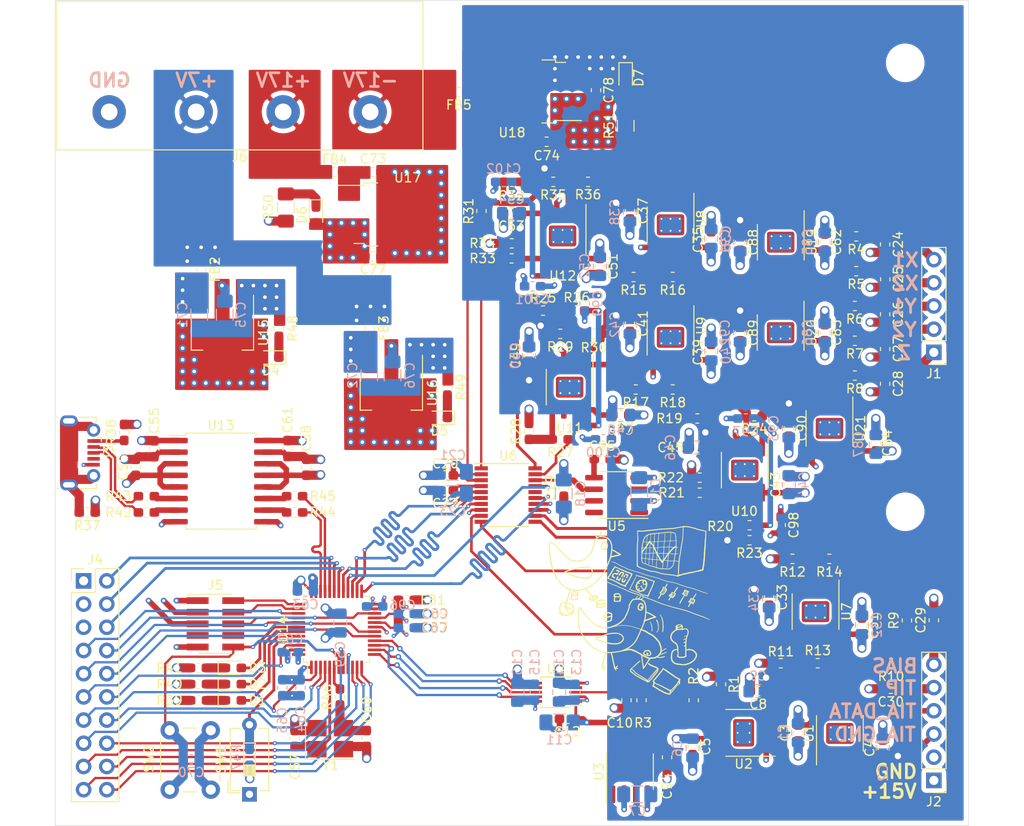
<source format=kicad_pcb>
(kicad_pcb (version 20171130) (host pcbnew 5.1.5+dfsg1-2build2)
  (layers (0 F.Cu signal) (1 In1.Cu power) (2 In2.Cu power) (31 B.Cu signal) (34 B.Paste user) (35 F.Paste user) (36 B.SilkS user) (37 F.SilkS user) (38 B.Mask user) (39 F.Mask user) (44 Edge.Cuts user))
  (net 0 "")
  (net 1 +15V)
  (net 2 -15V)
  (net 3 "Net-(C10-Pad1)")
  (net 4 "Net-(C11-Pad2)")
  (net 5 +5VA)
  (net 6 +3V3)
  (net 7 "Net-(C18-Pad2)")
  (net 8 /ControlLogic/X1)
  (net 9 /ControlLogic/X2)
  (net 10 /ControlLogic/Y1)
  (net 11 /ControlLogic/Y2)
  (net 12 /ControlLogic/Z)
  (net 13 /ControlLogic/BIAS)
  (net 14 /ControlLogic/TIP)
  (net 15 GNDUSB)
  (net 16 VBUS)
  (net 17 "Net-(C57-Pad1)")
  (net 18 "Net-(C60-Pad1)")
  (net 19 +3.3VA)
  (net 20 NRST)
  (net 21 GND)
  (net 22 "Net-(C71-Pad1)")
  (net 23 "Net-(C72-Pad1)")
  (net 24 "Net-(C73-Pad1)")
  (net 25 "Net-(C74-Pad2)")
  (net 26 "Net-(D1-Pad1)")
  (net 27 LED_R)
  (net 28 "Net-(D2-Pad1)")
  (net 29 LED_Y)
  (net 30 LED_G)
  (net 31 "Net-(D3-Pad1)")
  (net 32 "Net-(D4-Pad1)")
  (net 33 "Net-(D5-Pad1)")
  (net 34 "Net-(D6-Pad1)")
  (net 35 "Net-(D7-Pad2)")
  (net 36 /DataAquisition/TIA_DATA)
  (net 37 /DataAquisition/TIA_GND)
  (net 38 "Net-(J3-Pad6)")
  (net 39 "Net-(J3-Pad1)")
  (net 40 UD-)
  (net 41 UD+)
  (net 42 "Net-(J3-Pad4)")
  (net 43 USART1_RX)
  (net 44 USART1_TX)
  (net 45 PA8)
  (net 46 PA15)
  (net 47 PB10)
  (net 48 PB4)
  (net 49 PB2)
  (net 50 PB9)
  (net 51 PA4)
  (net 52 PC13)
  (net 53 PA3)
  (net 54 PC14)
  (net 55 PA2)
  (net 56 PC15)
  (net 57 PA1)
  (net 58 PA0)
  (net 59 SWDIO)
  (net 60 SWCLK)
  (net 61 SWO)
  (net 62 "Net-(J5-Pad7)")
  (net 63 "Net-(J5-Pad8)")
  (net 64 "Net-(R1-Pad2)")
  (net 65 "Net-(R2-Pad2)")
  (net 66 /ControlLogic/ControlLogicMixer/BIAS_OUT)
  (net 67 /ControlLogic/ControlLogicMixer/TIP_OUT)
  (net 68 "Net-(R11-Pad1)")
  (net 69 "Net-(R12-Pad1)")
  (net 70 "Net-(R15-Pad1)")
  (net 71 /ControlLogic/ControlLogicMixer/CoarseFineMixer_X/OUT)
  (net 72 /ControlLogic/ControlLogicMixer/CoarseFineMixer_Y/OUT)
  (net 73 "Net-(R17-Pad1)")
  (net 74 "Net-(R19-Pad1)")
  (net 75 /ControlLogic/ControlLogicMixer/Z1)
  (net 76 "Net-(R20-Pad2)")
  (net 77 /ControlLogic/ControlLogicMixer/Z2)
  (net 78 "Net-(R21-Pad2)")
  (net 79 /ControlLogic/ControlLogicMixer/Y1)
  (net 80 "Net-(R25-Pad1)")
  (net 81 "Net-(R26-Pad2)")
  (net 82 "Net-(R27-Pad2)")
  (net 83 /ControlLogic/ControlLogicMixer/Y2)
  (net 84 "Net-(R31-Pad1)")
  (net 85 /ControlLogic/ControlLogicMixer/X1)
  (net 86 "Net-(R32-Pad2)")
  (net 87 /ControlLogic/ControlLogicMixer/X2)
  (net 88 "Net-(R33-Pad2)")
  (net 89 "Net-(R42-Pad1)")
  (net 90 "Net-(R43-Pad1)")
  (net 91 "Net-(R44-Pad2)")
  (net 92 USB_D+)
  (net 93 "Net-(R45-Pad1)")
  (net 94 USB_D-)
  (net 95 "Net-(R46-Pad1)")
  (net 96 BOOT0)
  (net 97 "Net-(U1-Pad1)")
  (net 98 "Net-(U1-Pad6)")
  (net 99 "Net-(U2-Pad8)")
  (net 100 "Net-(U3-Pad8)")
  (net 101 "Net-(U3-Pad7)")
  (net 102 "Net-(U3-Pad3)")
  (net 103 "Net-(U3-Pad1)")
  (net 104 DA_CNV)
  (net 105 SPI1_MISO)
  (net 106 SPI1_SCK)
  (net 107 SPI1_MOSI)
  (net 108 "Net-(U5-Pad1)")
  (net 109 "Net-(U5-Pad3)")
  (net 110 "Net-(U5-Pad7)")
  (net 111 "Net-(U5-Pad8)")
  (net 112 ~CTRL_SYNC)
  (net 113 SPI2_SCK)
  (net 114 SPI2_MOSI)
  (net 115 /ControlLogic/ControlLogicMixer/TIP)
  (net 116 /ControlLogic/ControlLogicMixer/BIAS)
  (net 117 ~CTRL_LDAC)
  (net 118 "Net-(U6-Pad16)")
  (net 119 ~CTRL_RESET)
  (net 120 /ControlLogic/OutputBuffer/X1_OUT)
  (net 121 /ControlLogic/OutputBuffer/X2_OUT)
  (net 122 /ControlLogic/OutputBuffer/Y1_OUT)
  (net 123 /ControlLogic/OutputBuffer/Y2_OUT)
  (net 124 /ControlLogic/OutputBuffer/Z_OUT)
  (net 125 /ControlLogic/OutputBuffer/X2_IN)
  (net 126 /ControlLogic/OutputBuffer/Y2_IN)
  (net 127 /ControlLogic/OutputBuffer/Z_IN)
  (net 128 /ControlLogic/OutputBuffer/X1_IN)
  (net 129 /ControlLogic/OutputBuffer/Y1_IN)
  (net 130 "Net-(U21-Pad6)")
  (net 131 "Net-(C94-Pad1)")
  (net 132 "Net-(C95-Pad1)")
  (net 133 -17V)
  (net 134 +17V)
  (net 135 +7V)
  (net 136 PB1)
  (module MountingHole:MountingHole_3.2mm_M3_ISO7380 (layer F.Cu) (at 65.193 113.082)
    (fp_text reference REF** hide)
    (fp_text value MountingHole_3.2mm_M3_ISO7380)
    (pad 1 np_thru_hole circle (at 0 0) (size 3.2 3.2) (drill 3.2) (layers *.Cu *.Mask))
  )
  (module MountingHole:MountingHole_3.2mm_M3_ISO7380 (layer F.Cu) (at 113.072 85.65)
    (fp_text reference REF** hide)
    (fp_text value MountingHole_3.2mm_M3_ISO7380)
    (pad 1 np_thru_hole circle (at 0 0) (size 3.2 3.2) (drill 3.2) (layers *.Cu *.Mask))
  )
  (module MountingHole:MountingHole_3.2mm_M3_ISO7380 (layer F.Cu) (at 113.072 36.501)
    (fp_text reference REF** hide)
    (fp_text value MountingHole_3.2mm_M3_ISO7380)
    (pad 1 np_thru_hole circle (at 0 0) (size 3.2 3.2) (drill 3.2) (layers *.Cu *.Mask))
  )
  (module MountingHole:MountingHole_3.2mm_M3_ISO7380 (layer F.Cu) (at 26.966 53.011)
    (fp_text reference REF** hide)
    (fp_text value MountingHole_3.2mm_M3_ISO7380)
    (pad 1 np_thru_hole circle (at 0 0) (size 3.2 3.2) (drill 3.2) (layers *.Cu *.Mask))
  )
  (module Capacitor_SMD:C_0603_1608Metric_Pad1.05x0.95mm_HandSolder (layer B.Cu) (at 76.962 105.424 90)
    (fp_text reference C13 (at 3.316 0.127 90) (layer B.SilkS) (effects (justify mirror)))
    (fp_text value 100nF)
    (pad 2 smd roundrect (at 0.875 0 90) (size 1.05 0.95) (layers B.Cu B.Paste B.Mask) (net 21 GND))
    (pad 1 smd roundrect (at -0.875 0 90) (size 1.05 0.95) (layers B.Cu B.Paste B.Mask) (net 5 +5VA))
  )
  (module Capacitor_SMD:C_0805_2012Metric_Pad1.15x1.40mm_HandSolder (layer B.Cu) (at 70.612 105.419 90)
    (fp_text reference C16 (at 3.311 0 90) (layer B.SilkS) (effects (justify mirror)))
    (fp_text value 4.7uF)
    (pad 1 smd roundrect (at -1.025 0 90) (size 1.15 1.4) (layers B.Cu B.Paste B.Mask) (roundrect_rratio 0.217391) (net 6 +3V3))
    (pad 2 smd roundrect (at 1.025 0 90) (size 1.15 1.4) (layers B.Cu B.Paste B.Mask) (roundrect_rratio 0.217391) (net 21 GND))
  )
  (module Capacitor_SMD:C_0603_1608Metric_Pad1.05x0.95mm_HandSolder (layer B.Cu) (at 72.517 105.41 90)
    (fp_text reference C15 (at 3.302 0 90) (layer B.SilkS) (effects (justify mirror)))
    (fp_text value 100nF)
    (pad 1 smd roundrect (at -0.875 0 90) (size 1.05 0.95) (layers B.Cu B.Paste B.Mask) (net 6 +3V3))
    (pad 2 smd roundrect (at 0.875 0 90) (size 1.05 0.95) (layers B.Cu B.Paste B.Mask) (net 21 GND))
  )
  (module Capacitor_SMD:C_0603_1608Metric_Pad1.05x0.95mm_HandSolder (layer F.Cu) (at 76.087 108.331)
    (fp_text reference C12 (at -0.014 1.397) (layer F.SilkS))
    (fp_text value 1uF)
    (pad 2 smd roundrect (at 0.875 0) (size 1.05 0.95) (layers F.Cu F.Paste F.Mask) (net 4 "Net-(C11-Pad2)"))
    (pad 1 smd roundrect (at -0.875 0) (size 1.05 0.95) (layers F.Cu F.Paste F.Mask) (net 21 GND))
  )
  (module Capacitor_SMD:C_0805_2012Metric_Pad1.15x1.40mm_HandSolder (layer B.Cu) (at 75.184 105.401 90)
    (fp_text reference C14 (at 3.293 0 90) (layer B.SilkS) (effects (justify mirror)))
    (fp_text value 4.7uF)
    (pad 1 smd roundrect (at -1.025 0 90) (size 1.15 1.4) (layers B.Cu B.Paste B.Mask) (roundrect_rratio 0.217391) (net 5 +5VA))
    (pad 2 smd roundrect (at 1.025 0 90) (size 1.15 1.4) (layers B.Cu B.Paste B.Mask) (roundrect_rratio 0.217391) (net 21 GND))
  )
  (module Capacitor_SMD:C_1206_3216Metric_Pad1.42x1.75mm_HandSolder (layer B.Cu) (at 75.2205 108.712)
    (fp_text reference C11 (at -0.0365 1.905) (layer B.SilkS) (effects (justify mirror)))
    (fp_text value 47uF)
    (pad 1 smd roundrect (at -1.4875 0) (size 1.425 1.75) (layers B.Cu B.Paste B.Mask) (roundrect_rratio 0.175439) (net 21 GND))
    (pad 2 smd roundrect (at 1.4875 0) (size 1.425 1.75) (layers B.Cu B.Paste B.Mask) (roundrect_rratio 0.175439) (net 4 "Net-(C11-Pad2)"))
  )
  (module Package_SO:MSOP-10_3x3mm_P0.5mm (layer F.Cu) (at 74.803 105.41 180)
    (fp_text reference U4 (at 0 2.54) (layer F.SilkS))
    (fp_text value AD7685BRMZ)
    (pad 1 smd rect (at -2.2 -1 180) (size 1.4 0.3) (layers F.Cu F.Paste F.Mask) (net 4 "Net-(C11-Pad2)"))
    (pad 2 smd rect (at -2.2 -0.5 180) (size 1.4 0.3) (layers F.Cu F.Paste F.Mask) (net 5 +5VA))
    (pad 3 smd rect (at -2.2 0 180) (size 1.4 0.3) (layers F.Cu F.Paste F.Mask) (net 3 "Net-(C10-Pad1)"))
    (pad 4 smd rect (at -2.2 0.5 180) (size 1.4 0.3) (layers F.Cu F.Paste F.Mask) (net 21 GND))
    (pad 5 smd rect (at -2.2 1 180) (size 1.4 0.3) (layers F.Cu F.Paste F.Mask) (net 21 GND))
    (pad 6 smd rect (at 2.2 1 180) (size 1.4 0.3) (layers F.Cu F.Paste F.Mask) (net 104 DA_CNV))
    (pad 7 smd rect (at 2.2 0.5 180) (size 1.4 0.3) (layers F.Cu F.Paste F.Mask) (net 105 SPI1_MISO))
    (pad 8 smd rect (at 2.2 0 180) (size 1.4 0.3) (layers F.Cu F.Paste F.Mask) (net 106 SPI1_SCK))
    (pad 9 smd rect (at 2.2 -0.5 180) (size 1.4 0.3) (layers F.Cu F.Paste F.Mask) (net 107 SPI1_MOSI))
    (pad 10 smd rect (at 2.2 -1 180) (size 1.4 0.3) (layers F.Cu F.Paste F.Mask) (net 6 +3V3))
  )
  (module artwork:control_board_artwork (layer F.Cu) (at 81.703 94.921)
    (fp_text reference G*** hide)
    (fp_text value LOGO hide)
  )
  (module Capacitor_SMD:C_0603_1608Metric_Pad1.05x0.95mm_HandSolder (layer B.Cu) (at 69.102 49.53 180)
    (fp_text reference C102 (at 0 1.43) (layer B.SilkS) (effects (justify mirror)))
    (fp_text value 100nF)
    (pad 1 smd roundrect (at -0.875 0 180) (size 1.05 0.95) (layers B.Cu B.Paste B.Mask) (net 1 +15V))
    (pad 2 smd roundrect (at 0.875 0 180) (size 1.05 0.95) (layers B.Cu B.Paste B.Mask) (net 21 GND))
  )
  (module Capacitor_SMD:C_0603_1608Metric_Pad1.05x0.95mm_HandSolder (layer B.Cu) (at 72.277 60.96)
    (fp_text reference C101 (at 0 1.43) (layer B.SilkS) (effects (justify mirror)))
    (fp_text value 100nF)
    (pad 1 smd roundrect (at -0.875 0) (size 1.05 0.95) (layers B.Cu B.Paste B.Mask) (net 1 +15V))
    (pad 2 smd roundrect (at 0.875 0) (size 1.05 0.95) (layers B.Cu B.Paste B.Mask) (net 21 GND))
  )
  (module Capacitor_SMD:C_0603_1608Metric_Pad1.05x0.95mm_HandSolder (layer B.Cu) (at 80.024 77.724)
    (fp_text reference C100 (at 0 1.43) (layer B.SilkS) (effects (justify mirror)))
    (fp_text value 100nF)
    (pad 1 smd roundrect (at -0.875 0) (size 1.05 0.95) (layers B.Cu B.Paste B.Mask) (net 1 +15V))
    (pad 2 smd roundrect (at 0.875 0) (size 1.05 0.95) (layers B.Cu B.Paste B.Mask) (net 21 GND))
  )
  (module Capacitor_SMD:C_0603_1608Metric_Pad1.05x0.95mm_HandSolder (layer B.Cu) (at 77.978 62.851 90)
    (fp_text reference C99 (at 0 1.43 90) (layer B.SilkS) (effects (justify mirror)))
    (fp_text value 100nF)
    (pad 1 smd roundrect (at -0.875 0 90) (size 1.05 0.95) (layers B.Cu B.Paste B.Mask) (net 1 +15V))
    (pad 2 smd roundrect (at 0.875 0 90) (size 1.05 0.95) (layers B.Cu B.Paste B.Mask) (net 21 GND))
  )
  (module Capacitor_SMD:C_0603_1608Metric_Pad1.05x0.95mm_HandSolder (layer F.Cu) (at 99.441 87.108 270)
    (fp_text reference C98 (at 0 -1.43 90) (layer F.SilkS))
    (fp_text value 100nF)
    (pad 1 smd roundrect (at -0.875 0 270) (size 1.05 0.95) (layers F.Cu F.Paste F.Mask) (net 1 +15V))
    (pad 2 smd roundrect (at 0.875 0 270) (size 1.05 0.95) (layers F.Cu F.Paste F.Mask) (net 21 GND))
  )
  (module Capacitor_SMD:C_0603_1608Metric_Pad1.05x0.95mm_HandSolder (layer B.Cu) (at 95.617 75.438)
    (fp_text reference C97 (at 0 1.43 180) (layer B.SilkS) (effects (justify mirror)))
    (fp_text value 100nF)
    (pad 1 smd roundrect (at -0.875 0) (size 1.05 0.95) (layers B.Cu B.Paste B.Mask) (net 1 +15V))
    (pad 2 smd roundrect (at 0.875 0) (size 1.05 0.95) (layers B.Cu B.Paste B.Mask) (net 21 GND))
  )
  (module Capacitor_SMD:C_0603_1608Metric_Pad1.05x0.95mm_HandSolder (layer B.Cu) (at 54.977 96.012)
    (fp_text reference C96 (at 3.062 -0.127) (layer B.SilkS) (effects (justify mirror)))
    (fp_text value 100nF)
    (pad 2 smd roundrect (at 0.875 0) (size 1.05 0.95) (layers B.Cu B.Paste B.Mask) (net 21 GND))
    (pad 1 smd roundrect (at -0.875 0) (size 1.05 0.95) (layers B.Cu B.Paste B.Mask) (net 6 +3V3))
  )
  (module Package_SO:SOIC-8_3.9x4.9mm_P1.27mm (layer F.Cu) (at 81.472 83.82 180)
    (fp_text reference U5 (at 0 -3.4) (layer F.SilkS))
    (fp_text value REF5050AIDR)
    (pad 1 smd roundrect (at -2.475 -1.905 180) (size 1.95 0.6) (layers F.Cu F.Paste F.Mask) (net 108 "Net-(U5-Pad1)"))
    (pad 2 smd roundrect (at -2.475 -0.635 180) (size 1.95 0.6) (layers F.Cu F.Paste F.Mask) (net 1 +15V))
    (pad 3 smd roundrect (at -2.475 0.635 180) (size 1.95 0.6) (layers F.Cu F.Paste F.Mask) (net 109 "Net-(U5-Pad3)"))
    (pad 4 smd roundrect (at -2.475 1.905 180) (size 1.95 0.6) (layers F.Cu F.Paste F.Mask) (net 21 GND))
    (pad 5 smd roundrect (at 2.475 1.905 180) (size 1.95 0.6) (layers F.Cu F.Paste F.Mask) (net 132 "Net-(C95-Pad1)"))
    (pad 6 smd roundrect (at 2.475 0.635 180) (size 1.95 0.6) (layers F.Cu F.Paste F.Mask) (net 7 "Net-(C18-Pad2)"))
    (pad 7 smd roundrect (at 2.475 -0.635 180) (size 1.95 0.6) (layers F.Cu F.Paste F.Mask) (net 110 "Net-(U5-Pad7)"))
    (pad 8 smd roundrect (at 2.475 -1.905 180) (size 1.95 0.6) (layers F.Cu F.Paste F.Mask) (net 111 "Net-(U5-Pad8)"))
  )
  (module Capacitor_SMD:C_0603_1608Metric_Pad1.05x0.95mm_HandSolder (layer F.Cu) (at 79.897 79.883)
    (fp_text reference C95 (at 0 -1.43) (layer F.SilkS))
    (fp_text value 1uF)
    (pad 1 smd roundrect (at -0.875 0) (size 1.05 0.95) (layers F.Cu F.Paste F.Mask) (net 132 "Net-(C95-Pad1)"))
    (pad 2 smd roundrect (at 0.875 0) (size 1.05 0.95) (layers F.Cu F.Paste F.Mask) (net 21 GND))
  )
  (module Capacitor_SMD:C_0603_1608Metric_Pad1.05x0.95mm_HandSolder (layer F.Cu) (at 86.995 112.536 270)
    (fp_text reference C94 (at 3.161 0 90) (layer F.SilkS))
    (fp_text value 1uF)
    (pad 1 smd roundrect (at -0.875 0 270) (size 1.05 0.95) (layers F.Cu F.Paste F.Mask) (net 131 "Net-(C94-Pad1)"))
    (pad 2 smd roundrect (at 0.875 0 270) (size 1.05 0.95) (layers F.Cu F.Paste F.Mask) (net 21 GND))
  )
  (module Package_SO:SOIC-8_3.9x4.9mm_P1.27mm (layer F.Cu) (at 82.931 114.108 90)
    (fp_text reference U3 (at 0 -3.4 90) (layer F.SilkS))
    (fp_text value REF5050AIDR)
    (pad 1 smd roundrect (at -2.475 -1.905 90) (size 1.95 0.6) (layers F.Cu F.Paste F.Mask) (net 103 "Net-(U3-Pad1)"))
    (pad 2 smd roundrect (at -2.475 -0.635 90) (size 1.95 0.6) (layers F.Cu F.Paste F.Mask) (net 1 +15V))
    (pad 3 smd roundrect (at -2.475 0.635 90) (size 1.95 0.6) (layers F.Cu F.Paste F.Mask) (net 102 "Net-(U3-Pad3)"))
    (pad 4 smd roundrect (at -2.475 1.905 90) (size 1.95 0.6) (layers F.Cu F.Paste F.Mask) (net 21 GND))
    (pad 5 smd roundrect (at 2.475 1.905 90) (size 1.95 0.6) (layers F.Cu F.Paste F.Mask) (net 131 "Net-(C94-Pad1)"))
    (pad 6 smd roundrect (at 2.475 0.635 90) (size 1.95 0.6) (layers F.Cu F.Paste F.Mask) (net 4 "Net-(C11-Pad2)"))
    (pad 7 smd roundrect (at 2.475 -0.635 90) (size 1.95 0.6) (layers F.Cu F.Paste F.Mask) (net 101 "Net-(U3-Pad7)"))
    (pad 8 smd roundrect (at 2.475 -1.905 90) (size 1.95 0.6) (layers F.Cu F.Paste F.Mask) (net 100 "Net-(U3-Pad8)"))
  )
  (module Package_SO:SOIC-8-1EP_3.9x4.9mm_P1.27mm_EP2.29x3mm_ThermalVias (layer F.Cu) (at 104.775 76.5175 270)
    (fp_text reference U21 (at 0 -3.4 90) (layer F.SilkS))
    (fp_text value OPA2227UA_2K5)
    (pad 9 smd roundrect (at 0 0 270) (size 2.29 3) (layers F.Cu F.Mask) (roundrect_rratio 0.10917))
    (pad 9 thru_hole circle (at -0.65 -1 270) (size 0.5 0.5) (drill 0.2) (layers *.Cu))
    (pad 9 thru_hole circle (at 0.65 -1 270) (size 0.5 0.5) (drill 0.2) (layers *.Cu))
    (pad 9 thru_hole circle (at -0.65 0 270) (size 0.5 0.5) (drill 0.2) (layers *.Cu))
    (pad 9 thru_hole circle (at 0.65 0 270) (size 0.5 0.5) (drill 0.2) (layers *.Cu))
    (pad 9 thru_hole circle (at -0.65 1 270) (size 0.5 0.5) (drill 0.2) (layers *.Cu))
    (pad 9 thru_hole circle (at 0.65 1 270) (size 0.5 0.5) (drill 0.2) (layers *.Cu))
    (pad 9 smd roundrect (at 0 0 270) (size 1.8 2.5) (layers B.Cu) (roundrect_rratio 0.138889))
    (pad 1 smd roundrect (at -2.475 -1.905 270) (size 1.95 0.6) (layers F.Cu F.Paste F.Mask) (net 124 /ControlLogic/OutputBuffer/Z_OUT))
    (pad 2 smd roundrect (at -2.475 -0.635 270) (size 1.95 0.6) (layers F.Cu F.Paste F.Mask) (net 124 /ControlLogic/OutputBuffer/Z_OUT))
    (pad 3 smd roundrect (at -2.475 0.635 270) (size 1.95 0.6) (layers F.Cu F.Paste F.Mask) (net 127 /ControlLogic/OutputBuffer/Z_IN))
    (pad 4 smd roundrect (at -2.475 1.905 270) (size 1.95 0.6) (layers F.Cu F.Paste F.Mask) (net 2 -15V))
    (pad 5 smd roundrect (at 2.475 1.905 270) (size 1.95 0.6) (layers F.Cu F.Paste F.Mask) (net 21 GND))
    (pad 6 smd roundrect (at 2.475 0.635 270) (size 1.95 0.6) (layers F.Cu F.Paste F.Mask) (net 130 "Net-(U21-Pad6)"))
    (pad 7 smd roundrect (at 2.475 -0.635 270) (size 1.95 0.6) (layers F.Cu F.Paste F.Mask) (net 130 "Net-(U21-Pad6)"))
    (pad 8 smd roundrect (at 2.475 -1.905 270) (size 1.95 0.6) (layers F.Cu F.Paste F.Mask) (net 1 +15V))
  )
  (module Package_SO:SOIC-8-1EP_3.9x4.9mm_P1.27mm_EP2.29x3mm_ThermalVias (layer F.Cu) (at 99.429 66.04 270)
    (fp_text reference U20 (at 0 -3.4 90) (layer F.SilkS))
    (fp_text value OPA2227UA_2K5)
    (pad 9 smd roundrect (at 0 0 270) (size 2.29 3) (layers F.Cu F.Mask) (roundrect_rratio 0.10917))
    (pad 9 thru_hole circle (at -0.65 -1 270) (size 0.5 0.5) (drill 0.2) (layers *.Cu))
    (pad 9 thru_hole circle (at 0.65 -1 270) (size 0.5 0.5) (drill 0.2) (layers *.Cu))
    (pad 9 thru_hole circle (at -0.65 0 270) (size 0.5 0.5) (drill 0.2) (layers *.Cu))
    (pad 9 thru_hole circle (at 0.65 0 270) (size 0.5 0.5) (drill 0.2) (layers *.Cu))
    (pad 9 thru_hole circle (at -0.65 1 270) (size 0.5 0.5) (drill 0.2) (layers *.Cu))
    (pad 9 thru_hole circle (at 0.65 1 270) (size 0.5 0.5) (drill 0.2) (layers *.Cu))
    (pad 9 smd roundrect (at 0 0 270) (size 1.8 2.5) (layers B.Cu) (roundrect_rratio 0.138889))
    (pad 1 smd roundrect (at -2.475 -1.905 270) (size 1.95 0.6) (layers F.Cu F.Paste F.Mask) (net 122 /ControlLogic/OutputBuffer/Y1_OUT))
    (pad 2 smd roundrect (at -2.475 -0.635 270) (size 1.95 0.6) (layers F.Cu F.Paste F.Mask) (net 122 /ControlLogic/OutputBuffer/Y1_OUT))
    (pad 3 smd roundrect (at -2.475 0.635 270) (size 1.95 0.6) (layers F.Cu F.Paste F.Mask) (net 129 /ControlLogic/OutputBuffer/Y1_IN))
    (pad 4 smd roundrect (at -2.475 1.905 270) (size 1.95 0.6) (layers F.Cu F.Paste F.Mask) (net 2 -15V))
    (pad 5 smd roundrect (at 2.475 1.905 270) (size 1.95 0.6) (layers F.Cu F.Paste F.Mask) (net 126 /ControlLogic/OutputBuffer/Y2_IN))
    (pad 6 smd roundrect (at 2.475 0.635 270) (size 1.95 0.6) (layers F.Cu F.Paste F.Mask) (net 123 /ControlLogic/OutputBuffer/Y2_OUT))
    (pad 7 smd roundrect (at 2.475 -0.635 270) (size 1.95 0.6) (layers F.Cu F.Paste F.Mask) (net 123 /ControlLogic/OutputBuffer/Y2_OUT))
    (pad 8 smd roundrect (at 2.475 -1.905 270) (size 1.95 0.6) (layers F.Cu F.Paste F.Mask) (net 1 +15V))
  )
  (module Package_SO:SOIC-8-1EP_3.9x4.9mm_P1.27mm_EP2.29x3mm_ThermalVias (layer F.Cu) (at 99.441 56.134 270)
    (fp_text reference U19 (at 0 -3.4 90) (layer F.SilkS))
    (fp_text value OPA2227UA_2K5)
    (pad 9 smd roundrect (at 0 0 270) (size 2.29 3) (layers F.Cu F.Mask) (roundrect_rratio 0.10917))
    (pad 9 thru_hole circle (at -0.65 -1 270) (size 0.5 0.5) (drill 0.2) (layers *.Cu))
    (pad 9 thru_hole circle (at 0.65 -1 270) (size 0.5 0.5) (drill 0.2) (layers *.Cu))
    (pad 9 thru_hole circle (at -0.65 0 270) (size 0.5 0.5) (drill 0.2) (layers *.Cu))
    (pad 9 thru_hole circle (at 0.65 0 270) (size 0.5 0.5) (drill 0.2) (layers *.Cu))
    (pad 9 thru_hole circle (at -0.65 1 270) (size 0.5 0.5) (drill 0.2) (layers *.Cu))
    (pad 9 thru_hole circle (at 0.65 1 270) (size 0.5 0.5) (drill 0.2) (layers *.Cu))
    (pad 9 smd roundrect (at 0 0 270) (size 1.8 2.5) (layers B.Cu) (roundrect_rratio 0.138889))
    (pad 1 smd roundrect (at -2.475 -1.905 270) (size 1.95 0.6) (layers F.Cu F.Paste F.Mask) (net 120 /ControlLogic/OutputBuffer/X1_OUT))
    (pad 2 smd roundrect (at -2.475 -0.635 270) (size 1.95 0.6) (layers F.Cu F.Paste F.Mask) (net 120 /ControlLogic/OutputBuffer/X1_OUT))
    (pad 3 smd roundrect (at -2.475 0.635 270) (size 1.95 0.6) (layers F.Cu F.Paste F.Mask) (net 128 /ControlLogic/OutputBuffer/X1_IN))
    (pad 4 smd roundrect (at -2.475 1.905 270) (size 1.95 0.6) (layers F.Cu F.Paste F.Mask) (net 2 -15V))
    (pad 5 smd roundrect (at 2.475 1.905 270) (size 1.95 0.6) (layers F.Cu F.Paste F.Mask) (net 125 /ControlLogic/OutputBuffer/X2_IN))
    (pad 6 smd roundrect (at 2.475 0.635 270) (size 1.95 0.6) (layers F.Cu F.Paste F.Mask) (net 121 /ControlLogic/OutputBuffer/X2_OUT))
    (pad 7 smd roundrect (at 2.475 -0.635 270) (size 1.95 0.6) (layers F.Cu F.Paste F.Mask) (net 121 /ControlLogic/OutputBuffer/X2_OUT))
    (pad 8 smd roundrect (at 2.475 -1.905 270) (size 1.95 0.6) (layers F.Cu F.Paste F.Mask) (net 1 +15V))
  )
  (module Capacitor_SMD:C_0805_2012Metric_Pad1.15x1.40mm_HandSolder (layer B.Cu) (at 100.33 76.5085 270)
    (fp_text reference C93 (at 0 1.65 270) (layer B.SilkS) (effects (justify mirror)))
    (fp_text value 4.7uF)
    (pad 1 smd roundrect (at -1.025 0 270) (size 1.15 1.4) (layers B.Cu B.Paste B.Mask) (roundrect_rratio 0.217391) (net 2 -15V))
    (pad 2 smd roundrect (at 1.025 0 270) (size 1.15 1.4) (layers B.Cu B.Paste B.Mask) (roundrect_rratio 0.217391) (net 21 GND))
  )
  (module Capacitor_SMD:C_0805_2012Metric_Pad1.15x1.40mm_HandSolder (layer B.Cu) (at 94.996 66.031 270)
    (fp_text reference C92 (at 0 1.65 270) (layer B.SilkS) (effects (justify mirror)))
    (fp_text value 4.7uF)
    (pad 1 smd roundrect (at -1.025 0 270) (size 1.15 1.4) (layers B.Cu B.Paste B.Mask) (roundrect_rratio 0.217391) (net 2 -15V))
    (pad 2 smd roundrect (at 1.025 0 270) (size 1.15 1.4) (layers B.Cu B.Paste B.Mask) (roundrect_rratio 0.217391) (net 21 GND))
  )
  (module Capacitor_SMD:C_0805_2012Metric_Pad1.15x1.40mm_HandSolder (layer B.Cu) (at 94.996 56.125 270)
    (fp_text reference C91 (at 0 1.65 270) (layer B.SilkS) (effects (justify mirror)))
    (fp_text value 4.7uF)
    (pad 1 smd roundrect (at -1.025 0 270) (size 1.15 1.4) (layers B.Cu B.Paste B.Mask) (roundrect_rratio 0.217391) (net 2 -15V))
    (pad 2 smd roundrect (at 1.025 0 270) (size 1.15 1.4) (layers B.Cu B.Paste B.Mask) (roundrect_rratio 0.217391) (net 21 GND))
  )
  (module Capacitor_SMD:C_0603_1608Metric_Pad1.05x0.95mm_HandSolder (layer F.Cu) (at 100.33 76.5035 270)
    (fp_text reference C90 (at 0 -1.43 90) (layer F.SilkS))
    (fp_text value 100nF)
    (pad 1 smd roundrect (at -0.875 0 270) (size 1.05 0.95) (layers F.Cu F.Paste F.Mask) (net 2 -15V))
    (pad 2 smd roundrect (at 0.875 0 270) (size 1.05 0.95) (layers F.Cu F.Paste F.Mask) (net 21 GND))
  )
  (module Capacitor_SMD:C_0603_1608Metric_Pad1.05x0.95mm_HandSolder (layer F.Cu) (at 94.996 66.054 270)
    (fp_text reference C89 (at 0 -1.43 90) (layer F.SilkS))
    (fp_text value 100nF)
    (pad 1 smd roundrect (at -0.875 0 270) (size 1.05 0.95) (layers F.Cu F.Paste F.Mask) (net 2 -15V))
    (pad 2 smd roundrect (at 0.875 0 270) (size 1.05 0.95) (layers F.Cu F.Paste F.Mask) (net 21 GND))
  )
  (module Capacitor_SMD:C_0603_1608Metric_Pad1.05x0.95mm_HandSolder (layer F.Cu) (at 94.996 56.148 270)
    (fp_text reference C88 (at 0 -1.43 90) (layer F.SilkS))
    (fp_text value 100nF)
    (pad 1 smd roundrect (at -0.875 0 270) (size 1.05 0.95) (layers F.Cu F.Paste F.Mask) (net 2 -15V))
    (pad 2 smd roundrect (at 0.875 0 270) (size 1.05 0.95) (layers F.Cu F.Paste F.Mask) (net 21 GND))
  )
  (module Capacitor_SMD:C_0805_2012Metric_Pad1.15x1.40mm_HandSolder (layer B.Cu) (at 109.855 78.2664 90)
    (fp_text reference C87 (at 0 -1.905 270) (layer B.SilkS) (effects (justify mirror)))
    (fp_text value 4.7uF)
    (pad 1 smd roundrect (at -1.025 0 90) (size 1.15 1.4) (layers B.Cu B.Paste B.Mask) (roundrect_rratio 0.217391) (net 1 +15V))
    (pad 2 smd roundrect (at 1.025 0 90) (size 1.15 1.4) (layers B.Cu B.Paste B.Mask) (roundrect_rratio 0.217391) (net 21 GND))
  )
  (module Capacitor_SMD:C_0805_2012Metric_Pad1.15x1.40mm_HandSolder (layer B.Cu) (at 104.267 66.04 90)
    (fp_text reference C86 (at 0 -1.905 270) (layer B.SilkS) (effects (justify mirror)))
    (fp_text value 4.7uF)
    (pad 1 smd roundrect (at -1.025 0 90) (size 1.15 1.4) (layers B.Cu B.Paste B.Mask) (roundrect_rratio 0.217391) (net 1 +15V))
    (pad 2 smd roundrect (at 1.025 0 90) (size 1.15 1.4) (layers B.Cu B.Paste B.Mask) (roundrect_rratio 0.217391) (net 21 GND))
  )
  (module Capacitor_SMD:C_0805_2012Metric_Pad1.15x1.40mm_HandSolder (layer B.Cu) (at 104.267 56.125 90)
    (fp_text reference C85 (at 0 -1.905 270) (layer B.SilkS) (effects (justify mirror)))
    (fp_text value 4.7uF)
    (pad 1 smd roundrect (at -1.025 0 90) (size 1.15 1.4) (layers B.Cu B.Paste B.Mask) (roundrect_rratio 0.217391) (net 1 +15V))
    (pad 2 smd roundrect (at 1.025 0 90) (size 1.15 1.4) (layers B.Cu B.Paste B.Mask) (roundrect_rratio 0.217391) (net 21 GND))
  )
  (module Capacitor_SMD:C_0603_1608Metric_Pad1.05x0.95mm_HandSolder (layer F.Cu) (at 109.855 78.1164 90)
    (fp_text reference C84 (at 0 1.27 90) (layer F.SilkS))
    (fp_text value 100nF)
    (pad 1 smd roundrect (at -0.875 0 90) (size 1.05 0.95) (layers F.Cu F.Paste F.Mask) (net 1 +15V))
    (pad 2 smd roundrect (at 0.875 0 90) (size 1.05 0.95) (layers F.Cu F.Paste F.Mask) (net 21 GND))
  )
  (module Capacitor_SMD:C_0603_1608Metric_Pad1.05x0.95mm_HandSolder (layer F.Cu) (at 104.267 66.04 90)
    (fp_text reference C83 (at 0 1.27 90) (layer F.SilkS))
    (fp_text value 100nF)
    (pad 1 smd roundrect (at -0.875 0 90) (size 1.05 0.95) (layers F.Cu F.Paste F.Mask) (net 1 +15V))
    (pad 2 smd roundrect (at 0.875 0 90) (size 1.05 0.95) (layers F.Cu F.Paste F.Mask) (net 21 GND))
  )
  (module Capacitor_SMD:C_0603_1608Metric_Pad1.05x0.95mm_HandSolder (layer F.Cu) (at 104.267 56.12 90)
    (fp_text reference C82 (at 0 1.27 90) (layer F.SilkS))
    (fp_text value 100nF)
    (pad 1 smd roundrect (at -0.875 0 90) (size 1.05 0.95) (layers F.Cu F.Paste F.Mask) (net 1 +15V))
    (pad 2 smd roundrect (at 0.875 0 90) (size 1.05 0.95) (layers F.Cu F.Paste F.Mask) (net 21 GND))
  )
  (module Capacitor_SMD:C_0805_2012Metric_Pad1.15x1.40mm_HandSolder (layer B.Cu) (at 101.346 109.846 270)
    (fp_text reference C1 (at 0 1.65 90) (layer B.SilkS) (effects (justify mirror)))
    (fp_text value 4.7uF)
    (pad 2 smd roundrect (at 1.025 0 270) (size 1.15 1.4) (layers B.Cu B.Paste B.Mask) (roundrect_rratio 0.217391) (net 21 GND))
    (pad 1 smd roundrect (at -1.025 0 270) (size 1.15 1.4) (layers B.Cu B.Paste B.Mask) (roundrect_rratio 0.217391) (net 1 +15V))
  )
  (module Capacitor_SMD:C_0805_2012Metric_Pad1.15x1.40mm_HandSolder (layer B.Cu) (at 110.617 111.497 90)
    (fp_text reference C2 (at -2.728 0.042 90) (layer B.SilkS) (effects (justify mirror)))
    (fp_text value 4.7uF)
    (pad 1 smd roundrect (at -1.025 0 90) (size 1.15 1.4) (layers B.Cu B.Paste B.Mask) (roundrect_rratio 0.217391) (net 2 -15V))
    (pad 2 smd roundrect (at 1.025 0 90) (size 1.15 1.4) (layers B.Cu B.Paste B.Mask) (roundrect_rratio 0.217391) (net 21 GND))
  )
  (module Capacitor_SMD:C_0603_1608Metric_Pad1.05x0.95mm_HandSolder (layer F.Cu) (at 101.346 109.869 270)
    (fp_text reference C3 (at -0.014 1.397 90) (layer F.SilkS))
    (fp_text value 100nF)
    (pad 1 smd roundrect (at -0.875 0 270) (size 1.05 0.95) (layers F.Cu F.Paste F.Mask) (net 1 +15V))
    (pad 2 smd roundrect (at 0.875 0 270) (size 1.05 0.95) (layers F.Cu F.Paste F.Mask) (net 21 GND))
  )
  (module Capacitor_SMD:C_0603_1608Metric_Pad1.05x0.95mm_HandSolder (layer F.Cu) (at 110.617 111.52 90)
    (fp_text reference C4 (at 0 -1.43 90) (layer F.SilkS))
    (fp_text value 100nF)
    (pad 2 smd roundrect (at 0.875 0 90) (size 1.05 0.95) (layers F.Cu F.Paste F.Mask) (net 21 GND))
    (pad 1 smd roundrect (at -0.875 0 90) (size 1.05 0.95) (layers F.Cu F.Paste F.Mask) (net 2 -15V))
  )
  (module Capacitor_SMD:C_0603_1608Metric_Pad1.05x0.95mm_HandSolder (layer F.Cu) (at 89.789 111.365 270)
    (fp_text reference C5 (at 0 -1.43 90) (layer F.SilkS))
    (fp_text value 100nF)
    (pad 1 smd roundrect (at -0.875 0 270) (size 1.05 0.95) (layers F.Cu F.Paste F.Mask) (net 1 +15V))
    (pad 2 smd roundrect (at 0.875 0 270) (size 1.05 0.95) (layers F.Cu F.Paste F.Mask) (net 21 GND))
  )
  (module Capacitor_SMD:C_0805_2012Metric_Pad1.15x1.40mm_HandSolder (layer B.Cu) (at 89.789 111.515 270)
    (fp_text reference C6 (at 0 1.65 90) (layer B.SilkS) (effects (justify mirror)))
    (fp_text value 4.7uF)
    (pad 2 smd roundrect (at 1.025 0 270) (size 1.15 1.4) (layers B.Cu B.Paste B.Mask) (roundrect_rratio 0.217391) (net 21 GND))
    (pad 1 smd roundrect (at -1.025 0 270) (size 1.15 1.4) (layers B.Cu B.Paste B.Mask) (roundrect_rratio 0.217391) (net 1 +15V))
  )
  (module Capacitor_SMD:C_1206_3216Metric_Pad1.42x1.75mm_HandSolder (layer B.Cu) (at 83.7295 116.586)
    (fp_text reference C7 (at 0 1.82) (layer B.SilkS) (effects (justify mirror)))
    (fp_text value 10uF)
    (pad 2 smd roundrect (at 1.4875 0) (size 1.425 1.75) (layers B.Cu B.Paste B.Mask) (roundrect_rratio 0.175439) (net 21 GND))
    (pad 1 smd roundrect (at -1.4875 0) (size 1.425 1.75) (layers B.Cu B.Paste B.Mask) (roundrect_rratio 0.175439) (net 1 +15V))
  )
  (module Capacitor_SMD:C_0603_1608Metric_Pad1.05x0.95mm_HandSolder (layer F.Cu) (at 96.9785 105.283 180)
    (fp_text reference C8 (at 0 -1.43) (layer F.SilkS))
    (fp_text value 100nF)
    (pad 2 smd roundrect (at 0.875 0 180) (size 1.05 0.95) (layers F.Cu F.Paste F.Mask) (net 21 GND))
    (pad 1 smd roundrect (at -0.875 0 180) (size 1.05 0.95) (layers F.Cu F.Paste F.Mask) (net 2 -15V))
  )
  (module Capacitor_SMD:C_0805_2012Metric_Pad1.15x1.40mm_HandSolder (layer B.Cu) (at 96.9555 105.283 180)
    (fp_text reference C9 (at 0 1.65) (layer B.SilkS) (effects (justify mirror)))
    (fp_text value 4.7uF)
    (pad 2 smd roundrect (at 1.025 0 180) (size 1.15 1.4) (layers B.Cu B.Paste B.Mask) (roundrect_rratio 0.217391) (net 21 GND))
    (pad 1 smd roundrect (at -1.025 0 180) (size 1.15 1.4) (layers B.Cu B.Paste B.Mask) (roundrect_rratio 0.217391) (net 2 -15V))
  )
  (module Capacitor_SMD:C_0603_1608Metric_Pad1.05x0.95mm_HandSolder (layer F.Cu) (at 82.55 106.285 270)
    (fp_text reference C10 (at 2.479 0.72 180) (layer F.SilkS))
    (fp_text value 2.7nF)
    (pad 1 smd roundrect (at -0.875 0 270) (size 1.05 0.95) (layers F.Cu F.Paste F.Mask) (net 3 "Net-(C10-Pad1)"))
    (pad 2 smd roundrect (at 0.875 0 270) (size 1.05 0.95) (layers F.Cu F.Paste F.Mask) (net 21 GND))
  )
  (module Capacitor_SMD:C_1206_3216Metric_Pad1.42x1.75mm_HandSolder (layer B.Cu) (at 83.947 83.4025 90)
    (fp_text reference C17 (at 0 1.82 270) (layer B.SilkS) (effects (justify mirror)))
    (fp_text value 10uF)
    (pad 2 smd roundrect (at 1.4875 0 90) (size 1.425 1.75) (layers B.Cu B.Paste B.Mask) (roundrect_rratio 0.175439) (net 21 GND))
    (pad 1 smd roundrect (at -1.4875 0 90) (size 1.425 1.75) (layers B.Cu B.Paste B.Mask) (roundrect_rratio 0.175439) (net 1 +15V))
  )
  (module Capacitor_SMD:C_1206_3216Metric_Pad1.42x1.75mm_HandSolder (layer B.Cu) (at 75.692 83.6565 90)
    (fp_text reference C18 (at 0 1.82 270) (layer B.SilkS) (effects (justify mirror)))
    (fp_text value 47uF)
    (pad 2 smd roundrect (at 1.4875 0 90) (size 1.425 1.75) (layers B.Cu B.Paste B.Mask) (roundrect_rratio 0.175439) (net 7 "Net-(C18-Pad2)"))
    (pad 1 smd roundrect (at -1.4875 0 90) (size 1.425 1.75) (layers B.Cu B.Paste B.Mask) (roundrect_rratio 0.175439) (net 21 GND))
  )
  (module Capacitor_SMD:C_0603_1608Metric_Pad1.05x0.95mm_HandSolder (layer F.Cu) (at 75.692 83.072 90)
    (fp_text reference C19 (at 0 -1.43 90) (layer F.SilkS))
    (fp_text value 1uF)
    (pad 2 smd roundrect (at 0.875 0 90) (size 1.05 0.95) (layers F.Cu F.Paste F.Mask) (net 7 "Net-(C18-Pad2)"))
    (pad 1 smd roundrect (at -0.875 0 90) (size 1.05 0.95) (layers F.Cu F.Paste F.Mask) (net 21 GND))
  )
  (module Capacitor_SMD:C_0603_1608Metric_Pad1.05x0.95mm_HandSolder (layer F.Cu) (at 62.724 81.661 180)
    (fp_text reference C20 (at 0 1.27) (layer F.SilkS))
    (fp_text value 100nF)
    (pad 1 smd roundrect (at -0.875 0 180) (size 1.05 0.95) (layers F.Cu F.Paste F.Mask) (net 5 +5VA))
    (pad 2 smd roundrect (at 0.875 0 180) (size 1.05 0.95) (layers F.Cu F.Paste F.Mask) (net 21 GND))
  )
  (module Capacitor_SMD:C_1206_3216Metric_Pad1.42x1.75mm_HandSolder (layer B.Cu) (at 63.5365 81.28 180)
    (fp_text reference C21 (at 0 1.82) (layer B.SilkS) (effects (justify mirror)))
    (fp_text value 10uF)
    (pad 1 smd roundrect (at -1.4875 0 180) (size 1.425 1.75) (layers B.Cu B.Paste B.Mask) (roundrect_rratio 0.175439) (net 5 +5VA))
    (pad 2 smd roundrect (at 1.4875 0 180) (size 1.425 1.75) (layers B.Cu B.Paste B.Mask) (roundrect_rratio 0.175439) (net 21 GND))
  )
  (module Capacitor_SMD:C_0603_1608Metric_Pad1.05x0.95mm_HandSolder (layer F.Cu) (at 62.724 83.312 180)
    (fp_text reference C22 (at 0 -1.43) (layer F.SilkS))
    (fp_text value 100nF)
    (pad 2 smd roundrect (at 0.875 0 180) (size 1.05 0.95) (layers F.Cu F.Paste F.Mask) (net 21 GND))
    (pad 1 smd roundrect (at -0.875 0 180) (size 1.05 0.95) (layers F.Cu F.Paste F.Mask) (net 6 +3V3))
  )
  (module Capacitor_SMD:C_1206_3216Metric_Pad1.42x1.75mm_HandSolder (layer B.Cu) (at 63.5365 83.693 180)
    (fp_text reference C23 (at 0 -1.905) (layer B.SilkS) (effects (justify mirror)))
    (fp_text value 10uF)
    (pad 1 smd roundrect (at -1.4875 0 180) (size 1.425 1.75) (layers B.Cu B.Paste B.Mask) (roundrect_rratio 0.175439) (net 6 +3V3))
    (pad 2 smd roundrect (at 1.4875 0 180) (size 1.425 1.75) (layers B.Cu B.Paste B.Mask) (roundrect_rratio 0.175439) (net 21 GND))
  )
  (module Capacitor_SMD:C_0603_1608Metric_Pad1.05x0.95mm_HandSolder (layer F.Cu) (at 110.871 56.374 270)
    (fp_text reference C24 (at 0 -1.43 90) (layer F.SilkS))
    (fp_text value 820pF)
    (pad 1 smd roundrect (at -0.875 0 270) (size 1.05 0.95) (layers F.Cu F.Paste F.Mask) (net 8 /ControlLogic/X1))
    (pad 2 smd roundrect (at 0.875 0 270) (size 1.05 0.95) (layers F.Cu F.Paste F.Mask) (net 21 GND))
  )
  (module Capacitor_SMD:C_0603_1608Metric_Pad1.05x0.95mm_HandSolder (layer F.Cu) (at 110.885 60.198 270)
    (fp_text reference C25 (at 0 -1.43 90) (layer F.SilkS))
    (fp_text value 820pF)
    (pad 1 smd roundrect (at -0.875 0 270) (size 1.05 0.95) (layers F.Cu F.Paste F.Mask) (net 9 /ControlLogic/X2))
    (pad 2 smd roundrect (at 0.875 0 270) (size 1.05 0.95) (layers F.Cu F.Paste F.Mask) (net 21 GND))
  )
  (module Capacitor_SMD:C_0603_1608Metric_Pad1.05x0.95mm_HandSolder (layer F.Cu) (at 110.871 64.022 270)
    (fp_text reference C26 (at 0 -1.43 90) (layer F.SilkS))
    (fp_text value 820pF)
    (pad 1 smd roundrect (at -0.875 0 270) (size 1.05 0.95) (layers F.Cu F.Paste F.Mask) (net 10 /ControlLogic/Y1))
    (pad 2 smd roundrect (at 0.875 0 270) (size 1.05 0.95) (layers F.Cu F.Paste F.Mask) (net 21 GND))
  )
  (module Capacitor_SMD:C_0603_1608Metric_Pad1.05x0.95mm_HandSolder (layer F.Cu) (at 110.871 67.832 270)
    (fp_text reference C27 (at 0 -1.43 90) (layer F.SilkS))
    (fp_text value 820pF)
    (pad 2 smd roundrect (at 0.875 0 270) (size 1.05 0.95) (layers F.Cu F.Paste F.Mask) (net 21 GND))
    (pad 1 smd roundrect (at -0.875 0 270) (size 1.05 0.95) (layers F.Cu F.Paste F.Mask) (net 11 /ControlLogic/Y2))
  )
  (module Capacitor_SMD:C_0603_1608Metric_Pad1.05x0.95mm_HandSolder (layer F.Cu) (at 110.871 71.642 270)
    (fp_text reference C28 (at 0 -1.43 90) (layer F.SilkS))
    (fp_text value 820pF)
    (pad 1 smd roundrect (at -0.875 0 270) (size 1.05 0.95) (layers F.Cu F.Paste F.Mask) (net 12 /ControlLogic/Z))
    (pad 2 smd roundrect (at 0.875 0 270) (size 1.05 0.95) (layers F.Cu F.Paste F.Mask) (net 21 GND))
  )
  (module Capacitor_SMD:C_0603_1608Metric_Pad1.05x0.95mm_HandSolder (layer F.Cu) (at 116.205 97.522 90)
    (fp_text reference C29 (at 0 -1.43 90) (layer F.SilkS))
    (fp_text value 820pF)
    (pad 2 smd roundrect (at 0.875 0 90) (size 1.05 0.95) (layers F.Cu F.Paste F.Mask) (net 21 GND))
    (pad 1 smd roundrect (at -0.875 0 90) (size 1.05 0.95) (layers F.Cu F.Paste F.Mask) (net 13 /ControlLogic/BIAS))
  )
  (module Capacitor_SMD:C_0603_1608Metric_Pad1.05x0.95mm_HandSolder (layer F.Cu) (at 111.492 105.029 180)
    (fp_text reference C30 (at 0 -1.43) (layer F.SilkS))
    (fp_text value 820pF)
    (pad 2 smd roundrect (at 0.875 0 180) (size 1.05 0.95) (layers F.Cu F.Paste F.Mask) (net 21 GND))
    (pad 1 smd roundrect (at -0.875 0 180) (size 1.05 0.95) (layers F.Cu F.Paste F.Mask) (net 14 /ControlLogic/TIP))
  )
  (module Capacitor_SMD:C_0603_1608Metric_Pad1.05x0.95mm_HandSolder (layer F.Cu) (at 108.331 98.157 90)
    (fp_text reference C31 (at 0 1.27 90) (layer F.SilkS))
    (fp_text value 100nF)
    (pad 1 smd roundrect (at -0.875 0 90) (size 1.05 0.95) (layers F.Cu F.Paste F.Mask) (net 1 +15V))
    (pad 2 smd roundrect (at 0.875 0 90) (size 1.05 0.95) (layers F.Cu F.Paste F.Mask) (net 21 GND))
  )
  (module Capacitor_SMD:C_0805_2012Metric_Pad1.15x1.40mm_HandSolder (layer B.Cu) (at 108.331 98.035 90)
    (fp_text reference C32 (at 0 1.65 90) (layer B.SilkS) (effects (justify mirror)))
    (fp_text value 4.7uF)
    (pad 1 smd roundrect (at -1.025 0 90) (size 1.15 1.4) (layers B.Cu B.Paste B.Mask) (roundrect_rratio 0.217391) (net 1 +15V))
    (pad 2 smd roundrect (at 1.025 0 90) (size 1.15 1.4) (layers B.Cu B.Paste B.Mask) (roundrect_rratio 0.217391) (net 21 GND))
  )
  (module Capacitor_SMD:C_0603_1608Metric_Pad1.05x0.95mm_HandSolder (layer F.Cu) (at 98.171 95.01 270)
    (fp_text reference C33 (at 0 -1.43 90) (layer F.SilkS))
    (fp_text value 100nF)
    (pad 2 smd roundrect (at 0.875 0 270) (size 1.05 0.95) (layers F.Cu F.Paste F.Mask) (net 21 GND))
    (pad 1 smd roundrect (at -0.875 0 270) (size 1.05 0.95) (layers F.Cu F.Paste F.Mask) (net 2 -15V))
  )
  (module Capacitor_SMD:C_0805_2012Metric_Pad1.15x1.40mm_HandSolder (layer B.Cu) (at 98.171 95.123 270)
    (fp_text reference C34 (at 0 1.65 90) (layer B.SilkS) (effects (justify mirror)))
    (fp_text value 4.7uF)
    (pad 2 smd roundrect (at 1.025 0 270) (size 1.15 1.4) (layers B.Cu B.Paste B.Mask) (roundrect_rratio 0.217391) (net 21 GND))
    (pad 1 smd roundrect (at -1.025 0 270) (size 1.15 1.4) (layers B.Cu B.Paste B.Mask) (roundrect_rratio 0.217391) (net 2 -15V))
  )
  (module Capacitor_SMD:C_0603_1608Metric_Pad1.05x0.95mm_HandSolder (layer F.Cu) (at 91.821 55.866 90)
    (fp_text reference C35 (at 0 -1.43 90) (layer F.SilkS))
    (fp_text value 100nF)
    (pad 1 smd roundrect (at -0.875 0 90) (size 1.05 0.95) (layers F.Cu F.Paste F.Mask) (net 1 +15V))
    (pad 2 smd roundrect (at 0.875 0 90) (size 1.05 0.95) (layers F.Cu F.Paste F.Mask) (net 21 GND))
  )
  (module Capacitor_SMD:C_0805_2012Metric_Pad1.15x1.40mm_HandSolder (layer B.Cu) (at 91.821 55.744 90)
    (fp_text reference C36 (at 0 1.65 90) (layer B.SilkS) (effects (justify mirror)))
    (fp_text value 4.7uF)
    (pad 2 smd roundrect (at 1.025 0 90) (size 1.15 1.4) (layers B.Cu B.Paste B.Mask) (roundrect_rratio 0.217391) (net 21 GND))
    (pad 1 smd roundrect (at -1.025 0 90) (size 1.15 1.4) (layers B.Cu B.Paste B.Mask) (roundrect_rratio 0.217391) (net 1 +15V))
  )
  (module Capacitor_SMD:C_0603_1608Metric_Pad1.05x0.95mm_HandSolder (layer F.Cu) (at 82.931 52.719 270)
    (fp_text reference C37 (at 0 -1.43 90) (layer F.SilkS))
    (fp_text value 100nF)
    (pad 1 smd roundrect (at -0.875 0 270) (size 1.05 0.95) (layers F.Cu F.Paste F.Mask) (net 2 -15V))
    (pad 2 smd roundrect (at 0.875 0 270) (size 1.05 0.95) (layers F.Cu F.Paste F.Mask) (net 21 GND))
  )
  (module Capacitor_SMD:C_0805_2012Metric_Pad1.15x1.40mm_HandSolder (layer B.Cu) (at 82.931 52.841 270)
    (fp_text reference C38 (at 0 1.65 90) (layer B.SilkS) (effects (justify mirror)))
    (fp_text value 4.7uF)
    (pad 2 smd roundrect (at 1.025 0 270) (size 1.15 1.4) (layers B.Cu B.Paste B.Mask) (roundrect_rratio 0.217391) (net 21 GND))
    (pad 1 smd roundrect (at -1.025 0 270) (size 1.15 1.4) (layers B.Cu B.Paste B.Mask) (roundrect_rratio 0.217391) (net 2 -15V))
  )
  (module Capacitor_SMD:C_0603_1608Metric_Pad1.05x0.95mm_HandSolder (layer F.Cu) (at 91.821 68.185 90)
    (fp_text reference C39 (at 0 -1.43 90) (layer F.SilkS))
    (fp_text value 100nF)
    (pad 2 smd roundrect (at 0.875 0 90) (size 1.05 0.95) (layers F.Cu F.Paste F.Mask) (net 21 GND))
    (pad 1 smd roundrect (at -0.875 0 90) (size 1.05 0.95) (layers F.Cu F.Paste F.Mask) (net 1 +15V))
  )
  (module Capacitor_SMD:C_0805_2012Metric_Pad1.15x1.40mm_HandSolder (layer B.Cu) (at 91.821 68.063 90)
    (fp_text reference C40 (at 0 1.65 90) (layer B.SilkS) (effects (justify mirror)))
    (fp_text value 4.7uF)
    (pad 2 smd roundrect (at 1.025 0 90) (size 1.15 1.4) (layers B.Cu B.Paste B.Mask) (roundrect_rratio 0.217391) (net 21 GND))
    (pad 1 smd roundrect (at -1.025 0 90) (size 1.15 1.4) (layers B.Cu B.Paste B.Mask) (roundrect_rratio 0.217391) (net 1 +15V))
  )
  (module Capacitor_SMD:C_0603_1608Metric_Pad1.05x0.95mm_HandSolder (layer F.Cu) (at 82.931 65.038 270)
    (fp_text reference C41 (at 0 -1.43 90) (layer F.SilkS))
    (fp_text value 100nF)
    (pad 2 smd roundrect (at 0.875 0 270) (size 1.05 0.95) (layers F.Cu F.Paste F.Mask) (net 21 GND))
    (pad 1 smd roundrect (at -0.875 0 270) (size 1.05 0.95) (layers F.Cu F.Paste F.Mask) (net 2 -15V))
  )
  (module Capacitor_SMD:C_0805_2012Metric_Pad1.15x1.40mm_HandSolder (layer B.Cu) (at 82.931 65.16 270)
    (fp_text reference C42 (at 0 1.65 90) (layer B.SilkS) (effects (justify mirror)))
    (fp_text value 4.7uF)
    (pad 1 smd roundrect (at -1.025 0 270) (size 1.15 1.4) (layers B.Cu B.Paste B.Mask) (roundrect_rratio 0.217391) (net 2 -15V))
    (pad 2 smd roundrect (at 1.025 0 270) (size 1.15 1.4) (layers B.Cu B.Paste B.Mask) (roundrect_rratio 0.217391) (net 21 GND))
  )
  (module Capacitor_SMD:C_0603_1608Metric_Pad1.05x0.95mm_HandSolder (layer F.Cu) (at 100.3173 82.68846 90)
    (fp_text reference C43 (at 0 -1.43 90) (layer F.SilkS))
    (fp_text value 100nF)
    (pad 1 smd roundrect (at -0.875 0 90) (size 1.05 0.95) (layers F.Cu F.Paste F.Mask) (net 1 +15V))
    (pad 2 smd roundrect (at 0.875 0 90) (size 1.05 0.95) (layers F.Cu F.Paste F.Mask) (net 21 GND))
  )
  (module Capacitor_SMD:C_0805_2012Metric_Pad1.15x1.40mm_HandSolder (layer B.Cu) (at 100.33 82.68346 90)
    (fp_text reference C44 (at 0 1.65 270) (layer B.SilkS) (effects (justify mirror)))
    (fp_text value 4.7uF)
    (pad 2 smd roundrect (at 1.025 0 90) (size 1.15 1.4) (layers B.Cu B.Paste B.Mask) (roundrect_rratio 0.217391) (net 21 GND))
    (pad 1 smd roundrect (at -1.025 0 90) (size 1.15 1.4) (layers B.Cu B.Paste B.Mask) (roundrect_rratio 0.217391) (net 1 +15V))
  )
  (module Capacitor_SMD:C_0603_1608Metric_Pad1.05x0.95mm_HandSolder (layer F.Cu) (at 90.311 78.613 180)
    (fp_text reference C45 (at 2.935 0) (layer F.SilkS))
    (fp_text value 100nF)
    (pad 2 smd roundrect (at 0.875 0 180) (size 1.05 0.95) (layers F.Cu F.Paste F.Mask) (net 21 GND))
    (pad 1 smd roundrect (at -0.875 0 180) (size 1.05 0.95) (layers F.Cu F.Paste F.Mask) (net 2 -15V))
  )
  (module Capacitor_SMD:C_0805_2012Metric_Pad1.15x1.40mm_HandSolder (layer B.Cu) (at 90.288 78.613 180)
    (fp_text reference C46 (at 2.93 0 270) (layer B.SilkS) (effects (justify mirror)))
    (fp_text value 4.7uF)
    (pad 1 smd roundrect (at -1.025 0 180) (size 1.15 1.4) (layers B.Cu B.Paste B.Mask) (roundrect_rratio 0.217391) (net 2 -15V))
    (pad 2 smd roundrect (at 1.025 0 180) (size 1.15 1.4) (layers B.Cu B.Paste B.Mask) (roundrect_rratio 0.217391) (net 21 GND))
  )
  (module Capacitor_SMD:C_0603_1608Metric_Pad1.05x0.95mm_HandSolder (layer F.Cu) (at 81.929 75.057)
    (fp_text reference C47 (at -0.014 1.397) (layer F.SilkS))
    (fp_text value 100nF)
    (pad 1 smd roundrect (at -0.875 0) (size 1.05 0.95) (layers F.Cu F.Paste F.Mask) (net 1 +15V))
    (pad 2 smd roundrect (at 0.875 0) (size 1.05 0.95) (layers F.Cu F.Paste F.Mask) (net 21 GND))
  )
  (module Capacitor_SMD:C_0805_2012Metric_Pad1.15x1.40mm_HandSolder (layer B.Cu) (at 81.924 75.057)
    (fp_text reference C48 (at 0 1.65 180) (layer B.SilkS) (effects (justify mirror)))
    (fp_text value 4.7uF)
    (pad 2 smd roundrect (at 1.025 0) (size 1.15 1.4) (layers B.Cu B.Paste B.Mask) (roundrect_rratio 0.217391) (net 21 GND))
    (pad 1 smd roundrect (at -1.025 0) (size 1.15 1.4) (layers B.Cu B.Paste B.Mask) (roundrect_rratio 0.217391) (net 1 +15V))
  )
  (module Capacitor_SMD:C_0603_1608Metric_Pad1.05x0.95mm_HandSolder (layer F.Cu) (at 71.882 68.566 90)
    (fp_text reference C49 (at 0 -1.43 90) (layer F.SilkS))
    (fp_text value 100nF)
    (pad 2 smd roundrect (at 0.875 0 90) (size 1.05 0.95) (layers F.Cu F.Paste F.Mask) (net 21 GND))
    (pad 1 smd roundrect (at -0.875 0 90) (size 1.05 0.95) (layers F.Cu F.Paste F.Mask) (net 2 -15V))
  )
  (module Capacitor_SMD:C_0805_2012Metric_Pad1.15x1.40mm_HandSolder (layer B.Cu) (at 71.882 68.589 90)
    (fp_text reference C50 (at 0.009 -1.524 270) (layer B.SilkS) (effects (justify mirror)))
    (fp_text value 4.7uF)
    (pad 1 smd roundrect (at -1.025 0 90) (size 1.15 1.4) (layers B.Cu B.Paste B.Mask) (roundrect_rratio 0.217391) (net 2 -15V))
    (pad 2 smd roundrect (at 1.025 0 90) (size 1.15 1.4) (layers B.Cu B.Paste B.Mask) (roundrect_rratio 0.217391) (net 21 GND))
  )
  (module Capacitor_SMD:C_0603_1608Metric_Pad1.05x0.95mm_HandSolder (layer F.Cu) (at 79.629 58.787 270)
    (fp_text reference C51 (at 0 -1.43 90) (layer F.SilkS))
    (fp_text value 100nF)
    (pad 1 smd roundrect (at -0.875 0 270) (size 1.05 0.95) (layers F.Cu F.Paste F.Mask) (net 1 +15V))
    (pad 2 smd roundrect (at 0.875 0 270) (size 1.05 0.95) (layers F.Cu F.Paste F.Mask) (net 21 GND))
  )
  (module Capacitor_SMD:C_0805_2012Metric_Pad1.15x1.40mm_HandSolder (layer B.Cu) (at 79.629 58.792 270)
    (fp_text reference C52 (at 0 1.65 270) (layer B.SilkS) (effects (justify mirror)))
    (fp_text value 4.7uF)
    (pad 1 smd roundrect (at -1.025 0 270) (size 1.15 1.4) (layers B.Cu B.Paste B.Mask) (roundrect_rratio 0.217391) (net 1 +15V))
    (pad 2 smd roundrect (at 1.025 0 270) (size 1.15 1.4) (layers B.Cu B.Paste B.Mask) (roundrect_rratio 0.217391) (net 21 GND))
  )
  (module Capacitor_SMD:C_0603_1608Metric_Pad1.05x0.95mm_HandSolder (layer F.Cu) (at 69.963 52.959 180)
    (fp_text reference C53 (at 0 -1.397) (layer F.SilkS))
    (fp_text value 100nF)
    (pad 2 smd roundrect (at 0.875 0 180) (size 1.05 0.95) (layers F.Cu F.Paste F.Mask) (net 21 GND))
    (pad 1 smd roundrect (at -0.875 0 180) (size 1.05 0.95) (layers F.Cu F.Paste F.Mask) (net 2 -15V))
  )
  (module Capacitor_SMD:C_0805_2012Metric_Pad1.15x1.40mm_HandSolder (layer B.Cu) (at 69.968 52.959 180)
    (fp_text reference C54 (at 0.009 1.524 180) (layer B.SilkS) (effects (justify mirror)))
    (fp_text value 4.7uF)
    (pad 2 smd roundrect (at 1.025 0 180) (size 1.15 1.4) (layers B.Cu B.Paste B.Mask) (roundrect_rratio 0.217391) (net 21 GND))
    (pad 1 smd roundrect (at -1.025 0 180) (size 1.15 1.4) (layers B.Cu B.Paste B.Mask) (roundrect_rratio 0.217391) (net 2 -15V))
  )
  (module Capacitor_SMD:C_0603_1608Metric_Pad1.05x0.95mm_HandSolder (layer F.Cu) (at 30.861 78.754 270)
    (fp_text reference C55 (at -3.062 0 270) (layer F.SilkS))
    (fp_text value 100nF)
    (pad 1 smd roundrect (at -0.875 0 270) (size 1.05 0.95) (layers F.Cu F.Paste F.Mask) (net 16 VBUS))
    (pad 2 smd roundrect (at 0.875 0 270) (size 1.05 0.95) (layers F.Cu F.Paste F.Mask) (net 15 GNDUSB))
  )
  (module Capacitor_SMD:C_0603_1608Metric_Pad1.05x0.95mm_HandSolder (layer F.Cu) (at 28.829 80.786 90)
    (fp_text reference C56 (at -0.014 -1.397 270) (layer F.SilkS))
    (fp_text value 100nF)
    (pad 2 smd roundrect (at 0.875 0 90) (size 1.05 0.95) (layers F.Cu F.Paste F.Mask) (net 15 GNDUSB))
    (pad 1 smd roundrect (at -0.875 0 90) (size 1.05 0.95) (layers F.Cu F.Paste F.Mask) (net 16 VBUS))
  )
  (module Capacitor_SMD:C_0603_1608Metric_Pad1.05x0.95mm_HandSolder (layer F.Cu) (at 46.228 110.476 90)
    (fp_text reference C57 (at -3.062 0.0635 270) (layer F.SilkS))
    (fp_text value 12pF)
    (pad 2 smd roundrect (at 0.875 0 90) (size 1.05 0.95) (layers F.Cu F.Paste F.Mask) (net 21 GND))
    (pad 1 smd roundrect (at -0.875 0 90) (size 1.05 0.95) (layers F.Cu F.Paste F.Mask) (net 17 "Net-(C57-Pad1)"))
  )
  (module Capacitor_SMD:C_0603_1608Metric_Pad1.05x0.95mm_HandSolder (layer F.Cu) (at 47.5 80.775 90)
    (fp_text reference C58 (at 3.175 0 90) (layer F.SilkS))
    (fp_text value 100nF)
    (pad 1 smd roundrect (at -0.875 0 90) (size 1.05 0.95) (layers F.Cu F.Paste F.Mask) (net 6 +3V3))
    (pad 2 smd roundrect (at 0.875 0 90) (size 1.05 0.95) (layers F.Cu F.Paste F.Mask) (net 21 GND))
  )
  (module Capacitor_SMD:C_0805_2012Metric_Pad1.15x1.40mm_HandSolder (layer B.Cu) (at 51.223 97.833 90)
    (fp_text reference C59 (at -3.42 0 90) (layer B.SilkS) (effects (justify mirror)))
    (fp_text value 4.7uF)
    (pad 2 smd roundrect (at 1.025 0 90) (size 1.15 1.4) (layers B.Cu B.Paste B.Mask) (roundrect_rratio 0.217391) (net 21 GND))
    (pad 1 smd roundrect (at -1.025 0 90) (size 1.15 1.4) (layers B.Cu B.Paste B.Mask) (roundrect_rratio 0.217391) (net 6 +3V3))
  )
  (module Capacitor_SMD:C_0603_1608Metric_Pad1.05x0.95mm_HandSolder (layer F.Cu) (at 54.102 110.476 270)
    (fp_text reference C60 (at -3.161 0 270) (layer F.SilkS))
    (fp_text value 12pF)
    (pad 1 smd roundrect (at -0.875 0 270) (size 1.05 0.95) (layers F.Cu F.Paste F.Mask) (net 18 "Net-(C60-Pad1)"))
    (pad 2 smd roundrect (at 0.875 0 270) (size 1.05 0.95) (layers F.Cu F.Paste F.Mask) (net 21 GND))
  )
  (module Capacitor_SMD:C_0603_1608Metric_Pad1.05x0.95mm_HandSolder (layer F.Cu) (at 45.45 78.725 270)
    (fp_text reference C61 (at -3.125 0 270) (layer F.SilkS))
    (fp_text value 100nF)
    (pad 2 smd roundrect (at 0.875 0 270) (size 1.05 0.95) (layers F.Cu F.Paste F.Mask) (net 21 GND))
    (pad 1 smd roundrect (at -0.875 0 270) (size 1.05 0.95) (layers F.Cu F.Paste F.Mask) (net 6 +3V3))
  )
  (module Capacitor_SMD:C_0603_1608Metric_Pad1.05x0.95mm_HandSolder (layer B.Cu) (at 45.734 101.0285 180)
    (fp_text reference C62 (at 0 1.43) (layer B.SilkS) (effects (justify mirror)))
    (fp_text value 100nF)
    (pad 1 smd roundrect (at -0.875 0 180) (size 1.05 0.95) (layers B.Cu B.Paste B.Mask) (net 6 +3V3))
    (pad 2 smd roundrect (at 0.875 0 180) (size 1.05 0.95) (layers B.Cu B.Paste B.Mask) (net 21 GND))
  )
  (module Capacitor_SMD:C_0603_1608Metric_Pad1.05x0.95mm_HandSolder (layer B.Cu) (at 47.399 94.361)
    (fp_text reference C63 (at 0 1.43 180) (layer B.SilkS) (effects (justify mirror)))
    (fp_text value 100nF)
    (pad 2 smd roundrect (at 0.875 0) (size 1.05 0.95) (layers B.Cu B.Paste B.Mask) (net 21 GND))
    (pad 1 smd roundrect (at -0.875 0) (size 1.05 0.95) (layers B.Cu B.Paste B.Mask) (net 6 +3V3))
  )
  (module Capacitor_SMD:C_0603_1608Metric_Pad1.05x0.95mm_HandSolder (layer B.Cu) (at 46.863 104.916 270)
    (fp_text reference C64 (at 3.415 0 90) (layer B.SilkS) (effects (justify mirror)))
    (fp_text value 1uF)
    (pad 2 smd roundrect (at 0.875 0 270) (size 1.05 0.95) (layers B.Cu B.Paste B.Mask) (net 21 GND))
    (pad 1 smd roundrect (at -0.875 0 270) (size 1.05 0.95) (layers B.Cu B.Paste B.Mask) (net 6 +3V3))
  )
  (module Capacitor_SMD:C_0603_1608Metric_Pad1.05x0.95mm_HandSolder (layer B.Cu) (at 44.873 104.916 270)
    (fp_text reference C65 (at 3.57 0 90) (layer B.SilkS) (effects (justify mirror)))
    (fp_text value 100nF)
    (pad 1 smd roundrect (at -0.875 0 270) (size 1.05 0.95) (layers B.Cu B.Paste B.Mask) (net 6 +3V3))
    (pad 2 smd roundrect (at 0.875 0 270) (size 1.05 0.95) (layers B.Cu B.Paste B.Mask) (net 21 GND))
  )
  (module Capacitor_SMD:C_0603_1608Metric_Pad1.05x0.95mm_HandSolder (layer B.Cu) (at 58.448 98.35)
    (fp_text reference C66 (at 3.0874 0) (layer B.SilkS) (effects (justify mirror)))
    (fp_text value 1uF)
    (pad 1 smd roundrect (at -0.875 0) (size 1.05 0.95) (layers B.Cu B.Paste B.Mask) (net 19 +3.3VA))
    (pad 2 smd roundrect (at 0.875 0) (size 1.05 0.95) (layers B.Cu B.Paste B.Mask) (net 21 GND))
  )
  (module Capacitor_SMD:C_0603_1608Metric_Pad1.05x0.95mm_HandSolder (layer F.Cu) (at 58.448 98.35)
    (fp_text reference C67 (at 3.0975 0 180) (layer F.SilkS))
    (fp_text value 10nF)
    (pad 2 smd roundrect (at 0.875 0) (size 1.05 0.95) (layers F.Cu F.Paste F.Mask) (net 21 GND))
    (pad 1 smd roundrect (at -0.875 0) (size 1.05 0.95) (layers F.Cu F.Paste F.Mask) (net 19 +3.3VA))
  )
  (module Capacitor_SMD:C_0603_1608Metric_Pad1.05x0.95mm_HandSolder (layer B.Cu) (at 58.448 96.826)
    (fp_text reference C68 (at 3.161 0) (layer B.SilkS) (effects (justify mirror)))
    (fp_text value 1uF)
    (pad 1 smd roundrect (at -0.875 0) (size 1.05 0.95) (layers B.Cu B.Paste B.Mask) (net 19 +3.3VA))
    (pad 2 smd roundrect (at 0.875 0) (size 1.05 0.95) (layers B.Cu B.Paste B.Mask) (net 21 GND))
  )
  (module Capacitor_SMD:C_0603_1608Metric_Pad1.05x0.95mm_HandSolder (layer F.Cu) (at 58.448 96.826)
    (fp_text reference C69 (at 3.0975 0 180) (layer F.SilkS))
    (fp_text value 100nF)
    (pad 2 smd roundrect (at 0.875 0) (size 1.05 0.95) (layers F.Cu F.Paste F.Mask) (net 21 GND))
    (pad 1 smd roundrect (at -0.875 0) (size 1.05 0.95) (layers F.Cu F.Paste F.Mask) (net 19 +3.3VA))
  )
  (module Capacitor_SMD:C_0603_1608Metric_Pad1.05x0.95mm_HandSolder (layer B.Cu) (at 34.896 112.753)
    (fp_text reference C70 (at 0 1.43 180) (layer B.SilkS) (effects (justify mirror)))
    (fp_text value 100nF)
    (pad 1 smd roundrect (at -0.875 0) (size 1.05 0.95) (layers B.Cu B.Paste B.Mask) (net 20 NRST))
    (pad 2 smd roundrect (at 0.875 0) (size 1.05 0.95) (layers B.Cu B.Paste B.Mask) (net 21 GND))
  )
  (module Capacitor_SMD:C_1206_3216Metric_Pad1.42x1.75mm_HandSolder (layer B.Cu) (at 35.771 64.0755 270)
    (fp_text reference C71 (at 0 1.82 270) (layer B.SilkS) (effects (justify mirror)))
    (fp_text value 10uF)
    (pad 2 smd roundrect (at 1.4875 0 270) (size 1.425 1.75) (layers B.Cu B.Paste B.Mask) (roundrect_rratio 0.175439) (net 21 GND))
    (pad 1 smd roundrect (at -1.4875 0 270) (size 1.425 1.75) (layers B.Cu B.Paste B.Mask) (roundrect_rratio 0.175439) (net 22 "Net-(C71-Pad1)"))
  )
  (module Capacitor_SMD:C_1206_3216Metric_Pad1.42x1.75mm_HandSolder (layer B.Cu) (at 54.394 70.7255 270)
    (fp_text reference C72 (at 0 1.82 90) (layer B.SilkS) (effects (justify mirror)))
    (fp_text value 10uF)
    (pad 2 smd roundrect (at 1.4875 0 270) (size 1.425 1.75) (layers B.Cu B.Paste B.Mask) (roundrect_rratio 0.175439) (net 21 GND))
    (pad 1 smd roundrect (at -1.4875 0 270) (size 1.425 1.75) (layers B.Cu B.Paste B.Mask) (roundrect_rratio 0.175439) (net 23 "Net-(C72-Pad1)"))
  )
  (module Capacitor_SMD:C_0603_1608Metric_Pad1.05x0.95mm_HandSolder (layer F.Cu) (at 54.793 48.439)
    (fp_text reference C73 (at 0 -1.43) (layer F.SilkS))
    (fp_text value 330nF)
    (pad 1 smd roundrect (at -0.875 0) (size 1.05 0.95) (layers F.Cu F.Paste F.Mask) (net 24 "Net-(C73-Pad1)"))
    (pad 2 smd roundrect (at 0.875 0) (size 1.05 0.95) (layers F.Cu F.Paste F.Mask) (net 21 GND))
  )
  (module Capacitor_SMD:C_0603_1608Metric_Pad1.05x0.95mm_HandSolder (layer F.Cu) (at 73.815 45.137 180)
    (fp_text reference C74 (at -0.014 -1.524) (layer F.SilkS))
    (fp_text value 330nF)
    (pad 1 smd roundrect (at -0.875 0 180) (size 1.05 0.95) (layers F.Cu F.Paste F.Mask) (net 21 GND))
    (pad 2 smd roundrect (at 0.875 0 180) (size 1.05 0.95) (layers F.Cu F.Paste F.Mask) (net 25 "Net-(C74-Pad2)"))
  )
  (module Capacitor_SMD:C_1206_3216Metric_Pad1.42x1.75mm_HandSolder (layer B.Cu) (at 38.565 64.0755 270)
    (fp_text reference C75 (at 0 -1.778 270) (layer B.SilkS) (effects (justify mirror)))
    (fp_text value 10uF)
    (pad 1 smd roundrect (at -1.4875 0 270) (size 1.425 1.75) (layers B.Cu B.Paste B.Mask) (roundrect_rratio 0.175439) (net 6 +3V3))
    (pad 2 smd roundrect (at 1.4875 0 270) (size 1.425 1.75) (layers B.Cu B.Paste B.Mask) (roundrect_rratio 0.175439) (net 21 GND))
  )
  (module Capacitor_SMD:C_1206_3216Metric_Pad1.42x1.75mm_HandSolder (layer B.Cu) (at 56.934 70.7255 270)
    (fp_text reference C76 (at 0 -1.909 90) (layer B.SilkS) (effects (justify mirror)))
    (fp_text value 10uF)
    (pad 1 smd roundrect (at -1.4875 0 270) (size 1.425 1.75) (layers B.Cu B.Paste B.Mask) (roundrect_rratio 0.175439) (net 5 +5VA))
    (pad 2 smd roundrect (at 1.4875 0 270) (size 1.425 1.75) (layers B.Cu B.Paste B.Mask) (roundrect_rratio 0.175439) (net 21 GND))
  )
  (module Capacitor_SMD:C_0603_1608Metric_Pad1.05x0.95mm_HandSolder (layer F.Cu) (at 54.793 57.71)
    (fp_text reference C77 (at 0 1.397) (layer F.SilkS))
    (fp_text value 1uF)
    (pad 2 smd roundrect (at 0.875 0) (size 1.05 0.95) (layers F.Cu F.Paste F.Mask) (net 21 GND))
    (pad 1 smd roundrect (at -0.875 0) (size 1.05 0.95) (layers F.Cu F.Paste F.Mask) (net 1 +15V))
  )
  (module Capacitor_SMD:C_0603_1608Metric_Pad1.05x0.95mm_HandSolder (layer F.Cu) (at 79.215 39.493 90)
    (fp_text reference C78 (at 0 1.397 90) (layer F.SilkS))
    (fp_text value 1uF)
    (pad 2 smd roundrect (at 0.875 0 90) (size 1.05 0.95) (layers F.Cu F.Paste F.Mask) (net 2 -15V))
    (pad 1 smd roundrect (at -0.875 0 90) (size 1.05 0.95) (layers F.Cu F.Paste F.Mask) (net 21 GND))
  )
  (module LED_SMD:LED_0603_1608Metric_Pad1.05x0.95mm_HandSolder (layer F.Cu) (at 39.511 106.299)
    (fp_text reference D1 (at 2.653 0) (layer F.SilkS))
    (fp_text value LED_R)
    (pad 2 smd roundrect (at 0.875 0) (size 1.05 0.95) (layers F.Cu F.Paste F.Mask) (net 27 LED_R))
    (pad 1 smd roundrect (at -0.875 0) (size 1.05 0.95) (layers F.Cu F.Paste F.Mask) (net 26 "Net-(D1-Pad1)"))
  )
  (module LED_SMD:LED_0603_1608Metric_Pad1.05x0.95mm_HandSolder (layer F.Cu) (at 39.511 104.521)
    (fp_text reference D2 (at 2.653 0) (layer F.SilkS))
    (fp_text value LED_Y)
    (pad 2 smd roundrect (at 0.875 0) (size 1.05 0.95) (layers F.Cu F.Paste F.Mask) (net 29 LED_Y))
    (pad 1 smd roundrect (at -0.875 0) (size 1.05 0.95) (layers F.Cu F.Paste F.Mask) (net 28 "Net-(D2-Pad1)"))
  )
  (module LED_SMD:LED_0603_1608Metric_Pad1.05x0.95mm_HandSolder (layer F.Cu) (at 39.511 102.743)
    (fp_text reference D3 (at 2.653 0) (layer F.SilkS))
    (fp_text value LED_G)
    (pad 1 smd roundrect (at -0.875 0) (size 1.05 0.95) (layers F.Cu F.Paste F.Mask) (net 31 "Net-(D3-Pad1)"))
    (pad 2 smd roundrect (at 0.875 0) (size 1.05 0.95) (layers F.Cu F.Paste F.Mask) (net 30 LED_G))
  )
  (module LED_SMD:LED_0603_1608Metric_Pad1.05x0.95mm_HandSolder (layer F.Cu) (at 43.617 68.759 180)
    (fp_text reference D4 (at 0 -1.43) (layer F.SilkS))
    (fp_text value LED)
    (pad 1 smd roundrect (at -0.875 0 180) (size 1.05 0.95) (layers F.Cu F.Paste F.Mask) (net 32 "Net-(D4-Pad1)"))
    (pad 2 smd roundrect (at 0.875 0 180) (size 1.05 0.95) (layers F.Cu F.Paste F.Mask) (net 6 +3V3))
  )
  (module LED_SMD:LED_0603_1608Metric_Pad1.05x0.95mm_HandSolder (layer F.Cu) (at 62.07 75.363 180)
    (fp_text reference D5 (at 0 -1.43) (layer F.SilkS))
    (fp_text value LED)
    (pad 2 smd roundrect (at 0.875 0 180) (size 1.05 0.95) (layers F.Cu F.Paste F.Mask) (net 5 +5VA))
    (pad 1 smd roundrect (at -0.875 0 180) (size 1.05 0.95) (layers F.Cu F.Paste F.Mask) (net 33 "Net-(D5-Pad1)"))
  )
  (module LED_SMD:LED_0603_1608Metric_Pad1.05x0.95mm_HandSolder (layer F.Cu) (at 48.556 53.152 270)
    (fp_text reference D6 (at 0 1.524 90) (layer F.SilkS))
    (fp_text value LED)
    (pad 1 smd roundrect (at -0.875 0 270) (size 1.05 0.95) (layers F.Cu F.Paste F.Mask) (net 34 "Net-(D6-Pad1)"))
    (pad 2 smd roundrect (at 0.875 0 270) (size 1.05 0.95) (layers F.Cu F.Paste F.Mask) (net 1 +15V))
  )
  (module LED_SMD:LED_0603_1608Metric_Pad1.05x0.95mm_HandSolder (layer F.Cu) (at 82.465 38.138 270)
    (fp_text reference D7 (at 0 -1.43 90) (layer F.SilkS))
    (fp_text value LED)
    (pad 2 smd roundrect (at 0.875 0 270) (size 1.05 0.95) (layers F.Cu F.Paste F.Mask) (net 35 "Net-(D7-Pad2)"))
    (pad 1 smd roundrect (at -0.875 0 270) (size 1.05 0.95) (layers F.Cu F.Paste F.Mask) (net 2 -15V))
  )
  (module Inductor_SMD:L_0603_1608Metric_Pad1.05x0.95mm_HandSolder (layer F.Cu) (at 58.448 95.302)
    (fp_text reference FB1 (at 2.907 0) (layer F.SilkS))
    (fp_text value "100 @ 100MHz")
    (pad 1 smd roundrect (at -0.875 0) (size 1.05 0.95) (layers F.Cu F.Paste F.Mask) (net 19 +3.3VA))
    (pad 2 smd roundrect (at 0.875 0) (size 1.05 0.95) (layers F.Cu F.Paste F.Mask) (net 6 +3V3))
  )
  (module Inductor_SMD:L_0603_1608Metric_Pad1.05x0.95mm_HandSolder (layer F.Cu) (at 35.983 59.121 90)
    (fp_text reference FB2 (at 0 1.524 90) (layer F.SilkS))
    (fp_text value "100 @ 100MHz")
    (pad 1 smd roundrect (at -0.875 0 90) (size 1.05 0.95) (layers F.Cu F.Paste F.Mask) (net 22 "Net-(C71-Pad1)"))
    (pad 2 smd roundrect (at 0.875 0 90) (size 1.05 0.95) (layers F.Cu F.Paste F.Mask) (net 135 +7V))
  )
  (module Inductor_SMD:L_0603_1608Metric_Pad1.05x0.95mm_HandSolder (layer F.Cu) (at 54.436 65.548 90)
    (fp_text reference FB3 (at 0 1.552 90) (layer F.SilkS))
    (fp_text value "100 @ 100MHz")
    (pad 1 smd roundrect (at -0.875 0 90) (size 1.05 0.95) (layers F.Cu F.Paste F.Mask) (net 23 "Net-(C72-Pad1)"))
    (pad 2 smd roundrect (at 0.875 0 90) (size 1.05 0.95) (layers F.Cu F.Paste F.Mask) (net 135 +7V))
  )
  (module Inductor_SMD:L_0603_1608Metric_Pad1.05x0.95mm_HandSolder (layer F.Cu) (at 50.602 48.439 180)
    (fp_text reference FB4 (at 0 1.397) (layer F.SilkS))
    (fp_text value "100 @ 100MHz")
    (pad 2 smd roundrect (at 0.875 0 180) (size 1.05 0.95) (layers F.Cu F.Paste F.Mask) (net 134 +17V))
    (pad 1 smd roundrect (at -0.875 0 180) (size 1.05 0.95) (layers F.Cu F.Paste F.Mask) (net 24 "Net-(C73-Pad1)"))
  )
  (module Inductor_SMD:L_0603_1608Metric_Pad1.05x0.95mm_HandSolder (layer F.Cu) (at 64.191 39.676 180)
    (fp_text reference FB5 (at 0 -1.43) (layer F.SilkS))
    (fp_text value "100 @ 100MHz")
    (pad 1 smd roundrect (at -0.875 0 180) (size 1.05 0.95) (layers F.Cu F.Paste F.Mask) (net 25 "Net-(C74-Pad2)"))
    (pad 2 smd roundrect (at 0.875 0 180) (size 1.05 0.95) (layers F.Cu F.Paste F.Mask) (net 133 -17V))
  )
  (module Connector_PinHeader_2.54mm:PinHeader_1x05_P2.54mm_Vertical (layer F.Cu) (at 116.205 68.199 180)
    (fp_text reference J1 (at 0 -2.33) (layer F.SilkS))
    (fp_text value Piezo)
    (pad 1 thru_hole rect (at 0 0 180) (size 1.7 1.7) (drill 1) (layers *.Cu *.Mask) (net 12 /ControlLogic/Z))
    (pad 2 thru_hole oval (at 0 2.54 180) (size 1.7 1.7) (drill 1) (layers *.Cu *.Mask) (net 11 /ControlLogic/Y2))
    (pad 3 thru_hole oval (at 0 5.08 180) (size 1.7 1.7) (drill 1) (layers *.Cu *.Mask) (net 10 /ControlLogic/Y1))
    (pad 4 thru_hole oval (at 0 7.62 180) (size 1.7 1.7) (drill 1) (layers *.Cu *.Mask) (net 9 /ControlLogic/X2))
    (pad 5 thru_hole oval (at 0 10.16 180) (size 1.7 1.7) (drill 1) (layers *.Cu *.Mask) (net 8 /ControlLogic/X1))
  )
  (module Connector_PinHeader_2.54mm:PinHeader_1x06_P2.54mm_Vertical (layer F.Cu) (at 116.205 115.062 180)
    (fp_text reference J2 (at 0 -2.33) (layer F.SilkS))
    (fp_text value TIA)
    (pad 6 thru_hole oval (at 0 12.7 180) (size 1.7 1.7) (drill 1) (layers *.Cu *.Mask) (net 13 /ControlLogic/BIAS))
    (pad 5 thru_hole oval (at 0 10.16 180) (size 1.7 1.7) (drill 1) (layers *.Cu *.Mask) (net 14 /ControlLogic/TIP))
    (pad 4 thru_hole oval (at 0 7.62 180) (size 1.7 1.7) (drill 1) (layers *.Cu *.Mask) (net 36 /DataAquisition/TIA_DATA))
    (pad 3 thru_hole oval (at 0 5.08 180) (size 1.7 1.7) (drill 1) (layers *.Cu *.Mask) (net 37 /DataAquisition/TIA_GND))
    (pad 2 thru_hole oval (at 0 2.54 180) (size 1.7 1.7) (drill 1) (layers *.Cu *.Mask) (net 21 GND))
    (pad 1 thru_hole rect (at 0 0 180) (size 1.7 1.7) (drill 1) (layers *.Cu *.Mask) (net 1 +15V))
  )
  (module Connector_PinHeader_2.54mm:PinHeader_2x10_P2.54mm_Vertical (layer F.Cu) (at 23.114 93.218)
    (fp_text reference J4 (at 1.27 -2.33) (layer F.SilkS))
    (fp_text value Conn_02x10_Odd_Even)
    (pad 20 thru_hole oval (at 2.54 22.86) (size 1.7 1.7) (drill 1) (layers *.Cu *.Mask) (net 51 PA4))
    (pad 19 thru_hole oval (at 0 22.86) (size 1.7 1.7) (drill 1) (layers *.Cu *.Mask) (net 53 PA3))
    (pad 18 thru_hole oval (at 2.54 20.32) (size 1.7 1.7) (drill 1) (layers *.Cu *.Mask) (net 55 PA2))
    (pad 17 thru_hole oval (at 0 20.32) (size 1.7 1.7) (drill 1) (layers *.Cu *.Mask) (net 57 PA1))
    (pad 16 thru_hole oval (at 2.54 17.78) (size 1.7 1.7) (drill 1) (layers *.Cu *.Mask) (net 58 PA0))
    (pad 15 thru_hole oval (at 0 17.78) (size 1.7 1.7) (drill 1) (layers *.Cu *.Mask) (net 56 PC15))
    (pad 14 thru_hole oval (at 2.54 15.24) (size 1.7 1.7) (drill 1) (layers *.Cu *.Mask) (net 54 PC14))
    (pad 13 thru_hole oval (at 0 15.24) (size 1.7 1.7) (drill 1) (layers *.Cu *.Mask) (net 52 PC13))
    (pad 12 thru_hole oval (at 2.54 12.7) (size 1.7 1.7) (drill 1) (layers *.Cu *.Mask) (net 50 PB9))
    (pad 11 thru_hole oval (at 0 12.7) (size 1.7 1.7) (drill 1) (layers *.Cu *.Mask) (net 136 PB1))
    (pad 10 thru_hole oval (at 2.54 10.16) (size 1.7 1.7) (drill 1) (layers *.Cu *.Mask) (net 49 PB2))
    (pad 9 thru_hole oval (at 0 10.16) (size 1.7 1.7) (drill 1) (layers *.Cu *.Mask) (net 48 PB4))
    (pad 8 thru_hole oval (at 2.54 7.62) (size 1.7 1.7) (drill 1) (layers *.Cu *.Mask) (net 47 PB10))
    (pad 7 thru_hole oval (at 0 7.62) (size 1.7 1.7) (drill 1) (layers *.Cu *.Mask) (net 46 PA15))
    (pad 6 thru_hole oval (at 2.54 5.08) (size 1.7 1.7) (drill 1) (layers *.Cu *.Mask) (net 45 PA8))
    (pad 5 thru_hole oval (at 0 5.08) (size 1.7 1.7) (drill 1) (layers *.Cu *.Mask) (net 21 GND))
    (pad 4 thru_hole oval (at 2.54 2.54) (size 1.7 1.7) (drill 1) (layers *.Cu *.Mask) (net 44 USART1_TX))
    (pad 3 thru_hole oval (at 0 2.54) (size 1.7 1.7) (drill 1) (layers *.Cu *.Mask) (net 6 +3V3))
    (pad 2 thru_hole oval (at 2.54 0) (size 1.7 1.7) (drill 1) (layers *.Cu *.Mask) (net 43 USART1_RX))
    (pad 1 thru_hole rect (at 0 0) (size 1.7 1.7) (drill 1) (layers *.Cu *.Mask) (net 21 GND))
  )
  (module Connector_PinHeader_1.27mm:PinHeader_2x05_P1.27mm_Vertical_SMD (layer F.Cu) (at 37.547 97.917)
    (fp_text reference J5 (at 0 -4.235) (layer F.SilkS))
    (fp_text value Conn_02x05_Odd_Even)
    (pad 1 smd rect (at -1.95 -2.54) (size 2.4 0.74) (layers F.Cu F.Paste F.Mask) (net 6 +3V3))
    (pad 2 smd rect (at 1.95 -2.54) (size 2.4 0.74) (layers F.Cu F.Paste F.Mask) (net 59 SWDIO))
    (pad 3 smd rect (at -1.95 -1.27) (size 2.4 0.74) (layers F.Cu F.Paste F.Mask) (net 21 GND))
    (pad 4 smd rect (at 1.95 -1.27) (size 2.4 0.74) (layers F.Cu F.Paste F.Mask) (net 60 SWCLK))
    (pad 5 smd rect (at -1.95 0) (size 2.4 0.74) (layers F.Cu F.Paste F.Mask) (net 21 GND))
    (pad 6 smd rect (at 1.95 0) (size 2.4 0.74) (layers F.Cu F.Paste F.Mask) (net 61 SWO))
    (pad 7 smd rect (at -1.95 1.27) (size 2.4 0.74) (layers F.Cu F.Paste F.Mask) (net 62 "Net-(J5-Pad7)"))
    (pad 8 smd rect (at 1.95 1.27) (size 2.4 0.74) (layers F.Cu F.Paste F.Mask) (net 63 "Net-(J5-Pad8)"))
    (pad 9 smd rect (at -1.95 2.54) (size 2.4 0.74) (layers F.Cu F.Paste F.Mask) (net 21 GND))
    (pad 10 smd rect (at 1.95 2.54) (size 2.4 0.74) (layers F.Cu F.Paste F.Mask) (net 20 NRST))
  )
  (module Resistor_SMD:R_0603_1608Metric_Pad1.05x0.95mm_HandSolder (layer F.Cu) (at 92.9005 104.535 270)
    (fp_text reference R1 (at 0 -1.43 90) (layer F.SilkS))
    (fp_text value 10kOhm)
    (pad 2 smd roundrect (at 0.875 0 270) (size 1.05 0.95) (layers F.Cu F.Paste F.Mask) (net 64 "Net-(R1-Pad2)"))
    (pad 1 smd roundrect (at -0.875 0 270) (size 1.05 0.95) (layers F.Cu F.Paste F.Mask) (net 21 GND))
  )
  (module Resistor_SMD:R_0603_1608Metric_Pad1.05x0.95mm_HandSolder (layer F.Cu) (at 89.916 106.285 270)
    (fp_text reference R2 (at -2.653 0 90) (layer F.SilkS))
    (fp_text value 27kOhm)
    (pad 2 smd roundrect (at 0.875 0 270) (size 1.05 0.95) (layers F.Cu F.Paste F.Mask) (net 65 "Net-(R2-Pad2)"))
    (pad 1 smd roundrect (at -0.875 0 270) (size 1.05 0.95) (layers F.Cu F.Paste F.Mask) (net 64 "Net-(R1-Pad2)"))
  )
  (module Resistor_SMD:R_0603_1608Metric_Pad1.05x0.95mm_HandSolder (layer F.Cu) (at 84.201 106.285 270)
    (fp_text reference R3 (at 2.479 -0.169 180) (layer F.SilkS))
    (fp_text value 330Ohm)
    (pad 1 smd roundrect (at -0.875 0 270) (size 1.05 0.95) (layers F.Cu F.Paste F.Mask) (net 3 "Net-(C10-Pad1)"))
    (pad 2 smd roundrect (at 0.875 0 270) (size 1.05 0.95) (layers F.Cu F.Paste F.Mask) (net 65 "Net-(R2-Pad2)"))
  )
  (module Resistor_SMD:R_0603_1608Metric_Pad1.05x0.95mm_HandSolder (layer F.Cu) (at 107.71 55.499 180)
    (fp_text reference R4 (at 0 -1.43) (layer F.SilkS))
    (fp_text value 750Ohm)
    (pad 2 smd roundrect (at 0.875 0 180) (size 1.05 0.95) (layers F.Cu F.Paste F.Mask) (net 120 /ControlLogic/OutputBuffer/X1_OUT))
    (pad 1 smd roundrect (at -0.875 0 180) (size 1.05 0.95) (layers F.Cu F.Paste F.Mask) (net 8 /ControlLogic/X1))
  )
  (module Resistor_SMD:R_0603_1608Metric_Pad1.05x0.95mm_HandSolder (layer F.Cu) (at 107.71 59.309 180)
    (fp_text reference R5 (at 0 -1.43) (layer F.SilkS))
    (fp_text value 750Ohm)
    (pad 2 smd roundrect (at 0.875 0 180) (size 1.05 0.95) (layers F.Cu F.Paste F.Mask) (net 121 /ControlLogic/OutputBuffer/X2_OUT))
    (pad 1 smd roundrect (at -0.875 0 180) (size 1.05 0.95) (layers F.Cu F.Paste F.Mask) (net 9 /ControlLogic/X2))
  )
  (module Resistor_SMD:R_0603_1608Metric_Pad1.05x0.95mm_HandSolder (layer F.Cu) (at 107.555 63.119 180)
    (fp_text reference R6 (at 0 -1.43) (layer F.SilkS))
    (fp_text value 750Ohm)
    (pad 1 smd roundrect (at -0.875 0 180) (size 1.05 0.95) (layers F.Cu F.Paste F.Mask) (net 10 /ControlLogic/Y1))
    (pad 2 smd roundrect (at 0.875 0 180) (size 1.05 0.95) (layers F.Cu F.Paste F.Mask) (net 122 /ControlLogic/OutputBuffer/Y1_OUT))
  )
  (module Resistor_SMD:R_0603_1608Metric_Pad1.05x0.95mm_HandSolder (layer F.Cu) (at 107.555 66.929 180)
    (fp_text reference R7 (at 0 -1.43) (layer F.SilkS))
    (fp_text value 750Ohm)
    (pad 2 smd roundrect (at 0.875 0 180) (size 1.05 0.95) (layers F.Cu F.Paste F.Mask) (net 123 /ControlLogic/OutputBuffer/Y2_OUT))
    (pad 1 smd roundrect (at -0.875 0 180) (size 1.05 0.95) (layers F.Cu F.Paste F.Mask) (net 11 /ControlLogic/Y2))
  )
  (module Resistor_SMD:R_0603_1608Metric_Pad1.05x0.95mm_HandSolder (layer F.Cu) (at 107.555 70.739 180)
    (fp_text reference R8 (at 0 -1.43) (layer F.SilkS))
    (fp_text value 750Ohm)
    (pad 1 smd roundrect (at -0.875 0 180) (size 1.05 0.95) (layers F.Cu F.Paste F.Mask) (net 12 /ControlLogic/Z))
    (pad 2 smd roundrect (at 0.875 0 180) (size 1.05 0.95) (layers F.Cu F.Paste F.Mask) (net 124 /ControlLogic/OutputBuffer/Z_OUT))
  )
  (module Resistor_SMD:R_0603_1608Metric_Pad1.05x0.95mm_HandSolder (layer F.Cu) (at 113.256 97.55 90)
    (fp_text reference R9 (at 0 -1.43 90) (layer F.SilkS))
    (fp_text value 750Ohm)
    (pad 2 smd roundrect (at 0.875 0 90) (size 1.05 0.95) (layers F.Cu F.Paste F.Mask) (net 66 /ControlLogic/ControlLogicMixer/BIAS_OUT))
    (pad 1 smd roundrect (at -0.875 0 90) (size 1.05 0.95) (layers F.Cu F.Paste F.Mask) (net 13 /ControlLogic/BIAS))
  )
  (module Resistor_SMD:R_0603_1608Metric_Pad1.05x0.95mm_HandSolder (layer F.Cu) (at 111.52 102.235 180)
    (fp_text reference R10 (at 0 -1.43) (layer F.SilkS))
    (fp_text value 750Ohm)
    (pad 2 smd roundrect (at 0.875 0 180) (size 1.05 0.95) (layers F.Cu F.Paste F.Mask) (net 67 /ControlLogic/ControlLogicMixer/TIP_OUT))
    (pad 1 smd roundrect (at -0.875 0 180) (size 1.05 0.95) (layers F.Cu F.Paste F.Mask) (net 14 /ControlLogic/TIP))
  )
  (module Resistor_SMD:R_0603_1608Metric_Pad1.05x0.95mm_HandSolder (layer F.Cu) (at 99.455 102.235 180)
    (fp_text reference R11 (at 0 1.27) (layer F.SilkS))
    (fp_text value 12kOhm)
    (pad 2 smd roundrect (at 0.875 0 180) (size 1.05 0.95) (layers F.Cu F.Paste F.Mask) (net 21 GND))
    (pad 1 smd roundrect (at -0.875 0 180) (size 1.05 0.95) (layers F.Cu F.Paste F.Mask) (net 68 "Net-(R11-Pad1)"))
  )
  (module Resistor_SMD:R_0603_1608Metric_Pad1.05x0.95mm_HandSolder (layer F.Cu) (at 100.725 90.805 180)
    (fp_text reference R12 (at 0 -1.43) (layer F.SilkS))
    (fp_text value 12kOhm)
    (pad 1 smd roundrect (at -0.875 0 180) (size 1.05 0.95) (layers F.Cu F.Paste F.Mask) (net 69 "Net-(R12-Pad1)"))
    (pad 2 smd roundrect (at 0.875 0 180) (size 1.05 0.95) (layers F.Cu F.Paste F.Mask) (net 21 GND))
  )
  (module Resistor_SMD:R_0603_1608Metric_Pad1.05x0.95mm_HandSolder (layer F.Cu) (at 103.491 102.235 180)
    (fp_text reference R13 (at 0 1.397) (layer F.SilkS))
    (fp_text value 20kOhm)
    (pad 1 smd roundrect (at -0.875 0 180) (size 1.05 0.95) (layers F.Cu F.Paste F.Mask) (net 67 /ControlLogic/ControlLogicMixer/TIP_OUT))
    (pad 2 smd roundrect (at 0.875 0 180) (size 1.05 0.95) (layers F.Cu F.Paste F.Mask) (net 68 "Net-(R11-Pad1)"))
  )
  (module Resistor_SMD:R_0603_1608Metric_Pad1.05x0.95mm_HandSolder (layer F.Cu) (at 104.761 90.805 180)
    (fp_text reference R14 (at 0 -1.43) (layer F.SilkS))
    (fp_text value 20kOhm)
    (pad 1 smd roundrect (at -0.875 0 180) (size 1.05 0.95) (layers F.Cu F.Paste F.Mask) (net 66 /ControlLogic/ControlLogicMixer/BIAS_OUT))
    (pad 2 smd roundrect (at 0.875 0 180) (size 1.05 0.95) (layers F.Cu F.Paste F.Mask) (net 69 "Net-(R12-Pad1)"))
  )
  (module Resistor_SMD:R_0603_1608Metric_Pad1.05x0.95mm_HandSolder (layer F.Cu) (at 83.326 59.944 180)
    (fp_text reference R15 (at 0 -1.43) (layer F.SilkS))
    (fp_text value 10kOhm)
    (pad 1 smd roundrect (at -0.875 0 180) (size 1.05 0.95) (layers F.Cu F.Paste F.Mask) (net 70 "Net-(R15-Pad1)"))
    (pad 2 smd roundrect (at 0.875 0 180) (size 1.05 0.95) (layers F.Cu F.Paste F.Mask) (net 71 /ControlLogic/ControlLogicMixer/CoarseFineMixer_X/OUT))
  )
  (module Resistor_SMD:R_0603_1608Metric_Pad1.05x0.95mm_HandSolder (layer F.Cu) (at 87.616 59.944 180)
    (fp_text reference R16 (at 0 -1.43) (layer F.SilkS))
    (fp_text value 10kOhm)
    (pad 2 smd roundrect (at 0.875 0 180) (size 1.05 0.95) (layers F.Cu F.Paste F.Mask) (net 70 "Net-(R15-Pad1)"))
    (pad 1 smd roundrect (at -0.875 0 180) (size 1.05 0.95) (layers F.Cu F.Paste F.Mask) (net 125 /ControlLogic/OutputBuffer/X2_IN))
  )
  (module Resistor_SMD:R_0603_1608Metric_Pad1.05x0.95mm_HandSolder (layer F.Cu) (at 83.566 72.263 180)
    (fp_text reference R17 (at 0 -1.43) (layer F.SilkS))
    (fp_text value 10kOhm)
    (pad 2 smd roundrect (at 0.875 0 180) (size 1.05 0.95) (layers F.Cu F.Paste F.Mask) (net 72 /ControlLogic/ControlLogicMixer/CoarseFineMixer_Y/OUT))
    (pad 1 smd roundrect (at -0.875 0 180) (size 1.05 0.95) (layers F.Cu F.Paste F.Mask) (net 73 "Net-(R17-Pad1)"))
  )
  (module Resistor_SMD:R_0603_1608Metric_Pad1.05x0.95mm_HandSolder (layer F.Cu) (at 87.616 72.263 180)
    (fp_text reference R18 (at 0 -1.43) (layer F.SilkS))
    (fp_text value 10kOhm)
    (pad 1 smd roundrect (at -0.875 0 180) (size 1.05 0.95) (layers F.Cu F.Paste F.Mask) (net 126 /ControlLogic/OutputBuffer/Y2_IN))
    (pad 2 smd roundrect (at 0.875 0 180) (size 1.05 0.95) (layers F.Cu F.Paste F.Mask) (net 73 "Net-(R17-Pad1)"))
  )
  (module Resistor_SMD:R_0603_1608Metric_Pad1.05x0.95mm_HandSolder (layer F.Cu) (at 90.311 75.438 180)
    (fp_text reference R19 (at 3.062 0) (layer F.SilkS))
    (fp_text value 3.9kOhm)
    (pad 1 smd roundrect (at -0.875 0 180) (size 1.05 0.95) (layers F.Cu F.Paste F.Mask) (net 74 "Net-(R19-Pad1)"))
    (pad 2 smd roundrect (at 0.875 0 180) (size 1.05 0.95) (layers F.Cu F.Paste F.Mask) (net 75 /ControlLogic/ControlLogicMixer/Z1))
  )
  (module Resistor_SMD:R_0603_1608Metric_Pad1.05x0.95mm_HandSolder (layer F.Cu) (at 96.026 87.122 180)
    (fp_text reference R20 (at 3.189 -0.127) (layer F.SilkS))
    (fp_text value 20kOhm)
    (pad 2 smd roundrect (at 0.875 0 180) (size 1.05 0.95) (layers F.Cu F.Paste F.Mask) (net 76 "Net-(R20-Pad2)"))
    (pad 1 smd roundrect (at -0.875 0 180) (size 1.05 0.95) (layers F.Cu F.Paste F.Mask) (net 74 "Net-(R19-Pad1)"))
  )
  (module Resistor_SMD:R_0603_1608Metric_Pad1.05x0.95mm_HandSolder (layer F.Cu) (at 90.565 83.566)
    (fp_text reference R21 (at -3.062 0) (layer F.SilkS))
    (fp_text value 60.4kOm)
    (pad 1 smd roundrect (at -0.875 0) (size 1.05 0.95) (layers F.Cu F.Paste F.Mask) (net 77 /ControlLogic/ControlLogicMixer/Z2))
    (pad 2 smd roundrect (at 0.875 0) (size 1.05 0.95) (layers F.Cu F.Paste F.Mask) (net 78 "Net-(R21-Pad2)"))
  )
  (module Resistor_SMD:R_0603_1608Metric_Pad1.05x0.95mm_HandSolder (layer F.Cu) (at 90.565 81.915 180)
    (fp_text reference R22 (at 3.161 0) (layer F.SilkS))
    (fp_text value 232Ohm)
    (pad 1 smd roundrect (at -0.875 0 180) (size 1.05 0.95) (layers F.Cu F.Paste F.Mask) (net 78 "Net-(R21-Pad2)"))
    (pad 2 smd roundrect (at 0.875 0 180) (size 1.05 0.95) (layers F.Cu F.Paste F.Mask) (net 21 GND))
  )
  (module Resistor_SMD:R_0603_1608Metric_Pad1.05x0.95mm_HandSolder (layer F.Cu) (at 96.026 88.773 180)
    (fp_text reference R23 (at 0.014 -1.397) (layer F.SilkS))
    (fp_text value 23.2kOhm)
    (pad 1 smd roundrect (at -0.875 0 180) (size 1.05 0.95) (layers F.Cu F.Paste F.Mask) (net 74 "Net-(R19-Pad1)"))
    (pad 2 smd roundrect (at 0.875 0 180) (size 1.05 0.95) (layers F.Cu F.Paste F.Mask) (net 2 -15V))
  )
  (module Resistor_SMD:R_0603_1608Metric_Pad1.05x0.95mm_HandSolder (layer F.Cu) (at 96.534 75.184 180)
    (fp_text reference R24 (at -0.014 -1.397) (layer F.SilkS))
    (fp_text value 20kOhm)
    (pad 2 smd roundrect (at 0.875 0 180) (size 1.05 0.95) (layers F.Cu F.Paste F.Mask) (net 74 "Net-(R19-Pad1)"))
    (pad 1 smd roundrect (at -0.875 0 180) (size 1.05 0.95) (layers F.Cu F.Paste F.Mask) (net 127 /ControlLogic/OutputBuffer/Z_IN))
  )
  (module Resistor_SMD:R_0603_1608Metric_Pad1.05x0.95mm_HandSolder (layer F.Cu) (at 73.42 63.627 180)
    (fp_text reference R25 (at 0 1.397) (layer F.SilkS))
    (fp_text value 3.9kOhm)
    (pad 2 smd roundrect (at 0.875 0 180) (size 1.05 0.95) (layers F.Cu F.Paste F.Mask) (net 79 /ControlLogic/ControlLogicMixer/Y1))
    (pad 1 smd roundrect (at -0.875 0 180) (size 1.05 0.95) (layers F.Cu F.Paste F.Mask) (net 80 "Net-(R25-Pad1)"))
  )
  (module Resistor_SMD:R_0603_1608Metric_Pad1.05x0.95mm_HandSolder (layer F.Cu) (at 77.103 63.627)
    (fp_text reference R26 (at 0 -1.43) (layer F.SilkS))
    (fp_text value 20kOhm)
    (pad 1 smd roundrect (at -0.875 0) (size 1.05 0.95) (layers F.Cu F.Paste F.Mask) (net 80 "Net-(R25-Pad1)"))
    (pad 2 smd roundrect (at 0.875 0) (size 1.05 0.95) (layers F.Cu F.Paste F.Mask) (net 81 "Net-(R26-Pad2)"))
  )
  (module Resistor_SMD:R_0603_1608Metric_Pad1.05x0.95mm_HandSolder (layer F.Cu) (at 75.297 77.724 180)
    (fp_text reference R27 (at -0.014 -1.397) (layer F.SilkS))
    (fp_text value 60.4kOm)
    (pad 2 smd roundrect (at 0.875 0 180) (size 1.05 0.95) (layers F.Cu F.Paste F.Mask) (net 82 "Net-(R27-Pad2)"))
    (pad 1 smd roundrect (at -0.875 0 180) (size 1.05 0.95) (layers F.Cu F.Paste F.Mask) (net 83 /ControlLogic/ControlLogicMixer/Y2))
  )
  (module Resistor_SMD:R_0603_1608Metric_Pad1.05x0.95mm_HandSolder (layer F.Cu) (at 71.882 76.849 90)
    (fp_text reference R28 (at 0 -1.43 90) (layer F.SilkS))
    (fp_text value 232Ohm)
    (pad 1 smd roundrect (at -0.875 0 90) (size 1.05 0.95) (layers F.Cu F.Paste F.Mask) (net 82 "Net-(R27-Pad2)"))
    (pad 2 smd roundrect (at 0.875 0 90) (size 1.05 0.95) (layers F.Cu F.Paste F.Mask) (net 21 GND))
  )
  (module Resistor_SMD:R_0603_1608Metric_Pad1.05x0.95mm_HandSolder (layer F.Cu) (at 75.297 66.167 180)
    (fp_text reference R29 (at 0 -1.43) (layer F.SilkS))
    (fp_text value 23.2kOhm)
    (pad 1 smd roundrect (at -0.875 0 180) (size 1.05 0.95) (layers F.Cu F.Paste F.Mask) (net 80 "Net-(R25-Pad1)"))
    (pad 2 smd roundrect (at 0.875 0 180) (size 1.05 0.95) (layers F.Cu F.Paste F.Mask) (net 2 -15V))
  )
  (module Resistor_SMD:R_0603_1608Metric_Pad1.05x0.95mm_HandSolder (layer F.Cu) (at 78.98 66.167 180)
    (fp_text reference R30 (at 0 -1.524) (layer F.SilkS))
    (fp_text value 20kOhm)
    (pad 1 smd roundrect (at -0.875 0 180) (size 1.05 0.95) (layers F.Cu F.Paste F.Mask) (net 72 /ControlLogic/ControlLogicMixer/CoarseFineMixer_Y/OUT))
    (pad 2 smd roundrect (at 0.875 0 180) (size 1.05 0.95) (layers F.Cu F.Paste F.Mask) (net 80 "Net-(R25-Pad1)"))
  )
  (module Resistor_SMD:R_0603_1608Metric_Pad1.05x0.95mm_HandSolder (layer F.Cu) (at 66.675 52.719 270)
    (fp_text reference R31 (at 0.014 1.397 90) (layer F.SilkS))
    (fp_text value 3.9kOhm)
    (pad 1 smd roundrect (at -0.875 0 270) (size 1.05 0.95) (layers F.Cu F.Paste F.Mask) (net 84 "Net-(R31-Pad1)"))
    (pad 2 smd roundrect (at 0.875 0 270) (size 1.05 0.95) (layers F.Cu F.Paste F.Mask) (net 85 /ControlLogic/ControlLogicMixer/X1))
  )
  (module Resistor_SMD:R_0603_1608Metric_Pad1.05x0.95mm_HandSolder (layer F.Cu) (at 69.991 49.53 180)
    (fp_text reference R32 (at 0.014 -1.524) (layer F.SilkS))
    (fp_text value 20kOhm)
    (pad 2 smd roundrect (at 0.875 0 180) (size 1.05 0.95) (layers F.Cu F.Paste F.Mask) (net 86 "Net-(R32-Pad2)"))
    (pad 1 smd roundrect (at -0.875 0 180) (size 1.05 0.95) (layers F.Cu F.Paste F.Mask) (net 84 "Net-(R31-Pad1)"))
  )
  (module Resistor_SMD:R_0603_1608Metric_Pad1.05x0.95mm_HandSolder (layer F.Cu) (at 69.977 57.912)
    (fp_text reference R33 (at -3.175 0) (layer F.SilkS))
    (fp_text value 60.4kOm)
    (pad 1 smd roundrect (at -0.875 0) (size 1.05 0.95) (layers F.Cu F.Paste F.Mask) (net 87 /ControlLogic/ControlLogicMixer/X2))
    (pad 2 smd roundrect (at 0.875 0) (size 1.05 0.95) (layers F.Cu F.Paste F.Mask) (net 88 "Net-(R33-Pad2)"))
  )
  (module Resistor_SMD:R_0603_1608Metric_Pad1.05x0.95mm_HandSolder (layer F.Cu) (at 69.991 56.261 180)
    (fp_text reference R34 (at 3.189 0) (layer F.SilkS))
    (fp_text value 232Ohm)
    (pad 1 smd roundrect (at -0.875 0 180) (size 1.05 0.95) (layers F.Cu F.Paste F.Mask) (net 88 "Net-(R33-Pad2)"))
    (pad 2 smd roundrect (at 0.875 0 180) (size 1.05 0.95) (layers F.Cu F.Paste F.Mask) (net 21 GND))
  )
  (module Resistor_SMD:R_0603_1608Metric_Pad1.05x0.95mm_HandSolder (layer F.Cu) (at 74.535 49.53 180)
    (fp_text reference R35 (at 0 -1.43) (layer F.SilkS))
    (fp_text value 23.2kOhm)
    (pad 2 smd roundrect (at 0.875 0 180) (size 1.05 0.95) (layers F.Cu F.Paste F.Mask) (net 2 -15V))
    (pad 1 smd roundrect (at -0.875 0 180) (size 1.05 0.95) (layers F.Cu F.Paste F.Mask) (net 84 "Net-(R31-Pad1)"))
  )
  (module Resistor_SMD:R_0603_1608Metric_Pad1.05x0.95mm_HandSolder (layer F.Cu) (at 78.345 49.53 180)
    (fp_text reference R36 (at 0 -1.397) (layer F.SilkS))
    (fp_text value 20kOhm)
    (pad 2 smd roundrect (at 0.875 0 180) (size 1.05 0.95) (layers F.Cu F.Paste F.Mask) (net 84 "Net-(R31-Pad1)"))
    (pad 1 smd roundrect (at -0.875 0 180) (size 1.05 0.95) (layers F.Cu F.Paste F.Mask) (net 71 /ControlLogic/ControlLogicMixer/CoarseFineMixer_X/OUT))
  )
  (module Resistor_SMD:R_0603_1608Metric_Pad1.05x0.95mm_HandSolder (layer F.Cu) (at 23.509 85.725 180)
    (fp_text reference R37 (at 0 -1.43) (layer F.SilkS))
    (fp_text value 0Ohm)
    (pad 2 smd roundrect (at 0.875 0 180) (size 1.05 0.95) (layers F.Cu F.Paste F.Mask) (net 38 "Net-(J3-Pad6)"))
    (pad 1 smd roundrect (at -0.875 0 180) (size 1.05 0.95) (layers F.Cu F.Paste F.Mask) (net 15 GNDUSB))
  )
  (module Resistor_SMD:R_0603_1608Metric_Pad1.05x0.95mm_HandSolder (layer F.Cu) (at 27.559 76.962 270)
    (fp_text reference R38 (at 0.014 1.397 90) (layer F.SilkS))
    (fp_text value 10Ohm)
    (pad 2 smd roundrect (at 0.875 0 270) (size 1.05 0.95) (layers F.Cu F.Paste F.Mask) (net 39 "Net-(J3-Pad1)"))
    (pad 1 smd roundrect (at -0.875 0 270) (size 1.05 0.95) (layers F.Cu F.Paste F.Mask) (net 16 VBUS))
  )
  (module Resistor_SMD:R_0603_1608Metric_Pad1.05x0.95mm_HandSolder (layer F.Cu) (at 35.701 106.299)
    (fp_text reference R39 (at -3.189 0 180) (layer F.SilkS))
    (fp_text value 1.8kOhm)
    (pad 2 smd roundrect (at 0.875 0) (size 1.05 0.95) (layers F.Cu F.Paste F.Mask) (net 26 "Net-(D1-Pad1)"))
    (pad 1 smd roundrect (at -0.875 0) (size 1.05 0.95) (layers F.Cu F.Paste F.Mask) (net 21 GND))
  )
  (module Resistor_SMD:R_0603_1608Metric_Pad1.05x0.95mm_HandSolder (layer F.Cu) (at 35.701 104.521)
    (fp_text reference R40 (at -3.189 0) (layer F.SilkS))
    (fp_text value 1.8kOhm)
    (pad 2 smd roundrect (at 0.875 0) (size 1.05 0.95) (layers F.Cu F.Paste F.Mask) (net 28 "Net-(D2-Pad1)"))
    (pad 1 smd roundrect (at -0.875 0) (size 1.05 0.95) (layers F.Cu F.Paste F.Mask) (net 21 GND))
  )
  (module Resistor_SMD:R_0603_1608Metric_Pad1.05x0.95mm_HandSolder (layer F.Cu) (at 35.687 102.743)
    (fp_text reference R41 (at -3.189 0) (layer F.SilkS))
    (fp_text value 1.8kOhm)
    (pad 1 smd roundrect (at -0.875 0) (size 1.05 0.95) (layers F.Cu F.Paste F.Mask) (net 21 GND))
    (pad 2 smd roundrect (at 0.875 0) (size 1.05 0.95) (layers F.Cu F.Paste F.Mask) (net 31 "Net-(D3-Pad1)"))
  )
  (module Resistor_SMD:R_0603_1608Metric_Pad1.05x0.95mm_HandSolder (layer F.Cu) (at 29.986 85.725 180)
    (fp_text reference R42 (at 3.062 0) (layer F.SilkS))
    (fp_text value 24Ohm1%)
    (pad 1 smd roundrect (at -0.875 0 180) (size 1.05 0.95) (layers F.Cu F.Paste F.Mask) (net 89 "Net-(R42-Pad1)"))
    (pad 2 smd roundrect (at 0.875 0 180) (size 1.05 0.95) (layers F.Cu F.Paste F.Mask) (net 41 UD+))
  )
  (module Resistor_SMD:R_0603_1608Metric_Pad1.05x0.95mm_HandSolder (layer F.Cu) (at 29.986 83.947 180)
    (fp_text reference R43 (at 3.062 0) (layer F.SilkS))
    (fp_text value 24Ohm1%)
    (pad 2 smd roundrect (at 0.875 0 180) (size 1.05 0.95) (layers F.Cu F.Paste F.Mask) (net 40 UD-))
    (pad 1 smd roundrect (at -0.875 0 180) (size 1.05 0.95) (layers F.Cu F.Paste F.Mask) (net 90 "Net-(R43-Pad1)"))
  )
  (module Resistor_SMD:R_0603_1608Metric_Pad1.05x0.95mm_HandSolder (layer F.Cu) (at 46.214 85.725 180)
    (fp_text reference R44 (at -3.086 0.025) (layer F.SilkS))
    (fp_text value 24Ohm1%)
    (pad 1 smd roundrect (at -0.875 0 180) (size 1.05 0.95) (layers F.Cu F.Paste F.Mask) (net 92 USB_D+))
    (pad 2 smd roundrect (at 0.875 0 180) (size 1.05 0.95) (layers F.Cu F.Paste F.Mask) (net 91 "Net-(R44-Pad2)"))
  )
  (module Resistor_SMD:R_0603_1608Metric_Pad1.05x0.95mm_HandSolder (layer F.Cu) (at 46.214 83.947)
    (fp_text reference R45 (at 3.086 0.003) (layer F.SilkS))
    (fp_text value 24Ohm1%)
    (pad 2 smd roundrect (at 0.875 0) (size 1.05 0.95) (layers F.Cu F.Paste F.Mask) (net 94 USB_D-))
    (pad 1 smd roundrect (at -0.875 0) (size 1.05 0.95) (layers F.Cu F.Paste F.Mask) (net 93 "Net-(R45-Pad1)"))
  )
  (module Resistor_SMD:R_0603_1608Metric_Pad1.05x0.95mm_HandSolder (layer F.Cu) (at 51.181 105.932 270)
    (fp_text reference R46 (at -0.014 1.397 90) (layer F.SilkS))
    (fp_text value 220Ohm)
    (pad 2 smd roundrect (at 0.875 0 270) (size 1.05 0.95) (layers F.Cu F.Paste F.Mask) (net 18 "Net-(C60-Pad1)"))
    (pad 1 smd roundrect (at -0.875 0 270) (size 1.05 0.95) (layers F.Cu F.Paste F.Mask) (net 95 "Net-(R46-Pad1)"))
  )
  (module Resistor_SMD:R_0603_1608Metric_Pad1.05x0.95mm_HandSolder (layer B.Cu) (at 41.275 112.536 270)
    (fp_text reference R47 (at 0 1.43 90) (layer B.SilkS) (effects (justify mirror)))
    (fp_text value 10kOhm)
    (pad 2 smd roundrect (at 0.875 0 270) (size 1.05 0.95) (layers B.Cu B.Paste B.Mask) (net 21 GND))
    (pad 1 smd roundrect (at -0.875 0 270) (size 1.05 0.95) (layers B.Cu B.Paste B.Mask) (net 96 BOOT0))
  )
  (module Resistor_SMD:R_0603_1608Metric_Pad1.05x0.95mm_HandSolder (layer F.Cu) (at 44.492 65.57 90)
    (fp_text reference R48 (at -0.014 1.524 90) (layer F.SilkS))
    (fp_text value 1.8kOhm)
    (pad 1 smd roundrect (at -0.875 0 90) (size 1.05 0.95) (layers F.Cu F.Paste F.Mask) (net 32 "Net-(D4-Pad1)"))
    (pad 2 smd roundrect (at 0.875 0 90) (size 1.05 0.95) (layers F.Cu F.Paste F.Mask) (net 21 GND))
  )
  (module Resistor_SMD:R_0603_1608Metric_Pad1.05x0.95mm_HandSolder (layer F.Cu) (at 62.945 71.997 90)
    (fp_text reference R49 (at 0 1.524 90) (layer F.SilkS))
    (fp_text value 3.3kOhm)
    (pad 1 smd roundrect (at -0.875 0 90) (size 1.05 0.95) (layers F.Cu F.Paste F.Mask) (net 33 "Net-(D5-Pad1)"))
    (pad 2 smd roundrect (at 0.875 0 90) (size 1.05 0.95) (layers F.Cu F.Paste F.Mask) (net 21 GND))
  )
  (module Resistor_SMD:R_1206_3216Metric_Pad1.42x1.75mm_HandSolder (layer F.Cu) (at 45.254 52.3395 270)
    (fp_text reference R50 (at 0 1.905 90) (layer F.SilkS))
    (fp_text value 20kOhm)
    (pad 1 smd roundrect (at -1.4875 0 270) (size 1.425 1.75) (layers F.Cu F.Paste F.Mask) (roundrect_rratio 0.175439) (net 34 "Net-(D6-Pad1)"))
    (pad 2 smd roundrect (at 1.4875 0 270) (size 1.425 1.75) (layers F.Cu F.Paste F.Mask) (roundrect_rratio 0.175439) (net 21 GND))
  )
  (module Resistor_SMD:R_1206_3216Metric_Pad1.42x1.75mm_HandSolder (layer F.Cu) (at 82.465 43.3955 90)
    (fp_text reference R51 (at 0 -1.82 90) (layer F.SilkS))
    (fp_text value 20kOhm)
    (pad 2 smd roundrect (at 1.4875 0 90) (size 1.425 1.75) (layers F.Cu F.Paste F.Mask) (roundrect_rratio 0.175439) (net 35 "Net-(D7-Pad2)"))
    (pad 1 smd roundrect (at -1.4875 0 90) (size 1.425 1.75) (layers F.Cu F.Paste F.Mask) (roundrect_rratio 0.175439) (net 21 GND))
  )
  (module Button_Switch_THT:SW_DIP_SPSTx01_Slide_6.7x4.1mm_W7.62mm_P2.54mm_LowProfile (layer F.Cu) (at 41.275 116.586 90)
    (fp_text reference SW1 (at 3.81 -3.11 90) (layer F.SilkS))
    (fp_text value LCSC#C54957)
    (pad 2 thru_hole oval (at 7.62 0 90) (size 1.6 1.6) (drill 0.8) (layers *.Cu *.Mask) (net 96 BOOT0))
    (pad 1 thru_hole rect (at 0 0 90) (size 1.6 1.6) (drill 0.8) (layers *.Cu *.Mask) (net 6 +3V3))
  )
  (module Button_Switch_THT:SW_PUSH_6mm (layer F.Cu) (at 32.541 116.078 90)
    (fp_text reference SW2 (at 3.377 -2.273 90) (layer F.SilkS))
    (fp_text value LCSC#C480285)
    (pad 2 thru_hole circle (at 0 4.5 180) (size 2 2) (drill 1.1) (layers *.Cu *.Mask) (net 21 GND))
    (pad 1 thru_hole circle (at 0 0 180) (size 2 2) (drill 1.1) (layers *.Cu *.Mask) (net 20 NRST))
    (pad 2 thru_hole circle (at 6.5 4.5 180) (size 2 2) (drill 1.1) (layers *.Cu *.Mask) (net 21 GND))
    (pad 1 thru_hole circle (at 6.5 0 180) (size 2 2) (drill 1.1) (layers *.Cu *.Mask) (net 20 NRST))
  )
  (module Package_SO:SOIC-8-1EP_3.9x4.9mm_P1.27mm_EP2.29x3mm_ThermalVias (layer F.Cu) (at 105.918 109.917 90)
    (fp_text reference U1 (at 0 -3.4 90) (layer F.SilkS))
    (fp_text value OPA2227UA_2K5)
    (pad 8 smd roundrect (at 2.475 -1.905 90) (size 1.95 0.6) (layers F.Cu F.Paste F.Mask) (net 1 +15V))
    (pad 7 smd roundrect (at 2.475 -0.635 90) (size 1.95 0.6) (layers F.Cu F.Paste F.Mask) (net 98 "Net-(U1-Pad6)"))
    (pad 6 smd roundrect (at 2.475 0.635 90) (size 1.95 0.6) (layers F.Cu F.Paste F.Mask) (net 98 "Net-(U1-Pad6)"))
    (pad 5 smd roundrect (at 2.475 1.905 90) (size 1.95 0.6) (layers F.Cu F.Paste F.Mask) (net 36 /DataAquisition/TIA_DATA))
    (pad 4 smd roundrect (at -2.475 1.905 90) (size 1.95 0.6) (layers F.Cu F.Paste F.Mask) (net 2 -15V))
    (pad 3 smd roundrect (at -2.475 0.635 90) (size 1.95 0.6) (layers F.Cu F.Paste F.Mask) (net 37 /DataAquisition/TIA_GND))
    (pad 2 smd roundrect (at -2.475 -0.635 90) (size 1.95 0.6) (layers F.Cu F.Paste F.Mask) (net 97 "Net-(U1-Pad1)"))
    (pad 1 smd roundrect (at -2.475 -1.905 90) (size 1.95 0.6) (layers F.Cu F.Paste F.Mask) (net 97 "Net-(U1-Pad1)"))
    (pad 9 smd roundrect (at 0 0 90) (size 1.8 2.5) (layers B.Cu) (roundrect_rratio 0.138889))
    (pad 9 thru_hole circle (at 0.65 1 90) (size 0.5 0.5) (drill 0.2) (layers *.Cu))
    (pad 9 thru_hole circle (at -0.65 1 90) (size 0.5 0.5) (drill 0.2) (layers *.Cu))
    (pad 9 thru_hole circle (at 0.65 0 90) (size 0.5 0.5) (drill 0.2) (layers *.Cu))
    (pad 9 thru_hole circle (at -0.65 0 90) (size 0.5 0.5) (drill 0.2) (layers *.Cu))
    (pad 9 thru_hole circle (at 0.65 -1 90) (size 0.5 0.5) (drill 0.2) (layers *.Cu))
    (pad 9 thru_hole circle (at -0.65 -1 90) (size 0.5 0.5) (drill 0.2) (layers *.Cu))
    (pad 9 smd roundrect (at 0 0 90) (size 2.29 3) (layers F.Cu F.Mask) (roundrect_rratio 0.10917))
  )
  (module Package_SO:SOIC-8-1EP_3.9x4.9mm_P1.27mm_EP2.29x3mm_ThermalVias (layer F.Cu) (at 95.377 109.855 180)
    (fp_text reference U2 (at 0 -3.4) (layer F.SilkS))
    (fp_text value INA146UA_2K5)
    (pad 9 smd roundrect (at 0 0 180) (size 2.29 3) (layers F.Cu F.Mask) (roundrect_rratio 0.10917))
    (pad 9 thru_hole circle (at -0.65 -1 180) (size 0.5 0.5) (drill 0.2) (layers *.Cu))
    (pad 9 thru_hole circle (at 0.65 -1 180) (size 0.5 0.5) (drill 0.2) (layers *.Cu))
    (pad 9 thru_hole circle (at -0.65 0 180) (size 0.5 0.5) (drill 0.2) (layers *.Cu))
    (pad 9 thru_hole circle (at 0.65 0 180) (size 0.5 0.5) (drill 0.2) (layers *.Cu))
    (pad 9 thru_hole circle (at -0.65 1 180) (size 0.5 0.5) (drill 0.2) (layers *.Cu))
    (pad 9 thru_hole circle (at 0.65 1 180) (size 0.5 0.5) (drill 0.2) (layers *.Cu))
    (pad 9 smd roundrect (at 0 0 180) (size 1.8 2.5) (layers B.Cu) (roundrect_rratio 0.138889))
    (pad 1 smd roundrect (at -2.475 -1.905 180) (size 1.95 0.6) (layers F.Cu F.Paste F.Mask) (net 21 GND))
    (pad 2 smd roundrect (at -2.475 -0.635 180) (size 1.95 0.6) (layers F.Cu F.Paste F.Mask) (net 97 "Net-(U1-Pad1)"))
    (pad 3 smd roundrect (at -2.475 0.635 180) (size 1.95 0.6) (layers F.Cu F.Paste F.Mask) (net 98 "Net-(U1-Pad6)"))
    (pad 4 smd roundrect (at -2.475 1.905 180) (size 1.95 0.6) (layers F.Cu F.Paste F.Mask) (net 2 -15V))
    (pad 5 smd roundrect (at 2.475 1.905 180) (size 1.95 0.6) (layers F.Cu F.Paste F.Mask) (net 64 "Net-(R1-Pad2)"))
    (pad 6 smd roundrect (at 2.475 0.635 180) (size 1.95 0.6) (layers F.Cu F.Paste F.Mask) (net 65 "Net-(R2-Pad2)"))
    (pad 7 smd roundrect (at 2.475 -0.635 180) (size 1.95 0.6) (layers F.Cu F.Paste F.Mask) (net 1 +15V))
    (pad 8 smd roundrect (at 2.475 -1.905 180) (size 1.95 0.6) (layers F.Cu F.Paste F.Mask) (net 99 "Net-(U2-Pad8)"))
  )
  (module Package_SO:TSSOP-20_4.4x6.5mm_P0.65mm (layer F.Cu) (at 69.596 83.82)
    (fp_text reference U6 (at 0 -4.3) (layer F.SilkS))
    (fp_text value AD5676ARUZ_REEL7)
    (pad 20 smd rect (at 2.95 -2.925) (size 1.45 0.45) (layers F.Cu F.Paste F.Mask) (net 79 /ControlLogic/ControlLogicMixer/Y1))
    (pad 19 smd rect (at 2.95 -2.275) (size 1.45 0.45) (layers F.Cu F.Paste F.Mask) (net 83 /ControlLogic/ControlLogicMixer/Y2))
    (pad 18 smd rect (at 2.95 -1.625) (size 1.45 0.45) (layers F.Cu F.Paste F.Mask) (net 7 "Net-(C18-Pad2)"))
    (pad 17 smd rect (at 2.95 -0.975) (size 1.45 0.45) (layers F.Cu F.Paste F.Mask) (net 119 ~CTRL_RESET))
    (pad 16 smd rect (at 2.95 -0.325) (size 1.45 0.45) (layers F.Cu F.Paste F.Mask) (net 118 "Net-(U6-Pad16)"))
    (pad 15 smd rect (at 2.95 0.325) (size 1.45 0.45) (layers F.Cu F.Paste F.Mask) (net 117 ~CTRL_LDAC))
    (pad 14 smd rect (at 2.95 0.975) (size 1.45 0.45) (layers F.Cu F.Paste F.Mask) (net 21 GND))
    (pad 13 smd rect (at 2.95 1.625) (size 1.45 0.45) (layers F.Cu F.Paste F.Mask) (net 21 GND))
    (pad 12 smd rect (at 2.95 2.275) (size 1.45 0.45) (layers F.Cu F.Paste F.Mask) (net 75 /ControlLogic/ControlLogicMixer/Z1))
    (pad 11 smd rect (at 2.95 2.925) (size 1.45 0.45) (layers F.Cu F.Paste F.Mask) (net 77 /ControlLogic/ControlLogicMixer/Z2))
    (pad 10 smd rect (at -2.95 2.925) (size 1.45 0.45) (layers F.Cu F.Paste F.Mask) (net 116 /ControlLogic/ControlLogicMixer/BIAS))
    (pad 9 smd rect (at -2.95 2.275) (size 1.45 0.45) (layers F.Cu F.Paste F.Mask) (net 115 /ControlLogic/ControlLogicMixer/TIP))
    (pad 8 smd rect (at -2.95 1.625) (size 1.45 0.45) (layers F.Cu F.Paste F.Mask) (net 21 GND))
    (pad 7 smd rect (at -2.95 0.975) (size 1.45 0.45) (layers F.Cu F.Paste F.Mask) (net 114 SPI2_MOSI))
    (pad 6 smd rect (at -2.95 0.325) (size 1.45 0.45) (layers F.Cu F.Paste F.Mask) (net 113 SPI2_SCK))
    (pad 5 smd rect (at -2.95 -0.325) (size 1.45 0.45) (layers F.Cu F.Paste F.Mask) (net 112 ~CTRL_SYNC))
    (pad 4 smd rect (at -2.95 -0.975) (size 1.45 0.45) (layers F.Cu F.Paste F.Mask) (net 6 +3V3))
    (pad 3 smd rect (at -2.95 -1.625) (size 1.45 0.45) (layers F.Cu F.Paste F.Mask) (net 5 +5VA))
    (pad 2 smd rect (at -2.95 -2.275) (size 1.45 0.45) (layers F.Cu F.Paste F.Mask) (net 85 /ControlLogic/ControlLogicMixer/X1))
    (pad 1 smd rect (at -2.95 -2.925) (size 1.45 0.45) (layers F.Cu F.Paste F.Mask) (net 87 /ControlLogic/ControlLogicMixer/X2))
  )
  (module Package_SO:SOIC-8-1EP_3.9x4.9mm_P1.27mm_EP2.29x3mm_ThermalVias (layer F.Cu) (at 103.251 96.585 270)
    (fp_text reference U7 (at 0 -3.4 90) (layer F.SilkS))
    (fp_text value OPA2227UA_2K5)
    (pad 8 smd roundrect (at 2.475 -1.905 270) (size 1.95 0.6) (layers F.Cu F.Paste F.Mask) (net 1 +15V))
    (pad 7 smd roundrect (at 2.475 -0.635 270) (size 1.95 0.6) (layers F.Cu F.Paste F.Mask) (net 67 /ControlLogic/ControlLogicMixer/TIP_OUT))
    (pad 6 smd roundrect (at 2.475 0.635 270) (size 1.95 0.6) (layers F.Cu F.Paste F.Mask) (net 68 "Net-(R11-Pad1)"))
    (pad 5 smd roundrect (at 2.475 1.905 270) (size 1.95 0.6) (layers F.Cu F.Paste F.Mask) (net 115 /ControlLogic/ControlLogicMixer/TIP))
    (pad 4 smd roundrect (at -2.475 1.905 270) (size 1.95 0.6) (layers F.Cu F.Paste F.Mask) (net 2 -15V))
    (pad 3 smd roundrect (at -2.475 0.635 270) (size 1.95 0.6) (layers F.Cu F.Paste F.Mask) (net 116 /ControlLogic/ControlLogicMixer/BIAS))
    (pad 2 smd roundrect (at -2.475 -0.635 270) (size 1.95 0.6) (layers F.Cu F.Paste F.Mask) (net 69 "Net-(R12-Pad1)"))
    (pad 1 smd roundrect (at -2.475 -1.905 270) (size 1.95 0.6) (layers F.Cu F.Paste F.Mask) (net 66 /ControlLogic/ControlLogicMixer/BIAS_OUT))
    (pad 9 smd roundrect (at 0 0 270) (size 1.8 2.5) (layers B.Cu) (roundrect_rratio 0.138889))
    (pad 9 thru_hole circle (at 0.65 1 270) (size 0.5 0.5) (drill 0.2) (layers *.Cu))
    (pad 9 thru_hole circle (at -0.65 1 270) (size 0.5 0.5) (drill 0.2) (layers *.Cu))
    (pad 9 thru_hole circle (at 0.65 0 270) (size 0.5 0.5) (drill 0.2) (layers *.Cu))
    (pad 9 thru_hole circle (at -0.65 0 270) (size 0.5 0.5) (drill 0.2) (layers *.Cu))
    (pad 9 thru_hole circle (at 0.65 -1 270) (size 0.5 0.5) (drill 0.2) (layers *.Cu))
    (pad 9 thru_hole circle (at -0.65 -1 270) (size 0.5 0.5) (drill 0.2) (layers *.Cu))
    (pad 9 smd roundrect (at 0 0 270) (size 2.29 3) (layers F.Cu F.Mask) (roundrect_rratio 0.10917))
  )
  (module Package_SO:SOIC-8-1EP_3.9x4.9mm_P1.27mm_EP2.29x3mm_ThermalVias (layer F.Cu) (at 87.376 54.229 270)
    (fp_text reference U8 (at -0.635 -3.4 90) (layer F.SilkS))
    (fp_text value OPA2227UA_2K5)
    (pad 9 smd roundrect (at 0 0 270) (size 2.29 3) (layers F.Cu F.Mask) (roundrect_rratio 0.10917))
    (pad 9 thru_hole circle (at -0.65 -1 270) (size 0.5 0.5) (drill 0.2) (layers *.Cu))
    (pad 9 thru_hole circle (at 0.65 -1 270) (size 0.5 0.5) (drill 0.2) (layers *.Cu))
    (pad 9 thru_hole circle (at -0.65 0 270) (size 0.5 0.5) (drill 0.2) (layers *.Cu))
    (pad 9 thru_hole circle (at 0.65 0 270) (size 0.5 0.5) (drill 0.2) (layers *.Cu))
    (pad 9 thru_hole circle (at -0.65 1 270) (size 0.5 0.5) (drill 0.2) (layers *.Cu))
    (pad 9 thru_hole circle (at 0.65 1 270) (size 0.5 0.5) (drill 0.2) (layers *.Cu))
    (pad 9 smd roundrect (at 0 0 270) (size 1.8 2.5) (layers B.Cu) (roundrect_rratio 0.138889))
    (pad 1 smd roundrect (at -2.475 -1.905 270) (size 1.95 0.6) (layers F.Cu F.Paste F.Mask) (net 128 /ControlLogic/OutputBuffer/X1_IN))
    (pad 2 smd roundrect (at -2.475 -0.635 270) (size 1.95 0.6) (layers F.Cu F.Paste F.Mask) (net 128 /ControlLogic/OutputBuffer/X1_IN))
    (pad 3 smd roundrect (at -2.475 0.635 270) (size 1.95 0.6) (layers F.Cu F.Paste F.Mask) (net 71 /ControlLogic/ControlLogicMixer/CoarseFineMixer_X/OUT))
    (pad 4 smd roundrect (at -2.475 1.905 270) (size 1.95 0.6) (layers F.Cu F.Paste F.Mask) (net 2 -15V))
    (pad 5 smd roundrect (at 2.475 1.905 270) (size 1.95 0.6) (layers F.Cu F.Paste F.Mask) (net 21 GND))
    (pad 6 smd roundrect (at 2.475 0.635 270) (size 1.95 0.6) (layers F.Cu F.Paste F.Mask) (net 70 "Net-(R15-Pad1)"))
    (pad 7 smd roundrect (at 2.475 -0.635 270) (size 1.95 0.6) (layers F.Cu F.Paste F.Mask) (net 125 /ControlLogic/OutputBuffer/X2_IN))
    (pad 8 smd roundrect (at 2.475 -1.905 270) (size 1.95 0.6) (layers F.Cu F.Paste F.Mask) (net 1 +15V))
  )
  (module Package_SO:SOIC-8-1EP_3.9x4.9mm_P1.27mm_EP2.29x3mm_ThermalVias (layer F.Cu) (at 87.376 66.548 270)
    (fp_text reference U9 (at -1.27 -3.4 90) (layer F.SilkS))
    (fp_text value OPA2227UA_2K5)
    (pad 9 smd roundrect (at 0 0 270) (size 2.29 3) (layers F.Cu F.Mask) (roundrect_rratio 0.10917))
    (pad 9 thru_hole circle (at -0.65 -1 270) (size 0.5 0.5) (drill 0.2) (layers *.Cu))
    (pad 9 thru_hole circle (at 0.65 -1 270) (size 0.5 0.5) (drill 0.2) (layers *.Cu))
    (pad 9 thru_hole circle (at -0.65 0 270) (size 0.5 0.5) (drill 0.2) (layers *.Cu))
    (pad 9 thru_hole circle (at 0.65 0 270) (size 0.5 0.5) (drill 0.2) (layers *.Cu))
    (pad 9 thru_hole circle (at -0.65 1 270) (size 0.5 0.5) (drill 0.2) (layers *.Cu))
    (pad 9 thru_hole circle (at 0.65 1 270) (size 0.5 0.5) (drill 0.2) (layers *.Cu))
    (pad 9 smd roundrect (at 0 0 270) (size 1.8 2.5) (layers B.Cu) (roundrect_rratio 0.138889))
    (pad 1 smd roundrect (at -2.475 -1.905 270) (size 1.95 0.6) (layers F.Cu F.Paste F.Mask) (net 129 /ControlLogic/OutputBuffer/Y1_IN))
    (pad 2 smd roundrect (at -2.475 -0.635 270) (size 1.95 0.6) (layers F.Cu F.Paste F.Mask) (net 129 /ControlLogic/OutputBuffer/Y1_IN))
    (pad 3 smd roundrect (at -2.475 0.635 270) (size 1.95 0.6) (layers F.Cu F.Paste F.Mask) (net 72 /ControlLogic/ControlLogicMixer/CoarseFineMixer_Y/OUT))
    (pad 4 smd roundrect (at -2.475 1.905 270) (size 1.95 0.6) (layers F.Cu F.Paste F.Mask) (net 2 -15V))
    (pad 5 smd roundrect (at 2.475 1.905 270) (size 1.95 0.6) (layers F.Cu F.Paste F.Mask) (net 21 GND))
    (pad 6 smd roundrect (at 2.475 0.635 270) (size 1.95 0.6) (layers F.Cu F.Paste F.Mask) (net 73 "Net-(R17-Pad1)"))
    (pad 7 smd roundrect (at 2.475 -0.635 270) (size 1.95 0.6) (layers F.Cu F.Paste F.Mask) (net 126 /ControlLogic/OutputBuffer/Y2_IN))
    (pad 8 smd roundrect (at 2.475 -1.905 270) (size 1.95 0.6) (layers F.Cu F.Paste F.Mask) (net 1 +15V))
  )
  (module Package_SO:SOIC-8-1EP_3.9x4.9mm_P1.27mm_EP2.29x3mm_ThermalVias (layer F.Cu) (at 95.504 81.088 270)
    (fp_text reference U10 (at 4.504001 0.049001) (layer F.SilkS))
    (fp_text value OPA2227UA_2K5)
    (pad 9 smd roundrect (at 0 0 270) (size 2.29 3) (layers F.Cu F.Mask) (roundrect_rratio 0.10917))
    (pad 9 thru_hole circle (at -0.65 -1 270) (size 0.5 0.5) (drill 0.2) (layers *.Cu))
    (pad 9 thru_hole circle (at 0.65 -1 270) (size 0.5 0.5) (drill 0.2) (layers *.Cu))
    (pad 9 thru_hole circle (at -0.65 0 270) (size 0.5 0.5) (drill 0.2) (layers *.Cu))
    (pad 9 thru_hole circle (at 0.65 0 270) (size 0.5 0.5) (drill 0.2) (layers *.Cu))
    (pad 9 thru_hole circle (at -0.65 1 270) (size 0.5 0.5) (drill 0.2) (layers *.Cu))
    (pad 9 thru_hole circle (at 0.65 1 270) (size 0.5 0.5) (drill 0.2) (layers *.Cu))
    (pad 9 smd roundrect (at 0 0 270) (size 1.8 2.5) (layers B.Cu) (roundrect_rratio 0.138889))
    (pad 1 smd roundrect (at -2.475 -1.905 270) (size 1.95 0.6) (layers F.Cu F.Paste F.Mask) (net 127 /ControlLogic/OutputBuffer/Z_IN))
    (pad 2 smd roundrect (at -2.475 -0.635 270) (size 1.95 0.6) (layers F.Cu F.Paste F.Mask) (net 74 "Net-(R19-Pad1)"))
    (pad 3 smd roundrect (at -2.475 0.635 270) (size 1.95 0.6) (layers F.Cu F.Paste F.Mask) (net 21 GND))
    (pad 4 smd roundrect (at -2.475 1.905 270) (size 1.95 0.6) (layers F.Cu F.Paste F.Mask) (net 2 -15V))
    (pad 5 smd roundrect (at 2.475 1.905 270) (size 1.95 0.6) (layers F.Cu F.Paste F.Mask) (net 78 "Net-(R21-Pad2)"))
    (pad 6 smd roundrect (at 2.475 0.635 270) (size 1.95 0.6) (layers F.Cu F.Paste F.Mask) (net 76 "Net-(R20-Pad2)"))
    (pad 7 smd roundrect (at 2.475 -0.635 270) (size 1.95 0.6) (layers F.Cu F.Paste F.Mask) (net 76 "Net-(R20-Pad2)"))
    (pad 8 smd roundrect (at 2.475 -1.905 270) (size 1.95 0.6) (layers F.Cu F.Paste F.Mask) (net 1 +15V))
  )
  (module Package_SO:SOIC-8-1EP_3.9x4.9mm_P1.27mm_EP2.29x3mm_ThermalVias (layer F.Cu) (at 76.327 72.009 270)
    (fp_text reference U11 (at 4.445 0) (layer F.SilkS))
    (fp_text value OPA2227UA_2K5)
    (pad 8 smd roundrect (at 2.475 -1.905 270) (size 1.95 0.6) (layers F.Cu F.Paste F.Mask) (net 1 +15V))
    (pad 7 smd roundrect (at 2.475 -0.635 270) (size 1.95 0.6) (layers F.Cu F.Paste F.Mask) (net 81 "Net-(R26-Pad2)"))
    (pad 6 smd roundrect (at 2.475 0.635 270) (size 1.95 0.6) (layers F.Cu F.Paste F.Mask) (net 81 "Net-(R26-Pad2)"))
    (pad 5 smd roundrect (at 2.475 1.905 270) (size 1.95 0.6) (layers F.Cu F.Paste F.Mask) (net 82 "Net-(R27-Pad2)"))
    (pad 4 smd roundrect (at -2.475 1.905 270) (size 1.95 0.6) (layers F.Cu F.Paste F.Mask) (net 2 -15V))
    (pad 3 smd roundrect (at -2.475 0.635 270) (size 1.95 0.6) (layers F.Cu F.Paste F.Mask) (net 21 GND))
    (pad 2 smd roundrect (at -2.475 -0.635 270) (size 1.95 0.6) (layers F.Cu F.Paste F.Mask) (net 80 "Net-(R25-Pad1)"))
    (pad 1 smd roundrect (at -2.475 -1.905 270) (size 1.95 0.6) (layers F.Cu F.Paste F.Mask) (net 72 /ControlLogic/ControlLogicMixer/CoarseFineMixer_Y/OUT))
    (pad 9 smd roundrect (at 0 0 270) (size 1.8 2.5) (layers B.Cu) (roundrect_rratio 0.138889))
    (pad 9 thru_hole circle (at 0.65 1 270) (size 0.5 0.5) (drill 0.2) (layers *.Cu))
    (pad 9 thru_hole circle (at -0.65 1 270) (size 0.5 0.5) (drill 0.2) (layers *.Cu))
    (pad 9 thru_hole circle (at 0.65 0 270) (size 0.5 0.5) (drill 0.2) (layers *.Cu))
    (pad 9 thru_hole circle (at -0.65 0 270) (size 0.5 0.5) (drill 0.2) (layers *.Cu))
    (pad 9 thru_hole circle (at 0.65 -1 270) (size 0.5 0.5) (drill 0.2) (layers *.Cu))
    (pad 9 thru_hole circle (at -0.65 -1 270) (size 0.5 0.5) (drill 0.2) (layers *.Cu))
    (pad 9 smd roundrect (at 0 0 270) (size 2.29 3) (layers F.Cu F.Mask) (roundrect_rratio 0.10917))
  )
  (module Package_SO:SOIC-8-1EP_3.9x4.9mm_P1.27mm_EP2.29x3mm_ThermalVias (layer F.Cu) (at 75.556001 55.451999 270)
    (fp_text reference U12 (at 4.365001 -0.008999) (layer F.SilkS))
    (fp_text value OPA2227UA_2K5)
    (pad 8 smd roundrect (at 2.475 -1.905 270) (size 1.95 0.6) (layers F.Cu F.Paste F.Mask) (net 1 +15V))
    (pad 7 smd roundrect (at 2.475 -0.635 270) (size 1.95 0.6) (layers F.Cu F.Paste F.Mask) (net 86 "Net-(R32-Pad2)"))
    (pad 6 smd roundrect (at 2.475 0.635 270) (size 1.95 0.6) (layers F.Cu F.Paste F.Mask) (net 86 "Net-(R32-Pad2)"))
    (pad 5 smd roundrect (at 2.475 1.905 270) (size 1.95 0.6) (layers F.Cu F.Paste F.Mask) (net 88 "Net-(R33-Pad2)"))
    (pad 4 smd roundrect (at -2.475 1.905 270) (size 1.95 0.6) (layers F.Cu F.Paste F.Mask) (net 2 -15V))
    (pad 3 smd roundrect (at -2.475 0.635 270) (size 1.95 0.6) (layers F.Cu F.Paste F.Mask) (net 21 GND))
    (pad 2 smd roundrect (at -2.475 -0.635 270) (size 1.95 0.6) (layers F.Cu F.Paste F.Mask) (net 84 "Net-(R31-Pad1)"))
    (pad 1 smd roundrect (at -2.475 -1.905 270) (size 1.95 0.6) (layers F.Cu F.Paste F.Mask) (net 71 /ControlLogic/ControlLogicMixer/CoarseFineMixer_X/OUT))
    (pad 9 smd roundrect (at 0 0 270) (size 1.8 2.5) (layers B.Cu) (roundrect_rratio 0.138889))
    (pad 9 thru_hole circle (at 0.65 1 270) (size 0.5 0.5) (drill 0.2) (layers *.Cu))
    (pad 9 thru_hole circle (at -0.65 1 270) (size 0.5 0.5) (drill 0.2) (layers *.Cu))
    (pad 9 thru_hole circle (at 0.65 0 270) (size 0.5 0.5) (drill 0.2) (layers *.Cu))
    (pad 9 thru_hole circle (at -0.65 0 270) (size 0.5 0.5) (drill 0.2) (layers *.Cu))
    (pad 9 thru_hole circle (at 0.65 -1 270) (size 0.5 0.5) (drill 0.2) (layers *.Cu))
    (pad 9 thru_hole circle (at -0.65 -1 270) (size 0.5 0.5) (drill 0.2) (layers *.Cu))
    (pad 9 smd roundrect (at 0 0 270) (size 2.29 3) (layers F.Cu F.Mask) (roundrect_rratio 0.10917))
  )
  (module Package_SO:SOIC-16W_7.5x10.3mm_P1.27mm (layer F.Cu) (at 38.149 82.296)
    (fp_text reference U13 (at 0 -6.1) (layer F.SilkS))
    (fp_text value ADUM4160)
    (pad 1 smd roundrect (at -4.65 -4.445) (size 2.05 0.6) (layers F.Cu F.Paste F.Mask) (net 16 VBUS))
    (pad 2 smd roundrect (at -4.65 -3.175) (size 2.05 0.6) (layers F.Cu F.Paste F.Mask) (net 15 GNDUSB))
    (pad 3 smd roundrect (at -4.65 -1.905) (size 2.05 0.6) (layers F.Cu F.Paste F.Mask) (net 16 VBUS))
    (pad 4 smd roundrect (at -4.65 -0.635) (size 2.05 0.6) (layers F.Cu F.Paste F.Mask) (net 16 VBUS))
    (pad 5 smd roundrect (at -4.65 0.635) (size 2.05 0.6) (layers F.Cu F.Paste F.Mask) (net 16 VBUS))
    (pad 6 smd roundrect (at -4.65 1.905) (size 2.05 0.6) (layers F.Cu F.Paste F.Mask) (net 90 "Net-(R43-Pad1)"))
    (pad 7 smd roundrect (at -4.65 3.175) (size 2.05 0.6) (layers F.Cu F.Paste F.Mask) (net 89 "Net-(R42-Pad1)"))
    (pad 8 smd roundrect (at -4.65 4.445) (size 2.05 0.6) (layers F.Cu F.Paste F.Mask) (net 15 GNDUSB))
    (pad 9 smd roundrect (at 4.65 4.445) (size 2.05 0.6) (layers F.Cu F.Paste F.Mask) (net 21 GND))
    (pad 10 smd roundrect (at 4.65 3.175) (size 2.05 0.6) (layers F.Cu F.Paste F.Mask) (net 91 "Net-(R44-Pad2)"))
    (pad 11 smd roundrect (at 4.65 1.905) (size 2.05 0.6) (layers F.Cu F.Paste F.Mask) (net 93 "Net-(R45-Pad1)"))
    (pad 12 smd roundrect (at 4.65 0.635) (size 2.05 0.6) (layers F.Cu F.Paste F.Mask) (net 6 +3V3))
    (pad 13 smd roundrect (at 4.65 -0.635) (size 2.05 0.6) (layers F.Cu F.Paste F.Mask) (net 6 +3V3))
    (pad 14 smd roundrect (at 4.65 -1.905) (size 2.05 0.6) (layers F.Cu F.Paste F.Mask) (net 6 +3V3))
    (pad 15 smd roundrect (at 4.65 -3.175) (size 2.05 0.6) (layers F.Cu F.Paste F.Mask) (net 21 GND))
    (pad 16 smd roundrect (at 4.65 -4.445) (size 2.05 0.6) (layers F.Cu F.Paste F.Mask) (net 6 +3V3))
  )
  (module Package_QFP:LQFP-48_7x7mm_P0.5mm (layer F.Cu) (at 50.804 98.5235 90)
    (fp_text reference U14 (at 0 -5.85 90) (layer F.SilkS))
    (fp_text value STM32G431C6T6)
    (pad 1 smd roundrect (at -4.1625 -2.75 90) (size 1.475 0.3) (layers F.Cu F.Paste F.Mask) (net 6 +3V3))
    (pad 2 smd roundrect (at -4.1625 -2.25 90) (size 1.475 0.3) (layers F.Cu F.Paste F.Mask) (net 52 PC13))
    (pad 3 smd roundrect (at -4.1625 -1.75 90) (size 1.475 0.3) (layers F.Cu F.Paste F.Mask) (net 54 PC14))
    (pad 4 smd roundrect (at -4.1625 -1.25 90) (size 1.475 0.3) (layers F.Cu F.Paste F.Mask) (net 56 PC15))
    (pad 5 smd roundrect (at -4.1625 -0.75 90) (size 1.475 0.3) (layers F.Cu F.Paste F.Mask) (net 17 "Net-(C57-Pad1)"))
    (pad 6 smd roundrect (at -4.1625 -0.25 90) (size 1.475 0.3) (layers F.Cu F.Paste F.Mask) (net 95 "Net-(R46-Pad1)"))
    (pad 7 smd roundrect (at -4.1625 0.25 90) (size 1.475 0.3) (layers F.Cu F.Paste F.Mask) (net 20 NRST))
    (pad 8 smd roundrect (at -4.1625 0.75 90) (size 1.475 0.3) (layers F.Cu F.Paste F.Mask) (net 58 PA0))
    (pad 9 smd roundrect (at -4.1625 1.25 90) (size 1.475 0.3) (layers F.Cu F.Paste F.Mask) (net 57 PA1))
    (pad 10 smd roundrect (at -4.1625 1.75 90) (size 1.475 0.3) (layers F.Cu F.Paste F.Mask) (net 55 PA2))
    (pad 11 smd roundrect (at -4.1625 2.25 90) (size 1.475 0.3) (layers F.Cu F.Paste F.Mask) (net 53 PA3))
    (pad 12 smd roundrect (at -4.1625 2.75 90) (size 1.475 0.3) (layers F.Cu F.Paste F.Mask) (net 51 PA4))
    (pad 13 smd roundrect (at -2.75 4.1625 90) (size 0.3 1.475) (layers F.Cu F.Paste F.Mask) (net 106 SPI1_SCK))
    (pad 14 smd roundrect (at -2.25 4.1625 90) (size 0.3 1.475) (layers F.Cu F.Paste F.Mask) (net 105 SPI1_MISO))
    (pad 15 smd roundrect (at -1.75 4.1625 90) (size 0.3 1.475) (layers F.Cu F.Paste F.Mask) (net 107 SPI1_MOSI))
    (pad 16 smd roundrect (at -1.25 4.1625 90) (size 0.3 1.475) (layers F.Cu F.Paste F.Mask) (net 104 DA_CNV))
    (pad 17 smd roundrect (at -0.75 4.1625 90) (size 0.3 1.475) (layers F.Cu F.Paste F.Mask) (net 136 PB1))
    (pad 18 smd roundrect (at -0.25 4.1625 90) (size 0.3 1.475) (layers F.Cu F.Paste F.Mask) (net 49 PB2))
    (pad 19 smd roundrect (at 0.25 4.1625 90) (size 0.3 1.475) (layers F.Cu F.Paste F.Mask) (net 21 GND))
    (pad 20 smd roundrect (at 0.75 4.1625 90) (size 0.3 1.475) (layers F.Cu F.Paste F.Mask) (net 19 +3.3VA))
    (pad 21 smd roundrect (at 1.25 4.1625 90) (size 0.3 1.475) (layers F.Cu F.Paste F.Mask) (net 19 +3.3VA))
    (pad 22 smd roundrect (at 1.75 4.1625 90) (size 0.3 1.475) (layers F.Cu F.Paste F.Mask) (net 47 PB10))
    (pad 23 smd roundrect (at 2.25 4.1625 90) (size 0.3 1.475) (layers F.Cu F.Paste F.Mask) (net 21 GND))
    (pad 24 smd roundrect (at 2.75 4.1625 90) (size 0.3 1.475) (layers F.Cu F.Paste F.Mask) (net 6 +3V3))
    (pad 25 smd roundrect (at 4.1625 2.75 90) (size 1.475 0.3) (layers F.Cu F.Paste F.Mask) (net 117 ~CTRL_LDAC))
    (pad 26 smd roundrect (at 4.1625 2.25 90) (size 1.475 0.3) (layers F.Cu F.Paste F.Mask) (net 112 ~CTRL_SYNC))
    (pad 27 smd roundrect (at 4.1625 1.75 90) (size 1.475 0.3) (layers F.Cu F.Paste F.Mask) (net 113 SPI2_SCK))
    (pad 28 smd roundrect (at 4.1625 1.25 90) (size 1.475 0.3) (layers F.Cu F.Paste F.Mask) (net 119 ~CTRL_RESET))
    (pad 29 smd roundrect (at 4.1625 0.75 90) (size 1.475 0.3) (layers F.Cu F.Paste F.Mask) (net 114 SPI2_MOSI))
    (pad 30 smd roundrect (at 4.1625 0.25 90) (size 1.475 0.3) (layers F.Cu F.Paste F.Mask) (net 45 PA8))
    (pad 31 smd roundrect (at 4.1625 -0.25 90) (size 1.475 0.3) (layers F.Cu F.Paste F.Mask) (net 44 USART1_TX))
    (pad 32 smd roundrect (at 4.1625 -0.75 90) (size 1.475 0.3) (layers F.Cu F.Paste F.Mask) (net 43 USART1_RX))
    (pad 33 smd roundrect (at 4.1625 -1.25 90) (size 1.475 0.3) (layers F.Cu F.Paste F.Mask) (net 94 USB_D-))
    (pad 34 smd roundrect (at 4.1625 -1.75 90) (size 1.475 0.3) (layers F.Cu F.Paste F.Mask) (net 92 USB_D+))
    (pad 35 smd roundrect (at 4.1625 -2.25 90) (size 1.475 0.3) (layers F.Cu F.Paste F.Mask) (net 21 GND))
    (pad 36 smd roundrect (at 4.1625 -2.75 90) (size 1.475 0.3) (layers F.Cu F.Paste F.Mask) (net 6 +3V3))
    (pad 37 smd roundrect (at 2.75 -4.1625 90) (size 0.3 1.475) (layers F.Cu F.Paste F.Mask) (net 59 SWDIO))
    (pad 38 smd roundrect (at 2.25 -4.1625 90) (size 0.3 1.475) (layers F.Cu F.Paste F.Mask) (net 60 SWCLK))
    (pad 39 smd roundrect (at 1.75 -4.1625 90) (size 0.3 1.475) (layers F.Cu F.Paste F.Mask) (net 46 PA15))
    (pad 40 smd roundrect (at 1.25 -4.1625 90) (size 0.3 1.475) (layers F.Cu F.Paste F.Mask) (net 61 SWO))
    (pad 41 smd roundrect (at 0.75 -4.1625 90) (size 0.3 1.475) (layers F.Cu F.Paste F.Mask) (net 48 PB4))
    (pad 42 smd roundrect (at 0.25 -4.1625 90) (size 0.3 1.475) (layers F.Cu F.Paste F.Mask) (net 30 LED_G))
    (pad 43 smd roundrect (at -0.25 -4.1625 90) (size 0.3 1.475) (layers F.Cu F.Paste F.Mask) (net 29 LED_Y))
    (pad 44 smd roundrect (at -0.75 -4.1625 90) (size 0.3 1.475) (layers F.Cu F.Paste F.Mask) (net 27 LED_R))
    (pad 45 smd roundrect (at -1.25 -4.1625 90) (size 0.3 1.475) (layers F.Cu F.Paste F.Mask) (net 96 BOOT0))
    (pad 46 smd roundrect (at -1.75 -4.1625 90) (size 0.3 1.475) (layers F.Cu F.Paste F.Mask) (net 50 PB9))
    (pad 47 smd roundrect (at -2.25 -4.1625 90) (size 0.3 1.475) (layers F.Cu F.Paste F.Mask) (net 21 GND))
    (pad 48 smd roundrect (at -2.75 -4.1625 90) (size 0.3 1.475) (layers F.Cu F.Paste F.Mask) (net 6 +3V3))
  )
  (module Package_TO_SOT_SMD:SOT-223-3_TabPin2 (layer F.Cu) (at 38.311 66.042 270)
    (fp_text reference U15 (at 0 -4.5 90) (layer F.SilkS))
    (fp_text value AMS1117-3.3)
    (pad 1 smd rect (at -3.15 -2.3 270) (size 2 1.5) (layers F.Cu F.Paste F.Mask) (net 21 GND))
    (pad 3 smd rect (at -3.15 2.3 270) (size 2 1.5) (layers F.Cu F.Paste F.Mask) (net 22 "Net-(C71-Pad1)"))
    (pad 2 smd rect (at -3.15 0 270) (size 2 1.5) (layers F.Cu F.Paste F.Mask) (net 6 +3V3))
    (pad 2 smd rect (at 3.15 0 270) (size 2 3.8) (layers F.Cu F.Paste F.Mask) (net 6 +3V3))
  )
  (module Package_TO_SOT_SMD:SOT-223-3_TabPin2 (layer F.Cu) (at 56.807 72.619 270)
    (fp_text reference U16 (at 0 -4.5 90) (layer F.SilkS))
    (fp_text value AMS1117-5.0)
    (pad 2 smd rect (at 3.15 0 270) (size 2 3.8) (layers F.Cu F.Paste F.Mask) (net 5 +5VA))
    (pad 2 smd rect (at -3.15 0 270) (size 2 1.5) (layers F.Cu F.Paste F.Mask) (net 5 +5VA))
    (pad 3 smd rect (at -3.15 2.3 270) (size 2 1.5) (layers F.Cu F.Paste F.Mask) (net 23 "Net-(C72-Pad1)"))
    (pad 1 smd rect (at -3.15 -2.3 270) (size 2 1.5) (layers F.Cu F.Paste F.Mask) (net 21 GND))
  )
  (module Package_TO_SOT_SMD:TO-252-2 (layer F.Cu) (at 56.287 53.096)
    (fp_text reference U17 (at 2.302 -4.022) (layer F.SilkS))
    (fp_text value MC78M15_TO252)
    (pad 1 smd rect (at -4.2 -2.28) (size 2.2 1.2) (layers F.Cu F.Paste F.Mask) (net 24 "Net-(C73-Pad1)"))
    (pad 3 smd rect (at -4.2 2.28) (size 2.2 1.2) (layers F.Cu F.Paste F.Mask) (net 1 +15V))
    (pad 2 smd rect (at 2.1 0) (size 6.4 5.8) (layers F.Cu F.Mask) (net 21 GND))
  )
  (module Package_TO_SOT_SMD:TO-252-2 (layer F.Cu) (at 72.322 39.633 180)
    (fp_text reference U18 (at 2.303 -4.5) (layer F.SilkS))
    (fp_text value MC79M15_TO252)
    (pad 2 smd rect (at 2.1 0 180) (size 6.4 5.8) (layers F.Cu F.Mask) (net 25 "Net-(C74-Pad2)"))
    (pad 3 smd rect (at -4.2 2.28 180) (size 2.2 1.2) (layers F.Cu F.Paste F.Mask) (net 2 -15V))
    (pad 1 smd rect (at -4.2 -2.28 180) (size 2.2 1.2) (layers F.Cu F.Paste F.Mask) (net 21 GND))
  )
  (module Crystal:Crystal_SMD_3225-4Pin_3.2x2.5mm_HandSoldering (layer F.Cu) (at 50.112 110.49)
    (fp_text reference Y1 (at 0.053 2.921) (layer F.SilkS))
    (fp_text value 16MHz)
    (pad 1 smd rect (at -1.45 1.15) (size 2.1 1.8) (layers F.Cu F.Paste F.Mask) (net 17 "Net-(C57-Pad1)"))
    (pad 2 smd rect (at 1.45 1.15) (size 2.1 1.8) (layers F.Cu F.Paste F.Mask) (net 21 GND))
    (pad 3 smd rect (at 1.45 -1.15) (size 2.1 1.8) (layers F.Cu F.Paste F.Mask) (net 18 "Net-(C60-Pad1)"))
    (pad 4 smd rect (at -1.45 -1.15) (size 2.1 1.8) (layers F.Cu F.Paste F.Mask) (net 21 GND))
  )
  (module BarrierBlock:BarrierBlock (layer F.Cu) (at 40.2 37.9 180)
    (fp_text reference J6 (at 0 -8.89) (layer F.SilkS))
    (fp_text value Screw_Terminal_01x04)
    (pad 1 thru_hole circle (at -14.2875 -3.96875 180) (size 3.6576 3.6576) (drill 1.8288) (layers *.Cu *.Mask) (net 133 -17V))
    (pad 2 thru_hole circle (at -4.7625 -3.96875 180) (size 3.6576 3.6576) (drill 1.8288) (layers *.Cu *.Mask) (net 134 +17V))
    (pad 3 thru_hole circle (at 4.7625 -3.96875 180) (size 3.6576 3.6576) (drill 1.8288) (layers *.Cu *.Mask) (net 135 +7V))
    (pad 4 thru_hole circle (at 14.2875 -3.96875 180) (size 3.6576 3.6576) (drill 1.8288) (layers *.Cu *.Mask) (net 21 GND))
  )
  (module Connector_USB:USB_Micro-B_Molex-105017-0001 (layer F.Cu) (at 22.746 79.202 270)
    (fp_text reference J3 (at 0 -3.1125 90) (layer F.SilkS))
    (fp_text value USB_B_Micro)
    (pad 6 smd rect (at 1 1.2375 270) (size 1.5 1.9) (layers F.Cu F.Paste F.Mask) (net 38 "Net-(J3-Pad6)"))
    (pad 6 thru_hole circle (at -2.5 -1.4625 270) (size 1.45 1.45) (drill 0.85) (layers *.Cu *.Mask) (net 38 "Net-(J3-Pad6)"))
    (pad 2 smd rect (at -0.65 -1.4625 270) (size 0.4 1.35) (layers F.Cu F.Paste F.Mask) (net 40 UD-))
    (pad 1 smd rect (at -1.3 -1.4625 270) (size 0.4 1.35) (layers F.Cu F.Paste F.Mask) (net 39 "Net-(J3-Pad1)"))
    (pad 5 smd rect (at 1.3 -1.4625 270) (size 0.4 1.35) (layers F.Cu F.Paste F.Mask) (net 15 GNDUSB))
    (pad 4 smd rect (at 0.65 -1.4625 270) (size 0.4 1.35) (layers F.Cu F.Paste F.Mask) (net 42 "Net-(J3-Pad4)"))
    (pad 3 smd rect (at 0 -1.4625 270) (size 0.4 1.35) (layers F.Cu F.Paste F.Mask) (net 41 UD+))
    (pad 6 thru_hole circle (at 2.5 -1.4625 270) (size 1.45 1.45) (drill 0.85) (layers *.Cu *.Mask) (net 38 "Net-(J3-Pad6)"))
    (pad 6 smd rect (at -1 1.2375 270) (size 1.5 1.9) (layers F.Cu F.Paste F.Mask) (net 38 "Net-(J3-Pad6)"))
    (pad 6 thru_hole oval (at -3.5 1.2375 90) (size 1.2 1.9) (drill oval 0.6 1.3) (layers *.Cu *.Mask) (net 38 "Net-(J3-Pad6)"))
    (pad 6 thru_hole oval (at 3.5 1.2375 270) (size 1.2 1.9) (drill oval 0.6 1.3) (layers *.Cu *.Mask) (net 38 "Net-(J3-Pad6)"))
    (pad 6 smd rect (at 2.9 1.2375 270) (size 1.2 1.9) (layers F.Cu F.Mask) (net 38 "Net-(J3-Pad6)"))
    (pad 6 smd rect (at -2.9 1.2375 270) (size 1.2 1.9) (layers F.Cu F.Mask) (net 38 "Net-(J3-Pad6)"))
  )
  (gr_text -17V (at 54.525 38.406) (layer B.SilkS) (effects (font (size 1.5 1.5) (thickness 0.3)) (justify mirror)))
  (gr_text +17V (at 45 38.406) (layer B.SilkS) (effects (font (size 1.5 1.5) (thickness 0.3)) (justify mirror)))
  (gr_text +7V (at 35.475 38.406) (layer B.SilkS) (effects (font (size 1.5 1.5) (thickness 0.3)) (justify mirror)))
  (gr_text GND (at 25.95 38.406) (layer B.SilkS) (effects (font (size 1.5 1.5) (thickness 0.3)) (justify mirror)))
  (gr_text +15V (at 111.294 116.257) (layer F.SilkS) (effects (font (size 1.5 1.5) (thickness 0.3))))
  (gr_text GND (at 112.056 114.098) (layer F.SilkS) (effects (font (size 1.5 1.5) (thickness 0.3))))
  (gr_text TIA_GND (at 109.77 110.034) (layer B.SilkS) (effects (font (size 1.5 1.5) (thickness 0.3)) (justify mirror)))
  (gr_text TIA_DATA (at 109.516 107.494) (layer B.SilkS) (effects (font (size 1.5 1.5) (thickness 0.3)) (justify mirror)))
  (gr_text TIP (at 112.564 104.954) (layer B.SilkS) (effects (font (size 1.5 1.5) (thickness 0.3)) (justify mirror)))
  (gr_text BIAS (at 111.929 102.541) (layer B.SilkS) (effects (font (size 1.5 1.5) (thickness 0.3)) (justify mirror)))
  (gr_text Z (at 112.945 68.251) (layer B.SilkS) (effects (font (size 1.5 1.5) (thickness 0.3)) (justify mirror)))
  (gr_text Y2 (at 112.945 65.711) (layer B.SilkS) (effects (font (size 1.5 1.5) (thickness 0.3)) (justify mirror)))
  (gr_text Y1 (at 112.945 63.171) (layer B.SilkS) (effects (font (size 1.5 1.5) (thickness 0.3)) (justify mirror)))
  (gr_text X2 (at 113.072 60.631) (layer B.SilkS) (effects (font (size 1.5 1.5) (thickness 0.3)) (justify mirror)))
  (gr_text X1 (at 113.072 58.091) (layer B.SilkS) (effects (font (size 1.5 1.5) (thickness 0.3)) (justify mirror)))
  (gr_line (start 120 29.643) (end 20 29.643) (layer Edge.Cuts) (width 0.05))
  (gr_line (start 120 120) (end 120 29.643) (layer Edge.Cuts) (width 0.05))
  (gr_line (start 20 120) (end 120 120) (layer Edge.Cuts) (width 0.05))
  (gr_line (start 20 29.643) (end 20 120) (layer Edge.Cuts) (width 0.05))
  (segment (start 102.96 56.995) (end 101.346 58.609) (width 0.6096) (layer F.Cu) (net 1))
  (segment (start 104.267 56.995) (end 102.96 56.995) (width 0.6096) (layer F.Cu) (net 1))
  (via (at 104.267 58.674) (size 1) (drill 0.7) (layers F.Cu B.Cu) (net 1))
  (segment (start 104.267 57.15) (end 104.267 58.674) (width 1) (layer B.Cu) (net 1))
  (segment (start 104.267 58.674) (end 104.267 56.995) (width 1) (layer F.Cu) (net 1))
  (via (at 104.267 68.58) (size 1) (drill 0.7) (layers F.Cu B.Cu) (net 1))
  (segment (start 104.267 67.065) (end 104.267 68.58) (width 1) (layer B.Cu) (net 1))
  (segment (start 104.267 68.58) (end 104.267 66.915) (width 1) (layer F.Cu) (net 1))
  (segment (start 102.934 66.915) (end 101.334 68.515) (width 0.6096) (layer F.Cu) (net 1))
  (segment (start 104.267 66.915) (end 102.934 66.915) (width 0.6096) (layer F.Cu) (net 1))
  (via (at 91.821 58.293) (size 1) (drill 0.7) (layers F.Cu B.Cu) (net 1))
  (segment (start 91.821 56.741) (end 91.821 58.293) (width 1) (layer F.Cu) (net 1))
  (segment (start 91.821 58.293) (end 91.821 56.769) (width 1) (layer B.Cu) (net 1))
  (via (at 91.821 70.612) (size 1) (drill 0.7) (layers F.Cu B.Cu) (net 1))
  (segment (start 91.821 69.06) (end 91.821 70.612) (width 1) (layer F.Cu) (net 1))
  (segment (start 91.821 70.612) (end 91.821 69.088) (width 1) (layer B.Cu) (net 1))
  (segment (start 91.784 56.704) (end 91.821 56.741) (width 0.6096) (layer F.Cu) (net 1))
  (segment (start 89.281 56.704) (end 91.784 56.704) (width 0.6096) (layer F.Cu) (net 1))
  (segment (start 91.784 69.023) (end 91.821 69.06) (width 0.6096) (layer F.Cu) (net 1))
  (segment (start 89.281 69.023) (end 91.784 69.023) (width 0.6096) (layer F.Cu) (net 1))
  (via (at 101.346 107.315) (size 1) (drill 0.7) (layers F.Cu B.Cu) (net 1))
  (segment (start 101.346 108.994) (end 101.346 107.442) (width 1) (layer F.Cu) (net 1))
  (segment (start 101.346 107.442) (end 101.346 108.821) (width 1) (layer B.Cu) (net 1))
  (segment (start 102.461 108.994) (end 104.013 107.442) (width 0.6096) (layer F.Cu) (net 1))
  (segment (start 101.346 108.994) (end 102.461 108.994) (width 0.6096) (layer F.Cu) (net 1))
  (segment (start 109.8539 78.9925) (end 109.855 78.9914) (width 0.6096) (layer F.Cu) (net 1))
  (segment (start 106.68 78.9925) (end 109.8539 78.9925) (width 0.6096) (layer F.Cu) (net 1))
  (via (at 111.633 78.994) (size 1) (drill 0.7) (layers F.Cu B.Cu) (net 1))
  (segment (start 111.6304 78.9914) (end 111.633 78.994) (width 1) (layer F.Cu) (net 1))
  (segment (start 109.855 78.9914) (end 111.6304 78.9914) (width 1) (layer F.Cu) (net 1))
  (segment (start 110.1524 78.994) (end 109.855 79.2914) (width 1) (layer B.Cu) (net 1))
  (segment (start 111.633 78.994) (end 110.1524 78.994) (width 1) (layer B.Cu) (net 1))
  (via (at 102.108 83.566) (size 1) (drill 0.7) (layers F.Cu B.Cu) (net 1))
  (segment (start 102.10546 83.56346) (end 102.108 83.566) (width 1) (layer F.Cu) (net 1))
  (segment (start 100.3173 83.56346) (end 102.10546 83.56346) (width 1) (layer F.Cu) (net 1))
  (segment (start 100.47246 83.566) (end 100.33 83.70846) (width 1) (layer B.Cu) (net 1))
  (segment (start 102.108 83.566) (end 100.47246 83.566) (width 1) (layer B.Cu) (net 1))
  (segment (start 97.40946 83.56346) (end 97.409 83.563) (width 0.6096) (layer F.Cu) (net 1))
  (segment (start 100.3173 83.56346) (end 97.40946 83.56346) (width 0.6096) (layer F.Cu) (net 1))
  (via (at 93.472 75.438) (size 0.6096) (drill 0.3096) (layers F.Cu B.Cu) (net 1))
  (segment (start 94.742 75.438) (end 93.472 75.438) (width 0.6096) (layer B.Cu) (net 1))
  (segment (start 108.303 99.06) (end 108.331 99.032) (width 0.6096) (layer F.Cu) (net 1))
  (segment (start 105.156 99.06) (end 108.303 99.06) (width 0.6096) (layer F.Cu) (net 1))
  (via (at 108.331 100.584) (size 1) (drill 0.7) (layers F.Cu B.Cu) (net 1))
  (segment (start 108.331 99.032) (end 108.331 100.584) (width 1) (layer F.Cu) (net 1))
  (segment (start 108.331 100.584) (end 108.331 99.06) (width 1) (layer B.Cu) (net 1))
  (segment (start 99.441 86.233) (end 99.441 85.09) (width 0.6096) (layer F.Cu) (net 1))
  (via (at 99.441 85.09) (size 0.6096) (drill 0.3096) (layers F.Cu B.Cu) (net 1))
  (segment (start 92.902 110.49) (end 89.789 110.49) (width 0.6096) (layer F.Cu) (net 1))
  (via (at 88.011 110.49) (size 1) (drill 0.7) (layers F.Cu B.Cu) (net 1))
  (segment (start 89.789 110.49) (end 88.011 110.49) (width 1) (layer F.Cu) (net 1))
  (segment (start 88.011 110.49) (end 89.789 110.49) (width 1) (layer B.Cu) (net 1))
  (via (at 82.296 118.237) (size 0.6096) (drill 0.3096) (layers F.Cu B.Cu) (net 1))
  (segment (start 82.296 116.583) (end 82.296 118.237) (width 0.6096) (layer F.Cu) (net 1))
  (segment (start 82.296 116.64) (end 82.242 116.586) (width 0.6096) (layer B.Cu) (net 1))
  (segment (start 82.296 118.237) (end 82.296 116.64) (width 0.6096) (layer B.Cu) (net 1))
  (via (at 85.598 84.455) (size 0.6096) (drill 0.3096) (layers F.Cu B.Cu) (net 1))
  (segment (start 83.947 84.455) (end 85.598 84.455) (width 0.6096) (layer F.Cu) (net 1))
  (segment (start 84.382 84.455) (end 83.947 84.89) (width 0.6096) (layer B.Cu) (net 1))
  (segment (start 85.598 84.455) (end 84.382 84.455) (width 0.6096) (layer B.Cu) (net 1))
  (segment (start 78.232 74.484) (end 78.929 74.484) (width 0.6096) (layer F.Cu) (net 1))
  (segment (start 79.502 75.057) (end 81.054 75.057) (width 0.6096) (layer F.Cu) (net 1))
  (segment (start 78.929 74.484) (end 79.502 75.057) (width 0.6096) (layer F.Cu) (net 1))
  (via (at 81.026 73.406) (size 1) (drill 0.7) (layers F.Cu B.Cu) (net 1))
  (segment (start 81.054 73.434) (end 81.026 73.406) (width 1) (layer F.Cu) (net 1))
  (segment (start 81.054 75.057) (end 81.054 73.434) (width 1) (layer F.Cu) (net 1))
  (segment (start 81.026 74.93) (end 80.899 75.057) (width 1) (layer B.Cu) (net 1))
  (segment (start 81.026 73.406) (end 81.026 74.93) (width 1) (layer B.Cu) (net 1))
  (via (at 77.978 64.77) (size 0.6096) (drill 0.3096) (layers F.Cu B.Cu) (net 1))
  (segment (start 77.978 63.726) (end 77.978 64.77) (width 0.6096) (layer B.Cu) (net 1))
  (via (at 77.724 77.47) (size 0.6096) (drill 0.3096) (layers F.Cu B.Cu) (net 1))
  (segment (start 77.978 77.724) (end 77.724 77.47) (width 0.6096) (layer B.Cu) (net 1))
  (segment (start 79.149 77.724) (end 77.978 77.724) (width 0.6096) (layer B.Cu) (net 1))
  (segment (start 79.614001 57.926999) (end 79.629 57.912) (width 0.6096) (layer F.Cu) (net 1))
  (segment (start 77.461001 57.926999) (end 79.614001 57.926999) (width 0.6096) (layer F.Cu) (net 1))
  (via (at 79.629 56.261) (size 1) (drill 0.7) (layers F.Cu B.Cu) (net 1))
  (segment (start 79.629 57.767) (end 79.629 56.261) (width 1) (layer B.Cu) (net 1))
  (segment (start 79.629 56.261) (end 79.629 57.912) (width 1) (layer F.Cu) (net 1))
  (via (at 70.231 50.546) (size 0.6096) (drill 0.3096) (layers F.Cu B.Cu) (net 1))
  (segment (start 69.977 50.292) (end 70.231 50.546) (width 0.6096) (layer B.Cu) (net 1))
  (segment (start 69.977 49.53) (end 69.977 50.292) (width 0.6096) (layer B.Cu) (net 1))
  (via (at 71.247 59.817) (size 0.6096) (drill 0.3096) (layers F.Cu B.Cu) (net 1))
  (segment (start 71.402 59.972) (end 71.247 59.817) (width 0.6096) (layer B.Cu) (net 1))
  (segment (start 71.402 60.96) (end 71.402 59.972) (width 0.6096) (layer B.Cu) (net 1))
  (via (at 53.89 54.027) (size 0.8) (drill 0.4) (layers F.Cu B.Cu) (net 1))
  (via (at 53.89 55.297) (size 0.8) (drill 0.4) (layers F.Cu B.Cu) (net 1))
  (via (at 53.89 56.567) (size 0.8) (drill 0.4) (layers F.Cu B.Cu) (net 1))
  (via (at 52.62 54.027) (size 0.8) (drill 0.4) (layers F.Cu B.Cu) (net 1))
  (via (at 51.35 54.027) (size 0.8) (drill 0.4) (layers F.Cu B.Cu) (net 1))
  (via (at 50.08 54.027) (size 0.8) (drill 0.4) (layers F.Cu B.Cu) (net 1))
  (via (at 50.08 55.297) (size 0.8) (drill 0.4) (layers F.Cu B.Cu) (net 1))
  (via (at 50.08 56.567) (size 0.8) (drill 0.4) (layers F.Cu B.Cu) (net 1))
  (via (at 50.08 57.837) (size 0.8) (drill 0.4) (layers F.Cu B.Cu) (net 1))
  (via (at 51.35 57.837) (size 0.8) (drill 0.4) (layers F.Cu B.Cu) (net 1))
  (via (at 52.62 57.837) (size 0.8) (drill 0.4) (layers F.Cu B.Cu) (net 1))
  (segment (start 95.922 55.273) (end 97.536 53.659) (width 0.6096) (layer F.Cu) (net 2))
  (segment (start 94.996 55.273) (end 95.922 55.273) (width 0.6096) (layer F.Cu) (net 2))
  (via (at 94.996 53.721) (size 1) (drill 0.7) (layers F.Cu B.Cu) (net 2))
  (segment (start 94.996 55.273) (end 94.996 53.721) (width 1) (layer F.Cu) (net 2))
  (segment (start 94.996 53.721) (end 94.996 55.1) (width 1) (layer B.Cu) (net 2))
  (via (at 94.996 63.627) (size 1) (drill 0.7) (layers F.Cu B.Cu) (net 2))
  (segment (start 94.996 65.179) (end 94.996 63.627) (width 1) (layer F.Cu) (net 2))
  (segment (start 94.996 63.627) (end 94.996 65.006) (width 1) (layer B.Cu) (net 2))
  (segment (start 95.91 65.179) (end 97.524 63.565) (width 0.6096) (layer F.Cu) (net 2))
  (segment (start 94.996 65.179) (end 95.91 65.179) (width 0.6096) (layer F.Cu) (net 2))
  (via (at 81.407 51.816) (size 1) (drill 0.7) (layers F.Cu B.Cu) (net 2))
  (segment (start 81.435 51.844) (end 81.407 51.816) (width 1) (layer F.Cu) (net 2))
  (segment (start 82.931 51.844) (end 81.435 51.844) (width 1) (layer F.Cu) (net 2))
  (segment (start 81.407 51.816) (end 82.931 51.816) (width 1) (layer B.Cu) (net 2))
  (via (at 81.407 64.135) (size 1) (drill 0.7) (layers F.Cu B.Cu) (net 2))
  (segment (start 81.435 64.163) (end 81.407 64.135) (width 1) (layer F.Cu) (net 2))
  (segment (start 82.931 64.163) (end 81.435 64.163) (width 1) (layer F.Cu) (net 2))
  (segment (start 81.407 64.135) (end 82.931 64.135) (width 1) (layer B.Cu) (net 2))
  (segment (start 83.021 51.754) (end 82.931 51.844) (width 0.6096) (layer F.Cu) (net 2))
  (segment (start 85.471 51.754) (end 83.021 51.754) (width 0.6096) (layer F.Cu) (net 2))
  (segment (start 85.381 64.163) (end 85.471 64.073) (width 0.6096) (layer F.Cu) (net 2))
  (segment (start 82.931 64.163) (end 85.381 64.163) (width 0.6096) (layer F.Cu) (net 2))
  (segment (start 107.826 112.395) (end 107.823 112.392) (width 0.6096) (layer F.Cu) (net 2))
  (segment (start 110.617 112.395) (end 107.826 112.395) (width 0.6096) (layer F.Cu) (net 2))
  (via (at 112.268 112.395) (size 1) (drill 0.7) (layers F.Cu B.Cu) (net 2))
  (segment (start 110.617 112.395) (end 112.268 112.395) (width 1) (layer F.Cu) (net 2))
  (segment (start 110.744 112.395) (end 110.617 112.522) (width 1) (layer B.Cu) (net 2))
  (segment (start 112.268 112.395) (end 110.744 112.395) (width 1) (layer B.Cu) (net 2))
  (via (at 100.33 73.787) (size 1) (drill 0.7) (layers F.Cu B.Cu) (net 2))
  (segment (start 100.33 75.6285) (end 100.33 73.787) (width 1) (layer F.Cu) (net 2))
  (segment (start 100.33 73.787) (end 100.33 75.4835) (width 1) (layer B.Cu) (net 2))
  (segment (start 101.284 75.6285) (end 102.87 74.0425) (width 0.6096) (layer F.Cu) (net 2))
  (segment (start 100.33 75.6285) (end 101.284 75.6285) (width 0.6096) (layer F.Cu) (net 2))
  (segment (start 93.599 78.613) (end 91.186 78.613) (width 0.6096) (layer F.Cu) (net 2))
  (via (at 91.186 76.962) (size 1) (drill 0.7) (layers F.Cu B.Cu) (net 2))
  (segment (start 91.186 78.613) (end 91.186 77.089) (width 1) (layer F.Cu) (net 2))
  (segment (start 91.186 78.486) (end 91.313 78.613) (width 1) (layer B.Cu) (net 2))
  (segment (start 91.186 77.089) (end 91.186 78.486) (width 1) (layer B.Cu) (net 2))
  (segment (start 98.196 94.11) (end 98.171 94.135) (width 0.6096) (layer F.Cu) (net 2))
  (segment (start 101.346 94.11) (end 98.196 94.11) (width 0.6096) (layer F.Cu) (net 2))
  (via (at 96.52 94.107) (size 1) (drill 0.7) (layers F.Cu B.Cu) (net 2))
  (segment (start 96.548 94.135) (end 96.52 94.107) (width 1) (layer F.Cu) (net 2))
  (segment (start 98.171 94.135) (end 96.548 94.135) (width 1) (layer F.Cu) (net 2))
  (segment (start 98.162 94.107) (end 98.171 94.098) (width 1) (layer B.Cu) (net 2))
  (segment (start 96.52 94.107) (end 98.162 94.107) (width 1) (layer B.Cu) (net 2))
  (segment (start 97.8535 107.9485) (end 97.852 107.95) (width 0.6096) (layer F.Cu) (net 2))
  (segment (start 97.8535 105.283) (end 97.8535 107.9485) (width 0.6096) (layer F.Cu) (net 2))
  (via (at 93.599 88.773) (size 1) (drill 0.7) (layers F.Cu B.Cu) (net 2))
  (segment (start 95.151 88.773) (end 93.599 88.773) (width 1) (layer F.Cu) (net 2))
  (segment (start 71.975 69.534) (end 71.882 69.441) (width 0.6096) (layer F.Cu) (net 2))
  (segment (start 74.422 69.534) (end 71.975 69.534) (width 0.6096) (layer F.Cu) (net 2))
  (via (at 71.882 71.247) (size 1) (drill 0.7) (layers F.Cu B.Cu) (net 2))
  (segment (start 71.882 69.441) (end 71.882 71.247) (width 1) (layer F.Cu) (net 2))
  (segment (start 71.882 71.247) (end 71.882 69.614) (width 1) (layer B.Cu) (net 2))
  (via (at 73.152 65.278) (size 1) (drill 0.7) (layers F.Cu B.Cu) (net 2))
  (segment (start 74.041 66.167) (end 73.152 65.278) (width 1) (layer F.Cu) (net 2))
  (segment (start 74.422 66.167) (end 74.041 66.167) (width 1) (layer F.Cu) (net 2))
  (segment (start 70.855999 52.976999) (end 70.838 52.959) (width 0.6096) (layer F.Cu) (net 2))
  (segment (start 73.651001 52.976999) (end 70.855999 52.976999) (width 0.6096) (layer F.Cu) (net 2))
  (segment (start 70.838 54.582) (end 70.866 54.61) (width 1) (layer F.Cu) (net 2))
  (via (at 70.866 54.61) (size 1) (drill 0.7) (layers F.Cu B.Cu) (net 2))
  (segment (start 70.838 52.959) (end 70.838 54.582) (width 1) (layer F.Cu) (net 2))
  (segment (start 70.866 53.086) (end 70.993 52.959) (width 1) (layer B.Cu) (net 2))
  (segment (start 70.866 54.61) (end 70.866 53.086) (width 1) (layer B.Cu) (net 2))
  (via (at 74.718 35.866) (size 0.8) (drill 0.4) (layers F.Cu B.Cu) (net 2))
  (via (at 75.988 35.866) (size 0.8) (drill 0.4) (layers F.Cu B.Cu) (net 2))
  (via (at 77.258 35.866) (size 0.8) (drill 0.4) (layers F.Cu B.Cu) (net 2))
  (via (at 78.528 35.866) (size 0.8) (drill 0.4) (layers F.Cu B.Cu) (net 2))
  (via (at 79.798 35.866) (size 0.8) (drill 0.4) (layers F.Cu B.Cu) (net 2))
  (via (at 81.068 35.866) (size 0.8) (drill 0.4) (layers F.Cu B.Cu) (net 2))
  (via (at 82.338 35.866) (size 0.8) (drill 0.4) (layers F.Cu B.Cu) (net 2))
  (via (at 81.068 37.136) (size 0.8) (drill 0.4) (layers F.Cu B.Cu) (net 2))
  (via (at 79.798 37.136) (size 0.8) (drill 0.4) (layers F.Cu B.Cu) (net 2))
  (via (at 78.528 37.136) (size 0.8) (drill 0.4) (layers F.Cu B.Cu) (net 2))
  (via (at 74.718 37.136) (size 0.8) (drill 0.4) (layers F.Cu B.Cu) (net 2))
  (via (at 74.718 38.406) (size 0.8) (drill 0.4) (layers F.Cu B.Cu) (net 2))
  (via (at 73.575 48.058) (size 1) (drill 0.7) (layers F.Cu B.Cu) (net 2))
  (segment (start 73.66 48.143) (end 73.575 48.058) (width 1) (layer F.Cu) (net 2))
  (segment (start 73.66 49.53) (end 73.66 48.143) (width 1) (layer F.Cu) (net 2))
  (via (at 97.832 103.811) (size 1) (drill 0.7) (layers F.Cu B.Cu) (net 2))
  (segment (start 97.8535 103.8325) (end 97.832 103.811) (width 1) (layer F.Cu) (net 2))
  (segment (start 97.8535 105.283) (end 97.8535 103.8325) (width 1) (layer F.Cu) (net 2))
  (segment (start 97.832 105.1345) (end 97.9805 105.283) (width 1) (layer B.Cu) (net 2))
  (segment (start 97.832 103.811) (end 97.832 105.1345) (width 1) (layer B.Cu) (net 2))
  (segment (start 84.201 105.41) (end 82.55 105.41) (width 1) (layer F.Cu) (net 3))
  (segment (start 77.079 105.41) (end 82.55 105.41) (width 0.25) (layer F.Cu) (net 3))
  (segment (start 77.003 105.41) (end 77.079 105.41) (width 0.25) (layer F.Cu) (net 3))
  (segment (start 76.962 108.331) (end 77.802 108.331) (width 0.6096) (layer F.Cu) (net 4))
  (segment (start 77.003 108.29) (end 76.962 108.331) (width 0.3) (layer F.Cu) (net 4))
  (segment (start 77.802 108.331) (end 78.196 108.725) (width 0.6096) (layer F.Cu) (net 4))
  (segment (start 76.721 108.725) (end 76.708 108.712) (width 0.6096) (layer B.Cu) (net 4))
  (segment (start 77.003 106.41) (end 77.003 108.29) (width 0.3) (layer F.Cu) (net 4))
  (segment (start 78.196 108.725) (end 76.721 108.725) (width 0.6096) (layer B.Cu) (net 4))
  (via (at 78.196 108.725) (size 0.6096) (drill 0.3096) (layers F.Cu B.Cu) (net 4))
  (segment (start 78.627052 108.725) (end 78.196 108.725) (width 0.6096) (layer F.Cu) (net 4))
  (segment (start 81.791 108.725) (end 78.627052 108.725) (width 0.6096) (layer F.Cu) (net 4))
  (segment (start 83.566 110.5) (end 81.791 108.725) (width 0.6096) (layer F.Cu) (net 4))
  (segment (start 83.566 111.633) (end 83.566 110.5) (width 0.6096) (layer F.Cu) (net 4))
  (via (at 63.627 80.391) (size 0.6096) (drill 0.3096) (layers F.Cu B.Cu) (net 5))
  (segment (start 63.599 80.419) (end 63.627 80.391) (width 0.6096) (layer F.Cu) (net 5))
  (segment (start 63.599 81.661) (end 63.599 80.419) (width 0.6096) (layer F.Cu) (net 5))
  (segment (start 64.135 80.391) (end 65.024 81.28) (width 0.6096) (layer B.Cu) (net 5))
  (segment (start 63.627 80.391) (end 64.135 80.391) (width 0.6096) (layer B.Cu) (net 5))
  (segment (start 66.646 82.195) (end 65.177 82.195) (width 0.325) (layer F.Cu) (net 5))
  (segment (start 64.643 81.661) (end 63.599 81.661) (width 0.325) (layer F.Cu) (net 5))
  (segment (start 65.177 82.195) (end 64.643 81.661) (width 0.325) (layer F.Cu) (net 5))
  (via (at 56.811 67.489) (size 0.8) (drill 0.4) (layers F.Cu B.Cu) (net 5))
  (via (at 61.256 71.68) (size 0.8) (drill 0.4) (layers F.Cu B.Cu) (net 5))
  (via (at 61.256 72.95) (size 0.8) (drill 0.4) (layers F.Cu B.Cu) (net 5))
  (via (at 52.366 71.68) (size 0.8) (drill 0.4) (layers F.Cu B.Cu) (net 5))
  (via (at 52.366 72.95) (size 0.8) (drill 0.4) (layers F.Cu B.Cu) (net 5))
  (via (at 52.366 74.22) (size 0.8) (drill 0.4) (layers F.Cu B.Cu) (net 5))
  (via (at 52.366 75.49) (size 0.8) (drill 0.4) (layers F.Cu B.Cu) (net 5))
  (via (at 52.366 76.76) (size 0.8) (drill 0.4) (layers F.Cu B.Cu) (net 5))
  (via (at 52.366 78.03) (size 0.8) (drill 0.4) (layers F.Cu B.Cu) (net 5))
  (via (at 53.636 78.03) (size 0.8) (drill 0.4) (layers F.Cu B.Cu) (net 5))
  (via (at 54.906 78.03) (size 0.8) (drill 0.4) (layers F.Cu B.Cu) (net 5))
  (via (at 56.176 78.03) (size 0.8) (drill 0.4) (layers F.Cu B.Cu) (net 5))
  (via (at 57.446 78.03) (size 0.8) (drill 0.4) (layers F.Cu B.Cu) (net 5))
  (via (at 58.716 78.03) (size 0.8) (drill 0.4) (layers F.Cu B.Cu) (net 5))
  (via (at 59.986 78.03) (size 0.8) (drill 0.4) (layers F.Cu B.Cu) (net 5))
  (via (at 61.256 78.03) (size 0.8) (drill 0.4) (layers F.Cu B.Cu) (net 5))
  (via (at 59.986 76.76) (size 0.8) (drill 0.4) (layers F.Cu B.Cu) (net 5))
  (via (at 61.256 76.76) (size 0.8) (drill 0.4) (layers F.Cu B.Cu) (net 5))
  (via (at 53.636 76.76) (size 0.8) (drill 0.4) (layers F.Cu B.Cu) (net 5))
  (via (at 53.636 75.49) (size 0.8) (drill 0.4) (layers F.Cu B.Cu) (net 5))
  (segment (start 56.934 67.612) (end 56.811 67.489) (width 1) (layer B.Cu) (net 5))
  (segment (start 56.934 69.238) (end 56.934 67.612) (width 1) (layer B.Cu) (net 5))
  (segment (start 78.232 106.139) (end 78.232 106.299) (width 0.3) (layer F.Cu) (net 5))
  (segment (start 78.232 106.299) (end 76.962 106.299) (width 0.25) (layer B.Cu) (net 5))
  (via (at 78.232 106.299) (size 0.45) (drill 0.2) (layers F.Cu B.Cu) (net 5))
  (segment (start 76.962 106.299) (end 75.311 106.299) (width 1) (layer B.Cu) (net 5))
  (segment (start 75.311 106.299) (end 75.184 106.426) (width 1) (layer B.Cu) (net 5))
  (segment (start 77.003 105.91) (end 78.003 105.91) (width 0.3) (layer F.Cu) (net 5))
  (segment (start 78.003 105.91) (end 78.232 106.139) (width 0.3) (layer F.Cu) (net 5))
  (via (at 47.244 102.743) (size 0.45) (drill 0.2) (layers F.Cu B.Cu) (net 6))
  (via (at 46.609 102.108) (size 0.45) (drill 0.2) (layers F.Cu B.Cu) (net 6))
  (segment (start 46.863 103.124) (end 47.244 102.743) (width 0.6096) (layer B.Cu) (net 6))
  (segment (start 46.863 104.041) (end 46.863 103.124) (width 0.6096) (layer B.Cu) (net 6))
  (segment (start 46.609 101.0285) (end 46.609 102.108) (width 0.6096) (layer B.Cu) (net 6))
  (segment (start 46.6415 102.0755) (end 46.609 102.108) (width 0.3) (layer F.Cu) (net 6))
  (segment (start 46.6415 101.2735) (end 46.6415 102.0755) (width 0.3) (layer F.Cu) (net 6))
  (segment (start 47.301 102.686) (end 47.244 102.743) (width 0.3) (layer F.Cu) (net 6))
  (segment (start 48.054 102.686) (end 47.301 102.686) (width 0.3) (layer F.Cu) (net 6))
  (via (at 33.274 95.377) (size 0.6096) (drill 0.3096) (layers F.Cu B.Cu) (net 6))
  (segment (start 35.597 95.377) (end 33.274 95.377) (width 0.6096) (layer F.Cu) (net 6))
  (segment (start 45.449 77.851) (end 45.45 77.85) (width 0.6096) (layer F.Cu) (net 6))
  (segment (start 42.799 77.851) (end 45.449 77.851) (width 0.6096) (layer F.Cu) (net 6))
  (segment (start 47.489 81.661) (end 47.5 81.65) (width 0.6096) (layer F.Cu) (net 6))
  (segment (start 45.3 81.65) (end 47.489 81.661) (width 0.6096) (layer F.Cu) (net 6))
  (segment (start 42.799 81.661) (end 45.3 81.65) (width 0.6096) (layer F.Cu) (net 6))
  (segment (start 63.848 83.693) (end 63.288 84.253) (width 0.6096) (layer B.Cu) (net 6))
  (segment (start 65.024 83.693) (end 63.848 83.693) (width 0.6096) (layer B.Cu) (net 6))
  (segment (start 63.599 83.942) (end 63.288 84.253) (width 0.6096) (layer F.Cu) (net 6))
  (segment (start 63.599 83.312) (end 63.599 83.942) (width 0.6096) (layer F.Cu) (net 6))
  (via (at 63.288 84.253) (size 0.6096) (drill 0.3096) (layers F.Cu B.Cu) (net 6))
  (segment (start 66.646 82.845) (end 64.066 82.845) (width 0.325) (layer F.Cu) (net 6))
  (segment (start 64.066 82.845) (end 63.599 83.312) (width 0.325) (layer F.Cu) (net 6))
  (via (at 33.951 65.203) (size 0.8) (drill 0.4) (layers F.Cu B.Cu) (net 6))
  (via (at 33.951 66.473) (size 0.8) (drill 0.4) (layers F.Cu B.Cu) (net 6))
  (via (at 33.951 67.743) (size 0.8) (drill 0.4) (layers F.Cu B.Cu) (net 6))
  (via (at 33.951 69.013) (size 0.8) (drill 0.4) (layers F.Cu B.Cu) (net 6))
  (via (at 33.951 70.283) (size 0.8) (drill 0.4) (layers F.Cu B.Cu) (net 6))
  (via (at 33.951 71.553) (size 0.8) (drill 0.4) (layers F.Cu B.Cu) (net 6))
  (via (at 35.221 71.553) (size 0.8) (drill 0.4) (layers F.Cu B.Cu) (net 6))
  (via (at 36.491 71.553) (size 0.8) (drill 0.4) (layers F.Cu B.Cu) (net 6))
  (via (at 37.761 71.553) (size 0.8) (drill 0.4) (layers F.Cu B.Cu) (net 6))
  (via (at 39.031 71.553) (size 0.8) (drill 0.4) (layers F.Cu B.Cu) (net 6))
  (via (at 40.301 71.553) (size 0.8) (drill 0.4) (layers F.Cu B.Cu) (net 6))
  (via (at 41.571 71.553) (size 0.8) (drill 0.4) (layers F.Cu B.Cu) (net 6))
  (via (at 42.841 71.553) (size 0.8) (drill 0.4) (layers F.Cu B.Cu) (net 6))
  (via (at 42.841 70.283) (size 0.8) (drill 0.4) (layers F.Cu B.Cu) (net 6))
  (via (at 41.571 70.283) (size 0.8) (drill 0.4) (layers F.Cu B.Cu) (net 6))
  (via (at 35.221 70.283) (size 0.8) (drill 0.4) (layers F.Cu B.Cu) (net 6))
  (via (at 35.221 69.013) (size 0.8) (drill 0.4) (layers F.Cu B.Cu) (net 6))
  (via (at 42.841 65.203) (size 0.8) (drill 0.4) (layers F.Cu B.Cu) (net 6))
  (via (at 42.841 66.473) (size 0.8) (drill 0.4) (layers F.Cu B.Cu) (net 6))
  (via (at 38.269 60.885) (size 0.8) (drill 0.4) (layers F.Cu B.Cu) (net 6))
  (segment (start 38.565 61.181) (end 38.269 60.885) (width 1) (layer B.Cu) (net 6))
  (segment (start 38.565 62.588) (end 38.565 61.181) (width 1) (layer B.Cu) (net 6))
  (segment (start 70.771 106.285) (end 70.612 106.444) (width 1) (layer B.Cu) (net 6))
  (segment (start 72.603 107.196) (end 72.559 107.24) (width 0.3) (layer F.Cu) (net 6))
  (segment (start 72.603 106.41) (end 72.603 107.196) (width 0.3) (layer F.Cu) (net 6))
  (segment (start 72.517 107.198) (end 72.559 107.24) (width 0.25) (layer B.Cu) (net 6))
  (segment (start 72.517 106.285) (end 70.771 106.285) (width 1) (layer B.Cu) (net 6))
  (segment (start 72.517 106.285) (end 72.517 107.198) (width 0.25) (layer B.Cu) (net 6))
  (via (at 72.559 107.24) (size 0.45) (drill 0.2) (layers F.Cu B.Cu) (net 6))
  (segment (start 45.3 80.997) (end 45.3 81.65) (width 0.6096) (layer F.Cu) (net 6))
  (segment (start 44.905022 80.62981) (end 44.93281 80.62981) (width 0.6096) (layer F.Cu) (net 6))
  (segment (start 43.3 80.4) (end 44.675212 80.4) (width 0.6096) (layer F.Cu) (net 6))
  (segment (start 44.93281 80.62981) (end 45.3 80.997) (width 0.6096) (layer F.Cu) (net 6))
  (segment (start 44.675212 80.4) (end 44.905022 80.62981) (width 0.6096) (layer F.Cu) (net 6))
  (segment (start 43.291 80.391) (end 43.3 80.4) (width 0.6096) (layer F.Cu) (net 6))
  (segment (start 42.799 80.391) (end 43.291 80.391) (width 0.6096) (layer F.Cu) (net 6))
  (segment (start 45.3 82.3295) (end 45.3 81.65) (width 0.6096) (layer F.Cu) (net 6))
  (segment (start 44.6795 82.95) (end 45.3 82.3295) (width 0.6096) (layer F.Cu) (net 6))
  (segment (start 43.25 82.95) (end 44.6795 82.95) (width 0.6096) (layer F.Cu) (net 6))
  (segment (start 43.231 82.931) (end 43.25 82.95) (width 0.6096) (layer F.Cu) (net 6))
  (segment (start 42.799 82.931) (end 43.231 82.931) (width 0.6096) (layer F.Cu) (net 6))
  (segment (start 46.905 93.212) (end 46.905 93.143) (width 0.25) (layer F.Cu) (net 6))
  (segment (start 48.054 94.361) (end 46.905 93.212) (width 0.25) (layer F.Cu) (net 6))
  (segment (start 46.524 94.361) (end 46.524 93.524) (width 1) (layer B.Cu) (net 6))
  (via (at 46.905 93.143) (size 1) (drill 0.7) (layers F.Cu B.Cu) (net 6))
  (segment (start 46.524 93.524) (end 46.905 93.143) (width 1) (layer B.Cu) (net 6))
  (segment (start 54.102 96.012) (end 54.627 96.012) (width 0.25) (layer B.Cu) (net 6))
  (segment (start 54.764045 95.571045) (end 54.764045 95.166383) (width 0.3) (layer F.Cu) (net 6))
  (segment (start 54.9665 95.7735) (end 54.764045 95.571045) (width 0.3) (layer F.Cu) (net 6))
  (segment (start 54.627 96.012) (end 54.764045 95.874955) (width 0.25) (layer B.Cu) (net 6))
  (segment (start 54.764045 95.874955) (end 54.764045 95.166383) (width 0.25) (layer B.Cu) (net 6))
  (via (at 54.764045 95.166383) (size 0.45) (drill 0.2) (layers F.Cu B.Cu) (net 6))
  (via (at 60.748 95.302) (size 1) (drill 0.7) (layers F.Cu B.Cu) (net 6))
  (segment (start 59.323 95.302) (end 60.748 95.302) (width 1) (layer F.Cu) (net 6))
  (via (at 49.572 99.493) (size 1) (drill 0.7) (layers F.Cu B.Cu) (net 6))
  (segment (start 50.207 98.858) (end 49.572 99.493) (width 1) (layer B.Cu) (net 6))
  (segment (start 51.223 98.858) (end 50.207 98.858) (width 1) (layer B.Cu) (net 6))
  (segment (start 46.863 104.041) (end 45.913 104.041) (width 1) (layer B.Cu) (net 6))
  (segment (start 45.913 104.041) (end 44.873 104.041) (width 1) (layer B.Cu) (net 6))
  (via (at 45.913 104.041) (size 0.45) (drill 0.2) (layers F.Cu B.Cu) (net 6))
  (via (at 47.032 77.903) (size 1) (drill 0.7) (layers F.Cu B.Cu) (net 6))
  (segment (start 45.45 77.85) (end 46.979 77.85) (width 1) (layer F.Cu) (net 6))
  (segment (start 46.979 77.85) (end 47.032 77.903) (width 1) (layer F.Cu) (net 6))
  (via (at 49.064 81.586) (size 1) (drill 0.7) (layers F.Cu B.Cu) (net 6))
  (segment (start 47.5 81.65) (end 49 81.65) (width 1) (layer F.Cu) (net 6))
  (segment (start 49 81.65) (end 49.064 81.586) (width 1) (layer F.Cu) (net 6))
  (segment (start 78.997 83.185) (end 77.724 83.185) (width 0.6096) (layer F.Cu) (net 7))
  (segment (start 76.736 82.197) (end 75.692 82.197) (width 0.6096) (layer F.Cu) (net 7))
  (segment (start 77.724 83.185) (end 76.736 82.197) (width 0.6096) (layer F.Cu) (net 7))
  (via (at 75.692 80.391) (size 1) (drill 0.7) (layers F.Cu B.Cu) (net 7))
  (segment (start 75.692 82.197) (end 75.692 80.391) (width 1) (layer F.Cu) (net 7))
  (segment (start 75.692 80.391) (end 75.692 82.169) (width 1) (layer B.Cu) (net 7))
  (segment (start 75.69 82.195) (end 75.692 82.197) (width 0.3) (layer F.Cu) (net 7))
  (segment (start 72.546 82.195) (end 75.69 82.195) (width 0.3) (layer F.Cu) (net 7))
  (segment (start 108.585 55.499) (end 110.871 55.499) (width 1) (layer F.Cu) (net 8))
  (segment (start 113.665 55.499) (end 116.205 58.039) (width 1) (layer F.Cu) (net 8))
  (segment (start 110.871 55.499) (end 113.665 55.499) (width 1) (layer F.Cu) (net 8))
  (segment (start 110.871 59.309) (end 110.885 59.323) (width 1) (layer F.Cu) (net 9))
  (segment (start 108.585 59.309) (end 110.871 59.309) (width 1) (layer F.Cu) (net 9))
  (segment (start 110.885 59.323) (end 112.536 59.323) (width 1) (layer F.Cu) (net 9))
  (segment (start 113.792 60.579) (end 116.205 60.579) (width 1) (layer F.Cu) (net 9))
  (segment (start 112.536 59.323) (end 113.792 60.579) (width 1) (layer F.Cu) (net 9))
  (segment (start 110.843 63.119) (end 110.871 63.147) (width 1) (layer F.Cu) (net 10))
  (segment (start 108.43 63.119) (end 110.843 63.119) (width 1) (layer F.Cu) (net 10))
  (segment (start 116.177 63.147) (end 116.205 63.119) (width 1) (layer F.Cu) (net 10))
  (segment (start 110.871 63.147) (end 116.177 63.147) (width 1) (layer F.Cu) (net 10))
  (segment (start 110.843 66.929) (end 110.871 66.957) (width 1) (layer F.Cu) (net 11))
  (segment (start 108.43 66.929) (end 110.843 66.929) (width 1) (layer F.Cu) (net 11))
  (segment (start 110.871 66.957) (end 112.494 66.957) (width 1) (layer F.Cu) (net 11))
  (segment (start 113.792 65.659) (end 116.205 65.659) (width 1) (layer F.Cu) (net 11))
  (segment (start 112.494 66.957) (end 113.792 65.659) (width 1) (layer F.Cu) (net 11))
  (segment (start 110.843 70.739) (end 110.871 70.767) (width 1) (layer F.Cu) (net 12))
  (segment (start 108.43 70.739) (end 110.843 70.739) (width 1) (layer F.Cu) (net 12))
  (segment (start 113.637 70.767) (end 116.205 68.199) (width 1) (layer F.Cu) (net 12))
  (segment (start 110.871 70.767) (end 113.637 70.767) (width 1) (layer F.Cu) (net 12))
  (segment (start 116.205 98.397) (end 116.205 102.362) (width 1) (layer F.Cu) (net 13))
  (segment (start 113.284 98.397) (end 113.256 98.425) (width 1) (layer F.Cu) (net 13))
  (segment (start 116.205 98.397) (end 113.284 98.397) (width 1) (layer F.Cu) (net 13))
  (segment (start 112.395 102.235) (end 112.395 105.029) (width 1) (layer F.Cu) (net 14))
  (segment (start 116.078 105.029) (end 116.205 104.902) (width 1) (layer F.Cu) (net 14))
  (segment (start 112.395 105.029) (end 116.078 105.029) (width 1) (layer F.Cu) (net 14))
  (segment (start 31.369 79.121) (end 30.861 79.629) (width 0.6096) (layer F.Cu) (net 15))
  (segment (start 33.499 79.121) (end 31.369 79.121) (width 0.6096) (layer F.Cu) (net 15))
  (segment (start 29.111 79.629) (end 28.829 79.911) (width 1) (layer F.Cu) (net 15))
  (segment (start 30.861 79.629) (end 29.111 79.629) (width 1) (layer F.Cu) (net 15))
  (via (at 23.114 80.518) (size 0.45) (drill 0.2) (layers F.Cu B.Cu) (net 15))
  (segment (start 23.13 80.502) (end 23.114 80.518) (width 0.4) (layer F.Cu) (net 15))
  (segment (start 24.2085 80.502) (end 23.13 80.502) (width 0.4) (layer F.Cu) (net 15))
  (via (at 31.65 87.05) (size 0.6096) (drill 0.3096) (layers F.Cu B.Cu) (net 15))
  (segment (start 33.499 86.741) (end 32.959 86.741) (width 0.6096) (layer F.Cu) (net 15))
  (segment (start 32.959 86.741) (end 32.95 86.75) (width 0.6096) (layer F.Cu) (net 15))
  (segment (start 32.95 86.75) (end 31.95 86.75) (width 0.6096) (layer F.Cu) (net 15))
  (segment (start 31.95 86.75) (end 31.65 87.05) (width 0.6096) (layer F.Cu) (net 15))
  (via (at 24.426 84.38) (size 1) (drill 0.7) (layers F.Cu B.Cu) (net 15))
  (segment (start 24.384 85.725) (end 24.384 84.422) (width 1) (layer F.Cu) (net 15))
  (segment (start 24.384 84.422) (end 24.426 84.38) (width 1) (layer F.Cu) (net 15))
  (via (at 27.559 79.883) (size 1) (drill 0.7) (layers F.Cu B.Cu) (net 15))
  (segment (start 28.829 79.911) (end 27.587 79.911) (width 1) (layer F.Cu) (net 15))
  (segment (start 27.587 79.911) (end 27.559 79.883) (width 1) (layer F.Cu) (net 15))
  (segment (start 30.889 77.851) (end 30.861 77.879) (width 0.6096) (layer F.Cu) (net 16))
  (segment (start 33.499 77.851) (end 30.889 77.851) (width 0.6096) (layer F.Cu) (net 16))
  (segment (start 32.004 80.391) (end 31.496 80.899) (width 0.6096) (layer F.Cu) (net 16))
  (segment (start 33.499 80.391) (end 32.004 80.391) (width 0.6096) (layer F.Cu) (net 16))
  (segment (start 31.496 81.661) (end 28.829 81.661) (width 0.6096) (layer F.Cu) (net 16))
  (segment (start 31.496 80.899) (end 31.496 81.661) (width 0.6096) (layer F.Cu) (net 16))
  (segment (start 33.499 81.661) (end 31.496 81.661) (width 0.6096) (layer F.Cu) (net 16))
  (segment (start 31.496 82.55) (end 31.496 81.661) (width 0.6096) (layer F.Cu) (net 16))
  (segment (start 31.877 82.931) (end 31.496 82.55) (width 0.6096) (layer F.Cu) (net 16))
  (segment (start 33.499 82.931) (end 31.877 82.931) (width 0.6096) (layer F.Cu) (net 16))
  (via (at 27.813 82.55) (size 1) (drill 0.7) (layers F.Cu B.Cu) (net 16))
  (segment (start 28.829 81.661) (end 28.702 81.661) (width 1) (layer F.Cu) (net 16))
  (segment (start 28.702 81.661) (end 27.813 82.55) (width 1) (layer F.Cu) (net 16))
  (via (at 29.464 77.851) (size 1) (drill 0.7) (layers F.Cu B.Cu) (net 16))
  (segment (start 30.833 77.851) (end 30.861 77.879) (width 1) (layer F.Cu) (net 16))
  (segment (start 29.464 77.851) (end 30.833 77.851) (width 1) (layer F.Cu) (net 16))
  (via (at 28.956 76.073) (size 1) (drill 0.7) (layers F.Cu B.Cu) (net 16))
  (segment (start 27.559 76.087) (end 28.942 76.087) (width 1) (layer F.Cu) (net 16))
  (segment (start 28.942 76.087) (end 28.956 76.073) (width 1) (layer F.Cu) (net 16))
  (segment (start 48.914 111.64) (end 48.662 111.64) (width 0.3) (layer F.Cu) (net 17))
  (segment (start 50.062001 110.491999) (end 48.914 111.64) (width 0.3) (layer F.Cu) (net 17))
  (segment (start 50.062001 108.159999) (end 50.062001 110.491999) (width 0.3) (layer F.Cu) (net 17))
  (segment (start 50.054 108.151998) (end 50.062001 108.159999) (width 0.3) (layer F.Cu) (net 17))
  (segment (start 50.054 102.686) (end 50.054 108.151998) (width 0.3) (layer F.Cu) (net 17))
  (segment (start 48.373 111.351) (end 48.662 111.64) (width 1) (layer F.Cu) (net 17))
  (segment (start 46.228 111.351) (end 48.373 111.351) (width 1) (layer F.Cu) (net 17))
  (segment (start 51.181 108.959) (end 51.562 109.34) (width 1) (layer F.Cu) (net 18))
  (segment (start 51.181 106.807) (end 51.181 108.959) (width 1) (layer F.Cu) (net 18))
  (segment (start 51.823 109.601) (end 51.562 109.34) (width 1) (layer F.Cu) (net 18))
  (segment (start 54.102 109.601) (end 51.823 109.601) (width 1) (layer F.Cu) (net 18))
  (segment (start 57.573 95.302) (end 57.573 96.826) (width 1) (layer F.Cu) (net 19))
  (segment (start 57.573 96.826) (end 57.573 98.35) (width 1) (layer F.Cu) (net 19))
  (via (at 58.462 97.588) (size 0.45) (drill 0.2) (layers F.Cu B.Cu) (net 19))
  (segment (start 57.7 96.826) (end 58.462 97.588) (width 0.25) (layer F.Cu) (net 19))
  (segment (start 57.573 96.826) (end 57.7 96.826) (width 0.25) (layer F.Cu) (net 19))
  (segment (start 58.335 97.588) (end 57.573 96.826) (width 0.25) (layer B.Cu) (net 19))
  (segment (start 58.462 97.588) (end 58.335 97.588) (width 0.25) (layer B.Cu) (net 19))
  (via (at 58.462 99.112) (size 0.45) (drill 0.2) (layers F.Cu B.Cu) (net 19))
  (segment (start 57.7 98.35) (end 58.462 99.112) (width 0.25) (layer F.Cu) (net 19))
  (segment (start 57.573 98.35) (end 57.7 98.35) (width 0.25) (layer F.Cu) (net 19))
  (segment (start 58.335 99.112) (end 57.573 98.35) (width 0.25) (layer B.Cu) (net 19))
  (segment (start 58.462 99.112) (end 58.335 99.112) (width 0.25) (layer B.Cu) (net 19))
  (via (at 58.462 96.064) (size 0.45) (drill 0.2) (layers F.Cu B.Cu) (net 19))
  (segment (start 57.7 96.826) (end 58.462 96.064) (width 0.25) (layer F.Cu) (net 19))
  (segment (start 58.335 96.064) (end 57.573 96.826) (width 0.25) (layer B.Cu) (net 19))
  (segment (start 58.462 96.064) (end 58.335 96.064) (width 0.25) (layer B.Cu) (net 19))
  (segment (start 56.13449 97.24851) (end 55.24549 97.24851) (width 0.25) (layer F.Cu) (net 19))
  (segment (start 55.2205 97.2735) (end 54.9665 97.2735) (width 0.25) (layer F.Cu) (net 19))
  (segment (start 55.24549 97.24851) (end 55.2205 97.2735) (width 0.25) (layer F.Cu) (net 19))
  (segment (start 56.557 96.826) (end 56.13449 97.24851) (width 0.25) (layer F.Cu) (net 19))
  (segment (start 57.573 96.826) (end 56.557 96.826) (width 0.25) (layer F.Cu) (net 19))
  (segment (start 54.9665 97.7755) (end 54.9665 97.7735) (width 0.25) (layer F.Cu) (net 19))
  (segment (start 56.13249 97.79849) (end 54.98949 97.79849) (width 0.25) (layer F.Cu) (net 19))
  (segment (start 54.98949 97.79849) (end 54.9665 97.7755) (width 0.25) (layer F.Cu) (net 19))
  (segment (start 56.684 98.35) (end 56.13249 97.79849) (width 0.25) (layer F.Cu) (net 19))
  (segment (start 57.573 98.35) (end 56.684 98.35) (width 0.25) (layer F.Cu) (net 19))
  (via (at 57.065 99.239) (size 0.45) (drill 0.2) (layers F.Cu B.Cu) (net 19))
  (segment (start 57.573 98.825) (end 57.159 99.239) (width 0.25) (layer F.Cu) (net 19))
  (segment (start 57.573 98.825) (end 57.159 99.239) (width 0.25) (layer B.Cu) (net 19))
  (segment (start 57.573 98.35) (end 57.573 98.825) (width 0.25) (layer B.Cu) (net 19))
  (segment (start 57.159 99.239) (end 57.065 99.239) (width 0.25) (layer B.Cu) (net 19))
  (segment (start 57.573 98.35) (end 57.573 98.825) (width 0.25) (layer F.Cu) (net 19))
  (segment (start 57.159 99.239) (end 57.065 99.239) (width 0.25) (layer F.Cu) (net 19))
  (segment (start 34.021 111.058) (end 34.021 112.753) (width 1) (layer B.Cu) (net 20))
  (segment (start 32.541 109.578) (end 34.021 111.058) (width 1) (layer B.Cu) (net 20))
  (segment (start 34.021 114.598) (end 34.021 112.753) (width 1) (layer B.Cu) (net 20))
  (segment (start 32.541 116.078) (end 34.021 114.598) (width 1) (layer B.Cu) (net 20))
  (via (at 41.656 100.457) (size 0.45) (drill 0.2) (layers F.Cu B.Cu) (net 20))
  (segment (start 41.656 100.457) (end 39.497 100.457) (width 0.3) (layer F.Cu) (net 20))
  (via (at 50.3 100.8) (size 0.45) (drill 0.2) (layers F.Cu B.Cu) (net 20))
  (segment (start 51.054 102.686) (end 51.054 101.554) (width 0.3) (layer F.Cu) (net 20))
  (segment (start 51.054 101.554) (end 50.3 100.8) (width 0.3) (layer F.Cu) (net 20))
  (segment (start 41.656 100.457) (end 42.291 99.822) (width 0.3) (layer B.Cu) (net 20))
  (segment (start 42.291 99.822) (end 47.625 99.822) (width 0.3) (layer B.Cu) (net 20))
  (segment (start 47.625 99.822) (end 48.603 100.8) (width 0.3) (layer B.Cu) (net 20))
  (segment (start 48.603 100.8) (end 49.981802 100.8) (width 0.3) (layer B.Cu) (net 20))
  (segment (start 49.981802 100.8) (end 50.3 100.8) (width 0.3) (layer B.Cu) (net 20))
  (segment (start 32.046 102.287) (end 32.046 109.083) (width 0.25) (layer F.Cu) (net 20))
  (segment (start 32.808 101.525) (end 32.046 102.287) (width 0.25) (layer F.Cu) (net 20))
  (segment (start 39.049 101.525) (end 32.808 101.525) (width 0.25) (layer F.Cu) (net 20))
  (segment (start 32.046 109.083) (end 32.541 109.578) (width 0.25) (layer F.Cu) (net 20))
  (segment (start 39.497 101.077) (end 39.049 101.525) (width 0.25) (layer F.Cu) (net 20))
  (segment (start 39.497 100.457) (end 39.497 101.077) (width 0.25) (layer F.Cu) (net 20))
  (via (at 109.22 57.277) (size 1) (drill 0.7) (layers F.Cu B.Cu) (net 21))
  (segment (start 109.248 57.249) (end 109.22 57.277) (width 1) (layer F.Cu) (net 21))
  (segment (start 110.871 57.249) (end 109.248 57.249) (width 1) (layer F.Cu) (net 21))
  (via (at 109.22 61.087) (size 1) (drill 0.7) (layers F.Cu B.Cu) (net 21))
  (segment (start 109.234 61.073) (end 109.22 61.087) (width 1) (layer F.Cu) (net 21))
  (segment (start 110.885 61.073) (end 109.234 61.073) (width 1) (layer F.Cu) (net 21))
  (via (at 109.22 64.897) (size 1) (drill 0.7) (layers F.Cu B.Cu) (net 21))
  (segment (start 110.871 64.897) (end 109.22 64.897) (width 1) (layer F.Cu) (net 21))
  (segment (start 110.871 68.707) (end 109.22 68.707) (width 1) (layer F.Cu) (net 21))
  (via (at 109.22 68.707) (size 1) (drill 0.7) (layers F.Cu B.Cu) (net 21))
  (segment (start 110.871 72.517) (end 109.22 72.517) (width 1) (layer F.Cu) (net 21))
  (via (at 109.22 72.517) (size 1) (drill 0.7) (layers F.Cu B.Cu) (net 21))
  (via (at 94.996 58.674) (size 1) (drill 0.7) (layers F.Cu B.Cu) (net 21))
  (segment (start 94.996 57.15) (end 94.996 58.674) (width 1) (layer B.Cu) (net 21))
  (segment (start 94.996 58.674) (end 94.996 57.023) (width 1) (layer F.Cu) (net 21))
  (via (at 104.267 53.721) (size 1) (drill 0.7) (layers F.Cu B.Cu) (net 21))
  (segment (start 104.267 55.245) (end 104.267 53.721) (width 1) (layer F.Cu) (net 21))
  (segment (start 104.267 53.721) (end 104.267 55.1) (width 1) (layer B.Cu) (net 21))
  (via (at 94.996 68.58) (size 1) (drill 0.7) (layers F.Cu B.Cu) (net 21))
  (segment (start 94.996 67.056) (end 94.996 68.58) (width 1) (layer B.Cu) (net 21))
  (segment (start 94.996 68.58) (end 94.996 66.929) (width 1) (layer F.Cu) (net 21))
  (via (at 104.267 63.627) (size 1) (drill 0.7) (layers F.Cu B.Cu) (net 21))
  (segment (start 104.267 65.165) (end 104.267 63.627) (width 1) (layer F.Cu) (net 21))
  (segment (start 104.267 63.627) (end 104.267 65.015) (width 1) (layer B.Cu) (net 21))
  (via (at 82.931 55.372) (size 1) (drill 0.7) (layers F.Cu B.Cu) (net 21))
  (segment (start 82.931 53.866) (end 82.931 55.372) (width 1) (layer B.Cu) (net 21))
  (segment (start 82.931 55.372) (end 82.931 53.594) (width 1) (layer F.Cu) (net 21))
  (via (at 91.821 53.213) (size 1) (drill 0.7) (layers F.Cu B.Cu) (net 21))
  (segment (start 91.821 54.719) (end 91.821 53.213) (width 1) (layer B.Cu) (net 21))
  (segment (start 91.821 53.213) (end 91.821 54.991) (width 1) (layer F.Cu) (net 21))
  (via (at 82.931 67.691) (size 1) (drill 0.7) (layers F.Cu B.Cu) (net 21))
  (segment (start 82.931 66.185) (end 82.931 67.691) (width 1) (layer B.Cu) (net 21))
  (segment (start 82.931 67.691) (end 82.931 65.913) (width 1) (layer F.Cu) (net 21))
  (via (at 91.821 65.532) (size 1) (drill 0.7) (layers F.Cu B.Cu) (net 21))
  (segment (start 91.821 67.038) (end 91.821 65.532) (width 1) (layer B.Cu) (net 21))
  (segment (start 91.821 65.532) (end 91.821 67.31) (width 1) (layer F.Cu) (net 21))
  (via (at 101.346 112.395) (size 1) (drill 0.7) (layers F.Cu B.Cu) (net 21))
  (segment (start 101.346 110.871) (end 101.346 112.395) (width 1) (layer B.Cu) (net 21))
  (segment (start 101.346 112.395) (end 101.346 110.744) (width 1) (layer F.Cu) (net 21))
  (via (at 110.617 108.966) (size 1) (drill 0.7) (layers F.Cu B.Cu) (net 21))
  (segment (start 110.617 110.645) (end 110.617 108.966) (width 1) (layer F.Cu) (net 21))
  (segment (start 110.617 108.966) (end 110.617 110.472) (width 1) (layer B.Cu) (net 21))
  (via (at 109.855 75.438) (size 1) (drill 0.7) (layers F.Cu B.Cu) (net 21))
  (segment (start 109.855 77.2414) (end 109.855 75.438) (width 1) (layer F.Cu) (net 21))
  (segment (start 109.855 75.438) (end 109.855 77.2414) (width 1) (layer B.Cu) (net 21))
  (via (at 100.33 79.248) (size 1) (drill 0.7) (layers F.Cu B.Cu) (net 21))
  (segment (start 100.33 77.3785) (end 100.33 79.248) (width 1) (layer F.Cu) (net 21))
  (segment (start 100.33 79.248) (end 100.33 77.5335) (width 1) (layer B.Cu) (net 21))
  (via (at 102.108 81.788) (size 1) (drill 0.7) (layers F.Cu B.Cu) (net 21))
  (segment (start 102.08254 81.81346) (end 102.108 81.788) (width 1) (layer F.Cu) (net 21))
  (segment (start 100.3173 81.81346) (end 102.08254 81.81346) (width 1) (layer F.Cu) (net 21))
  (segment (start 100.45954 81.788) (end 100.33 81.65846) (width 1) (layer B.Cu) (net 21))
  (segment (start 102.108 81.788) (end 100.45954 81.788) (width 1) (layer B.Cu) (net 21))
  (via (at 98.298 88.265) (size 0.6096) (drill 0.3096) (layers F.Cu B.Cu) (net 21))
  (segment (start 98.58 87.983) (end 98.298 88.265) (width 0.6096) (layer F.Cu) (net 21))
  (segment (start 99.441 87.983) (end 98.58 87.983) (width 0.6096) (layer F.Cu) (net 21))
  (via (at 98.679 77.089) (size 0.6096) (drill 0.3096) (layers F.Cu B.Cu) (net 21))
  (segment (start 97.028 75.438) (end 98.679 77.089) (width 0.6096) (layer B.Cu) (net 21))
  (segment (start 96.492 75.438) (end 97.028 75.438) (width 0.6096) (layer B.Cu) (net 21))
  (segment (start 94.869 78.613) (end 94.869 77.724) (width 0.6096) (layer F.Cu) (net 21))
  (segment (start 94.869 77.724) (end 94.488 77.343) (width 0.6096) (layer F.Cu) (net 21))
  (via (at 94.488 76.835) (size 0.6096) (drill 0.3096) (layers F.Cu B.Cu) (net 21))
  (segment (start 94.488 77.343) (end 94.488 76.835) (width 0.6096) (layer F.Cu) (net 21))
  (via (at 89.408 76.962) (size 1) (drill 0.7) (layers F.Cu B.Cu) (net 21))
  (segment (start 89.436 76.99) (end 89.408 76.962) (width 1) (layer F.Cu) (net 21))
  (segment (start 89.436 78.613) (end 89.436 76.99) (width 1) (layer F.Cu) (net 21))
  (segment (start 89.408 78.468) (end 89.263 78.613) (width 1) (layer B.Cu) (net 21))
  (segment (start 89.408 76.962) (end 89.408 78.468) (width 1) (layer B.Cu) (net 21))
  (via (at 89.662 80.518) (size 1) (drill 0.7) (layers F.Cu B.Cu) (net 21))
  (segment (start 89.69 80.546) (end 89.662 80.518) (width 1) (layer F.Cu) (net 21))
  (segment (start 89.69 81.915) (end 89.69 80.546) (width 1) (layer F.Cu) (net 21))
  (via (at 85.471 70.866) (size 0.6096) (drill 0.3096) (layers F.Cu B.Cu) (net 21))
  (segment (start 85.471 69.023) (end 85.471 70.866) (width 0.6096) (layer F.Cu) (net 21))
  (via (at 98.171 97.663) (size 1) (drill 0.7) (layers F.Cu B.Cu) (net 21))
  (segment (start 98.171 96.148) (end 98.171 97.663) (width 1) (layer B.Cu) (net 21))
  (segment (start 98.171 97.663) (end 98.171 95.885) (width 1) (layer F.Cu) (net 21))
  (via (at 108.331 95.504) (size 1) (drill 0.7) (layers F.Cu B.Cu) (net 21))
  (segment (start 108.331 97.01) (end 108.331 95.504) (width 1) (layer B.Cu) (net 21))
  (segment (start 108.331 95.504) (end 108.331 97.282) (width 1) (layer F.Cu) (net 21))
  (via (at 109.093 105.029) (size 1) (drill 0.7) (layers F.Cu B.Cu) (net 21))
  (segment (start 110.617 105.029) (end 109.093 105.029) (width 1) (layer F.Cu) (net 21))
  (via (at 116.205 95.123) (size 1) (drill 0.7) (layers F.Cu B.Cu) (net 21))
  (segment (start 116.205 96.647) (end 116.205 95.123) (width 1) (layer F.Cu) (net 21))
  (via (at 89.789 114.046) (size 1) (drill 0.7) (layers F.Cu B.Cu) (net 21))
  (segment (start 89.789 112.54) (end 89.789 114.046) (width 1) (layer B.Cu) (net 21))
  (segment (start 89.789 114.046) (end 89.789 112.24) (width 1) (layer F.Cu) (net 21))
  (via (at 86.995 114.935) (size 1) (drill 0.7) (layers F.Cu B.Cu) (net 21))
  (segment (start 86.995 113.411) (end 86.995 114.935) (width 1) (layer F.Cu) (net 21))
  (via (at 84.836 118.237) (size 0.6096) (drill 0.3096) (layers F.Cu B.Cu) (net 21))
  (segment (start 84.836 116.583) (end 84.836 118.237) (width 0.6096) (layer F.Cu) (net 21))
  (segment (start 84.836 116.967) (end 85.217 116.586) (width 0.6096) (layer B.Cu) (net 21))
  (segment (start 84.836 118.237) (end 84.836 116.967) (width 0.6096) (layer B.Cu) (net 21))
  (segment (start 91.412 103.66) (end 91.313 103.759) (width 1) (layer F.Cu) (net 21))
  (via (at 91.313 103.759) (size 1) (drill 0.7) (layers F.Cu B.Cu) (net 21))
  (segment (start 92.9005 103.66) (end 91.412 103.66) (width 1) (layer F.Cu) (net 21))
  (via (at 96.012 103.759) (size 1) (drill 0.7) (layers F.Cu B.Cu) (net 21))
  (segment (start 96.1035 103.8505) (end 96.012 103.759) (width 1) (layer F.Cu) (net 21))
  (segment (start 96.1035 105.283) (end 96.1035 103.8505) (width 1) (layer F.Cu) (net 21))
  (segment (start 96.012 105.2015) (end 95.9305 105.283) (width 1) (layer B.Cu) (net 21))
  (segment (start 96.012 103.759) (end 96.012 105.2015) (width 1) (layer B.Cu) (net 21))
  (via (at 97.028 102.235) (size 1) (drill 0.7) (layers F.Cu B.Cu) (net 21))
  (segment (start 98.58 102.235) (end 97.028 102.235) (width 1) (layer F.Cu) (net 21))
  (via (at 98.298 90.805) (size 1) (drill 0.7) (layers F.Cu B.Cu) (net 21))
  (segment (start 99.85 90.805) (end 98.298 90.805) (width 1) (layer F.Cu) (net 21))
  (via (at 82.296 80.01) (size 1) (drill 0.7) (layers F.Cu B.Cu) (net 21))
  (segment (start 82.169 79.883) (end 82.296 80.01) (width 1) (layer F.Cu) (net 21))
  (segment (start 80.772 79.883) (end 82.169 79.883) (width 1) (layer F.Cu) (net 21))
  (via (at 85.598 81.915) (size 0.6096) (drill 0.3096) (layers F.Cu B.Cu) (net 21))
  (segment (start 83.947 81.915) (end 85.598 81.915) (width 0.6096) (layer F.Cu) (net 21))
  (segment (start 85.598 81.915) (end 83.947 81.915) (width 0.6096) (layer B.Cu) (net 21))
  (via (at 75.692 86.614) (size 1) (drill 0.7) (layers F.Cu B.Cu) (net 21))
  (segment (start 75.692 85.144) (end 75.692 86.614) (width 1) (layer B.Cu) (net 21))
  (segment (start 75.692 86.614) (end 75.692 83.947) (width 1) (layer F.Cu) (net 21))
  (via (at 60.325 81.661) (size 1) (drill 0.7) (layers F.Cu B.Cu) (net 21))
  (segment (start 61.849 81.661) (end 60.325 81.661) (width 1) (layer F.Cu) (net 21))
  (segment (start 61.668 81.661) (end 62.049 81.28) (width 1) (layer B.Cu) (net 21))
  (segment (start 60.325 81.661) (end 61.668 81.661) (width 1) (layer B.Cu) (net 21))
  (via (at 60.325 83.312) (size 1) (drill 0.7) (layers F.Cu B.Cu) (net 21))
  (segment (start 61.849 83.312) (end 60.325 83.312) (width 1) (layer F.Cu) (net 21))
  (segment (start 61.668 83.312) (end 62.049 83.693) (width 1) (layer B.Cu) (net 21))
  (segment (start 60.325 83.312) (end 61.668 83.312) (width 1) (layer B.Cu) (net 21))
  (via (at 84.455 75.057) (size 1) (drill 0.7) (layers F.Cu B.Cu) (net 21))
  (segment (start 82.949 75.057) (end 84.455 75.057) (width 1) (layer B.Cu) (net 21))
  (segment (start 84.455 75.057) (end 82.804 75.057) (width 1) (layer F.Cu) (net 21))
  (via (at 79.502 61.976) (size 0.6096) (drill 0.3096) (layers F.Cu B.Cu) (net 21))
  (segment (start 77.978 61.976) (end 79.502 61.976) (width 0.6096) (layer B.Cu) (net 21))
  (via (at 80.899 76.581) (size 0.6096) (drill 0.3096) (layers F.Cu B.Cu) (net 21))
  (segment (start 80.899 77.724) (end 80.899 76.581) (width 0.6096) (layer B.Cu) (net 21))
  (via (at 67.564 56.261) (size 1) (drill 0.7) (layers F.Cu B.Cu) (net 21))
  (segment (start 69.116 56.261) (end 67.564 56.261) (width 1) (layer F.Cu) (net 21))
  (via (at 71.882 65.913) (size 1) (drill 0.7) (layers F.Cu B.Cu) (net 21))
  (segment (start 71.882 67.691) (end 71.882 65.913) (width 1) (layer F.Cu) (net 21))
  (segment (start 71.882 65.913) (end 71.882 67.564) (width 1) (layer B.Cu) (net 21))
  (via (at 71.882 74.422) (size 1) (drill 0.7) (layers F.Cu B.Cu) (net 21))
  (segment (start 71.882 75.974) (end 71.882 74.422) (width 1) (layer F.Cu) (net 21))
  (via (at 67.945 50.546) (size 0.6096) (drill 0.3096) (layers F.Cu B.Cu) (net 21))
  (segment (start 68.227 50.264) (end 67.945 50.546) (width 0.6096) (layer B.Cu) (net 21))
  (segment (start 68.227 49.53) (end 68.227 50.264) (width 0.6096) (layer B.Cu) (net 21))
  (segment (start 74.921001 52.976999) (end 74.921001 52.586999) (width 0.6096) (layer F.Cu) (net 21))
  (segment (start 74.921001 52.586999) (end 74.93 52.578) (width 0.6096) (layer F.Cu) (net 21))
  (via (at 75.184 51.562) (size 0.6096) (drill 0.3096) (layers F.Cu B.Cu) (net 21))
  (segment (start 74.93 51.816) (end 75.184 51.562) (width 0.6096) (layer F.Cu) (net 21))
  (segment (start 74.93 52.578) (end 74.93 51.816) (width 0.6096) (layer F.Cu) (net 21))
  (via (at 74.676 60.833) (size 0.6096) (drill 0.3096) (layers F.Cu B.Cu) (net 21))
  (segment (start 74.549 60.96) (end 74.676 60.833) (width 0.6096) (layer B.Cu) (net 21))
  (segment (start 73.152 60.96) (end 74.549 60.96) (width 0.6096) (layer B.Cu) (net 21))
  (via (at 69.088 54.61) (size 1) (drill 0.7) (layers F.Cu B.Cu) (net 21))
  (segment (start 69.088 52.959) (end 69.088 54.61) (width 1) (layer F.Cu) (net 21))
  (segment (start 69.088 53.104) (end 68.943 52.959) (width 1) (layer B.Cu) (net 21))
  (segment (start 69.088 54.61) (end 69.088 53.104) (width 1) (layer B.Cu) (net 21))
  (segment (start 54.9985 96.2735) (end 55.006 96.266) (width 0.127) (layer F.Cu) (net 21))
  (segment (start 54.9665 96.2735) (end 54.9985 96.2735) (width 0.127) (layer F.Cu) (net 21))
  (segment (start 35.771 110.848) (end 35.771 112.753) (width 1) (layer B.Cu) (net 21))
  (segment (start 37.041 109.578) (end 35.771 110.848) (width 1) (layer B.Cu) (net 21))
  (segment (start 37.041 116.078) (end 35.771 114.808) (width 1) (layer B.Cu) (net 21))
  (segment (start 35.771 114.808) (end 35.771 112.753) (width 1) (layer B.Cu) (net 21))
  (segment (start 51.851 111.351) (end 51.562 111.64) (width 1) (layer F.Cu) (net 21))
  (segment (start 54.102 111.351) (end 51.851 111.351) (width 1) (layer F.Cu) (net 21))
  (segment (start 48.401 109.601) (end 48.662 109.34) (width 1) (layer F.Cu) (net 21))
  (segment (start 46.228 109.601) (end 48.401 109.601) (width 1) (layer F.Cu) (net 21))
  (segment (start 46.228 109.601) (end 46.228 108.331) (width 1) (layer F.Cu) (net 21))
  (segment (start 46.228 108.331) (end 46.228 108.331) (width 1) (layer F.Cu) (net 21))
  (via (at 46.228 108.331) (size 1) (drill 0.7) (layers F.Cu B.Cu) (net 21))
  (via (at 54.102 112.649) (size 1) (drill 0.7) (layers F.Cu B.Cu) (net 21))
  (segment (start 54.102 111.351) (end 54.102 112.649) (width 1) (layer F.Cu) (net 21))
  (via (at 33.274 102.743) (size 1) (drill 0.7) (layers F.Cu B.Cu) (net 21))
  (segment (start 34.812 102.743) (end 33.274 102.743) (width 1) (layer F.Cu) (net 21))
  (via (at 33.274 104.521) (size 1) (drill 0.7) (layers F.Cu B.Cu) (net 21))
  (segment (start 34.826 104.521) (end 33.274 104.521) (width 1) (layer F.Cu) (net 21))
  (via (at 33.274 106.299) (size 1) (drill 0.7) (layers F.Cu B.Cu) (net 21))
  (segment (start 34.826 106.299) (end 33.274 106.299) (width 1) (layer F.Cu) (net 21))
  (via (at 45.45 102) (size 0.45) (drill 0.2) (layers F.Cu B.Cu) (net 21))
  (segment (start 44.859 101.0285) (end 45.384 101.0285) (width 0.6096) (layer B.Cu) (net 21))
  (segment (start 45.384 101.0285) (end 45.45 101.0945) (width 0.6096) (layer B.Cu) (net 21))
  (segment (start 45.45 101.681802) (end 45.45 102) (width 0.6096) (layer B.Cu) (net 21))
  (segment (start 45.45 101.0945) (end 45.45 101.681802) (width 0.6096) (layer B.Cu) (net 21))
  (segment (start 45.45 101.05) (end 45.45 102) (width 0.3) (layer F.Cu) (net 21))
  (segment (start 45.7265 100.7735) (end 45.45 101.05) (width 0.3) (layer F.Cu) (net 21))
  (segment (start 46.6415 100.7735) (end 45.7265 100.7735) (width 0.3) (layer F.Cu) (net 21))
  (via (at 33.274 100.457) (size 0.6096) (drill 0.3096) (layers F.Cu B.Cu) (net 21))
  (segment (start 35.597 100.457) (end 33.274 100.457) (width 0.6096) (layer F.Cu) (net 21))
  (via (at 31.877 95.377) (size 0.6096) (drill 0.3096) (layers F.Cu B.Cu) (net 21))
  (segment (start 33.147 96.647) (end 31.877 95.377) (width 0.6096) (layer F.Cu) (net 21))
  (segment (start 35.597 96.647) (end 33.147 96.647) (width 0.6096) (layer F.Cu) (net 21))
  (segment (start 35.597 97.917) (end 32.766 97.917) (width 0.6096) (layer F.Cu) (net 21))
  (via (at 30.226 95.377) (size 0.6096) (drill 0.3096) (layers F.Cu B.Cu) (net 21))
  (segment (start 32.766 97.917) (end 30.226 95.377) (width 0.6096) (layer F.Cu) (net 21))
  (segment (start 44.971 79.121) (end 45.45 79.6) (width 0.6096) (layer F.Cu) (net 21))
  (segment (start 42.799 79.121) (end 44.971 79.121) (width 0.6096) (layer F.Cu) (net 21))
  (segment (start 47.2 79.6) (end 47.5 79.9) (width 1) (layer F.Cu) (net 21))
  (segment (start 45.45 79.6) (end 47.2 79.6) (width 1) (layer F.Cu) (net 21))
  (via (at 65.32 85.777) (size 0.45) (drill 0.2) (layers F.Cu B.Cu) (net 21))
  (segment (start 65.62763 85.445) (end 65.32 85.75263) (width 0.29337) (layer F.Cu) (net 21))
  (segment (start 66.646 85.445) (end 65.62763 85.445) (width 0.29337) (layer F.Cu) (net 21))
  (segment (start 65.32 85.75263) (end 65.32 85.777) (width 0.29337) (layer F.Cu) (net 21))
  (via (at 40.428 60.885) (size 0.8) (drill 0.4) (layers F.Cu B.Cu) (net 21))
  (via (at 41.698 60.885) (size 0.8) (drill 0.4) (layers F.Cu B.Cu) (net 21))
  (via (at 42.968 60.885) (size 0.8) (drill 0.4) (layers F.Cu B.Cu) (net 21))
  (via (at 44.238 60.885) (size 0.8) (drill 0.4) (layers F.Cu B.Cu) (net 21))
  (via (at 44.238 62.155) (size 0.8) (drill 0.4) (layers F.Cu B.Cu) (net 21))
  (via (at 44.238 63.425) (size 0.8) (drill 0.4) (layers F.Cu B.Cu) (net 21))
  (via (at 42.968 63.425) (size 0.8) (drill 0.4) (layers F.Cu B.Cu) (net 21))
  (via (at 42.968 62.155) (size 0.8) (drill 0.4) (layers F.Cu B.Cu) (net 21))
  (via (at 58.843 67.362) (size 0.8) (drill 0.4) (layers F.Cu B.Cu) (net 21))
  (via (at 60.113 67.362) (size 0.8) (drill 0.4) (layers F.Cu B.Cu) (net 21))
  (via (at 61.383 67.362) (size 0.8) (drill 0.4) (layers F.Cu B.Cu) (net 21))
  (via (at 62.653 67.362) (size 0.8) (drill 0.4) (layers F.Cu B.Cu) (net 21))
  (via (at 62.653 68.632) (size 0.8) (drill 0.4) (layers F.Cu B.Cu) (net 21))
  (via (at 62.653 69.902) (size 0.8) (drill 0.4) (layers F.Cu B.Cu) (net 21))
  (via (at 61.383 69.902) (size 0.8) (drill 0.4) (layers F.Cu B.Cu) (net 21))
  (via (at 61.383 68.632) (size 0.8) (drill 0.4) (layers F.Cu B.Cu) (net 21))
  (via (at 62.272 48.439) (size 0.8) (drill 0.4) (layers F.Cu B.Cu) (net 21))
  (via (at 61.002 48.439) (size 0.8) (drill 0.4) (layers F.Cu B.Cu) (net 21))
  (via (at 59.732 48.439) (size 0.8) (drill 0.4) (layers F.Cu B.Cu) (net 21))
  (via (at 58.462 48.439) (size 0.8) (drill 0.4) (layers F.Cu B.Cu) (net 21))
  (via (at 57.192 48.439) (size 0.8) (drill 0.4) (layers F.Cu B.Cu) (net 21))
  (via (at 62.272 49.709) (size 0.8) (drill 0.4) (layers F.Cu B.Cu) (net 21))
  (via (at 62.272 50.979) (size 0.8) (drill 0.4) (layers F.Cu B.Cu) (net 21))
  (via (at 62.272 52.249) (size 0.8) (drill 0.4) (layers F.Cu B.Cu) (net 21))
  (via (at 62.272 53.519) (size 0.8) (drill 0.4) (layers F.Cu B.Cu) (net 21))
  (via (at 62.272 54.789) (size 0.8) (drill 0.4) (layers F.Cu B.Cu) (net 21))
  (via (at 62.272 56.059) (size 0.8) (drill 0.4) (layers F.Cu B.Cu) (net 21))
  (via (at 62.272 57.329) (size 0.8) (drill 0.4) (layers F.Cu B.Cu) (net 21))
  (via (at 61.002 57.329) (size 0.8) (drill 0.4) (layers F.Cu B.Cu) (net 21))
  (via (at 59.732 57.329) (size 0.8) (drill 0.4) (layers F.Cu B.Cu) (net 21))
  (via (at 58.462 57.329) (size 0.8) (drill 0.4) (layers F.Cu B.Cu) (net 21))
  (via (at 57.192 57.329) (size 0.8) (drill 0.4) (layers F.Cu B.Cu) (net 21))
  (via (at 74.718 40.438) (size 0.8) (drill 0.4) (layers F.Cu B.Cu) (net 21))
  (via (at 74.718 41.708) (size 0.8) (drill 0.4) (layers F.Cu B.Cu) (net 21))
  (via (at 74.718 42.978) (size 0.8) (drill 0.4) (layers F.Cu B.Cu) (net 21))
  (via (at 75.988 40.438) (size 0.8) (drill 0.4) (layers F.Cu B.Cu) (net 21))
  (via (at 77.258 40.438) (size 0.8) (drill 0.4) (layers F.Cu B.Cu) (net 21))
  (via (at 80.56 45.137) (size 0.8) (drill 0.4) (layers F.Cu B.Cu) (net 21))
  (via (at 80.56 43.867) (size 0.8) (drill 0.4) (layers F.Cu B.Cu) (net 21))
  (via (at 80.56 42.597) (size 0.8) (drill 0.4) (layers F.Cu B.Cu) (net 21))
  (via (at 80.56 41.327) (size 0.8) (drill 0.4) (layers F.Cu B.Cu) (net 21))
  (via (at 79.29 42.597) (size 0.8) (drill 0.4) (layers F.Cu B.Cu) (net 21))
  (via (at 79.29 43.867) (size 0.8) (drill 0.4) (layers F.Cu B.Cu) (net 21))
  (via (at 79.29 45.137) (size 0.8) (drill 0.4) (layers F.Cu B.Cu) (net 21))
  (via (at 78.02 45.137) (size 0.8) (drill 0.4) (layers F.Cu B.Cu) (net 21))
  (via (at 76.75 45.137) (size 0.8) (drill 0.4) (layers F.Cu B.Cu) (net 21))
  (via (at 76.75 43.867) (size 0.8) (drill 0.4) (layers F.Cu B.Cu) (net 21))
  (via (at 78.02 43.867) (size 0.8) (drill 0.4) (layers F.Cu B.Cu) (net 21))
  (via (at 43.349 53.772998) (size 1) (drill 0.7) (layers F.Cu B.Cu) (net 21))
  (segment (start 45.254 53.827) (end 43.403002 53.827) (width 1) (layer F.Cu) (net 21))
  (segment (start 43.403002 53.827) (end 43.349 53.772998) (width 1) (layer F.Cu) (net 21))
  (via (at 84.116 56.694) (size 0.6096) (drill 0.3096) (layers F.Cu B.Cu) (net 21))
  (segment (start 84.126 56.704) (end 84.116 56.694) (width 0.6096) (layer F.Cu) (net 21))
  (segment (start 85.471 56.704) (end 84.126 56.704) (width 0.6096) (layer F.Cu) (net 21))
  (via (at 78.147 60.123) (size 1) (drill 0.7) (layers F.Cu B.Cu) (net 21))
  (segment (start 78.453 59.817) (end 78.147 60.123) (width 1) (layer B.Cu) (net 21))
  (segment (start 79.629 59.817) (end 78.453 59.817) (width 1) (layer B.Cu) (net 21))
  (segment (start 78.608 59.662) (end 78.147 60.123) (width 1) (layer F.Cu) (net 21))
  (segment (start 79.629 59.662) (end 78.608 59.662) (width 1) (layer F.Cu) (net 21))
  (via (at 75.353 67.87) (size 0.6096) (drill 0.3096) (layers F.Cu B.Cu) (net 21))
  (segment (start 75.692 68.209) (end 75.353 67.87) (width 0.6096) (layer F.Cu) (net 21))
  (segment (start 75.692 69.534) (end 75.692 68.209) (width 0.6096) (layer F.Cu) (net 21))
  (via (at 97.832 112.828) (size 0.6096) (drill 0.3096) (layers F.Cu B.Cu) (net 21))
  (segment (start 97.852 112.808) (end 97.832 112.828) (width 0.6096) (layer F.Cu) (net 21))
  (segment (start 97.852 111.76) (end 97.852 112.808) (width 0.6096) (layer F.Cu) (net 21))
  (via (at 74.083 85.65) (size 0.45) (drill 0.2) (layers F.Cu B.Cu) (net 21))
  (segment (start 73.878 85.445) (end 74.083 85.65) (width 0.4) (layer F.Cu) (net 21))
  (segment (start 72.546 85.445) (end 73.878 85.445) (width 0.4) (layer F.Cu) (net 21))
  (via (at 103.293 80.697) (size 0.6096) (drill 0.3096) (layers F.Cu B.Cu) (net 21))
  (segment (start 102.87 80.274) (end 103.293 80.697) (width 0.6096) (layer F.Cu) (net 21))
  (segment (start 102.87 78.9925) (end 102.87 80.274) (width 0.6096) (layer F.Cu) (net 21))
  (via (at 74.209998 84.761) (size 0.45) (drill 0.2) (layers F.Cu B.Cu) (net 21))
  (segment (start 72.546 84.795) (end 74.175998 84.795) (width 0.4) (layer F.Cu) (net 21))
  (segment (start 74.175998 84.795) (end 74.209998 84.761) (width 0.4) (layer F.Cu) (net 21))
  (segment (start 75.184 104.376) (end 75.184 102.87) (width 1) (layer B.Cu) (net 21))
  (via (at 75.184 102.87) (size 1) (drill 0.7) (layers F.Cu B.Cu) (net 21))
  (segment (start 70.612 104.394) (end 70.612 102.87) (width 1) (layer B.Cu) (net 21))
  (segment (start 70.753 104.535) (end 70.612 104.394) (width 1) (layer B.Cu) (net 21))
  (segment (start 76.962 104.549) (end 75.357 104.549) (width 1) (layer B.Cu) (net 21))
  (segment (start 75.357 104.549) (end 75.184 104.376) (width 1) (layer B.Cu) (net 21))
  (segment (start 75.184 109.474) (end 74.495 109.474) (width 0.6096) (layer B.Cu) (net 21))
  (segment (start 74.495 109.474) (end 73.733 108.712) (width 0.6096) (layer B.Cu) (net 21))
  (segment (start 75.212 108.331) (end 75.212 109.446) (width 0.6096) (layer F.Cu) (net 21))
  (segment (start 75.212 109.446) (end 75.184 109.474) (width 0.6096) (layer F.Cu) (net 21))
  (via (at 75.184 109.474) (size 0.6096) (drill 0.3096) (layers F.Cu B.Cu) (net 21))
  (segment (start 77.003 104.41) (end 77.003 104.91) (width 0.3) (layer F.Cu) (net 21))
  (segment (start 77.003 104.41) (end 78.216 104.41) (width 0.3) (layer F.Cu) (net 21))
  (segment (start 78.216 104.41) (end 78.232 104.394) (width 0.3) (layer F.Cu) (net 21))
  (via (at 70.612 102.87) (size 1) (drill 0.7) (layers F.Cu B.Cu) (net 21))
  (via (at 78.232 104.394) (size 0.45) (drill 0.2) (layers F.Cu B.Cu) (net 21))
  (segment (start 72.517 104.535) (end 70.753 104.535) (width 1) (layer B.Cu) (net 21))
  (via (at 81.195 107.113) (size 1) (drill 0.7) (layers F.Cu B.Cu) (net 21))
  (segment (start 82.55 107.16) (end 81.242 107.16) (width 1) (layer F.Cu) (net 21))
  (segment (start 81.242 107.16) (end 81.195 107.113) (width 1) (layer F.Cu) (net 21))
  (via (at 48.175 92.889) (size 0.8) (drill 0.4) (layers F.Cu B.Cu) (net 21))
  (segment (start 48.274 94.361) (end 48.274 92.988) (width 1) (layer B.Cu) (net 21))
  (segment (start 48.274 92.988) (end 48.175 92.889) (width 1) (layer B.Cu) (net 21))
  (segment (start 48.554 94.361) (end 48.554 93.268) (width 0.25) (layer F.Cu) (net 21))
  (segment (start 48.554 93.268) (end 48.175 92.889) (width 0.25) (layer F.Cu) (net 21))
  (via (at 41.317 114.875) (size 1) (drill 0.7) (layers F.Cu B.Cu) (net 21))
  (segment (start 41.275 114.833) (end 41.317 114.875) (width 1) (layer B.Cu) (net 21))
  (segment (start 41.275 113.411) (end 41.275 114.833) (width 1) (layer B.Cu) (net 21))
  (via (at 56.049 95.047998) (size 0.45) (drill 0.2) (layers F.Cu B.Cu) (net 21))
  (segment (start 55.852 96.012) (end 55.852 95.244998) (width 0.25) (layer B.Cu) (net 21))
  (segment (start 55.852 95.244998) (end 56.049 95.047998) (width 0.25) (layer B.Cu) (net 21))
  (segment (start 54.9665 96.2735) (end 55.776698 96.2735) (width 0.25) (layer F.Cu) (net 21))
  (segment (start 55.776698 96.2735) (end 56.049 96.001198) (width 0.25) (layer F.Cu) (net 21))
  (segment (start 56.049 96.001198) (end 56.049 95.366196) (width 0.25) (layer F.Cu) (net 21))
  (segment (start 56.049 95.366196) (end 56.049 95.047998) (width 0.25) (layer F.Cu) (net 21))
  (via (at 60.748 96.826) (size 1) (drill 0.7) (layers F.Cu B.Cu) (net 21))
  (segment (start 59.323 96.826) (end 60.748 96.826) (width 1) (layer F.Cu) (net 21))
  (segment (start 60.748 96.826) (end 59.323 96.826) (width 1) (layer B.Cu) (net 21))
  (via (at 60.748 98.35) (size 1) (drill 0.7) (layers F.Cu B.Cu) (net 21))
  (segment (start 59.323 98.35) (end 60.748 98.35) (width 1) (layer B.Cu) (net 21))
  (segment (start 60.748 98.35) (end 59.323 98.35) (width 1) (layer F.Cu) (net 21))
  (via (at 49.572 96.191) (size 1) (drill 0.7) (layers F.Cu B.Cu) (net 21))
  (segment (start 50.189 96.808) (end 49.572 96.191) (width 1) (layer B.Cu) (net 21))
  (segment (start 51.223 96.808) (end 50.189 96.808) (width 1) (layer B.Cu) (net 21))
  (segment (start 44.873 105.791) (end 45.941 105.791) (width 1) (layer B.Cu) (net 21))
  (segment (start 45.941 105.791) (end 46.863 105.791) (width 1) (layer B.Cu) (net 21))
  (via (at 45.941 105.791) (size 0.45) (drill 0.2) (layers F.Cu B.Cu) (net 21))
  (via (at 56.303 98.858) (size 0.45) (drill 0.2) (layers F.Cu B.Cu) (net 21))
  (segment (start 56.303 98.806798) (end 56.303 98.858) (width 0.25) (layer F.Cu) (net 21))
  (segment (start 55.769702 98.2735) (end 56.303 98.806798) (width 0.25) (layer F.Cu) (net 21))
  (segment (start 54.9665 98.2735) (end 55.769702 98.2735) (width 0.25) (layer F.Cu) (net 21))
  (via (at 49.064 79.935) (size 1) (drill 0.7) (layers F.Cu B.Cu) (net 21))
  (segment (start 47.5 79.9) (end 49.029 79.9) (width 1) (layer F.Cu) (net 21))
  (segment (start 49.029 79.9) (end 49.064 79.935) (width 1) (layer F.Cu) (net 21))
  (via (at 44.7 87.15) (size 0.6096) (drill 0.3096) (layers F.Cu B.Cu) (net 21))
  (segment (start 42.799 86.741) (end 43.259 86.741) (width 0.6096) (layer F.Cu) (net 21))
  (segment (start 43.268 86.75) (end 44.3 86.75) (width 0.6096) (layer F.Cu) (net 21))
  (segment (start 43.259 86.741) (end 43.268 86.75) (width 0.6096) (layer F.Cu) (net 21))
  (segment (start 44.3 86.75) (end 44.7 87.15) (width 0.6096) (layer F.Cu) (net 21))
  (via (at 33.951 60.123) (size 0.8) (drill 0.4) (layers F.Cu B.Cu) (net 22))
  (via (at 33.951 61.393) (size 0.8) (drill 0.4) (layers F.Cu B.Cu) (net 22))
  (via (at 33.951 62.663) (size 0.8) (drill 0.4) (layers F.Cu B.Cu) (net 22))
  (via (at 52.366 66.6) (size 0.8) (drill 0.4) (layers F.Cu B.Cu) (net 23))
  (via (at 52.366 67.87) (size 0.8) (drill 0.4) (layers F.Cu B.Cu) (net 23))
  (via (at 52.366 69.14) (size 0.8) (drill 0.4) (layers F.Cu B.Cu) (net 23))
  (segment (start 38.636 106.299) (end 36.576 106.299) (width 1) (layer F.Cu) (net 26))
  (segment (start 43.434 104.267) (end 41.402 106.299) (width 0.3) (layer F.Cu) (net 27))
  (segment (start 43.434 100.25788) (end 43.434 104.267) (width 0.3) (layer F.Cu) (net 27))
  (segment (start 44.41838 99.2735) (end 43.434 100.25788) (width 0.3) (layer F.Cu) (net 27))
  (segment (start 46.6415 99.2735) (end 44.41838 99.2735) (width 0.3) (layer F.Cu) (net 27))
  (segment (start 40.386 106.299) (end 41.148 106.299) (width 0.25) (layer F.Cu) (net 27))
  (segment (start 41.148 106.299) (end 40.64 106.299) (width 0.3) (layer F.Cu) (net 27))
  (segment (start 41.402 106.299) (end 41.148 106.299) (width 0.3) (layer F.Cu) (net 27))
  (segment (start 36.576 104.521) (end 38.636 104.521) (width 1) (layer F.Cu) (net 28))
  (segment (start 42.93399 102.98901) (end 41.402 104.521) (width 0.3) (layer F.Cu) (net 29))
  (segment (start 42.93399 100.05077) (end 42.93399 102.98901) (width 0.3) (layer F.Cu) (net 29))
  (segment (start 44.21126 98.7735) (end 42.93399 100.05077) (width 0.3) (layer F.Cu) (net 29))
  (segment (start 46.6415 98.7735) (end 44.21126 98.7735) (width 0.3) (layer F.Cu) (net 29))
  (segment (start 40.386 104.521) (end 41.021 104.521) (width 0.25) (layer F.Cu) (net 29))
  (segment (start 41.021 104.521) (end 40.64 104.521) (width 0.3) (layer F.Cu) (net 29))
  (segment (start 41.402 104.521) (end 41.021 104.521) (width 0.3) (layer F.Cu) (net 29))
  (segment (start 42.418 101.727) (end 41.402 102.743) (width 0.3) (layer F.Cu) (net 30))
  (segment (start 42.418 99.85964) (end 42.418 101.727) (width 0.3) (layer F.Cu) (net 30))
  (segment (start 44.00414 98.2735) (end 42.418 99.85964) (width 0.3) (layer F.Cu) (net 30))
  (segment (start 46.6415 98.2735) (end 44.00414 98.2735) (width 0.3) (layer F.Cu) (net 30))
  (segment (start 40.911 102.743) (end 40.894 102.743) (width 0.25) (layer F.Cu) (net 30))
  (segment (start 40.386 102.743) (end 40.911 102.743) (width 0.25) (layer F.Cu) (net 30))
  (segment (start 40.894 102.743) (end 40.64 102.743) (width 0.3) (layer F.Cu) (net 30))
  (segment (start 41.402 102.743) (end 40.894 102.743) (width 0.3) (layer F.Cu) (net 30))
  (segment (start 38.636 102.743) (end 36.562 102.743) (width 1) (layer F.Cu) (net 31))
  (segment (start 44.492 68.759) (end 44.492 66.445) (width 1) (layer F.Cu) (net 32))
  (segment (start 62.945 72.872) (end 62.945 75.363) (width 1) (layer F.Cu) (net 33))
  (segment (start 48.048 50.852) (end 45.254 50.852) (width 1) (layer F.Cu) (net 34))
  (segment (start 48.556 52.277) (end 48.556 51.36) (width 1) (layer F.Cu) (net 34))
  (segment (start 48.556 51.36) (end 48.048 50.852) (width 1) (layer F.Cu) (net 34))
  (segment (start 82.465 39.013) (end 82.465 41.908) (width 1) (layer F.Cu) (net 35))
  (segment (start 107.823 107.442) (end 116.205 107.442) (width 0.6096) (layer F.Cu) (net 36))
  (segment (start 113.919 113.03) (end 113.919 112.268) (width 0.6096) (layer F.Cu) (net 37))
  (segment (start 112.903 114.046) (end 113.919 113.03) (width 0.6096) (layer F.Cu) (net 37))
  (segment (start 107.061 114.046) (end 112.903 114.046) (width 0.6096) (layer F.Cu) (net 37))
  (segment (start 113.919 112.268) (end 116.205 109.982) (width 0.6096) (layer F.Cu) (net 37))
  (segment (start 106.553 113.538) (end 107.061 114.046) (width 0.6096) (layer F.Cu) (net 37))
  (segment (start 106.553 112.392) (end 106.553 113.538) (width 0.6096) (layer F.Cu) (net 37))
  (segment (start 23.8085 82.102) (end 24.2085 81.702) (width 1) (layer F.Cu) (net 38))
  (segment (start 21.5085 82.102) (end 23.8085 82.102) (width 1) (layer F.Cu) (net 38))
  (segment (start 23.8085 76.302) (end 24.2085 76.702) (width 1) (layer F.Cu) (net 38))
  (segment (start 21.5085 76.302) (end 23.8085 76.302) (width 1) (layer F.Cu) (net 38))
  (segment (start 22.634 83.8275) (end 21.5085 82.702) (width 1) (layer F.Cu) (net 38))
  (segment (start 22.634 85.725) (end 22.634 83.8275) (width 1) (layer F.Cu) (net 38))
  (segment (start 27.494 77.902) (end 27.559 77.837) (width 0.4) (layer F.Cu) (net 39))
  (segment (start 24.2085 77.902) (end 27.494 77.902) (width 0.4) (layer F.Cu) (net 39))
  (segment (start 28.454156 84.603844) (end 27.899164 84.603844) (width 0.261112) (layer F.Cu) (net 40))
  (segment (start 29.111 83.947) (end 28.454156 84.603844) (width 0.261112) (layer F.Cu) (net 40))
  (segment (start 27.899164 84.603844) (end 26.563156 83.267836) (width 0.261112) (layer F.Cu) (net 40))
  (segment (start 26.563156 83.267836) (end 26.563156 79.711836) (width 0.261112) (layer F.Cu) (net 40))
  (segment (start 24.776344 78.644844) (end 24.6835 78.552) (width 0.261112) (layer F.Cu) (net 40))
  (segment (start 26.563156 79.711836) (end 25.496164 78.644844) (width 0.261112) (layer F.Cu) (net 40))
  (segment (start 25.496164 78.644844) (end 24.776344 78.644844) (width 0.261112) (layer F.Cu) (net 40))
  (segment (start 24.6835 78.552) (end 24.2085 78.552) (width 0.261112) (layer F.Cu) (net 40))
  (segment (start 28.454156 85.068156) (end 27.706836 85.068156) (width 0.261112) (layer F.Cu) (net 41))
  (segment (start 29.111 85.725) (end 28.454156 85.068156) (width 0.261112) (layer F.Cu) (net 41))
  (segment (start 27.706836 85.068156) (end 26.098844 83.460164) (width 0.261112) (layer F.Cu) (net 41))
  (segment (start 26.098844 83.460164) (end 26.098844 79.904164) (width 0.261112) (layer F.Cu) (net 41))
  (segment (start 24.6835 79.202) (end 24.2085 79.202) (width 0.261112) (layer F.Cu) (net 41))
  (segment (start 24.776344 79.109156) (end 24.6835 79.202) (width 0.261112) (layer F.Cu) (net 41))
  (segment (start 25.303836 79.109156) (end 24.776344 79.109156) (width 0.261112) (layer F.Cu) (net 41))
  (segment (start 26.098844 79.904164) (end 25.303836 79.109156) (width 0.261112) (layer F.Cu) (net 41))
  (via (at 50.25 90.69998) (size 0.45) (drill 0.2) (layers F.Cu B.Cu) (net 43))
  (segment (start 50.054 94.361) (end 50.054 90.89598) (width 0.3) (layer F.Cu) (net 43))
  (segment (start 50.054 90.89598) (end 50.25 90.69998) (width 0.3) (layer F.Cu) (net 43))
  (segment (start 49.931802 90.69998) (end 50.25 90.69998) (width 0.3) (layer B.Cu) (net 43))
  (segment (start 25.683 93.218) (end 28.20102 90.69998) (width 0.3) (layer B.Cu) (net 43))
  (segment (start 28.20102 90.69998) (end 49.931802 90.69998) (width 0.3) (layer B.Cu) (net 43))
  (segment (start 25.654 93.218) (end 25.683 93.218) (width 0.3) (layer B.Cu) (net 43))
  (via (at 50.85 91.27499) (size 0.45) (drill 0.2) (layers F.Cu B.Cu) (net 44))
  (segment (start 50.554 91.57099) (end 50.85 91.27499) (width 0.3) (layer F.Cu) (net 44))
  (segment (start 50.554 94.361) (end 50.554 91.57099) (width 0.3) (layer F.Cu) (net 44))
  (segment (start 30.07501 91.27499) (end 25.592 95.758) (width 0.3) (layer B.Cu) (net 44))
  (segment (start 50.85 91.27499) (end 30.07501 91.27499) (width 0.3) (layer B.Cu) (net 44))
  (via (at 51.45 91.85) (size 0.45) (drill 0.2) (layers F.Cu B.Cu) (net 45))
  (segment (start 51.054 92.246) (end 51.45 91.85) (width 0.3) (layer F.Cu) (net 45))
  (segment (start 51.054 94.361) (end 51.054 92.246) (width 0.3) (layer F.Cu) (net 45))
  (segment (start 32.066 91.85) (end 25.618 98.298) (width 0.3) (layer B.Cu) (net 45))
  (segment (start 51.45 91.85) (end 32.066 91.85) (width 0.3) (layer B.Cu) (net 45))
  (via (at 44.577 96.52) (size 0.45) (drill 0.2) (layers F.Cu B.Cu) (net 46))
  (segment (start 44.8305 96.7735) (end 44.577 96.52) (width 0.25) (layer F.Cu) (net 46))
  (segment (start 46.6415 96.7735) (end 44.8305 96.7735) (width 0.25) (layer F.Cu) (net 46))
  (segment (start 24.382 99.57) (end 23.114 100.838) (width 0.25) (layer B.Cu) (net 46))
  (segment (start 26.83 99.57) (end 24.382 99.57) (width 0.25) (layer B.Cu) (net 46))
  (segment (start 29.88 96.52) (end 26.83 99.57) (width 0.25) (layer B.Cu) (net 46))
  (segment (start 44.577 96.52) (end 29.88 96.52) (width 0.25) (layer B.Cu) (net 46))
  (segment (start 54.9665 96.7735) (end 53.1265 96.7735) (width 0.25) (layer F.Cu) (net 47))
  (via (at 48.45 97.25) (size 0.45) (drill 0.2) (layers F.Cu B.Cu) (net 47))
  (segment (start 52.65 97.25) (end 48.45 97.25) (width 0.25) (layer F.Cu) (net 47))
  (segment (start 53.1265 96.7735) (end 52.65 97.25) (width 0.25) (layer F.Cu) (net 47))
  (segment (start 26.812 100.838) (end 25.654 100.838) (width 0.25) (layer B.Cu) (net 47))
  (segment (start 30.4 97.25) (end 26.812 100.838) (width 0.25) (layer B.Cu) (net 47))
  (segment (start 48.45 97.25) (end 30.4 97.25) (width 0.25) (layer B.Cu) (net 47))
  (via (at 43.053 98.044) (size 0.45) (drill 0.2) (layers F.Cu B.Cu) (net 48))
  (segment (start 43.3235 97.7735) (end 43.053 98.044) (width 0.25) (layer F.Cu) (net 48))
  (segment (start 46.6415 97.7735) (end 43.3235 97.7735) (width 0.25) (layer F.Cu) (net 48))
  (segment (start 24.362 102.13) (end 23.114 103.378) (width 0.25) (layer B.Cu) (net 48))
  (segment (start 26.82 102.13) (end 24.362 102.13) (width 0.25) (layer B.Cu) (net 48))
  (segment (start 30.906 98.044) (end 26.82 102.13) (width 0.25) (layer B.Cu) (net 48))
  (segment (start 43.053 98.044) (end 30.906 98.044) (width 0.25) (layer B.Cu) (net 48))
  (segment (start 54.9665 98.7735) (end 53.2235 98.7735) (width 0.25) (layer F.Cu) (net 49))
  (via (at 48 97.9) (size 0.45) (drill 0.2) (layers F.Cu B.Cu) (net 49))
  (segment (start 52.35 97.9) (end 48 97.9) (width 0.25) (layer F.Cu) (net 49))
  (segment (start 53.2235 98.7735) (end 52.35 97.9) (width 0.25) (layer F.Cu) (net 49))
  (segment (start 26.797 103.378) (end 25.654 103.378) (width 0.25) (layer B.Cu) (net 49))
  (segment (start 31.525 98.65) (end 26.797 103.378) (width 0.25) (layer B.Cu) (net 49))
  (segment (start 43.4 98.65) (end 31.525 98.65) (width 0.25) (layer B.Cu) (net 49))
  (segment (start 44.15 97.9) (end 43.4 98.65) (width 0.25) (layer B.Cu) (net 49))
  (segment (start 48 97.9) (end 44.15 97.9) (width 0.25) (layer B.Cu) (net 49))
  (segment (start 46.6415 100.2735) (end 45.3265 100.2735) (width 0.25) (layer F.Cu) (net 50))
  (via (at 44.7 102.5) (size 0.45) (drill 0.2) (layers F.Cu B.Cu) (net 50))
  (segment (start 44.7 100.9) (end 44.7 102.5) (width 0.25) (layer F.Cu) (net 50))
  (segment (start 45.3265 100.2735) (end 44.7 100.9) (width 0.25) (layer F.Cu) (net 50))
  (segment (start 29.15 103.6) (end 26.832 105.918) (width 0.25) (layer B.Cu) (net 50))
  (segment (start 41.7 103.6) (end 29.15 103.6) (width 0.25) (layer B.Cu) (net 50))
  (segment (start 42.8 102.5) (end 41.7 103.6) (width 0.25) (layer B.Cu) (net 50))
  (segment (start 26.832 105.918) (end 25.654 105.918) (width 0.25) (layer B.Cu) (net 50))
  (segment (start 44.7 102.5) (end 42.8 102.5) (width 0.25) (layer B.Cu) (net 50))
  (via (at 54.549994 104.55) (size 0.45) (drill 0.2) (layers F.Cu B.Cu) (net 51))
  (segment (start 54.549994 104.540994) (end 54.549994 104.55) (width 0.25) (layer F.Cu) (net 51))
  (segment (start 53.554 103.545) (end 54.549994 104.540994) (width 0.25) (layer F.Cu) (net 51))
  (segment (start 53.554 102.686) (end 53.554 103.545) (width 0.25) (layer F.Cu) (net 51))
  (via (at 44.05 114.05) (size 0.45) (drill 0.2) (layers F.Cu B.Cu) (net 51))
  (segment (start 54.549994 108.050006) (end 48.55 114.05) (width 0.25) (layer B.Cu) (net 51))
  (segment (start 54.549994 104.55) (end 54.549994 108.050006) (width 0.25) (layer B.Cu) (net 51))
  (segment (start 48.55 114.05) (end 44.368198 114.05) (width 0.25) (layer B.Cu) (net 51))
  (segment (start 44.368198 114.05) (end 44.05 114.05) (width 0.25) (layer B.Cu) (net 51))
  (segment (start 26.822 116.078) (end 25.654 116.078) (width 0.25) (layer F.Cu) (net 51))
  (segment (start 28.85 114.05) (end 26.822 116.078) (width 0.25) (layer F.Cu) (net 51))
  (segment (start 44.05 114.05) (end 28.85 114.05) (width 0.25) (layer F.Cu) (net 51))
  (via (at 43.95 107.45) (size 0.45) (drill 0.2) (layers F.Cu B.Cu) (net 52))
  (segment (start 43.95 106.893) (end 43.95 107.45) (width 0.25) (layer F.Cu) (net 52))
  (segment (start 46.778 104.065) (end 43.95 106.893) (width 0.25) (layer F.Cu) (net 52))
  (segment (start 47.978202 104.065) (end 46.778 104.065) (width 0.25) (layer F.Cu) (net 52))
  (segment (start 48.52901 103.514192) (end 47.978202 104.065) (width 0.25) (layer F.Cu) (net 52))
  (segment (start 48.52901 102.686) (end 48.52901 103.514192) (width 0.25) (layer F.Cu) (net 52))
  (segment (start 48.554 102.686) (end 48.52901 102.686) (width 0.25) (layer F.Cu) (net 52))
  (segment (start 24.392 107.18) (end 23.114 108.458) (width 0.25) (layer B.Cu) (net 52))
  (segment (start 26.82 107.18) (end 24.392 107.18) (width 0.25) (layer B.Cu) (net 52))
  (segment (start 28.6 105.4) (end 26.82 107.18) (width 0.25) (layer B.Cu) (net 52))
  (segment (start 41.9 105.4) (end 28.6 105.4) (width 0.25) (layer B.Cu) (net 52))
  (segment (start 43.95 107.45) (end 41.9 105.4) (width 0.25) (layer B.Cu) (net 52))
  (via (at 53.75 104.55) (size 0.45) (drill 0.2) (layers F.Cu B.Cu) (net 53))
  (segment (start 53.054 103.854) (end 53.75 104.55) (width 0.25) (layer F.Cu) (net 53))
  (segment (start 53.054 102.686) (end 53.054 103.854) (width 0.25) (layer F.Cu) (net 53))
  (segment (start 53.75 107.65) (end 48.15 113.25) (width 0.25) (layer B.Cu) (net 53))
  (segment (start 48.15 113.25) (end 44.368198 113.25) (width 0.25) (layer B.Cu) (net 53))
  (segment (start 53.75 104.55) (end 53.75 107.65) (width 0.25) (layer B.Cu) (net 53))
  (segment (start 44.368198 113.25) (end 44.05 113.25) (width 0.25) (layer B.Cu) (net 53))
  (via (at 44.05 113.25) (size 0.45) (drill 0.2) (layers F.Cu B.Cu) (net 53))
  (segment (start 24.392 114.8) (end 23.114 116.078) (width 0.25) (layer F.Cu) (net 53))
  (segment (start 26.85 114.8) (end 24.392 114.8) (width 0.25) (layer F.Cu) (net 53))
  (segment (start 28.4 113.25) (end 26.85 114.8) (width 0.25) (layer F.Cu) (net 53))
  (segment (start 44.05 113.25) (end 28.4 113.25) (width 0.25) (layer F.Cu) (net 53))
  (via (at 48.05 104.9) (size 0.45) (drill 0.2) (layers F.Cu B.Cu) (net 54))
  (segment (start 49.054 103.896) (end 48.05 104.9) (width 0.25) (layer F.Cu) (net 54))
  (segment (start 49.054 102.686) (end 49.054 103.896) (width 0.25) (layer F.Cu) (net 54))
  (segment (start 26.792 108.458) (end 25.654 108.458) (width 0.25) (layer B.Cu) (net 54))
  (segment (start 28.05 107.2) (end 26.792 108.458) (width 0.25) (layer B.Cu) (net 54))
  (segment (start 43.65 108.05) (end 42.8 107.2) (width 0.25) (layer B.Cu) (net 54))
  (segment (start 44.9 108.05) (end 43.65 108.05) (width 0.25) (layer B.Cu) (net 54))
  (segment (start 47.05 107.25) (end 45.7 107.25) (width 0.25) (layer B.Cu) (net 54))
  (segment (start 48.05 106.25) (end 47.05 107.25) (width 0.25) (layer B.Cu) (net 54))
  (segment (start 42.8 107.2) (end 28.05 107.2) (width 0.25) (layer B.Cu) (net 54))
  (segment (start 45.7 107.25) (end 44.9 108.05) (width 0.25) (layer B.Cu) (net 54))
  (segment (start 48.05 104.9) (end 48.05 106.25) (width 0.25) (layer B.Cu) (net 54))
  (segment (start 52.554 104.157483) (end 52.966805 104.570288) (width 0.25) (layer F.Cu) (net 55))
  (via (at 52.966805 104.570288) (size 0.45) (drill 0.2) (layers F.Cu B.Cu) (net 55))
  (segment (start 52.554 102.686) (end 52.554 104.157483) (width 0.25) (layer F.Cu) (net 55))
  (via (at 44.05 112.5) (size 0.45) (drill 0.2) (layers F.Cu B.Cu) (net 55))
  (segment (start 52.966805 104.570288) (end 52.966805 107.133195) (width 0.25) (layer B.Cu) (net 55))
  (segment (start 44.368198 112.5) (end 44.05 112.5) (width 0.25) (layer B.Cu) (net 55))
  (segment (start 52.966805 107.133195) (end 47.6 112.5) (width 0.25) (layer B.Cu) (net 55))
  (segment (start 47.6 112.5) (end 44.368198 112.5) (width 0.25) (layer B.Cu) (net 55))
  (segment (start 27.85 112.5) (end 26.812 113.538) (width 0.25) (layer F.Cu) (net 55))
  (segment (start 26.812 113.538) (end 25.654 113.538) (width 0.25) (layer F.Cu) (net 55))
  (segment (start 44.05 112.5) (end 27.85 112.5) (width 0.25) (layer F.Cu) (net 55))
  (via (at 48.820983 104.907493) (size 0.45) (drill 0.2) (layers F.Cu B.Cu) (net 56))
  (segment (start 49.554 104.174476) (end 48.820983 104.907493) (width 0.25) (layer F.Cu) (net 56))
  (segment (start 49.554 102.686) (end 49.554 104.174476) (width 0.25) (layer F.Cu) (net 56))
  (segment (start 24.362 109.75) (end 23.114 110.998) (width 0.25) (layer B.Cu) (net 56))
  (segment (start 26.8 109.75) (end 24.362 109.75) (width 0.25) (layer B.Cu) (net 56))
  (segment (start 28.9 107.65) (end 26.8 109.75) (width 0.25) (layer B.Cu) (net 56))
  (segment (start 42.25 107.65) (end 28.9 107.65) (width 0.25) (layer B.Cu) (net 56))
  (segment (start 43.85 109.25) (end 42.25 107.65) (width 0.25) (layer B.Cu) (net 56))
  (segment (start 46.8 109.25) (end 43.85 109.25) (width 0.25) (layer B.Cu) (net 56))
  (segment (start 48.820983 107.229017) (end 46.8 109.25) (width 0.25) (layer B.Cu) (net 56))
  (segment (start 48.820983 104.907493) (end 48.820983 107.229017) (width 0.25) (layer B.Cu) (net 56))
  (segment (start 52.054 102.686) (end 52.054 101.446002) (width 0.25) (layer F.Cu) (net 57))
  (via (at 52.150002 101.35) (size 0.45) (drill 0.2) (layers F.Cu B.Cu) (net 57))
  (segment (start 52.054 101.446002) (end 52.150002 101.35) (width 0.25) (layer F.Cu) (net 57))
  (via (at 44.05 111.75) (size 0.45) (drill 0.2) (layers F.Cu B.Cu) (net 57))
  (segment (start 52.150002 106.849998) (end 47.25 111.75) (width 0.25) (layer B.Cu) (net 57))
  (segment (start 47.25 111.75) (end 44.368198 111.75) (width 0.25) (layer B.Cu) (net 57))
  (segment (start 52.150002 101.35) (end 52.150002 106.849998) (width 0.25) (layer B.Cu) (net 57))
  (segment (start 44.368198 111.75) (end 44.05 111.75) (width 0.25) (layer B.Cu) (net 57))
  (segment (start 24.402 112.25) (end 23.114 113.538) (width 0.25) (layer F.Cu) (net 57))
  (segment (start 26.8 112.25) (end 24.402 112.25) (width 0.25) (layer F.Cu) (net 57))
  (segment (start 27.3 111.75) (end 26.8 112.25) (width 0.25) (layer F.Cu) (net 57))
  (segment (start 44.05 111.75) (end 27.3 111.75) (width 0.25) (layer F.Cu) (net 57))
  (via (at 51.27254 100.711731) (size 0.45) (drill 0.2) (layers F.Cu B.Cu) (net 58))
  (segment (start 51.497539 100.93673) (end 51.27254 100.711731) (width 0.25) (layer F.Cu) (net 58))
  (segment (start 51.549998 100.989189) (end 51.497539 100.93673) (width 0.25) (layer F.Cu) (net 58))
  (segment (start 51.549998 101.944498) (end 51.549998 100.989189) (width 0.25) (layer F.Cu) (net 58))
  (segment (start 51.554 101.9485) (end 51.549998 101.944498) (width 0.25) (layer F.Cu) (net 58))
  (segment (start 51.554 102.686) (end 51.554 101.9485) (width 0.25) (layer F.Cu) (net 58))
  (via (at 44.05 110.999998) (size 0.45) (drill 0.2) (layers F.Cu B.Cu) (net 58))
  (segment (start 44.368198 110.999998) (end 44.05 110.999998) (width 0.25) (layer B.Cu) (net 58))
  (segment (start 51.27254 100.711731) (end 51.27254 106.67746) (width 0.25) (layer B.Cu) (net 58))
  (segment (start 51.27254 106.67746) (end 46.950002 110.999998) (width 0.25) (layer B.Cu) (net 58))
  (segment (start 46.950002 110.999998) (end 44.368198 110.999998) (width 0.25) (layer B.Cu) (net 58))
  (segment (start 43.731802 110.999998) (end 44.05 110.999998) (width 0.25) (layer F.Cu) (net 58))
  (segment (start 25.655998 110.999998) (end 43.731802 110.999998) (width 0.25) (layer F.Cu) (net 58))
  (segment (start 46.6415 95.7735) (end 46.3705 95.7735) (width 0.25) (layer F.Cu) (net 59))
  (segment (start 46.3705 95.7735) (end 46.355 95.758) (width 0.25) (layer F.Cu) (net 59))
  (segment (start 46.355 95.758) (end 45.466 95.758) (width 0.25) (layer F.Cu) (net 59))
  (segment (start 45.085 95.377) (end 39.497 95.377) (width 0.25) (layer F.Cu) (net 59))
  (segment (start 45.466 95.758) (end 45.085 95.377) (width 0.25) (layer F.Cu) (net 59))
  (segment (start 46.6415 96.2735) (end 45.2195 96.2735) (width 0.25) (layer F.Cu) (net 60))
  (segment (start 45.2195 96.2735) (end 44.831 95.885) (width 0.25) (layer F.Cu) (net 60))
  (segment (start 44.831 95.885) (end 42.164 95.885) (width 0.25) (layer F.Cu) (net 60))
  (segment (start 41.402 96.647) (end 39.497 96.647) (width 0.25) (layer F.Cu) (net 60))
  (segment (start 42.164 95.885) (end 41.402 96.647) (width 0.25) (layer F.Cu) (net 60))
  (segment (start 46.6415 97.2735) (end 42.0455 97.2735) (width 0.25) (layer F.Cu) (net 61))
  (segment (start 41.402 97.917) (end 39.497 97.917) (width 0.25) (layer F.Cu) (net 61))
  (segment (start 42.0455 97.2735) (end 41.402 97.917) (width 0.25) (layer F.Cu) (net 61))
  (segment (start 92.9005 107.9485) (end 92.902 107.95) (width 0.6096) (layer F.Cu) (net 64))
  (segment (start 92.9005 105.41) (end 92.9005 107.9485) (width 0.6096) (layer F.Cu) (net 64))
  (segment (start 92.9005 105.41) (end 89.916 105.41) (width 1) (layer F.Cu) (net 64))
  (segment (start 89.916 107.685) (end 89.916 107.16) (width 0.6096) (layer F.Cu) (net 65))
  (segment (start 91.451 109.22) (end 89.916 107.685) (width 0.6096) (layer F.Cu) (net 65))
  (segment (start 92.902 109.22) (end 91.451 109.22) (width 0.6096) (layer F.Cu) (net 65))
  (segment (start 88.265 107.16) (end 89.916 107.16) (width 1) (layer F.Cu) (net 65))
  (segment (start 88.265 107.16) (end 84.201 107.16) (width 1) (layer F.Cu) (net 65))
  (segment (start 105.156 94.11) (end 105.156 92.583) (width 0.6096) (layer F.Cu) (net 66))
  (segment (start 105.636 92.103) (end 105.636 90.805) (width 0.6096) (layer F.Cu) (net 66))
  (segment (start 105.156 92.583) (end 105.636 92.103) (width 0.6096) (layer F.Cu) (net 66))
  (segment (start 113.256 96.15) (end 113.256 96.675) (width 0.6096) (layer F.Cu) (net 66))
  (segment (start 111.216 94.11) (end 113.256 96.15) (width 0.6096) (layer F.Cu) (net 66))
  (segment (start 105.156 94.11) (end 111.216 94.11) (width 0.6096) (layer F.Cu) (net 66))
  (segment (start 103.886 99.06) (end 103.886 100.33) (width 0.6096) (layer F.Cu) (net 67))
  (segment (start 104.366 100.81) (end 104.366 102.235) (width 0.6096) (layer F.Cu) (net 67))
  (segment (start 103.886 100.33) (end 104.366 100.81) (width 0.6096) (layer F.Cu) (net 67))
  (segment (start 104.366 102.235) (end 110.645 102.235) (width 1) (layer F.Cu) (net 67))
  (segment (start 102.616 99.06) (end 102.616 102.235) (width 0.6096) (layer F.Cu) (net 68))
  (segment (start 100.33 102.235) (end 102.616 102.235) (width 1) (layer F.Cu) (net 68))
  (segment (start 103.886 94.11) (end 103.886 90.805) (width 0.6096) (layer F.Cu) (net 69))
  (segment (start 101.6 90.805) (end 103.886 90.805) (width 1) (layer F.Cu) (net 69))
  (segment (start 86.741 56.704) (end 86.741 59.944) (width 0.6096) (layer F.Cu) (net 70))
  (segment (start 86.741 59.944) (end 84.201 59.944) (width 1) (layer F.Cu) (net 70))
  (segment (start 77.461001 51.288999) (end 79.22 49.53) (width 0.6096) (layer F.Cu) (net 71))
  (segment (start 77.461001 52.976999) (end 77.461001 51.288999) (width 0.6096) (layer F.Cu) (net 71))
  (segment (start 86.741 50.779) (end 86.741 51.754) (width 0.6096) (layer F.Cu) (net 71))
  (segment (start 85.492 49.53) (end 86.741 50.779) (width 0.6096) (layer F.Cu) (net 71))
  (segment (start 79.22 49.53) (end 85.492 49.53) (width 0.6096) (layer F.Cu) (net 71))
  (segment (start 77.461001 52.976999) (end 78.249999 52.976999) (width 0.6096) (layer F.Cu) (net 71))
  (segment (start 82.451 57.178) (end 82.451 59.944) (width 0.6096) (layer F.Cu) (net 71))
  (segment (start 78.249999 52.976999) (end 82.451 57.178) (width 0.6096) (layer F.Cu) (net 71))
  (segment (start 78.232 69.534) (end 78.232 68.453) (width 0.6096) (layer F.Cu) (net 72))
  (segment (start 79.855 66.83) (end 79.855 66.167) (width 0.6096) (layer F.Cu) (net 72))
  (segment (start 78.232 68.453) (end 79.855 66.83) (width 0.6096) (layer F.Cu) (net 72))
  (segment (start 78.232 69.534) (end 81.218 69.534) (width 0.6096) (layer F.Cu) (net 72))
  (segment (start 82.691 71.007) (end 82.691 72.263) (width 0.6096) (layer F.Cu) (net 72))
  (segment (start 81.218 69.534) (end 82.691 71.007) (width 0.6096) (layer F.Cu) (net 72))
  (segment (start 86.23619 62.59319) (end 86.741 63.098) (width 0.6096) (layer F.Cu) (net 72))
  (segment (start 86.741 63.098) (end 86.741 64.073) (width 0.6096) (layer F.Cu) (net 72))
  (segment (start 81.527796 62.59319) (end 86.23619 62.59319) (width 0.6096) (layer F.Cu) (net 72))
  (segment (start 80.311601 63.809385) (end 81.527796 62.59319) (width 0.6096) (layer F.Cu) (net 72))
  (segment (start 80.311601 65.235399) (end 80.311601 63.809385) (width 0.6096) (layer F.Cu) (net 72))
  (segment (start 79.855 65.692) (end 80.311601 65.235399) (width 0.6096) (layer F.Cu) (net 72))
  (segment (start 79.855 66.167) (end 79.855 65.692) (width 0.6096) (layer F.Cu) (net 72))
  (segment (start 86.741 69.023) (end 86.741 72.263) (width 0.6096) (layer F.Cu) (net 73))
  (segment (start 84.441 72.263) (end 86.741 72.263) (width 1) (layer F.Cu) (net 73))
  (segment (start 96.901 87.122) (end 96.901 88.773) (width 1) (layer F.Cu) (net 74))
  (segment (start 95.659 75.659) (end 95.659 75.184) (width 0.6096) (layer F.Cu) (net 74))
  (segment (start 95.659 77.117) (end 95.659 76.553) (width 0.6096) (layer F.Cu) (net 74))
  (segment (start 96.139 77.597) (end 95.659 77.117) (width 0.6096) (layer F.Cu) (net 74))
  (segment (start 96.139 78.613) (end 96.139 77.597) (width 0.6096) (layer F.Cu) (net 74))
  (segment (start 95.659 76.553) (end 95.659 75.659) (width 0.6096) (layer F.Cu) (net 74))
  (via (at 98.298 87.122) (size 0.6096) (drill 0.3096) (layers F.Cu B.Cu) (net 74))
  (segment (start 98.298 85.725) (end 98.298 87.122) (width 0.6096) (layer B.Cu) (net 74))
  (segment (start 98.298 87.122) (end 96.901 87.122) (width 0.6096) (layer F.Cu) (net 74))
  (segment (start 91.186 74.963) (end 92.235 73.914) (width 1) (layer F.Cu) (net 74))
  (segment (start 91.186 75.438) (end 91.186 74.963) (width 1) (layer F.Cu) (net 74))
  (segment (start 95.659 74.709) (end 95.659 75.184) (width 1) (layer F.Cu) (net 74))
  (segment (start 94.864 73.914) (end 95.659 74.709) (width 1) (layer F.Cu) (net 74))
  (segment (start 92.235 73.914) (end 94.864 73.914) (width 1) (layer F.Cu) (net 74))
  (segment (start 95.659 76.553) (end 95.659 76.553) (width 0.6096) (layer F.Cu) (net 74))
  (via (at 95.659 76.553) (size 0.6096) (drill 0.3096) (layers F.Cu B.Cu) (net 74))
  (segment (start 95.659 76.553) (end 96.746 76.553) (width 0.6096) (layer B.Cu) (net 74))
  (segment (start 98.298 78.105) (end 98.298 85.725) (width 0.6096) (layer B.Cu) (net 74))
  (segment (start 96.746 76.553) (end 98.298 78.105) (width 0.6096) (layer B.Cu) (net 74))
  (segment (start 73.596 86.095) (end 74.977501 87.476501) (width 0.325) (layer F.Cu) (net 75))
  (segment (start 74.977501 87.476501) (end 85.243499 87.476501) (width 0.325) (layer F.Cu) (net 75))
  (segment (start 72.546 86.095) (end 73.596 86.095) (width 0.325) (layer F.Cu) (net 75))
  (segment (start 85.243499 87.476501) (end 86.741 85.979) (width 0.325) (layer F.Cu) (net 75))
  (segment (start 86.741 77.608) (end 88.911 75.438) (width 0.325) (layer F.Cu) (net 75))
  (segment (start 88.911 75.438) (end 89.436 75.438) (width 0.325) (layer F.Cu) (net 75))
  (segment (start 86.741 85.979) (end 86.741 77.608) (width 0.325) (layer F.Cu) (net 75))
  (segment (start 94.869 83.563) (end 96.139 83.563) (width 0.6096) (layer F.Cu) (net 76))
  (segment (start 95.123 87.094) (end 95.151 87.122) (width 0.6096) (layer F.Cu) (net 76))
  (segment (start 94.869 86.84) (end 95.151 87.122) (width 0.6096) (layer F.Cu) (net 76))
  (segment (start 94.869 83.563) (end 94.869 86.84) (width 0.6096) (layer F.Cu) (net 76))
  (segment (start 89.69 85.57) (end 89.69 83.566) (width 0.325) (layer F.Cu) (net 77))
  (segment (start 86.816 88.444) (end 89.69 85.57) (width 0.325) (layer F.Cu) (net 77))
  (segment (start 74.855 88.444) (end 86.816 88.444) (width 0.325) (layer F.Cu) (net 77))
  (segment (start 73.156 86.745) (end 74.855 88.444) (width 0.325) (layer F.Cu) (net 77))
  (segment (start 72.546 86.745) (end 73.156 86.745) (width 0.325) (layer F.Cu) (net 77))
  (segment (start 91.44 81.915) (end 91.44 83.566) (width 1) (layer F.Cu) (net 78))
  (segment (start 93.596 83.566) (end 93.599 83.563) (width 0.6096) (layer F.Cu) (net 78))
  (segment (start 91.44 83.566) (end 93.596 83.566) (width 0.6096) (layer F.Cu) (net 78))
  (segment (start 72.546 80.345) (end 70.612 78.411) (width 0.325) (layer F.Cu) (net 79))
  (segment (start 72.546 80.895) (end 72.546 80.345) (width 0.325) (layer F.Cu) (net 79))
  (segment (start 72.02 63.627) (end 72.545 63.627) (width 0.325) (layer F.Cu) (net 79))
  (segment (start 70.612 65.035) (end 72.02 63.627) (width 0.325) (layer F.Cu) (net 79))
  (segment (start 70.612 78.411) (end 70.612 65.035) (width 0.325) (layer F.Cu) (net 79))
  (segment (start 76.172 66.167) (end 78.105 66.167) (width 1) (layer F.Cu) (net 80))
  (segment (start 76.228 66.111) (end 76.172 66.167) (width 1) (layer F.Cu) (net 80))
  (segment (start 76.228 63.627) (end 76.228 66.111) (width 1) (layer F.Cu) (net 80))
  (segment (start 76.228 63.627) (end 74.295 63.627) (width 1) (layer F.Cu) (net 80))
  (segment (start 76.962 69.534) (end 76.962 67.945) (width 0.6096) (layer F.Cu) (net 80))
  (segment (start 76.172 67.155) (end 76.172 66.167) (width 0.6096) (layer F.Cu) (net 80))
  (segment (start 76.962 67.945) (end 76.172 67.155) (width 0.6096) (layer F.Cu) (net 80))
  (segment (start 75.692 74.484) (end 76.962 74.484) (width 0.6096) (layer F.Cu) (net 81))
  (via (at 79.502 63.627) (size 0.6096) (drill 0.3096) (layers F.Cu B.Cu) (net 81))
  (segment (start 77.978 63.627) (end 79.502 63.627) (width 0.6096) (layer F.Cu) (net 81))
  (segment (start 79.502 63.627) (end 79.502 76.2) (width 0.6096) (layer B.Cu) (net 81))
  (via (at 79.502 76.2) (size 0.6096) (drill 0.3096) (layers F.Cu B.Cu) (net 81))
  (segment (start 76.962 75.459) (end 76.962 74.484) (width 0.6096) (layer F.Cu) (net 81))
  (segment (start 77.703 76.2) (end 76.962 75.459) (width 0.6096) (layer F.Cu) (net 81))
  (segment (start 79.502 76.2) (end 77.703 76.2) (width 0.6096) (layer F.Cu) (net 81))
  (segment (start 74.422 74.484) (end 74.422 77.724) (width 0.6096) (layer F.Cu) (net 82))
  (segment (start 74.422 77.724) (end 71.882 77.724) (width 1) (layer F.Cu) (net 82))
  (segment (start 76.172 78.199) (end 76.172 77.724) (width 0.3) (layer F.Cu) (net 83))
  (segment (start 74.84199 79.52901) (end 76.172 78.199) (width 0.3) (layer F.Cu) (net 83))
  (segment (start 74.84199 80.27401) (end 74.84199 79.52901) (width 0.3) (layer F.Cu) (net 83))
  (segment (start 73.571 81.545) (end 74.84199 80.27401) (width 0.3) (layer F.Cu) (net 83))
  (segment (start 72.546 81.545) (end 73.571 81.545) (width 0.3) (layer F.Cu) (net 83))
  (segment (start 75.41 49.53) (end 77.47 49.53) (width 1) (layer F.Cu) (net 84))
  (segment (start 76.191001 50.808999) (end 77.47 49.53) (width 0.6096) (layer F.Cu) (net 84))
  (segment (start 76.191001 52.976999) (end 76.191001 50.808999) (width 0.6096) (layer F.Cu) (net 84))
  (segment (start 68.699391 51.863601) (end 71.707399 51.863601) (width 0.6096) (layer F.Cu) (net 84))
  (segment (start 68.65179 51.816) (end 68.699391 51.863601) (width 0.6096) (layer F.Cu) (net 84))
  (segment (start 66.675 51.816) (end 68.65179 51.816) (width 0.6096) (layer F.Cu) (net 84))
  (segment (start 75.41 50.005) (end 75.41 49.53) (width 0.6096) (layer F.Cu) (net 84))
  (segment (start 74.361 51.054) (end 75.41 50.005) (width 0.6096) (layer F.Cu) (net 84))
  (segment (start 72.517 51.054) (end 74.361 51.054) (width 0.6096) (layer F.Cu) (net 84))
  (segment (start 71.707399 51.863601) (end 72.517 51.054) (width 0.6096) (layer F.Cu) (net 84))
  (segment (start 72.517 50.656) (end 72.517 51.054) (width 0.6096) (layer F.Cu) (net 84))
  (segment (start 71.391 49.53) (end 72.517 50.656) (width 0.6096) (layer F.Cu) (net 84))
  (segment (start 70.866 49.53) (end 71.391 49.53) (width 0.6096) (layer F.Cu) (net 84))
  (segment (start 65.671 81.545) (end 65.151 81.025) (width 0.25) (layer F.Cu) (net 85))
  (segment (start 66.646 81.545) (end 65.671 81.545) (width 0.25) (layer F.Cu) (net 85))
  (segment (start 66.2 53.594) (end 66.675 53.594) (width 0.25) (layer F.Cu) (net 85))
  (segment (start 65.151 54.643) (end 66.2 53.594) (width 0.25) (layer F.Cu) (net 85))
  (segment (start 65.151 81.025) (end 65.151 54.643) (width 0.25) (layer F.Cu) (net 85))
  (segment (start 76.191001 57.926999) (end 74.921001 57.926999) (width 0.6096) (layer F.Cu) (net 86))
  (segment (start 74.921001 57.926999) (end 74.921001 58.411001) (width 0.6096) (layer F.Cu) (net 86))
  (segment (start 74.921001 58.411001) (end 74.921001 59.190999) (width 0.6096) (layer F.Cu) (net 86))
  (via (at 72.263 59.817) (size 0.6096) (drill 0.3096) (layers F.Cu B.Cu) (net 86))
  (segment (start 74.295 59.817) (end 72.263 59.817) (width 0.6096) (layer F.Cu) (net 86))
  (segment (start 74.921001 59.190999) (end 74.295 59.817) (width 0.6096) (layer F.Cu) (net 86))
  (segment (start 72.263 59.817) (end 72.263 52.386536) (width 0.6096) (layer B.Cu) (net 86))
  (segment (start 72.263 52.386536) (end 72.263 52.07) (width 0.6096) (layer B.Cu) (net 86))
  (segment (start 72.263 52.07) (end 71.755 51.562) (width 0.6096) (layer B.Cu) (net 86))
  (via (at 69.088 51.054) (size 0.6096) (drill 0.3096) (layers F.Cu B.Cu) (net 86))
  (segment (start 69.596 51.562) (end 69.088 51.054) (width 0.6096) (layer B.Cu) (net 86))
  (segment (start 71.755 51.562) (end 69.596 51.562) (width 0.6096) (layer B.Cu) (net 86))
  (segment (start 69.088 49.558) (end 69.116 49.53) (width 0.6096) (layer F.Cu) (net 86))
  (segment (start 69.088 51.054) (end 69.088 49.558) (width 0.6096) (layer F.Cu) (net 86))
  (segment (start 68.577 57.912) (end 69.102 57.912) (width 0.25) (layer F.Cu) (net 87))
  (segment (start 66.646 59.843) (end 68.577 57.912) (width 0.25) (layer F.Cu) (net 87))
  (segment (start 66.646 80.895) (end 66.646 59.843) (width 0.25) (layer F.Cu) (net 87))
  (segment (start 70.866999 57.926999) (end 70.852 57.912) (width 0.6096) (layer F.Cu) (net 88))
  (segment (start 73.651001 57.926999) (end 70.866999 57.926999) (width 0.6096) (layer F.Cu) (net 88))
  (segment (start 70.866 57.898) (end 70.852 57.912) (width 1) (layer F.Cu) (net 88))
  (segment (start 70.866 56.261) (end 70.866 57.898) (width 1) (layer F.Cu) (net 88))
  (segment (start 31.115 85.471) (end 30.861 85.725) (width 0.6096) (layer F.Cu) (net 89))
  (segment (start 33.499 85.471) (end 31.115 85.471) (width 0.6096) (layer F.Cu) (net 89))
  (segment (start 31.115 84.201) (end 30.861 83.947) (width 0.6096) (layer F.Cu) (net 90))
  (segment (start 33.499 84.201) (end 31.115 84.201) (width 0.6096) (layer F.Cu) (net 90))
  (segment (start 45.085 85.471) (end 45.339 85.725) (width 0.6096) (layer F.Cu) (net 91))
  (segment (start 42.799 85.471) (end 45.085 85.471) (width 0.6096) (layer F.Cu) (net 91))
  (segment (start 48.210363 85.725) (end 47.089 85.725) (width 0.261112) (layer F.Cu) (net 92))
  (segment (start 49.071844 86.586481) (end 48.210363 85.725) (width 0.261112) (layer F.Cu) (net 92))
  (segment (start 49.071844 89.156844) (end 49.071844 86.586481) (width 0.261112) (layer F.Cu) (net 92))
  (segment (start 49.042135 89.287009) (end 49.064323 89.2236) (width 0.261112) (layer F.Cu) (net 92))
  (segment (start 49.006394 89.34389) (end 49.042135 89.287009) (width 0.261112) (layer F.Cu) (net 92))
  (segment (start 48.325449 90.027134) (end 48.268568 89.991393) (width 0.261112) (layer F.Cu) (net 92))
  (segment (start 49.064323 90.290087) (end 49.042135 90.226678) (width 0.261112) (layer F.Cu) (net 92))
  (segment (start 48.90201 89.427134) (end 48.958891 89.391393) (width 0.261112) (layer F.Cu) (net 92))
  (segment (start 48.771844 90.056844) (end 48.455614 90.056844) (width 0.261112) (layer F.Cu) (net 92))
  (segment (start 48.90201 90.086553) (end 48.838601 90.064365) (width 0.261112) (layer F.Cu) (net 92))
  (segment (start 48.958891 90.122294) (end 48.90201 90.086553) (width 0.261112) (layer F.Cu) (net 92))
  (segment (start 48.388858 90.049322) (end 48.325449 90.027134) (width 0.261112) (layer F.Cu) (net 92))
  (segment (start 48.185324 89.626678) (end 48.221065 89.569797) (width 0.261112) (layer F.Cu) (net 92))
  (segment (start 49.006394 90.169797) (end 48.958891 90.122294) (width 0.261112) (layer F.Cu) (net 92))
  (segment (start 48.838601 90.064365) (end 48.771844 90.056844) (width 0.261112) (layer F.Cu) (net 92))
  (segment (start 49.071844 90.356844) (end 49.064323 90.290087) (width 0.261112) (layer F.Cu) (net 92))
  (segment (start 48.221065 89.569797) (end 48.268568 89.522294) (width 0.261112) (layer F.Cu) (net 92))
  (segment (start 49.042135 90.226678) (end 49.006394 90.169797) (width 0.261112) (layer F.Cu) (net 92))
  (segment (start 49.071844 94.343156) (end 49.071844 90.356844) (width 0.261112) (layer F.Cu) (net 92))
  (segment (start 49.054 94.361) (end 49.071844 94.343156) (width 0.261112) (layer F.Cu) (net 92))
  (segment (start 48.185324 89.887009) (end 48.163136 89.8236) (width 0.261112) (layer F.Cu) (net 92))
  (segment (start 48.155614 89.756844) (end 48.163136 89.690087) (width 0.261112) (layer F.Cu) (net 92))
  (segment (start 48.268568 89.991393) (end 48.221065 89.94389) (width 0.261112) (layer F.Cu) (net 92))
  (segment (start 48.221065 89.94389) (end 48.185324 89.887009) (width 0.261112) (layer F.Cu) (net 92))
  (segment (start 48.163136 89.8236) (end 48.155614 89.756844) (width 0.261112) (layer F.Cu) (net 92))
  (segment (start 48.771844 89.456844) (end 48.838601 89.449322) (width 0.261112) (layer F.Cu) (net 92))
  (segment (start 49.064323 89.2236) (end 49.071844 89.156844) (width 0.261112) (layer F.Cu) (net 92))
  (segment (start 48.163136 89.690087) (end 48.185324 89.626678) (width 0.261112) (layer F.Cu) (net 92))
  (segment (start 48.268568 89.522294) (end 48.325449 89.486553) (width 0.261112) (layer F.Cu) (net 92))
  (segment (start 48.455614 90.056844) (end 48.388858 90.049322) (width 0.261112) (layer F.Cu) (net 92))
  (segment (start 48.325449 89.486553) (end 48.388858 89.464365) (width 0.261112) (layer F.Cu) (net 92))
  (segment (start 48.388858 89.464365) (end 48.455614 89.456844) (width 0.261112) (layer F.Cu) (net 92))
  (segment (start 48.455614 89.456844) (end 48.771844 89.456844) (width 0.261112) (layer F.Cu) (net 92))
  (segment (start 48.838601 89.449322) (end 48.90201 89.427134) (width 0.261112) (layer F.Cu) (net 92))
  (segment (start 48.958891 89.391393) (end 49.006394 89.34389) (width 0.261112) (layer F.Cu) (net 92))
  (segment (start 45.085 84.201) (end 45.339 83.947) (width 0.6096) (layer F.Cu) (net 93))
  (segment (start 42.799 84.201) (end 45.085 84.201) (width 0.6096) (layer F.Cu) (net 93))
  (segment (start 48.538682 85.396682) (end 47.089 83.947) (width 0.261112) (layer F.Cu) (net 94))
  (segment (start 49.536156 86.394156) (end 48.538682 85.396682) (width 0.261112) (layer F.Cu) (net 94))
  (segment (start 49.536156 94.343156) (end 49.536156 86.394156) (width 0.261112) (layer F.Cu) (net 94))
  (segment (start 49.554 94.361) (end 49.536156 94.343156) (width 0.261112) (layer F.Cu) (net 94))
  (segment (start 50.554 104.43) (end 51.181 105.057) (width 0.3) (layer F.Cu) (net 95))
  (segment (start 50.554 102.686) (end 50.554 104.43) (width 0.3) (layer F.Cu) (net 95))
  (segment (start 41.275 111.661) (end 41.275 108.966) (width 1) (layer B.Cu) (net 96))
  (segment (start 41.275 107.83463) (end 41.275 108.966) (width 0.3) (layer F.Cu) (net 96))
  (segment (start 44.6255 99.7735) (end 43.942 100.457) (width 0.3) (layer F.Cu) (net 96))
  (segment (start 43.942 105.16763) (end 41.275 107.83463) (width 0.3) (layer F.Cu) (net 96))
  (segment (start 46.6415 99.7735) (end 44.6255 99.7735) (width 0.3) (layer F.Cu) (net 96))
  (segment (start 43.942 100.457) (end 43.942 105.16763) (width 0.3) (layer F.Cu) (net 96))
  (segment (start 104.013 113.792) (end 104.013 112.392) (width 0.6096) (layer F.Cu) (net 97))
  (segment (start 103.378 114.427) (end 104.013 113.792) (width 0.6096) (layer F.Cu) (net 97))
  (segment (start 100.838 114.427) (end 103.378 114.427) (width 0.6096) (layer F.Cu) (net 97))
  (segment (start 99.822 113.411) (end 100.838 114.427) (width 0.6096) (layer F.Cu) (net 97))
  (segment (start 99.822 111.506) (end 99.822 113.411) (width 0.6096) (layer F.Cu) (net 97))
  (segment (start 98.806 110.49) (end 99.822 111.506) (width 0.6096) (layer F.Cu) (net 97))
  (segment (start 97.852 110.49) (end 98.806 110.49) (width 0.6096) (layer F.Cu) (net 97))
  (segment (start 104.013 112.392) (end 105.283 112.392) (width 0.6096) (layer F.Cu) (net 97))
  (segment (start 105.283 107.442) (end 106.553 107.442) (width 0.6096) (layer F.Cu) (net 98))
  (segment (start 97.852 109.22) (end 98.806 109.22) (width 0.6096) (layer F.Cu) (net 98))
  (segment (start 98.806 109.22) (end 99.822 108.204) (width 0.6096) (layer F.Cu) (net 98))
  (segment (start 99.822 108.204) (end 99.822 106.934) (width 0.6096) (layer F.Cu) (net 98))
  (segment (start 99.822 106.934) (end 101.219 105.537) (width 0.6096) (layer F.Cu) (net 98))
  (segment (start 105.283 106.467) (end 105.283 107.442) (width 0.6096) (layer F.Cu) (net 98))
  (segment (start 104.353 105.537) (end 105.283 106.467) (width 0.6096) (layer F.Cu) (net 98))
  (segment (start 101.219 105.537) (end 104.353 105.537) (width 0.6096) (layer F.Cu) (net 98))
  (via (at 69.257 103.557) (size 0.6096) (drill 0.3096) (layers F.Cu B.Cu) (net 104))
  (segment (start 70.11 104.41) (end 69.257 103.557) (width 0.25) (layer F.Cu) (net 104))
  (segment (start 72.603 104.41) (end 70.11 104.41) (width 0.25) (layer F.Cu) (net 104))
  (via (at 57.736597 100.636) (size 0.6096) (drill 0.3096) (layers F.Cu B.Cu) (net 104))
  (segment (start 55.719501 99.789001) (end 56.889598 99.789001) (width 0.25) (layer F.Cu) (net 104))
  (segment (start 54.9665 99.7735) (end 55.704 99.7735) (width 0.25) (layer F.Cu) (net 104))
  (segment (start 57.431798 100.331201) (end 57.736597 100.636) (width 0.25) (layer F.Cu) (net 104))
  (segment (start 55.704 99.7735) (end 55.719501 99.789001) (width 0.25) (layer F.Cu) (net 104))
  (segment (start 56.889598 99.789001) (end 57.431798 100.331201) (width 0.25) (layer F.Cu) (net 104))
  (segment (start 60.657597 103.557) (end 69.257 103.557) (width 0.25) (layer B.Cu) (net 104))
  (segment (start 57.736597 100.636) (end 60.657597 103.557) (width 0.25) (layer B.Cu) (net 104))
  (via (at 57.572998 101.525) (size 0.6096) (drill 0.3096) (layers F.Cu B.Cu) (net 105))
  (segment (start 54.9665 100.7735) (end 56.016392 100.7735) (width 0.25) (layer F.Cu) (net 105))
  (segment (start 56.016392 100.7735) (end 56.767892 101.525) (width 0.25) (layer F.Cu) (net 105))
  (segment (start 56.767892 101.525) (end 57.141946 101.525) (width 0.25) (layer F.Cu) (net 105))
  (segment (start 57.141946 101.525) (end 57.572998 101.525) (width 0.25) (layer F.Cu) (net 105))
  (via (at 68.622 104.192) (size 0.6096) (drill 0.3096) (layers F.Cu B.Cu) (net 105))
  (segment (start 71.653 104.91) (end 72.603 104.91) (width 0.25) (layer F.Cu) (net 105))
  (segment (start 69.97359 104.91) (end 71.653 104.91) (width 0.25) (layer F.Cu) (net 105))
  (segment (start 69.25559 104.192) (end 69.97359 104.91) (width 0.25) (layer F.Cu) (net 105))
  (segment (start 68.622 104.192) (end 69.25559 104.192) (width 0.25) (layer F.Cu) (net 105))
  (segment (start 60.239998 104.192) (end 68.622 104.192) (width 0.25) (layer B.Cu) (net 105))
  (segment (start 57.572998 101.525) (end 60.239998 104.192) (width 0.25) (layer B.Cu) (net 105))
  (segment (start 54.9665 101.2735) (end 55.5385 101.2735) (width 0.25) (layer F.Cu) (net 106))
  (via (at 57.421994 102.439748) (size 0.6096) (drill 0.3096) (layers F.Cu B.Cu) (net 106))
  (segment (start 56.704748 102.439748) (end 57.421994 102.439748) (width 0.25) (layer F.Cu) (net 106))
  (segment (start 55.5385 101.2735) (end 56.704748 102.439748) (width 0.25) (layer F.Cu) (net 106))
  (via (at 69.003 104.954) (size 0.6096) (drill 0.3096) (layers F.Cu B.Cu) (net 106))
  (segment (start 71.653 105.41) (end 72.603 105.41) (width 0.25) (layer F.Cu) (net 106))
  (segment (start 69.83718 105.41) (end 71.653 105.41) (width 0.25) (layer F.Cu) (net 106))
  (segment (start 69.38118 104.954) (end 69.83718 105.41) (width 0.25) (layer F.Cu) (net 106))
  (segment (start 69.003 104.954) (end 69.38118 104.954) (width 0.25) (layer F.Cu) (net 106))
  (segment (start 59.936246 104.954) (end 69.003 104.954) (width 0.25) (layer B.Cu) (net 106))
  (segment (start 57.421994 102.439748) (end 59.936246 104.954) (width 0.25) (layer B.Cu) (net 106))
  (via (at 56.811 100.636) (size 0.6096) (drill 0.3096) (layers F.Cu B.Cu) (net 107))
  (segment (start 56.4485 100.2735) (end 56.811 100.636) (width 0.25) (layer F.Cu) (net 107))
  (segment (start 54.9665 100.2735) (end 56.4485 100.2735) (width 0.25) (layer F.Cu) (net 107))
  (via (at 68.622 105.716) (size 0.6096) (drill 0.3096) (layers F.Cu B.Cu) (net 107))
  (segment (start 56.506201 100.940799) (end 56.506201 102.617201) (width 0.25) (layer B.Cu) (net 107))
  (segment (start 59.605 105.716) (end 68.190948 105.716) (width 0.25) (layer B.Cu) (net 107))
  (segment (start 56.811 100.636) (end 56.506201 100.940799) (width 0.25) (layer B.Cu) (net 107))
  (segment (start 68.816 105.91) (end 68.622 105.716) (width 0.25) (layer F.Cu) (net 107))
  (segment (start 56.506201 102.617201) (end 59.605 105.716) (width 0.25) (layer B.Cu) (net 107))
  (segment (start 68.190948 105.716) (end 68.622 105.716) (width 0.25) (layer B.Cu) (net 107))
  (segment (start 72.603 105.91) (end 68.816 105.91) (width 0.25) (layer F.Cu) (net 107))
  (via (at 63.513 85.044) (size 0.45) (drill 0.2) (layers F.Cu B.Cu) (net 112))
  (segment (start 66.646 83.495) (end 65.062 83.495) (width 0.29337) (layer F.Cu) (net 112))
  (segment (start 65.062 83.495) (end 63.513 85.044) (width 0.29337) (layer F.Cu) (net 112))
  (via (at 53.889998 89.841) (size 0.45) (drill 0.2) (layers F.Cu B.Cu) (net 112))
  (segment (start 53.889998 90.159198) (end 53.889998 89.841) (width 0.29337) (layer F.Cu) (net 112))
  (segment (start 53.054 94.361) (end 53.054 93.49084) (width 0.29337) (layer F.Cu) (net 112))
  (segment (start 53.054 93.49084) (end 53.889998 92.654842) (width 0.29337) (layer F.Cu) (net 112))
  (segment (start 53.889998 92.654842) (end 53.889998 90.159198) (width 0.29337) (layer F.Cu) (net 112))
  (segment (start 59.804916 85.044) (end 63.513 85.044) (width 0.29337) (layer B.Cu) (net 112))
  (segment (start 58.702875 85.044) (end 59.804916 85.044) (width 0.29337) (layer B.Cu) (net 112))
  (segment (start 57.756785 85.990093) (end 58.702875 85.044) (width 0.29337) (layer B.Cu) (net 112))
  (segment (start 57.704264 86.031977) (end 57.756785 85.990093) (width 0.29337) (layer B.Cu) (net 112))
  (segment (start 57.578243 86.076075) (end 57.643738 86.061125) (width 0.29337) (layer B.Cu) (net 112))
  (segment (start 57.511065 86.076074) (end 57.578243 86.076075) (width 0.29337) (layer B.Cu) (net 112))
  (segment (start 57.44557 86.061125) (end 57.511065 86.076074) (width 0.29337) (layer B.Cu) (net 112))
  (segment (start 57.332521 85.990093) (end 57.385044 86.031978) (width 0.29337) (layer B.Cu) (net 112))
  (segment (start 57.139501 85.797073) (end 57.332521 85.990093) (width 0.29337) (layer B.Cu) (net 112))
  (segment (start 57.026453 85.72604) (end 57.086978 85.755188) (width 0.29337) (layer B.Cu) (net 112))
  (segment (start 56.960958 85.711092) (end 57.026453 85.72604) (width 0.29337) (layer B.Cu) (net 112))
  (segment (start 56.76776 85.755187) (end 56.828285 85.726041) (width 0.29337) (layer B.Cu) (net 112))
  (segment (start 56.715237 85.797072) (end 56.76776 85.755187) (width 0.29337) (layer B.Cu) (net 112))
  (segment (start 56.673351 85.849595) (end 56.715237 85.797072) (width 0.29337) (layer B.Cu) (net 112))
  (segment (start 56.644203 86.108289) (end 56.629254 86.042794) (width 0.29337) (layer B.Cu) (net 112))
  (segment (start 56.715237 86.221336) (end 56.673352 86.168813) (width 0.29337) (layer B.Cu) (net 112))
  (segment (start 57.643738 86.061125) (end 57.704264 86.031977) (width 0.29337) (layer B.Cu) (net 112))
  (segment (start 57.567424 87.08416) (end 57.525539 87.031637) (width 0.29337) (layer B.Cu) (net 112))
  (segment (start 57.61152 87.21018) (end 57.596571 87.144686) (width 0.29337) (layer B.Cu) (net 112))
  (segment (start 57.61152 87.277359) (end 57.61152 87.21018) (width 0.29337) (layer B.Cu) (net 112))
  (segment (start 57.596571 87.342853) (end 57.61152 87.277359) (width 0.29337) (layer B.Cu) (net 112))
  (segment (start 57.567424 87.403379) (end 57.596571 87.342853) (width 0.29337) (layer B.Cu) (net 112))
  (segment (start 57.525539 87.455902) (end 57.567424 87.403379) (width 0.29337) (layer B.Cu) (net 112))
  (segment (start 57.473017 87.497787) (end 57.525539 87.455902) (width 0.29337) (layer B.Cu) (net 112))
  (segment (start 57.214323 87.526935) (end 57.279818 87.541884) (width 0.29337) (layer B.Cu) (net 112))
  (segment (start 57.101275 87.455902) (end 57.153798 87.497787) (width 0.29337) (layer B.Cu) (net 112))
  (segment (start 56.290974 86.6456) (end 57.101275 87.455902) (width 0.29337) (layer B.Cu) (net 112))
  (segment (start 56.238451 86.603715) (end 56.290974 86.6456) (width 0.29337) (layer B.Cu) (net 112))
  (segment (start 56.112431 86.559619) (end 56.177926 86.574567) (width 0.29337) (layer B.Cu) (net 112))
  (segment (start 56.045253 86.559618) (end 56.112431 86.559619) (width 0.29337) (layer B.Cu) (net 112))
  (segment (start 56.629254 86.042794) (end 56.629255 85.975614) (width 0.29337) (layer B.Cu) (net 112))
  (segment (start 55.919233 86.603714) (end 55.979758 86.574568) (width 0.29337) (layer B.Cu) (net 112))
  (segment (start 55.86671 86.645599) (end 55.919233 86.603714) (width 0.29337) (layer B.Cu) (net 112))
  (segment (start 55.824824 86.698122) (end 55.86671 86.645599) (width 0.29337) (layer B.Cu) (net 112))
  (segment (start 55.795676 86.758648) (end 55.824824 86.698122) (width 0.29337) (layer B.Cu) (net 112))
  (segment (start 55.780728 86.824141) (end 55.795676 86.758648) (width 0.29337) (layer B.Cu) (net 112))
  (segment (start 55.018183 87.91839) (end 54.976298 87.865867) (width 0.29337) (layer B.Cu) (net 112))
  (segment (start 55.914466 88.907234) (end 55.899517 88.84174) (width 0.29337) (layer B.Cu) (net 112))
  (segment (start 54.947149 87.607175) (end 54.976297 87.546649) (width 0.29337) (layer B.Cu) (net 112))
  (segment (start 56.828285 85.726041) (end 56.89378 85.711091) (width 0.29337) (layer B.Cu) (net 112))
  (segment (start 55.87037 88.781214) (end 55.828485 88.728691) (width 0.29337) (layer B.Cu) (net 112))
  (segment (start 54.947149 87.805343) (end 54.9322 87.739848) (width 0.29337) (layer B.Cu) (net 112))
  (segment (start 55.196726 87.408145) (end 55.263904 87.408146) (width 0.29337) (layer B.Cu) (net 112))
  (segment (start 53.889998 89.841) (end 53.905875 89.841) (width 0.29337) (layer B.Cu) (net 112))
  (segment (start 57.385044 86.031978) (end 57.44557 86.061125) (width 0.29337) (layer B.Cu) (net 112))
  (segment (start 55.899517 89.039907) (end 55.914466 88.974413) (width 0.29337) (layer B.Cu) (net 112))
  (segment (start 54.96548 88.873955) (end 55.032659 88.873955) (width 0.29337) (layer B.Cu) (net 112))
  (segment (start 57.596571 87.144686) (end 57.567424 87.08416) (width 0.29337) (layer B.Cu) (net 112))
  (segment (start 55.775963 89.194841) (end 55.828485 89.152956) (width 0.29337) (layer B.Cu) (net 112))
  (segment (start 56.644203 85.910121) (end 56.673351 85.849595) (width 0.29337) (layer B.Cu) (net 112))
  (segment (start 55.979758 86.574568) (end 56.045253 86.559618) (width 0.29337) (layer B.Cu) (net 112))
  (segment (start 55.715437 89.223989) (end 55.775963 89.194841) (width 0.29337) (layer B.Cu) (net 112))
  (segment (start 55.649943 89.238938) (end 55.715437 89.223989) (width 0.29337) (layer B.Cu) (net 112))
  (segment (start 54.9322 87.739848) (end 54.932201 87.672668) (width 0.29337) (layer B.Cu) (net 112))
  (segment (start 54.786938 88.959937) (end 54.83946 88.918051) (width 0.29337) (layer B.Cu) (net 112))
  (segment (start 57.153798 87.497787) (end 57.214323 87.526935) (width 0.29337) (layer B.Cu) (net 112))
  (segment (start 55.914466 88.974413) (end 55.914466 88.907234) (width 0.29337) (layer B.Cu) (net 112))
  (segment (start 56.677012 88.304429) (end 56.718897 88.251906) (width 0.29337) (layer B.Cu) (net 112))
  (segment (start 55.87037 89.100433) (end 55.899517 89.039907) (width 0.29337) (layer B.Cu) (net 112))
  (segment (start 56.718897 88.251906) (end 56.748044 88.19138) (width 0.29337) (layer B.Cu) (net 112))
  (segment (start 57.412491 87.526935) (end 57.473017 87.497787) (width 0.29337) (layer B.Cu) (net 112))
  (segment (start 54.899986 88.888904) (end 54.96548 88.873955) (width 0.29337) (layer B.Cu) (net 112))
  (segment (start 56.629255 85.975614) (end 56.644203 85.910121) (width 0.29337) (layer B.Cu) (net 112))
  (segment (start 55.263904 87.408146) (end 55.329399 87.423094) (width 0.29337) (layer B.Cu) (net 112))
  (segment (start 55.828485 88.728691) (end 55.018183 87.91839) (width 0.29337) (layer B.Cu) (net 112))
  (segment (start 55.828485 89.152956) (end 55.87037 89.100433) (width 0.29337) (layer B.Cu) (net 112))
  (segment (start 57.279818 87.541884) (end 57.346997 87.541884) (width 0.29337) (layer B.Cu) (net 112))
  (segment (start 55.899517 88.84174) (end 55.87037 88.781214) (width 0.29337) (layer B.Cu) (net 112))
  (segment (start 55.131231 87.423095) (end 55.196726 87.408145) (width 0.29337) (layer B.Cu) (net 112))
  (segment (start 54.83946 88.918051) (end 54.899986 88.888904) (width 0.29337) (layer B.Cu) (net 112))
  (segment (start 55.098153 88.888904) (end 55.158679 88.918051) (width 0.29337) (layer B.Cu) (net 112))
  (segment (start 55.389924 87.452242) (end 55.442447 87.494127) (width 0.29337) (layer B.Cu) (net 112))
  (segment (start 56.431291 88.390411) (end 56.49847 88.390411) (width 0.29337) (layer B.Cu) (net 112))
  (segment (start 53.905875 89.841) (end 54.786938 88.959937) (width 0.29337) (layer B.Cu) (net 112))
  (segment (start 57.525539 87.031637) (end 56.715237 86.221336) (width 0.29337) (layer B.Cu) (net 112))
  (segment (start 56.177926 86.574567) (end 56.238451 86.603715) (width 0.29337) (layer B.Cu) (net 112))
  (segment (start 55.158679 88.918051) (end 55.211202 88.959937) (width 0.29337) (layer B.Cu) (net 112))
  (segment (start 55.404221 89.152956) (end 55.456744 89.194841) (width 0.29337) (layer B.Cu) (net 112))
  (segment (start 56.89378 85.711091) (end 56.960958 85.711092) (width 0.29337) (layer B.Cu) (net 112))
  (segment (start 55.456744 89.194841) (end 55.517269 89.223989) (width 0.29337) (layer B.Cu) (net 112))
  (segment (start 55.211202 88.959937) (end 55.404221 89.152956) (width 0.29337) (layer B.Cu) (net 112))
  (segment (start 55.517269 89.223989) (end 55.582764 89.238938) (width 0.29337) (layer B.Cu) (net 112))
  (segment (start 54.932201 87.672668) (end 54.947149 87.607175) (width 0.29337) (layer B.Cu) (net 112))
  (segment (start 54.976297 87.546649) (end 55.018183 87.494126) (width 0.29337) (layer B.Cu) (net 112))
  (segment (start 55.442447 87.494127) (end 56.252748 88.304429) (width 0.29337) (layer B.Cu) (net 112))
  (segment (start 55.018183 87.494126) (end 55.070706 87.452241) (width 0.29337) (layer B.Cu) (net 112))
  (segment (start 55.070706 87.452241) (end 55.131231 87.423095) (width 0.29337) (layer B.Cu) (net 112))
  (segment (start 55.780727 86.891321) (end 55.780728 86.824141) (width 0.29337) (layer B.Cu) (net 112))
  (segment (start 55.329399 87.423094) (end 55.389924 87.452242) (width 0.29337) (layer B.Cu) (net 112))
  (segment (start 56.252748 88.304429) (end 56.305271 88.346314) (width 0.29337) (layer B.Cu) (net 112))
  (segment (start 56.305271 88.346314) (end 56.365796 88.375462) (width 0.29337) (layer B.Cu) (net 112))
  (segment (start 56.365796 88.375462) (end 56.431291 88.390411) (width 0.29337) (layer B.Cu) (net 112))
  (segment (start 56.748044 87.993213) (end 56.718897 87.932687) (width 0.29337) (layer B.Cu) (net 112))
  (segment (start 56.673352 86.168813) (end 56.644203 86.108289) (width 0.29337) (layer B.Cu) (net 112))
  (segment (start 54.976298 87.865867) (end 54.947149 87.805343) (width 0.29337) (layer B.Cu) (net 112))
  (segment (start 56.49847 88.390411) (end 56.563964 88.375462) (width 0.29337) (layer B.Cu) (net 112))
  (segment (start 56.563964 88.375462) (end 56.62449 88.346314) (width 0.29337) (layer B.Cu) (net 112))
  (segment (start 57.346997 87.541884) (end 57.412491 87.526935) (width 0.29337) (layer B.Cu) (net 112))
  (segment (start 56.62449 88.346314) (end 56.677012 88.304429) (width 0.29337) (layer B.Cu) (net 112))
  (segment (start 57.086978 85.755188) (end 57.139501 85.797073) (width 0.29337) (layer B.Cu) (net 112))
  (segment (start 56.748044 88.19138) (end 56.762993 88.125886) (width 0.29337) (layer B.Cu) (net 112))
  (segment (start 55.795676 86.956816) (end 55.780727 86.891321) (width 0.29337) (layer B.Cu) (net 112))
  (segment (start 55.032659 88.873955) (end 55.098153 88.888904) (width 0.29337) (layer B.Cu) (net 112))
  (segment (start 56.762993 88.058707) (end 56.748044 87.993213) (width 0.29337) (layer B.Cu) (net 112))
  (segment (start 56.677012 87.880164) (end 55.86671 87.069863) (width 0.29337) (layer B.Cu) (net 112))
  (segment (start 55.86671 87.069863) (end 55.824825 87.01734) (width 0.29337) (layer B.Cu) (net 112))
  (segment (start 56.718897 87.932687) (end 56.677012 87.880164) (width 0.29337) (layer B.Cu) (net 112))
  (segment (start 55.582764 89.238938) (end 55.649943 89.238938) (width 0.29337) (layer B.Cu) (net 112))
  (segment (start 56.762993 88.125886) (end 56.762993 88.058707) (width 0.29337) (layer B.Cu) (net 112))
  (segment (start 55.824825 87.01734) (end 55.795676 86.956816) (width 0.29337) (layer B.Cu) (net 112))
  (via (at 64.400892 85.047249) (size 0.45) (drill 0.2) (layers F.Cu B.Cu) (net 113))
  (segment (start 65.303141 84.145) (end 64.625891 84.82225) (width 0.29337) (layer F.Cu) (net 113))
  (segment (start 66.646 84.145) (end 65.303141 84.145) (width 0.29337) (layer F.Cu) (net 113))
  (segment (start 64.625891 84.82225) (end 64.400892 85.047249) (width 0.29337) (layer F.Cu) (net 113))
  (via (at 53.001004 90.73) (size 0.45) (drill 0.2) (layers F.Cu B.Cu) (net 113))
  (segment (start 53.001004 92.846092) (end 53.001004 91.048198) (width 0.29337) (layer F.Cu) (net 113))
  (segment (start 53.001004 91.048198) (end 53.001004 90.73) (width 0.29337) (layer F.Cu) (net 113))
  (segment (start 52.554 94.361) (end 52.554 93.293096) (width 0.29337) (layer F.Cu) (net 113))
  (segment (start 52.554 93.293096) (end 53.001004 92.846092) (width 0.29337) (layer F.Cu) (net 113))
  (segment (start 63.544141 85.904) (end 64.400892 85.047249) (width 0.29337) (layer B.Cu) (net 113))
  (segment (start 59.159798 87.831189) (end 59.220324 87.802041) (width 0.29337) (layer B.Cu) (net 113))
  (segment (start 59.094304 87.846137) (end 59.159798 87.831189) (width 0.29337) (layer B.Cu) (net 113))
  (segment (start 59.027126 87.846136) (end 59.094304 87.846137) (width 0.29337) (layer B.Cu) (net 113))
  (segment (start 58.901106 87.80204) (end 58.961632 87.831188) (width 0.29337) (layer B.Cu) (net 113))
  (segment (start 58.599378 87.521589) (end 58.651901 87.563474) (width 0.29337) (layer B.Cu) (net 113))
  (segment (start 58.538853 87.492441) (end 58.599378 87.521589) (width 0.29337) (layer B.Cu) (net 113))
  (segment (start 58.473358 87.477493) (end 58.538853 87.492441) (width 0.29337) (layer B.Cu) (net 113))
  (segment (start 58.185752 87.615996) (end 58.227637 87.563473) (width 0.29337) (layer B.Cu) (net 113))
  (segment (start 58.40618 87.477492) (end 58.473358 87.477493) (width 0.29337) (layer B.Cu) (net 113))
  (segment (start 58.156604 87.676522) (end 58.185752 87.615996) (width 0.29337) (layer B.Cu) (net 113))
  (segment (start 58.141655 87.809196) (end 58.141656 87.742016) (width 0.29337) (layer B.Cu) (net 113))
  (segment (start 58.156603 87.87469) (end 58.141655 87.809196) (width 0.29337) (layer B.Cu) (net 113))
  (segment (start 58.227637 87.987737) (end 58.185751 87.935216) (width 0.29337) (layer B.Cu) (net 113))
  (segment (start 59.045263 88.805362) (end 58.227637 87.987737) (width 0.29337) (layer B.Cu) (net 113))
  (segment (start 59.087148 88.857885) (end 59.045263 88.805362) (width 0.29337) (layer B.Cu) (net 113))
  (segment (start 59.220324 87.802041) (end 59.272847 87.760156) (width 0.29337) (layer B.Cu) (net 113))
  (segment (start 59.131244 88.983905) (end 59.116295 88.918411) (width 0.29337) (layer B.Cu) (net 113))
  (segment (start 59.131244 89.051084) (end 59.131244 88.983905) (width 0.29337) (layer B.Cu) (net 113))
  (segment (start 59.116295 89.116578) (end 59.131244 89.051084) (width 0.29337) (layer B.Cu) (net 113))
  (segment (start 59.087148 89.177104) (end 59.116295 89.116578) (width 0.29337) (layer B.Cu) (net 113))
  (segment (start 58.99274 89.271512) (end 59.045263 89.229627) (width 0.29337) (layer B.Cu) (net 113))
  (segment (start 58.734047 89.30066) (end 58.799541 89.315608) (width 0.29337) (layer B.Cu) (net 113))
  (segment (start 58.673521 89.271512) (end 58.734047 89.30066) (width 0.29337) (layer B.Cu) (net 113))
  (segment (start 58.961632 87.831188) (end 59.027126 87.846136) (width 0.29337) (layer B.Cu) (net 113))
  (segment (start 58.620999 89.229627) (end 58.673521 89.271512) (width 0.29337) (layer B.Cu) (net 113))
  (segment (start 57.803374 88.412001) (end 58.620999 89.229627) (width 0.29337) (layer B.Cu) (net 113))
  (segment (start 57.557653 88.326019) (end 57.624831 88.32602) (width 0.29337) (layer B.Cu) (net 113))
  (segment (start 57.492158 88.340969) (end 57.557653 88.326019) (width 0.29337) (layer B.Cu) (net 113))
  (segment (start 58.227637 87.563473) (end 58.28016 87.521588) (width 0.29337) (layer B.Cu) (net 113))
  (segment (start 57.431633 88.370115) (end 57.492158 88.340969) (width 0.29337) (layer B.Cu) (net 113))
  (segment (start 57.37911 88.412) (end 57.431633 88.370115) (width 0.29337) (layer B.Cu) (net 113))
  (segment (start 57.337225 88.464523) (end 57.37911 88.412) (width 0.29337) (layer B.Cu) (net 113))
  (segment (start 58.340685 87.492442) (end 58.40618 87.477492) (width 0.29337) (layer B.Cu) (net 113))
  (segment (start 58.141656 87.742016) (end 58.156604 87.676522) (width 0.29337) (layer B.Cu) (net 113))
  (segment (start 56.459549 89.571744) (end 56.444601 89.50625) (width 0.29337) (layer B.Cu) (net 113))
  (segment (start 57.750851 88.370116) (end 57.803374 88.412001) (width 0.29337) (layer B.Cu) (net 113))
  (segment (start 58.196736 90.078154) (end 58.238621 90.025631) (width 0.29337) (layer B.Cu) (net 113))
  (segment (start 58.018193 90.164135) (end 58.083687 90.149187) (width 0.29337) (layer B.Cu) (net 113))
  (segment (start 59.272847 87.760156) (end 61.129 85.904) (width 0.29337) (layer B.Cu) (net 113))
  (segment (start 56.488697 89.63227) (end 56.459549 89.571744) (width 0.29337) (layer B.Cu) (net 113))
  (segment (start 58.848583 87.760156) (end 58.901106 87.80204) (width 0.29337) (layer B.Cu) (net 113))
  (segment (start 57.348209 90.502416) (end 56.530583 89.684791) (width 0.29337) (layer B.Cu) (net 113))
  (segment (start 57.23516 90.997714) (end 57.295686 90.968566) (width 0.29337) (layer B.Cu) (net 113))
  (segment (start 58.267768 89.965105) (end 58.282717 89.899611) (width 0.29337) (layer B.Cu) (net 113))
  (segment (start 57.308077 88.525049) (end 57.337225 88.464523) (width 0.29337) (layer B.Cu) (net 113))
  (segment (start 57.419241 90.615465) (end 57.390094 90.554939) (width 0.29337) (layer B.Cu) (net 113))
  (segment (start 59.045263 89.229627) (end 59.087148 89.177104) (width 0.29337) (layer B.Cu) (net 113))
  (segment (start 57.390094 90.874158) (end 57.419241 90.813632) (width 0.29337) (layer B.Cu) (net 113))
  (segment (start 57.43419 90.748138) (end 57.43419 90.680959) (width 0.29337) (layer B.Cu) (net 113))
  (segment (start 58.238621 89.706412) (end 58.196736 89.653889) (width 0.29337) (layer B.Cu) (net 113))
  (segment (start 56.530583 89.684791) (end 56.488697 89.63227) (width 0.29337) (layer B.Cu) (net 113))
  (segment (start 57.419241 90.813632) (end 57.43419 90.748138) (width 0.29337) (layer B.Cu) (net 113))
  (segment (start 57.348209 90.926681) (end 57.390094 90.874158) (width 0.29337) (layer B.Cu) (net 113))
  (segment (start 56.444602 89.43907) (end 56.45955 89.373576) (width 0.29337) (layer B.Cu) (net 113))
  (segment (start 57.295686 90.968566) (end 57.348209 90.926681) (width 0.29337) (layer B.Cu) (net 113))
  (segment (start 56.674741 90.688114) (end 56.727264 90.73) (width 0.29337) (layer B.Cu) (net 113))
  (segment (start 57.43419 90.680959) (end 57.419241 90.615465) (width 0.29337) (layer B.Cu) (net 113))
  (segment (start 57.102487 91.012662) (end 57.169666 91.012662) (width 0.29337) (layer B.Cu) (net 113))
  (segment (start 56.841799 89.189495) (end 56.902324 89.218643) (width 0.29337) (layer B.Cu) (net 113))
  (segment (start 53.001004 90.73) (end 56.303 90.73) (width 0.29337) (layer B.Cu) (net 113))
  (segment (start 58.651901 87.563474) (end 58.848583 87.760156) (width 0.29337) (layer B.Cu) (net 113))
  (segment (start 59.116295 88.918411) (end 59.087148 88.857885) (width 0.29337) (layer B.Cu) (net 113))
  (segment (start 57.390094 90.554939) (end 57.348209 90.502416) (width 0.29337) (layer B.Cu) (net 113))
  (segment (start 58.185751 87.935216) (end 58.156603 87.87469) (width 0.29337) (layer B.Cu) (net 113))
  (segment (start 57.88552 90.149187) (end 57.951014 90.164135) (width 0.29337) (layer B.Cu) (net 113))
  (segment (start 58.144213 90.120039) (end 58.196736 90.078154) (width 0.29337) (layer B.Cu) (net 113))
  (segment (start 56.355522 90.688114) (end 56.416048 90.658967) (width 0.29337) (layer B.Cu) (net 113))
  (segment (start 56.548721 90.644018) (end 56.614215 90.658967) (width 0.29337) (layer B.Cu) (net 113))
  (segment (start 56.303 90.73) (end 56.355522 90.688114) (width 0.29337) (layer B.Cu) (net 113))
  (segment (start 56.923945 90.926681) (end 56.976467 90.968566) (width 0.29337) (layer B.Cu) (net 113))
  (segment (start 61.129 85.904) (end 63.544141 85.904) (width 0.29337) (layer B.Cu) (net 113))
  (segment (start 56.444601 89.50625) (end 56.444602 89.43907) (width 0.29337) (layer B.Cu) (net 113))
  (segment (start 56.614215 90.658967) (end 56.674741 90.688114) (width 0.29337) (layer B.Cu) (net 113))
  (segment (start 56.481542 90.644018) (end 56.548721 90.644018) (width 0.29337) (layer B.Cu) (net 113))
  (segment (start 58.083687 90.149187) (end 58.144213 90.120039) (width 0.29337) (layer B.Cu) (net 113))
  (segment (start 56.727264 90.73) (end 56.923945 90.926681) (width 0.29337) (layer B.Cu) (net 113))
  (segment (start 57.824994 90.120039) (end 57.88552 90.149187) (width 0.29337) (layer B.Cu) (net 113))
  (segment (start 57.690326 88.340968) (end 57.750851 88.370116) (width 0.29337) (layer B.Cu) (net 113))
  (segment (start 56.416048 90.658967) (end 56.481542 90.644018) (width 0.29337) (layer B.Cu) (net 113))
  (segment (start 58.86672 89.315608) (end 58.932214 89.30066) (width 0.29337) (layer B.Cu) (net 113))
  (segment (start 58.282717 89.899611) (end 58.282717 89.832432) (width 0.29337) (layer B.Cu) (net 113))
  (segment (start 56.976467 90.968566) (end 57.036993 90.997714) (width 0.29337) (layer B.Cu) (net 113))
  (segment (start 58.799541 89.315608) (end 58.86672 89.315608) (width 0.29337) (layer B.Cu) (net 113))
  (segment (start 58.238621 90.025631) (end 58.267768 89.965105) (width 0.29337) (layer B.Cu) (net 113))
  (segment (start 57.036993 90.997714) (end 57.102487 91.012662) (width 0.29337) (layer B.Cu) (net 113))
  (segment (start 56.45955 89.373576) (end 56.488698 89.31305) (width 0.29337) (layer B.Cu) (net 113))
  (segment (start 56.902324 89.218643) (end 56.954847 89.260528) (width 0.29337) (layer B.Cu) (net 113))
  (segment (start 56.530583 89.260527) (end 56.583106 89.218642) (width 0.29337) (layer B.Cu) (net 113))
  (segment (start 57.624831 88.32602) (end 57.690326 88.340968) (width 0.29337) (layer B.Cu) (net 113))
  (segment (start 57.951014 90.164135) (end 58.018193 90.164135) (width 0.29337) (layer B.Cu) (net 113))
  (segment (start 56.583106 89.218642) (end 56.643631 89.189496) (width 0.29337) (layer B.Cu) (net 113))
  (segment (start 56.643631 89.189496) (end 56.709126 89.174546) (width 0.29337) (layer B.Cu) (net 113))
  (segment (start 58.196736 89.653889) (end 57.37911 88.836264) (width 0.29337) (layer B.Cu) (net 113))
  (segment (start 56.709126 89.174546) (end 56.776304 89.174547) (width 0.29337) (layer B.Cu) (net 113))
  (segment (start 56.776304 89.174547) (end 56.841799 89.189495) (width 0.29337) (layer B.Cu) (net 113))
  (segment (start 56.954847 89.260528) (end 57.772472 90.078154) (width 0.29337) (layer B.Cu) (net 113))
  (segment (start 57.772472 90.078154) (end 57.824994 90.120039) (width 0.29337) (layer B.Cu) (net 113))
  (segment (start 58.282717 89.832432) (end 58.267768 89.766938) (width 0.29337) (layer B.Cu) (net 113))
  (segment (start 58.267768 89.766938) (end 58.238621 89.706412) (width 0.29337) (layer B.Cu) (net 113))
  (segment (start 58.28016 87.521588) (end 58.340685 87.492442) (width 0.29337) (layer B.Cu) (net 113))
  (segment (start 56.488698 89.31305) (end 56.530583 89.260527) (width 0.29337) (layer B.Cu) (net 113))
  (segment (start 57.37911 88.836264) (end 57.337224 88.783743) (width 0.29337) (layer B.Cu) (net 113))
  (segment (start 58.932214 89.30066) (end 58.99274 89.271512) (width 0.29337) (layer B.Cu) (net 113))
  (segment (start 57.337224 88.783743) (end 57.308076 88.723217) (width 0.29337) (layer B.Cu) (net 113))
  (segment (start 57.169666 91.012662) (end 57.23516 90.997714) (width 0.29337) (layer B.Cu) (net 113))
  (segment (start 57.308076 88.723217) (end 57.293128 88.657723) (width 0.29337) (layer B.Cu) (net 113))
  (segment (start 57.293129 88.590543) (end 57.308077 88.525049) (width 0.29337) (layer B.Cu) (net 113))
  (segment (start 57.293128 88.657723) (end 57.293129 88.590543) (width 0.29337) (layer B.Cu) (net 113))
  (via (at 65.21732 85.03932) (size 0.45) (drill 0.2) (layers F.Cu B.Cu) (net 114))
  (segment (start 52.239 91.873) (end 51.554 92.558) (width 0.29337) (layer F.Cu) (net 114))
  (segment (start 51.554 92.558) (end 51.554 94.361) (width 0.29337) (layer F.Cu) (net 114))
  (via (at 52.239 91.873) (size 0.45) (drill 0.2) (layers F.Cu B.Cu) (net 114))
  (segment (start 65.46164 84.795) (end 65.21732 85.03932) (width 0.29337) (layer F.Cu) (net 114))
  (segment (start 66.646 84.795) (end 65.46164 84.795) (width 0.29337) (layer F.Cu) (net 114))
  (segment (start 62.027668 88.228978) (end 65.215454 85.041186) (width 0.29337) (layer B.Cu) (net 114))
  (segment (start 61.849126 88.314959) (end 61.914621 88.30001) (width 0.29337) (layer B.Cu) (net 114))
  (segment (start 61.975147 88.270862) (end 62.027668 88.228978) (width 0.29337) (layer B.Cu) (net 114))
  (segment (start 61.716453 88.30001) (end 61.781948 88.314959) (width 0.29337) (layer B.Cu) (net 114))
  (segment (start 61.914621 88.30001) (end 61.975147 88.270862) (width 0.29337) (layer B.Cu) (net 114))
  (segment (start 61.655927 88.270863) (end 61.716453 88.30001) (width 0.29337) (layer B.Cu) (net 114))
  (segment (start 61.603404 88.228978) (end 61.655927 88.270863) (width 0.29337) (layer B.Cu) (net 114))
  (segment (start 61.337806 87.974018) (end 61.390329 88.015903) (width 0.29337) (layer B.Cu) (net 114))
  (segment (start 61.277281 87.94487) (end 61.337806 87.974018) (width 0.29337) (layer B.Cu) (net 114))
  (segment (start 61.211786 87.929922) (end 61.277281 87.94487) (width 0.29337) (layer B.Cu) (net 114))
  (segment (start 61.144608 87.929921) (end 61.211786 87.929922) (width 0.29337) (layer B.Cu) (net 114))
  (segment (start 61.018588 87.974017) (end 61.079113 87.944871) (width 0.29337) (layer B.Cu) (net 114))
  (segment (start 60.880082 88.261624) (end 60.880083 88.194444) (width 0.29337) (layer B.Cu) (net 114))
  (segment (start 60.895031 88.327119) (end 60.880082 88.261624) (width 0.29337) (layer B.Cu) (net 114))
  (segment (start 60.92418 88.387643) (end 60.895031 88.327119) (width 0.29337) (layer B.Cu) (net 114))
  (segment (start 60.966065 88.440166) (end 60.92418 88.387643) (width 0.29337) (layer B.Cu) (net 114))
  (segment (start 61.858362 89.3431) (end 61.816477 89.290577) (width 0.29337) (layer B.Cu) (net 114))
  (segment (start 61.887509 89.403626) (end 61.858362 89.3431) (width 0.29337) (layer B.Cu) (net 114))
  (segment (start 61.902458 89.46912) (end 61.887509 89.403626) (width 0.29337) (layer B.Cu) (net 114))
  (segment (start 60.924179 88.068425) (end 60.966065 88.015902) (width 0.29337) (layer B.Cu) (net 114))
  (segment (start 61.902458 89.536299) (end 61.902458 89.46912) (width 0.29337) (layer B.Cu) (net 114))
  (segment (start 60.895031 88.128951) (end 60.924179 88.068425) (width 0.29337) (layer B.Cu) (net 114))
  (segment (start 61.887509 89.601793) (end 61.902458 89.536299) (width 0.29337) (layer B.Cu) (net 114))
  (segment (start 60.880083 88.194444) (end 60.895031 88.128951) (width 0.29337) (layer B.Cu) (net 114))
  (segment (start 61.858362 89.662319) (end 61.887509 89.601793) (width 0.29337) (layer B.Cu) (net 114))
  (segment (start 61.816477 89.714842) (end 61.858362 89.662319) (width 0.29337) (layer B.Cu) (net 114))
  (segment (start 61.703429 89.785875) (end 61.763955 89.756727) (width 0.29337) (layer B.Cu) (net 114))
  (segment (start 65.215454 85.041186) (end 65.21732 85.03932) (width 0.29337) (layer B.Cu) (net 114))
  (segment (start 61.392213 89.714842) (end 61.444736 89.756727) (width 0.29337) (layer B.Cu) (net 114))
  (segment (start 61.781948 88.314959) (end 61.849126 88.314959) (width 0.29337) (layer B.Cu) (net 114))
  (segment (start 60.489279 88.822545) (end 60.541802 88.86443) (width 0.29337) (layer B.Cu) (net 114))
  (segment (start 61.763955 89.756727) (end 61.816477 89.714842) (width 0.29337) (layer B.Cu) (net 114))
  (segment (start 60.428754 88.793397) (end 60.489279 88.822545) (width 0.29337) (layer B.Cu) (net 114))
  (segment (start 60.363259 88.778449) (end 60.428754 88.793397) (width 0.29337) (layer B.Cu) (net 114))
  (segment (start 60.075652 88.916952) (end 60.117538 88.864429) (width 0.29337) (layer B.Cu) (net 114))
  (segment (start 60.046504 88.977478) (end 60.075652 88.916952) (width 0.29337) (layer B.Cu) (net 114))
  (segment (start 60.966065 88.015902) (end 61.018588 87.974017) (width 0.29337) (layer B.Cu) (net 114))
  (segment (start 60.031556 89.042971) (end 60.046504 88.977478) (width 0.29337) (layer B.Cu) (net 114))
  (segment (start 60.046504 89.175646) (end 60.031555 89.110151) (width 0.29337) (layer B.Cu) (net 114))
  (segment (start 59.253739 90.029389) (end 59.25374 89.962209) (width 0.29337) (layer B.Cu) (net 114))
  (segment (start 60.541802 88.86443) (end 61.392213 89.714842) (width 0.29337) (layer B.Cu) (net 114))
  (segment (start 60.96795 90.563369) (end 61.009835 90.510846) (width 0.29337) (layer B.Cu) (net 114))
  (segment (start 59.268689 90.094882) (end 59.253739 90.029389) (width 0.29337) (layer B.Cu) (net 114))
  (segment (start 61.816477 89.290577) (end 60.966065 88.440166) (width 0.29337) (layer B.Cu) (net 114))
  (segment (start 59.297835 90.155409) (end 59.268689 90.094882) (width 0.29337) (layer B.Cu) (net 114))
  (segment (start 61.079113 87.944871) (end 61.144608 87.929921) (width 0.29337) (layer B.Cu) (net 114))
  (segment (start 60.066901 91.453781) (end 60.119423 91.411896) (width 0.29337) (layer B.Cu) (net 114))
  (segment (start 60.161308 91.040154) (end 60.119423 90.987631) (width 0.29337) (layer B.Cu) (net 114))
  (segment (start 61.444736 89.756727) (end 61.505261 89.785875) (width 0.29337) (layer B.Cu) (net 114))
  (segment (start 59.650937 89.712635) (end 59.711464 89.741781) (width 0.29337) (layer B.Cu) (net 114))
  (segment (start 59.339722 90.207931) (end 59.297835 90.155409) (width 0.29337) (layer B.Cu) (net 114))
  (segment (start 60.722229 90.649351) (end 60.789408 90.649351) (width 0.29337) (layer B.Cu) (net 114))
  (segment (start 61.637935 89.800824) (end 61.703429 89.785875) (width 0.29337) (layer B.Cu) (net 114))
  (segment (start 60.205404 91.233353) (end 60.205404 91.166174) (width 0.29337) (layer B.Cu) (net 114))
  (segment (start 60.96795 90.139104) (end 60.117538 89.288693) (width 0.29337) (layer B.Cu) (net 114))
  (segment (start 59.392244 89.741782) (end 59.452771 89.712634) (width 0.29337) (layer B.Cu) (net 114))
  (segment (start 60.11848 90.138163) (end 60.543686 90.563369) (width 0.29337) (layer B.Cu) (net 114))
  (segment (start 59.94088 91.497878) (end 60.006375 91.482929) (width 0.29337) (layer B.Cu) (net 114))
  (segment (start 59.482085 91.198822) (end 59.695159 91.411896) (width 0.29337) (layer B.Cu) (net 114))
  (segment (start 59.763987 89.783666) (end 60.118483 90.138162) (width 0.29337) (layer B.Cu) (net 114))
  (segment (start 60.119423 91.411896) (end 60.161308 91.359373) (width 0.29337) (layer B.Cu) (net 114))
  (segment (start 60.296081 88.778448) (end 60.363259 88.778449) (width 0.29337) (layer B.Cu) (net 114))
  (segment (start 60.190455 91.10068) (end 60.161308 91.040154) (width 0.29337) (layer B.Cu) (net 114))
  (segment (start 52.239 91.873) (end 58.383643 91.873) (width 0.29337) (layer B.Cu) (net 114))
  (segment (start 59.339721 89.783667) (end 59.392244 89.741782) (width 0.29337) (layer B.Cu) (net 114))
  (segment (start 61.390329 88.015903) (end 61.603404 88.228978) (width 0.29337) (layer B.Cu) (net 114))
  (segment (start 60.205404 91.166174) (end 60.190455 91.10068) (width 0.29337) (layer B.Cu) (net 114))
  (segment (start 59.236363 91.11284) (end 59.303542 91.11284) (width 0.29337) (layer B.Cu) (net 114))
  (segment (start 59.429562 91.156936) (end 59.482085 91.198822) (width 0.29337) (layer B.Cu) (net 114))
  (segment (start 59.110343 91.156936) (end 59.170869 91.127789) (width 0.29337) (layer B.Cu) (net 114))
  (segment (start 59.747682 91.453781) (end 59.808207 91.482929) (width 0.29337) (layer B.Cu) (net 114))
  (segment (start 61.505261 89.785875) (end 61.570756 89.800824) (width 0.29337) (layer B.Cu) (net 114))
  (segment (start 59.808207 91.482929) (end 59.873702 91.497878) (width 0.29337) (layer B.Cu) (net 114))
  (segment (start 60.170061 88.822544) (end 60.230586 88.793398) (width 0.29337) (layer B.Cu) (net 114))
  (segment (start 59.170869 91.127789) (end 59.236363 91.11284) (width 0.29337) (layer B.Cu) (net 114))
  (segment (start 60.117538 88.864429) (end 60.170061 88.822544) (width 0.29337) (layer B.Cu) (net 114))
  (segment (start 59.303542 91.11284) (end 59.369036 91.127789) (width 0.29337) (layer B.Cu) (net 114))
  (segment (start 60.119423 90.987631) (end 59.339722 90.207931) (width 0.29337) (layer B.Cu) (net 114))
  (segment (start 61.009835 90.510846) (end 61.038982 90.45032) (width 0.29337) (layer B.Cu) (net 114))
  (segment (start 61.053931 90.384826) (end 61.053931 90.317647) (width 0.29337) (layer B.Cu) (net 114))
  (segment (start 60.230586 88.793398) (end 60.296081 88.778448) (width 0.29337) (layer B.Cu) (net 114))
  (segment (start 58.383643 91.873) (end 59.057821 91.198822) (width 0.29337) (layer B.Cu) (net 114))
  (segment (start 59.369036 91.127789) (end 59.429562 91.156936) (width 0.29337) (layer B.Cu) (net 114))
  (segment (start 59.25374 89.962209) (end 59.268688 89.896716) (width 0.29337) (layer B.Cu) (net 114))
  (segment (start 59.268688 89.896716) (end 59.297836 89.836189) (width 0.29337) (layer B.Cu) (net 114))
  (segment (start 61.053931 90.317647) (end 61.038982 90.252153) (width 0.29337) (layer B.Cu) (net 114))
  (segment (start 59.297836 89.836189) (end 59.339721 89.783667) (width 0.29337) (layer B.Cu) (net 114))
  (segment (start 59.452771 89.712634) (end 59.518264 89.697686) (width 0.29337) (layer B.Cu) (net 114))
  (segment (start 60.543686 90.563369) (end 60.596209 90.605254) (width 0.29337) (layer B.Cu) (net 114))
  (segment (start 61.009835 90.191627) (end 60.96795 90.139104) (width 0.29337) (layer B.Cu) (net 114))
  (segment (start 60.161308 91.359373) (end 60.190455 91.298847) (width 0.29337) (layer B.Cu) (net 114))
  (segment (start 59.518264 89.697686) (end 59.585444 89.697685) (width 0.29337) (layer B.Cu) (net 114))
  (segment (start 60.031555 89.110151) (end 60.031556 89.042971) (width 0.29337) (layer B.Cu) (net 114))
  (segment (start 60.190455 91.298847) (end 60.205404 91.233353) (width 0.29337) (layer B.Cu) (net 114))
  (segment (start 59.585444 89.697685) (end 59.650937 89.712635) (width 0.29337) (layer B.Cu) (net 114))
  (segment (start 60.915428 90.605254) (end 60.96795 90.563369) (width 0.29337) (layer B.Cu) (net 114))
  (segment (start 59.711464 89.741781) (end 59.763987 89.783666) (width 0.29337) (layer B.Cu) (net 114))
  (segment (start 60.118483 90.138162) (end 60.11848 90.138163) (width 0.29337) (layer B.Cu) (net 114))
  (segment (start 59.695159 91.411896) (end 59.747682 91.453781) (width 0.29337) (layer B.Cu) (net 114))
  (segment (start 60.789408 90.649351) (end 60.854902 90.634402) (width 0.29337) (layer B.Cu) (net 114))
  (segment (start 61.570756 89.800824) (end 61.637935 89.800824) (width 0.29337) (layer B.Cu) (net 114))
  (segment (start 59.873702 91.497878) (end 59.94088 91.497878) (width 0.29337) (layer B.Cu) (net 114))
  (segment (start 60.854902 90.634402) (end 60.915428 90.605254) (width 0.29337) (layer B.Cu) (net 114))
  (segment (start 61.038982 90.252153) (end 61.009835 90.191627) (width 0.29337) (layer B.Cu) (net 114))
  (segment (start 61.038982 90.45032) (end 61.053931 90.384826) (width 0.29337) (layer B.Cu) (net 114))
  (segment (start 59.057821 91.198822) (end 59.110343 91.156936) (width 0.29337) (layer B.Cu) (net 114))
  (segment (start 60.656734 90.634402) (end 60.722229 90.649351) (width 0.29337) (layer B.Cu) (net 114))
  (segment (start 60.596209 90.605254) (end 60.656734 90.634402) (width 0.29337) (layer B.Cu) (net 114))
  (segment (start 60.117538 89.288693) (end 60.075653 89.23617) (width 0.29337) (layer B.Cu) (net 114))
  (segment (start 60.006375 91.482929) (end 60.066901 91.453781) (width 0.29337) (layer B.Cu) (net 114))
  (segment (start 60.075653 89.23617) (end 60.046504 89.175646) (width 0.29337) (layer B.Cu) (net 114))
  (segment (start 66.646 86.095) (end 65.827687 86.095) (width 0.29337) (layer F.Cu) (net 115))
  (segment (start 65.827687 86.095) (end 65.574 86.348687) (width 0.29337) (layer F.Cu) (net 115))
  (segment (start 65.574 86.348687) (end 65.574 89.968) (width 0.29337) (layer F.Cu) (net 115))
  (segment (start 65.574 89.968) (end 74.666 99.06) (width 0.29337) (layer F.Cu) (net 115))
  (segment (start 74.666 99.06) (end 101.046 99.06) (width 0.29337) (layer F.Cu) (net 115))
  (segment (start 101.046 99.06) (end 101.346 99.06) (width 0.29337) (layer F.Cu) (net 115))
  (segment (start 66.646 87.26337) (end 71.50963 92.127) (width 0.29337) (layer F.Cu) (net 116))
  (segment (start 66.646 86.745) (end 66.646 87.26337) (width 0.29337) (layer F.Cu) (net 116))
  (segment (start 102.616 93.135) (end 102.616 94.11) (width 0.29337) (layer F.Cu) (net 116))
  (segment (start 101.608 92.127) (end 102.616 93.135) (width 0.29337) (layer F.Cu) (net 116))
  (segment (start 71.50963 92.127) (end 101.608 92.127) (width 0.29337) (layer F.Cu) (net 116))
  (via (at 73.956 83.999) (size 0.45) (drill 0.2) (layers F.Cu B.Cu) (net 117))
  (segment (start 72.546 84.145) (end 73.81 84.145) (width 0.29337) (layer F.Cu) (net 117))
  (segment (start 73.81 84.145) (end 73.956 83.999) (width 0.29337) (layer F.Cu) (net 117))
  (via (at 54.779 93.524) (size 0.45) (drill 0.2) (layers F.Cu B.Cu) (net 117))
  (segment (start 53.942 94.361) (end 54.554001 93.748999) (width 0.29337) (layer F.Cu) (net 117))
  (segment (start 53.554 94.361) (end 53.942 94.361) (width 0.29337) (layer F.Cu) (net 117))
  (segment (start 54.554001 93.748999) (end 54.779 93.524) (width 0.29337) (layer F.Cu) (net 117))
  (segment (start 60.202495 93.524) (end 54.779 93.524) (width 0.29337) (layer B.Cu) (net 117))
  (segment (start 61.265 93.524) (end 60.202495 93.524) (width 0.29337) (layer B.Cu) (net 117))
  (segment (start 61.303941 93.519612) (end 61.265 93.524) (width 0.29337) (layer B.Cu) (net 117))
  (segment (start 63.415 93.524) (end 63.376058 93.519612) (width 0.29337) (layer B.Cu) (net 117))
  (segment (start 63.376058 93.519612) (end 63.33907 93.506669) (width 0.29337) (layer B.Cu) (net 117))
  (segment (start 63.33907 93.506669) (end 63.305889 93.48582) (width 0.29337) (layer B.Cu) (net 117))
  (segment (start 63.415 93.524) (end 61.265 93.524) (width 0.29337) (layer B.Cu) (net 117))
  (segment (start 69.212852 88.731515) (end 69.265374 88.689629) (width 0.29337) (layer B.Cu) (net 117))
  (segment (start 69.152327 88.760661) (end 69.212852 88.731515) (width 0.29337) (layer B.Cu) (net 117))
  (segment (start 69.086832 88.775611) (end 69.152327 88.760661) (width 0.29337) (layer B.Cu) (net 117))
  (segment (start 68.893634 88.731514) (end 68.954159 88.760662) (width 0.29337) (layer B.Cu) (net 117))
  (segment (start 68.84111 88.689629) (end 68.893634 88.731514) (width 0.29337) (layer B.Cu) (net 117))
  (segment (start 68.589703 88.438222) (end 68.84111 88.689629) (width 0.29337) (layer B.Cu) (net 117))
  (segment (start 68.476655 88.367189) (end 68.53718 88.396337) (width 0.29337) (layer B.Cu) (net 117))
  (segment (start 68.954159 88.760662) (end 69.019654 88.77561) (width 0.29337) (layer B.Cu) (net 117))
  (segment (start 67.481442 91.665157) (end 67.466493 91.599663) (width 0.29337) (layer B.Cu) (net 117))
  (segment (start 68.329969 90.883809) (end 68.329969 90.81663) (width 0.29337) (layer B.Cu) (net 117))
  (segment (start 71.003837 86.951163) (end 73.956 83.999) (width 0.29337) (layer B.Cu) (net 117))
  (segment (start 65.865579 90.897822) (end 65.931074 90.91277) (width 0.29337) (layer B.Cu) (net 117))
  (segment (start 66.397352 90.44649) (end 66.382402 90.380997) (width 0.29337) (layer B.Cu) (net 117))
  (segment (start 67.466493 91.79783) (end 67.481442 91.732336) (width 0.29337) (layer B.Cu) (net 117))
  (segment (start 65.798401 90.897821) (end 65.865579 90.897822) (width 0.29337) (layer B.Cu) (net 117))
  (segment (start 67.481442 91.732336) (end 67.481442 91.665157) (width 0.29337) (layer B.Cu) (net 117))
  (segment (start 66.235719 92.830439) (end 66.301213 92.845388) (width 0.29337) (layer B.Cu) (net 117))
  (segment (start 67.998267 91.148334) (end 68.065446 91.148334) (width 0.29337) (layer B.Cu) (net 117))
  (segment (start 67.342939 91.952765) (end 67.395461 91.910879) (width 0.29337) (layer B.Cu) (net 117))
  (segment (start 68.079456 88.683943) (end 68.079457 88.616763) (width 0.29337) (layer B.Cu) (net 117))
  (segment (start 67.245878 89.399797) (end 67.275026 89.33927) (width 0.29337) (layer B.Cu) (net 117))
  (segment (start 67.084246 91.981912) (end 67.14974 91.996861) (width 0.29337) (layer B.Cu) (net 117))
  (segment (start 65.991599 90.941918) (end 66.044122 90.983803) (width 0.29337) (layer B.Cu) (net 117))
  (segment (start 68.846794 90.299807) (end 68.913973 90.299807) (width 0.29337) (layer B.Cu) (net 117))
  (segment (start 65.672381 90.941917) (end 65.732906 90.912771) (width 0.29337) (layer B.Cu) (net 117))
  (segment (start 65.619858 90.983802) (end 65.672381 90.941917) (width 0.29337) (layer B.Cu) (net 117))
  (segment (start 67.437346 91.539137) (end 67.395461 91.486614) (width 0.29337) (layer B.Cu) (net 117))
  (segment (start 69.1344 90.161302) (end 69.163547 90.100776) (width 0.29337) (layer B.Cu) (net 117))
  (segment (start 65.548824 91.096851) (end 65.577972 91.036324) (width 0.29337) (layer B.Cu) (net 117))
  (segment (start 69.019654 88.77561) (end 69.086832 88.775611) (width 0.29337) (layer B.Cu) (net 117))
  (segment (start 67.466493 91.599663) (end 67.437346 91.539137) (width 0.29337) (layer B.Cu) (net 117))
  (segment (start 65.533876 91.162344) (end 65.548824 91.096851) (width 0.29337) (layer B.Cu) (net 117))
  (segment (start 66.175193 92.801292) (end 66.235719 92.830439) (width 0.29337) (layer B.Cu) (net 117))
  (segment (start 65.692721 92.422018) (end 65.758215 92.436967) (width 0.29337) (layer B.Cu) (net 117))
  (segment (start 63.415 93.524) (end 64.431 93.524) (width 0.29337) (layer B.Cu) (net 117))
  (segment (start 68.285873 91.009829) (end 68.31502 90.949303) (width 0.29337) (layer B.Cu) (net 117))
  (segment (start 65.732906 90.912771) (end 65.798401 90.897821) (width 0.29337) (layer B.Cu) (net 117))
  (segment (start 68.165439 88.862485) (end 68.123552 88.809963) (width 0.29337) (layer B.Cu) (net 117))
  (segment (start 66.617966 92.44819) (end 66.588819 92.387664) (width 0.29337) (layer B.Cu) (net 117))
  (segment (start 66.468385 90.135275) (end 66.520908 90.09339) (width 0.29337) (layer B.Cu) (net 117))
  (segment (start 67.437346 91.858356) (end 67.466493 91.79783) (width 0.29337) (layer B.Cu) (net 117))
  (segment (start 65.818741 92.466114) (end 65.871264 92.508) (width 0.29337) (layer B.Cu) (net 117))
  (segment (start 67.932773 91.133385) (end 67.998267 91.148334) (width 0.29337) (layer B.Cu) (net 117))
  (segment (start 66.632915 92.513684) (end 66.617966 92.44819) (width 0.29337) (layer B.Cu) (net 117))
  (segment (start 65.758215 92.436967) (end 65.818741 92.466114) (width 0.29337) (layer B.Cu) (net 117))
  (segment (start 66.301213 92.845388) (end 66.368392 92.845388) (width 0.29337) (layer B.Cu) (net 117))
  (segment (start 66.588819 92.387664) (end 66.546934 92.335141) (width 0.29337) (layer B.Cu) (net 117))
  (segment (start 65.560048 92.436967) (end 65.625542 92.422018) (width 0.29337) (layer B.Cu) (net 117))
  (segment (start 68.13094 91.133385) (end 68.191466 91.104238) (width 0.29337) (layer B.Cu) (net 117))
  (segment (start 67.282413 91.981912) (end 67.342939 91.952765) (width 0.29337) (layer B.Cu) (net 117))
  (segment (start 66.971197 91.910879) (end 67.02372 91.952765) (width 0.29337) (layer B.Cu) (net 117))
  (segment (start 66.368392 92.845388) (end 66.433886 92.830439) (width 0.29337) (layer B.Cu) (net 117))
  (segment (start 66.546934 92.759406) (end 66.588819 92.706883) (width 0.29337) (layer B.Cu) (net 117))
  (segment (start 68.094406 88.749436) (end 68.079456 88.683943) (width 0.29337) (layer B.Cu) (net 117))
  (segment (start 66.12267 92.759406) (end 66.175193 92.801292) (width 0.29337) (layer B.Cu) (net 117))
  (segment (start 67.395461 91.486614) (end 66.468385 90.559539) (width 0.29337) (layer B.Cu) (net 117))
  (segment (start 68.123553 88.490743) (end 68.165439 88.438221) (width 0.29337) (layer B.Cu) (net 117))
  (segment (start 65.447 92.508) (end 65.499522 92.466114) (width 0.29337) (layer B.Cu) (net 117))
  (segment (start 65.577971 91.355544) (end 65.548825 91.295017) (width 0.29337) (layer B.Cu) (net 117))
  (segment (start 64.431 93.524) (end 65.447 92.508) (width 0.29337) (layer B.Cu) (net 117))
  (segment (start 67.316912 89.286748) (end 67.369435 89.244863) (width 0.29337) (layer B.Cu) (net 117))
  (segment (start 65.499522 92.466114) (end 65.560048 92.436967) (width 0.29337) (layer B.Cu) (net 117))
  (segment (start 67.216919 91.996861) (end 67.282413 91.981912) (width 0.29337) (layer B.Cu) (net 117))
  (segment (start 67.14974 91.996861) (end 67.216919 91.996861) (width 0.29337) (layer B.Cu) (net 117))
  (segment (start 66.044122 90.983803) (end 66.971197 91.910879) (width 0.29337) (layer B.Cu) (net 117))
  (segment (start 66.433886 92.830439) (end 66.494412 92.801292) (width 0.29337) (layer B.Cu) (net 117))
  (segment (start 67.562633 89.200768) (end 67.628128 89.215716) (width 0.29337) (layer B.Cu) (net 117))
  (segment (start 65.577972 91.036324) (end 65.619858 90.983802) (width 0.29337) (layer B.Cu) (net 117))
  (segment (start 66.494412 92.801292) (end 66.546934 92.759406) (width 0.29337) (layer B.Cu) (net 117))
  (segment (start 69.178496 89.968103) (end 69.163547 89.902609) (width 0.29337) (layer B.Cu) (net 117))
  (segment (start 66.382402 90.380997) (end 66.382403 90.313817) (width 0.29337) (layer B.Cu) (net 117))
  (segment (start 68.53718 88.396337) (end 68.589703 88.438222) (width 0.29337) (layer B.Cu) (net 117))
  (segment (start 66.426499 90.187797) (end 66.468385 90.135275) (width 0.29337) (layer B.Cu) (net 117))
  (segment (start 66.546934 92.335141) (end 65.619858 91.408066) (width 0.29337) (layer B.Cu) (net 117))
  (segment (start 65.619858 91.408066) (end 65.577971 91.355544) (width 0.29337) (layer B.Cu) (net 117))
  (segment (start 67.23093 89.46529) (end 67.245878 89.399797) (width 0.29337) (layer B.Cu) (net 117))
  (segment (start 66.468385 90.559539) (end 66.426498 90.507017) (width 0.29337) (layer B.Cu) (net 117))
  (segment (start 66.632915 92.580863) (end 66.632915 92.513684) (width 0.29337) (layer B.Cu) (net 117))
  (segment (start 66.714106 90.049295) (end 66.779601 90.064243) (width 0.29337) (layer B.Cu) (net 117))
  (segment (start 67.230929 89.53247) (end 67.23093 89.46529) (width 0.29337) (layer B.Cu) (net 117))
  (segment (start 67.02372 91.952765) (end 67.084246 91.981912) (width 0.29337) (layer B.Cu) (net 117))
  (segment (start 66.588819 92.706883) (end 66.617966 92.646357) (width 0.29337) (layer B.Cu) (net 117))
  (segment (start 65.548825 91.295017) (end 65.533875 91.229524) (width 0.29337) (layer B.Cu) (net 117))
  (segment (start 66.426498 90.507017) (end 66.397352 90.44649) (width 0.29337) (layer B.Cu) (net 117))
  (segment (start 69.265374 88.689629) (end 71.003837 86.951163) (width 0.29337) (layer B.Cu) (net 117))
  (segment (start 66.617966 92.646357) (end 66.632915 92.580863) (width 0.29337) (layer B.Cu) (net 117))
  (segment (start 65.533875 91.229524) (end 65.533876 91.162344) (width 0.29337) (layer B.Cu) (net 117))
  (segment (start 66.397351 90.248324) (end 66.426499 90.187797) (width 0.29337) (layer B.Cu) (net 117))
  (segment (start 67.369435 89.244863) (end 67.42996 89.215717) (width 0.29337) (layer B.Cu) (net 117))
  (segment (start 66.520908 90.09339) (end 66.581433 90.064244) (width 0.29337) (layer B.Cu) (net 117))
  (segment (start 66.581433 90.064244) (end 66.646928 90.049294) (width 0.29337) (layer B.Cu) (net 117))
  (segment (start 66.382403 90.313817) (end 66.397351 90.248324) (width 0.29337) (layer B.Cu) (net 117))
  (segment (start 66.646928 90.049294) (end 66.714106 90.049295) (width 0.29337) (layer B.Cu) (net 117))
  (segment (start 65.931074 90.91277) (end 65.991599 90.941918) (width 0.29337) (layer B.Cu) (net 117))
  (segment (start 66.779601 90.064243) (end 66.840126 90.093391) (width 0.29337) (layer B.Cu) (net 117))
  (segment (start 66.840126 90.093391) (end 66.892649 90.135276) (width 0.29337) (layer B.Cu) (net 117))
  (segment (start 68.243988 90.638087) (end 67.316912 89.711012) (width 0.29337) (layer B.Cu) (net 117))
  (segment (start 69.039993 90.255711) (end 69.092515 90.213825) (width 0.29337) (layer B.Cu) (net 117))
  (segment (start 67.872247 91.104238) (end 67.932773 91.133385) (width 0.29337) (layer B.Cu) (net 117))
  (segment (start 68.065446 91.148334) (end 68.13094 91.133385) (width 0.29337) (layer B.Cu) (net 117))
  (segment (start 68.191466 91.104238) (end 68.243988 91.062352) (width 0.29337) (layer B.Cu) (net 117))
  (segment (start 68.243988 91.062352) (end 68.285873 91.009829) (width 0.29337) (layer B.Cu) (net 117))
  (segment (start 68.31502 90.949303) (end 68.329969 90.883809) (width 0.29337) (layer B.Cu) (net 117))
  (segment (start 68.329969 90.81663) (end 68.31502 90.751136) (width 0.29337) (layer B.Cu) (net 117))
  (segment (start 68.31502 90.751136) (end 68.285873 90.69061) (width 0.29337) (layer B.Cu) (net 117))
  (segment (start 67.316912 89.711012) (end 67.275025 89.65849) (width 0.29337) (layer B.Cu) (net 117))
  (segment (start 67.275026 89.33927) (end 67.316912 89.286748) (width 0.29337) (layer B.Cu) (net 117))
  (segment (start 69.092515 89.78956) (end 68.165439 88.862485) (width 0.29337) (layer B.Cu) (net 117))
  (segment (start 68.41116 88.352241) (end 68.476655 88.367189) (width 0.29337) (layer B.Cu) (net 117))
  (segment (start 67.42996 89.215717) (end 67.495455 89.200767) (width 0.29337) (layer B.Cu) (net 117))
  (segment (start 67.495455 89.200767) (end 67.562633 89.200768) (width 0.29337) (layer B.Cu) (net 117))
  (segment (start 65.871264 92.508) (end 66.12267 92.759406) (width 0.29337) (layer B.Cu) (net 117))
  (segment (start 67.628128 89.215716) (end 67.688653 89.244864) (width 0.29337) (layer B.Cu) (net 117))
  (segment (start 66.892649 90.135276) (end 67.819724 91.062352) (width 0.29337) (layer B.Cu) (net 117))
  (segment (start 69.163547 90.100776) (end 69.178496 90.035282) (width 0.29337) (layer B.Cu) (net 117))
  (segment (start 67.688653 89.244864) (end 67.741176 89.286749) (width 0.29337) (layer B.Cu) (net 117))
  (segment (start 67.819724 91.062352) (end 67.872247 91.104238) (width 0.29337) (layer B.Cu) (net 117))
  (segment (start 69.178496 90.035282) (end 69.178496 89.968103) (width 0.29337) (layer B.Cu) (net 117))
  (segment (start 67.741176 89.286749) (end 68.668251 90.213825) (width 0.29337) (layer B.Cu) (net 117))
  (segment (start 68.668251 90.213825) (end 68.720774 90.255711) (width 0.29337) (layer B.Cu) (net 117))
  (segment (start 65.625542 92.422018) (end 65.692721 92.422018) (width 0.29337) (layer B.Cu) (net 117))
  (segment (start 68.720774 90.255711) (end 68.7813 90.284858) (width 0.29337) (layer B.Cu) (net 117))
  (segment (start 68.7813 90.284858) (end 68.846794 90.299807) (width 0.29337) (layer B.Cu) (net 117))
  (segment (start 68.913973 90.299807) (end 68.979467 90.284858) (width 0.29337) (layer B.Cu) (net 117))
  (segment (start 68.979467 90.284858) (end 69.039993 90.255711) (width 0.29337) (layer B.Cu) (net 117))
  (segment (start 69.092515 90.213825) (end 69.1344 90.161302) (width 0.29337) (layer B.Cu) (net 117))
  (segment (start 68.343982 88.35224) (end 68.41116 88.352241) (width 0.29337) (layer B.Cu) (net 117))
  (segment (start 67.245879 89.597963) (end 67.230929 89.53247) (width 0.29337) (layer B.Cu) (net 117))
  (segment (start 69.163547 89.902609) (end 69.1344 89.842083) (width 0.29337) (layer B.Cu) (net 117))
  (segment (start 69.1344 89.842083) (end 69.092515 89.78956) (width 0.29337) (layer B.Cu) (net 117))
  (segment (start 68.123552 88.809963) (end 68.094406 88.749436) (width 0.29337) (layer B.Cu) (net 117))
  (segment (start 68.285873 90.69061) (end 68.243988 90.638087) (width 0.29337) (layer B.Cu) (net 117))
  (segment (start 68.079457 88.616763) (end 68.094405 88.55127) (width 0.29337) (layer B.Cu) (net 117))
  (segment (start 68.094405 88.55127) (end 68.123553 88.490743) (width 0.29337) (layer B.Cu) (net 117))
  (segment (start 68.165439 88.438221) (end 68.217962 88.396336) (width 0.29337) (layer B.Cu) (net 117))
  (segment (start 68.217962 88.396336) (end 68.278487 88.36719) (width 0.29337) (layer B.Cu) (net 117))
  (segment (start 67.395461 91.910879) (end 67.437346 91.858356) (width 0.29337) (layer B.Cu) (net 117))
  (segment (start 67.275025 89.65849) (end 67.245879 89.597963) (width 0.29337) (layer B.Cu) (net 117))
  (segment (start 68.278487 88.36719) (end 68.343982 88.35224) (width 0.29337) (layer B.Cu) (net 117))
  (via (at 52.366 92.635) (size 0.45) (drill 0.2) (layers F.Cu B.Cu) (net 119))
  (segment (start 52.054 92.947) (end 52.054 94.361) (width 0.29337) (layer F.Cu) (net 119))
  (segment (start 52.366 92.635) (end 52.054 92.947) (width 0.29337) (layer F.Cu) (net 119))
  (via (at 73.956 82.983) (size 0.45) (drill 0.2) (layers F.Cu B.Cu) (net 119))
  (segment (start 72.546 82.845) (end 73.818 82.845) (width 0.29337) (layer F.Cu) (net 119))
  (segment (start 73.818 82.845) (end 73.956 82.983) (width 0.29337) (layer F.Cu) (net 119))
  (segment (start 61.51 92.635) (end 52.366 92.635) (width 0.29337) (layer B.Cu) (net 119))
  (segment (start 71.162 82.983) (end 61.51 92.635) (width 0.29337) (layer B.Cu) (net 119))
  (segment (start 73.956 82.983) (end 71.162 82.983) (width 0.29337) (layer B.Cu) (net 119))
  (segment (start 100.076 53.659) (end 101.346 53.659) (width 0.6096) (layer F.Cu) (net 120))
  (segment (start 106.835 55.499) (end 106.835 54.003) (width 0.6096) (layer F.Cu) (net 120))
  (segment (start 106.835 54.003) (end 105.156 52.324) (width 0.6096) (layer F.Cu) (net 120))
  (segment (start 102.681 52.324) (end 101.346 53.659) (width 0.6096) (layer F.Cu) (net 120))
  (segment (start 105.156 52.324) (end 102.681 52.324) (width 0.6096) (layer F.Cu) (net 120))
  (segment (start 98.806 58.609) (end 100.076 58.609) (width 0.6096) (layer F.Cu) (net 121))
  (segment (start 106.421 60.198) (end 106.835 59.784) (width 0.6096) (layer F.Cu) (net 121))
  (segment (start 100.457 60.198) (end 106.421 60.198) (width 0.6096) (layer F.Cu) (net 121))
  (segment (start 100.076 59.817) (end 100.457 60.198) (width 0.6096) (layer F.Cu) (net 121))
  (segment (start 106.835 59.784) (end 106.835 59.309) (width 0.6096) (layer F.Cu) (net 121))
  (segment (start 100.076 58.609) (end 100.076 59.817) (width 0.6096) (layer F.Cu) (net 121))
  (segment (start 100.064 63.565) (end 101.334 63.565) (width 0.6096) (layer F.Cu) (net 122))
  (segment (start 106.68 62.644) (end 106.012 61.976) (width 0.6096) (layer F.Cu) (net 122))
  (segment (start 106.68 63.119) (end 106.68 62.644) (width 0.6096) (layer F.Cu) (net 122))
  (segment (start 102.923 61.976) (end 101.334 63.565) (width 0.6096) (layer F.Cu) (net 122))
  (segment (start 106.012 61.976) (end 102.923 61.976) (width 0.6096) (layer F.Cu) (net 122))
  (segment (start 98.794 68.515) (end 100.064 68.515) (width 0.6096) (layer F.Cu) (net 123))
  (segment (start 106.68 66.929) (end 106.68 68.199) (width 0.6096) (layer F.Cu) (net 123))
  (segment (start 106.68 68.199) (end 104.521 70.358) (width 0.6096) (layer F.Cu) (net 123))
  (segment (start 100.932 70.358) (end 100.064 69.49) (width 0.6096) (layer F.Cu) (net 123))
  (segment (start 100.064 69.49) (end 100.064 68.515) (width 0.6096) (layer F.Cu) (net 123))
  (segment (start 104.521 70.358) (end 100.932 70.358) (width 0.6096) (layer F.Cu) (net 123))
  (segment (start 106.68 74.0425) (end 105.41 74.0425) (width 0.6096) (layer F.Cu) (net 124))
  (segment (start 106.68 74.0425) (end 106.68 70.739) (width 0.6096) (layer F.Cu) (net 124))
  (segment (start 88.011 59.464) (end 88.491 59.944) (width 0.6096) (layer F.Cu) (net 125))
  (segment (start 88.011 56.704) (end 88.011 59.464) (width 0.6096) (layer F.Cu) (net 125))
  (segment (start 97.536 58.609) (end 97.536 59.817) (width 0.6096) (layer F.Cu) (net 125))
  (segment (start 97.409 59.944) (end 88.491 59.944) (width 0.6096) (layer F.Cu) (net 125))
  (segment (start 97.536 59.817) (end 97.409 59.944) (width 0.6096) (layer F.Cu) (net 125))
  (segment (start 88.011 71.783) (end 88.491 72.263) (width 0.6096) (layer F.Cu) (net 126))
  (segment (start 88.011 69.023) (end 88.011 71.783) (width 0.6096) (layer F.Cu) (net 126))
  (segment (start 88.491 72.263) (end 96.266 72.263) (width 0.6096) (layer F.Cu) (net 126))
  (segment (start 97.524 71.005) (end 97.524 68.515) (width 0.6096) (layer F.Cu) (net 126))
  (segment (start 96.266 72.263) (end 97.524 71.005) (width 0.6096) (layer F.Cu) (net 126))
  (segment (start 97.409 78.613) (end 97.409 75.184) (width 0.6096) (layer F.Cu) (net 127))
  (segment (start 104.14 73.0675) (end 104.14 74.0425) (width 0.6096) (layer F.Cu) (net 127))
  (segment (start 104.14 73.025) (end 104.14 73.0675) (width 0.6096) (layer F.Cu) (net 127))
  (segment (start 102.997 71.882) (end 104.14 73.025) (width 0.6096) (layer F.Cu) (net 127))
  (segment (start 99.441 71.882) (end 102.997 71.882) (width 0.6096) (layer F.Cu) (net 127))
  (segment (start 97.409 73.914) (end 99.441 71.882) (width 0.6096) (layer F.Cu) (net 127))
  (segment (start 97.409 75.184) (end 97.409 73.914) (width 0.6096) (layer F.Cu) (net 127))
  (segment (start 88.011 51.754) (end 89.281 51.754) (width 0.6096) (layer F.Cu) (net 128))
  (segment (start 98.806 52.684) (end 98.806 53.659) (width 0.6096) (layer F.Cu) (net 128))
  (segment (start 97.876 51.754) (end 98.806 52.684) (width 0.6096) (layer F.Cu) (net 128))
  (segment (start 89.281 51.754) (end 97.876 51.754) (width 0.6096) (layer F.Cu) (net 128))
  (segment (start 88.011 64.073) (end 89.281 64.073) (width 0.6096) (layer F.Cu) (net 129))
  (segment (start 89.281 64.073) (end 89.281 62.738) (width 0.6096) (layer F.Cu) (net 129))
  (segment (start 89.281 62.738) (end 90.424 61.595) (width 0.6096) (layer F.Cu) (net 129))
  (segment (start 98.794 62.59) (end 98.794 63.565) (width 0.6096) (layer F.Cu) (net 129))
  (segment (start 97.799 61.595) (end 98.794 62.59) (width 0.6096) (layer F.Cu) (net 129))
  (segment (start 90.424 61.595) (end 97.799 61.595) (width 0.6096) (layer F.Cu) (net 129))
  (segment (start 104.14 78.9925) (end 105.41 78.9925) (width 0.6096) (layer F.Cu) (net 130))
  (segment (start 86.967 111.633) (end 86.995 111.661) (width 0.6096) (layer F.Cu) (net 131))
  (segment (start 84.836 111.633) (end 86.967 111.633) (width 0.6096) (layer F.Cu) (net 131))
  (segment (start 78.997 79.908) (end 79.022 79.883) (width 0.6096) (layer F.Cu) (net 132))
  (segment (start 78.997 81.915) (end 78.997 79.908) (width 0.6096) (layer F.Cu) (net 132))
  (via (at 35.983 56.694) (size 0.8) (drill 0.4) (layers F.Cu B.Cu) (net 135))
  (via (at 37.507 58.218) (size 0.8) (drill 0.4) (layers F.Cu B.Cu) (net 135))
  (via (at 37.507 56.694) (size 0.8) (drill 0.4) (layers F.Cu B.Cu) (net 135))
  (via (at 34.459 56.694) (size 0.8) (drill 0.4) (layers F.Cu B.Cu) (net 135))
  (via (at 34.459 58.218) (size 0.8) (drill 0.4) (layers F.Cu B.Cu) (net 135))
  (via (at 53.001 64.695) (size 0.8) (drill 0.4) (layers F.Cu B.Cu) (net 135))
  (via (at 53.001 63.171) (size 0.8) (drill 0.4) (layers F.Cu B.Cu) (net 135))
  (via (at 54.525 63.171) (size 0.8) (drill 0.4) (layers F.Cu B.Cu) (net 135))
  (via (at 56.049 63.171) (size 0.8) (drill 0.4) (layers F.Cu B.Cu) (net 135))
  (via (at 56.049 64.695) (size 0.8) (drill 0.4) (layers F.Cu B.Cu) (net 135))
  (segment (start 54.9665 99.2735) (end 52.5765 99.2735) (width 0.25) (layer F.Cu) (net 136))
  (via (at 48.45 98.55) (size 0.45) (drill 0.2) (layers F.Cu B.Cu) (net 136))
  (segment (start 51.853 98.55) (end 48.45 98.55) (width 0.25) (layer F.Cu) (net 136))
  (segment (start 52.5765 99.2735) (end 51.853 98.55) (width 0.25) (layer F.Cu) (net 136))
  (segment (start 24.382 104.65) (end 23.114 105.918) (width 0.25) (layer B.Cu) (net 136))
  (segment (start 26.825 104.65) (end 24.382 104.65) (width 0.25) (layer B.Cu) (net 136))
  (segment (start 32.225 99.25) (end 26.825 104.65) (width 0.25) (layer B.Cu) (net 136))
  (segment (start 43.95 99.25) (end 32.225 99.25) (width 0.25) (layer B.Cu) (net 136))
  (segment (start 44.65 98.55) (end 43.95 99.25) (width 0.25) (layer B.Cu) (net 136))
  (segment (start 48.45 98.55) (end 44.65 98.55) (width 0.25) (layer B.Cu) (net 136))
  (zone (net 0) (net_name "") (layer F.Cu) (connect_pads (clearance 0.508)) (min_thickness 0.254)
    (keepout (tracks allowed) (vias allowed) (copperpour not_allowed))
    (fill (arc_segments 32) (thermal_gap 0.508) (thermal_bridge_width 0.508))
    (polygon (pts (xy 51.296 103.658) (xy 52.496 103.658) (xy 52.496 107.158) (xy 55.796 107.158) (xy 55.796 113.758) (xy 44.496 113.758) (xy 44.496 107.158) (xy 49.296 107.158) (xy 49.296 101.358) (xy 51.296 101.358)))
  )
  (zone (net 6) (net_name +3V3) (layer F.Cu) (connect_pads yes (clearance 0.508)) (min_thickness 0.254) (fill yes (arc_segments 32) (thermal_gap 0.508) (thermal_bridge_width 0.508))
    (polygon (pts (xy 39.1 64.500813) (xy 43.30375 64.490094) (xy 43.34625 72.359907) (xy 33.13 72.310188) (xy 33.15 64.5) (xy 37.45 64.5) (xy 37.45 60.15) (xy 39.1 60.148375)))
  )
  (zone (net 21) (net_name GND) (layer F.Cu) (connect_pads yes (clearance 0.508)) (min_thickness 0.254) (fill yes (arc_segments 32) (thermal_gap 0.508) (thermal_bridge_width 0.508))
    (polygon (pts (xy 45.195 65.29425) (xy 43.955 65.30575) (xy 43.96 63.95) (xy 39.81 63.9365) (xy 39.79 60.1635) (xy 45.18 60.177)))
  )
  (zone (net 21) (net_name GND) (layer B.Cu) (connect_pads yes (clearance 0.508)) (min_thickness 0.254) (fill yes (arc_segments 32) (thermal_gap 0.508) (thermal_bridge_width 0.508))
    (polygon (pts (xy 45.18 64.077) (xy 41.58 64.077) (xy 41.58 66.527) (xy 34.73 66.527) (xy 34.73 64.677) (xy 39.93 64.677) (xy 39.93 60.177) (xy 45.18 60.177)))
  )
  (zone (net 22) (net_name "Net-(C71-Pad1)") (layer F.Cu) (connect_pads yes (clearance 0.508)) (min_thickness 0.254) (fill yes (arc_segments 32) (thermal_gap 0.508) (thermal_bridge_width 0.508))
    (polygon (pts (xy 36.8 63.95) (xy 33.13 63.95) (xy 33.13 59.45) (xy 36.8 59.45)))
  )
  (zone (net 22) (net_name "Net-(C71-Pad1)") (layer B.Cu) (connect_pads yes (clearance 0.508)) (min_thickness 0.254) (fill yes (arc_segments 32) (thermal_gap 0.508) (thermal_bridge_width 0.508))
    (polygon (pts (xy 36.8 63.95) (xy 33.13 63.95) (xy 33.13 59.45) (xy 36.8 59.45)))
  )
  (zone (net 5) (net_name +5VA) (layer F.Cu) (connect_pads yes (clearance 0.508)) (min_thickness 0.254) (fill yes (arc_segments 32) (thermal_gap 0.508) (thermal_bridge_width 0.508))
    (polygon (pts (xy 57.573 71.056359) (xy 61.7515 71.033641) (xy 61.7765 78.905907) (xy 51.65 78.883188) (xy 51.604 71.045) (xy 56.0895 71.045) (xy 56.049 66.75325) (xy 57.573 66.74675)))
  )
  (zone (net 21) (net_name GND) (layer F.Cu) (connect_pads yes (clearance 0.508)) (min_thickness 0.254) (fill yes (arc_segments 32) (thermal_gap 0.508) (thermal_bridge_width 0.508))
    (polygon (pts (xy 63.6 71.84967) (xy 62.399 71.847) (xy 62.399 70.497) (xy 58.335 70.49967) (xy 58.335 66.59967) (xy 63.6 66.59967)))
  )
  (zone (net 21) (net_name GND) (layer B.Cu) (connect_pads yes (clearance 0.508)) (min_thickness 0.254) (fill yes (arc_segments 32) (thermal_gap 0.508) (thermal_bridge_width 0.508))
    (polygon (pts (xy 63.6 70.506033) (xy 60 70.506033) (xy 60 72.956033) (xy 53.15 72.956033) (xy 53.15 71.106033) (xy 58.35 71.106033) (xy 58.35 66.606033) (xy 63.6 66.606033)))
  )
  (zone (net 23) (net_name "Net-(C72-Pad1)") (layer F.Cu) (connect_pads yes (clearance 0.508)) (min_thickness 0.254) (fill yes (arc_segments 32) (thermal_gap 0.508) (thermal_bridge_width 0.508))
    (polygon (pts (xy 55.287 70.399823) (xy 51.6 70.420178) (xy 51.6 65.871355) (xy 55.287 65.851)))
  )
  (zone (net 23) (net_name "Net-(C72-Pad1)") (layer B.Cu) (connect_pads yes (clearance 0.508)) (min_thickness 0.254) (fill yes (arc_segments 32) (thermal_gap 0.508) (thermal_bridge_width 0.508))
    (polygon (pts (xy 55.287 70.41) (xy 51.6 70.41) (xy 51.6 65.85) (xy 55.287 65.85)))
  )
  (zone (net 21) (net_name GND) (layer F.Cu) (connect_pads yes (clearance 0.508)) (min_thickness 0.254) (fill yes (arc_segments 32) (thermal_gap 0.508) (thermal_bridge_width 0.508))
    (polygon (pts (xy 63.034 58.472) (xy 55.16 58.472) (xy 55.16 49.582) (xy 55.16 47.677) (xy 63.034 47.677)))
  )
  (zone (net 24) (net_name "Net-(C73-Pad1)") (layer F.Cu) (connect_pads yes (clearance 0.508)) (min_thickness 0.254) (fill yes (arc_segments 32) (thermal_gap 0.508) (thermal_bridge_width 0.508))
    (polygon (pts (xy 54.525 49.201) (xy 53.382 49.201) (xy 53.382 51.614) (xy 50.969 51.614) (xy 50.969 47.804) (xy 54.525 47.804)))
  )
  (zone (net 1) (net_name +15V) (layer F.Cu) (connect_pads yes (clearance 0.508)) (min_thickness 0.254) (fill yes (arc_segments 32) (thermal_gap 0.508) (thermal_bridge_width 0.508))
    (polygon (pts (xy 54.398 58.472) (xy 49.318 58.472) (xy 49.318 54.789) (xy 47.794 54.789) (xy 47.794 53.519) (xy 54.398 53.519)))
  )
  (zone (net 135) (net_name +7V) (layer F.Cu) (connect_pads yes (clearance 0.508)) (min_thickness 0.254) (fill yes (arc_segments 32) (thermal_gap 0.508) (thermal_bridge_width 0.508))
    (polygon (pts (xy 38.286 58.8) (xy 33.714 58.8) (xy 33.697 55.932) (xy 38.269 55.932)))
  )
  (zone (net 135) (net_name +7V) (layer F.Cu) (connect_pads yes (clearance 0.508)) (min_thickness 0.254) (fill yes (arc_segments 32) (thermal_gap 0.508) (thermal_bridge_width 0.508))
    (polygon (pts (xy 56.811 65.203) (xy 52.239 65.203) (xy 52.239 62.409) (xy 56.811 62.409)))
  )
  (zone (net 25) (net_name "Net-(C74-Pad2)") (layer F.Cu) (connect_pads yes (clearance 0.508)) (min_thickness 0.254) (fill yes (arc_segments 32) (thermal_gap 0.508) (thermal_bridge_width 0.508))
    (polygon (pts (xy 73.448 45.899) (xy 64.558 45.899) (xy 64.558 35.104) (xy 73.448 35.104)))
  )
  (zone (net 21) (net_name GND) (layer F.Cu) (connect_pads yes (clearance 0.508)) (min_thickness 0.254) (fill yes (arc_segments 32) (thermal_gap 0.508) (thermal_bridge_width 0.508))
    (polygon (pts (xy 81.322 43.994) (xy 83.608 43.994) (xy 83.608 45.899) (xy 74.21 45.899) (xy 74.21 39.803) (xy 81.322 39.803)))
  )
  (zone (net 2) (net_name -15V) (layer F.Cu) (connect_pads yes (clearance 0.508)) (min_thickness 0.254) (fill yes (arc_segments 32) (thermal_gap 0.508) (thermal_bridge_width 0.508))
    (polygon (pts (xy 83.227 37.771) (xy 81.322 37.771) (xy 81.322 39.168) (xy 73.956 39.168) (xy 73.956 35.104) (xy 83.227 35.104)))
  )
  (zone (net 135) (net_name +7V) (layer B.Cu) (connect_pads thru_hole_only (clearance 0.508)) (min_thickness 0.254) (fill yes (arc_segments 32) (thermal_gap 0.508) (thermal_bridge_width 0.508))
    (polygon (pts (xy 39.539 55.932) (xy 49.318 55.932) (xy 49.318 59.742) (xy 56.811 59.742) (xy 56.811 65.203) (xy 46.397 65.203) (xy 46.397 58.8) (xy 30.776 58.8) (xy 30.776 37.263) (xy 39.539 37.263)))
  )
  (zone (net 134) (net_name +17V) (layer F.Cu) (connect_pads thru_hole_only (clearance 0.508)) (min_thickness 0.254) (fill yes (arc_segments 32) (thermal_gap 0.508) (thermal_bridge_width 0.508))
    (polygon (pts (xy 49.064 47.677) (xy 50.334 47.677) (xy 50.334 49.201) (xy 41.19 49.201) (xy 41.19 37.263) (xy 49.064 37.263)))
  )
  (zone (net 133) (net_name -17V) (layer F.Cu) (connect_pads thru_hole_only (clearance 0.508)) (min_thickness 0.254) (fill yes (arc_segments 32) (thermal_gap 0.508) (thermal_bridge_width 0.508))
    (polygon (pts (xy 63.923 46.026) (xy 50.334 46.026) (xy 50.334 37.263) (xy 63.923 37.263)))
  )
  (zone (net 2) (net_name -15V) (layer B.Cu) (connect_pads thru_hole_only (clearance 0.508)) (min_thickness 0.254) (fill yes (arc_segments 32) (thermal_gap 0.508) (thermal_bridge_width 0.508))
    (polygon (pts (xy 120.057 120.067) (xy 80.433 119.94) (xy 80.433 78.411) (xy 76.623 78.411) (xy 76.623 74.982) (xy 68.622 74.982) (xy 68.622 62.536) (xy 64.558 62.536) (xy 64.558 29.643) (xy 120.057 29.643)))
  )
  (zone (net 38) (net_name "Net-(J3-Pad6)") (layer F.Cu) (connect_pads yes (clearance 0.508)) (min_thickness 0.254) (fill yes (arc_segments 32) (thermal_gap 0.508) (thermal_bridge_width 0.508))
    (polygon (pts (xy 22.521 82.729) (xy 20.489 82.729) (xy 20.489 75.617) (xy 22.521 75.617)))
  )
)
</source>
